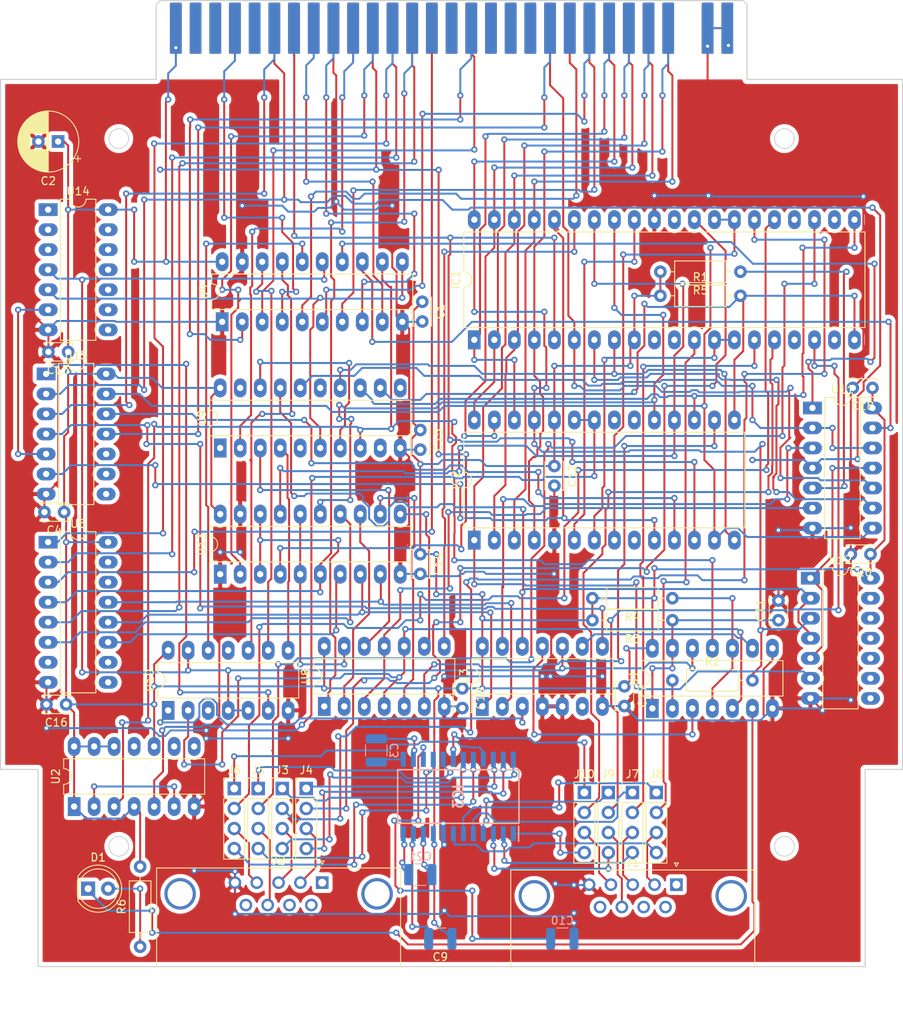
<source format=kicad_pcb>
(kicad_pcb (version 20171130) (host pcbnew "(5.1.10)-1")
  (layers (0 F.Cu signal) (31 B.Cu signal) (34 B.Paste user hide) (35 F.Paste user hide) (36 B.SilkS user hide) (37 F.SilkS user) (38 B.Mask user hide) (39 F.Mask user hide) (44 Edge.Cuts user))
  (net 0 "")
  (net 1 GND)
  (net 2 +5P)
  (net 3 "Net-(U1-Pad3)")
  (net 4 ~RESET)
  (net 5 ~M1)
  (net 6 AB8)
  (net 7 AB9)
  (net 8 AB7)
  (net 9 AB4)
  (net 10 AB5)
  (net 11 AB2)
  (net 12 AB3)
  (net 13 AB0)
  (net 14 AB1)
  (net 15 TAKT)
  (net 16 ~MAD)
  (net 17 DB7)
  (net 18 DB6)
  (net 19 DB5)
  (net 20 DB4)
  (net 21 DB3)
  (net 22 DB2)
  (net 23 DB1)
  (net 24 DB0)
  (net 25 ~WR)
  (net 26 ~RD)
  (net 27 ~IORQ)
  (net 28 "Net-(C11-Pad1)")
  (net 29 N20)
  (net 30 N21)
  (net 31 "Net-(R2-Pad1)")
  (net 32 "Net-(R4-Pad1)")
  (net 33 "Net-(U11-Pad3)")
  (net 34 "Net-(U12-Pad2)")
  (net 35 "Net-(U10-Pad1)")
  (net 36 "Net-(U13-Pad9)")
  (net 37 "Net-(U13-Pad8)")
  (net 38 "Net-(U10-Pad9)")
  (net 39 "Net-(U10-Pad10)")
  (net 40 "Net-(U10-Pad12)")
  (net 41 "Net-(U11-Pad1)")
  (net 42 "Net-(U11-Pad13)")
  (net 43 "Net-(U13-Pad14)")
  (net 44 "Net-(U13-Pad7)")
  (net 45 "Net-(U13-Pad16)")
  (net 46 "Net-(U8-Pad12)")
  (net 47 "Net-(U13-Pad13)")
  (net 48 "Net-(U13-Pad18)")
  (net 49 "Net-(U11-Pad12)")
  (net 50 "Net-(U10-Pad8)")
  (net 51 "Net-(U11-Pad11)")
  (net 52 "Net-(C3-Pad2)")
  (net 53 "Net-(C3-Pad1)")
  (net 54 "Net-(C9-Pad1)")
  (net 55 "Net-(C10-Pad2)")
  (net 56 "Net-(C21-Pad2)")
  (net 57 "Net-(C21-Pad1)")
  (net 58 "Net-(D1-Pad2)")
  (net 59 "Net-(D1-Pad1)")
  (net 60 N13)
  (net 61 N25)
  (net 62 "Net-(IC1-Pad35)")
  (net 63 "Net-(IC1-Pad13)")
  (net 64 N12)
  (net 65 "Net-(IC1-Pad27)")
  (net 66 N15)
  (net 67 "Net-(IC1-Pad7)")
  (net 68 IEI)
  (net 69 ~INT)
  (net 70 N16)
  (net 71 "Net-(IC2-Pad13)")
  (net 72 "Net-(IC2-Pad11)")
  (net 73 N33)
  (net 74 "Net-(IC2-Pad16)")
  (net 75 "Net-(J1-Pad8)")
  (net 76 "Net-(J1-Pad4)")
  (net 77 "Net-(J1-Pad3)")
  (net 78 "Net-(J1-Pad2)")
  (net 79 "Net-(J2-Pad8)")
  (net 80 "Net-(J2-Pad4)")
  (net 81 "Net-(J2-Pad3)")
  (net 82 "Net-(J2-Pad2)")
  (net 83 "Net-(R5-Pad1)")
  (net 84 N09)
  (net 85 "Net-(U1-Pad5)")
  (net 86 N24)
  (net 87 "Net-(U1-Pad9)")
  (net 88 "Net-(U2-Pad2)")
  (net 89 "Net-(U15-Pad4)")
  (net 90 "Net-(U14-Pad5)")
  (net 91 "Net-(U13-Pad12)")
  (net 92 "Net-(U11-Pad6)")
  (net 93 "Net-(U13-Pad11)")
  (net 94 "Net-(U9-Pad18)")
  (net 95 "Net-(U10-Pad6)")
  (net 96 MEI)
  (net 97 N14)
  (net 98 IEO)
  (net 99 MEO)
  (net 100 CTSA)
  (net 101 DTRA)
  (net 102 TXDA)
  (net 103 RXDA)
  (net 104 RXDB)
  (net 105 TXDB)
  (net 106 DTRB)
  (net 107 CTSB)
  (net 108 "Net-(IC3-Pad24)")
  (net 109 "Net-(IC3-Pad23)")
  (net 110 "Net-(IC3-Pad22)")
  (net 111 "Net-(IC3-Pad21)")
  (net 112 "Net-(IC3-Pad20)")
  (net 113 "Net-(IC3-Pad19)")
  (net 114 "Net-(IC3-Pad18)")
  (net 115 "Net-(IC3-Pad17)")
  (net 116 "Net-(IC3-Pad16)")
  (net 117 "Net-(IC3-Pad7)")
  (net 118 "Net-(IC3-Pad6)")
  (net 119 "Net-(IC3-Pad5)")
  (net 120 "Net-(IC3-Pad4)")
  (net 121 "Net-(IC3-Pad3)")
  (net 122 "Net-(IC3-Pad2)")
  (net 123 "Net-(IC3-Pad1)")
  (module Package_DIP:DIP-14_W7.62mm_LongPads (layer F.Cu) (at 134.112 104.14 90)
    (fp_text reference U8 (at 3.81 -2.33 90) (layer F.SilkS))
    (fp_text value 74LS10)
    (pad 14 thru_hole oval (at 7.62 0 90) (size 2.4 1.6) (drill 0.8) (layers *.Cu *.Mask) (net 2 +5P))
    (pad 7 thru_hole oval (at 0 15.24 90) (size 2.4 1.6) (drill 0.8) (layers *.Cu *.Mask) (net 1 GND))
    (pad 13 thru_hole oval (at 7.62 2.54 90) (size 2.4 1.6) (drill 0.8) (layers *.Cu *.Mask) (net 45 "Net-(U13-Pad16)"))
    (pad 6 thru_hole oval (at 0 12.7 90) (size 2.4 1.6) (drill 0.8) (layers *.Cu *.Mask) (net 74 "Net-(IC2-Pad16)"))
    (pad 12 thru_hole oval (at 7.62 5.08 90) (size 2.4 1.6) (drill 0.8) (layers *.Cu *.Mask) (net 46 "Net-(U8-Pad12)"))
    (pad 5 thru_hole oval (at 0 10.16 90) (size 2.4 1.6) (drill 0.8) (layers *.Cu *.Mask) (net 91 "Net-(U13-Pad12)"))
    (pad 11 thru_hole oval (at 7.62 7.62 90) (size 2.4 1.6) (drill 0.8) (layers *.Cu *.Mask) (net 92 "Net-(U11-Pad6)"))
    (pad 4 thru_hole oval (at 0 7.62 90) (size 2.4 1.6) (drill 0.8) (layers *.Cu *.Mask) (net 85 "Net-(U1-Pad5)"))
    (pad 10 thru_hole oval (at 7.62 10.16 90) (size 2.4 1.6) (drill 0.8) (layers *.Cu *.Mask) (net 85 "Net-(U1-Pad5)"))
    (pad 3 thru_hole oval (at 0 5.08 90) (size 2.4 1.6) (drill 0.8) (layers *.Cu *.Mask) (net 92 "Net-(U11-Pad6)"))
    (pad 9 thru_hole oval (at 7.62 12.7 90) (size 2.4 1.6) (drill 0.8) (layers *.Cu *.Mask) (net 93 "Net-(U13-Pad11)"))
    (pad 2 thru_hole oval (at 0 2.54 90) (size 2.4 1.6) (drill 0.8) (layers *.Cu *.Mask) (net 47 "Net-(U13-Pad13)"))
    (pad 8 thru_hole oval (at 7.62 15.24 90) (size 2.4 1.6) (drill 0.8) (layers *.Cu *.Mask) (net 62 "Net-(IC1-Pad35)"))
    (pad 1 thru_hole rect (at 0 0 90) (size 2.4 1.6) (drill 0.8) (layers *.Cu *.Mask) (net 48 "Net-(U13-Pad18)"))
  )
  (module SamacSys_Parts:SOIC127P1032X265-24N (layer B.Cu) (at 151.13 115.57 90)
    (fp_text reference IC3 (at 0 0 90) (layer B.SilkS) (effects (font (size 1.27 1.27) (thickness 0.254)) (justify mirror)))
    (fp_text value MAX238CWG+ hide)
    (pad 24 smd rect (at 4.712 6.985) (size 0.65 1.925) (layers B.Cu B.Paste B.Mask) (net 108 "Net-(IC3-Pad24)"))
    (pad 23 smd rect (at 4.712 5.715) (size 0.65 1.925) (layers B.Cu B.Paste B.Mask) (net 109 "Net-(IC3-Pad23)"))
    (pad 22 smd rect (at 4.712 4.445) (size 0.65 1.925) (layers B.Cu B.Paste B.Mask) (net 110 "Net-(IC3-Pad22)"))
    (pad 21 smd rect (at 4.712 3.175) (size 0.65 1.925) (layers B.Cu B.Paste B.Mask) (net 111 "Net-(IC3-Pad21)"))
    (pad 20 smd rect (at 4.712 1.905) (size 0.65 1.925) (layers B.Cu B.Paste B.Mask) (net 112 "Net-(IC3-Pad20)"))
    (pad 19 smd rect (at 4.712 0.635) (size 0.65 1.925) (layers B.Cu B.Paste B.Mask) (net 113 "Net-(IC3-Pad19)"))
    (pad 18 smd rect (at 4.712 -0.635) (size 0.65 1.925) (layers B.Cu B.Paste B.Mask) (net 114 "Net-(IC3-Pad18)"))
    (pad 17 smd rect (at 4.712 -1.905) (size 0.65 1.925) (layers B.Cu B.Paste B.Mask) (net 115 "Net-(IC3-Pad17)"))
    (pad 16 smd rect (at 4.712 -3.175) (size 0.65 1.925) (layers B.Cu B.Paste B.Mask) (net 116 "Net-(IC3-Pad16)"))
    (pad 15 smd rect (at 4.712 -4.445) (size 0.65 1.925) (layers B.Cu B.Paste B.Mask) (net 55 "Net-(C10-Pad2)"))
    (pad 14 smd rect (at 4.712 -5.715) (size 0.65 1.925) (layers B.Cu B.Paste B.Mask) (net 52 "Net-(C3-Pad2)"))
    (pad 13 smd rect (at 4.712 -6.985) (size 0.65 1.925) (layers B.Cu B.Paste B.Mask) (net 53 "Net-(C3-Pad1)"))
    (pad 12 smd rect (at -4.712 -6.985) (size 0.65 1.925) (layers B.Cu B.Paste B.Mask) (net 56 "Net-(C21-Pad2)"))
    (pad 11 smd rect (at -4.712 -5.715) (size 0.65 1.925) (layers B.Cu B.Paste B.Mask) (net 54 "Net-(C9-Pad1)"))
    (pad 10 smd rect (at -4.712 -4.445) (size 0.65 1.925) (layers B.Cu B.Paste B.Mask) (net 57 "Net-(C21-Pad1)"))
    (pad 9 smd rect (at -4.712 -3.175) (size 0.65 1.925) (layers B.Cu B.Paste B.Mask) (net 2 +5P))
    (pad 8 smd rect (at -4.712 -1.905) (size 0.65 1.925) (layers B.Cu B.Paste B.Mask) (net 1 GND))
    (pad 7 smd rect (at -4.712 -0.635) (size 0.65 1.925) (layers B.Cu B.Paste B.Mask) (net 117 "Net-(IC3-Pad7)"))
    (pad 6 smd rect (at -4.712 0.635) (size 0.65 1.925) (layers B.Cu B.Paste B.Mask) (net 118 "Net-(IC3-Pad6)"))
    (pad 5 smd rect (at -4.712 1.905) (size 0.65 1.925) (layers B.Cu B.Paste B.Mask) (net 119 "Net-(IC3-Pad5)"))
    (pad 4 smd rect (at -4.712 3.175) (size 0.65 1.925) (layers B.Cu B.Paste B.Mask) (net 120 "Net-(IC3-Pad4)"))
    (pad 3 smd rect (at -4.712 4.445) (size 0.65 1.925) (layers B.Cu B.Paste B.Mask) (net 121 "Net-(IC3-Pad3)"))
    (pad 2 smd rect (at -4.712 5.715) (size 0.65 1.925) (layers B.Cu B.Paste B.Mask) (net 122 "Net-(IC3-Pad2)"))
    (pad 1 smd rect (at -4.712 6.985) (size 0.65 1.925) (layers B.Cu B.Paste B.Mask) (net 123 "Net-(IC3-Pad1)"))
  )
  (module Capacitor_SMD:C_1210_3225Metric (layer B.Cu) (at 146.304 125.476 180)
    (fp_text reference C21 (at 0 2.3) (layer B.SilkS) (effects (justify mirror)))
    (fp_text value 1µ)
    (pad 2 smd roundrect (at 1.475 0 180) (size 1.15 2.7) (layers B.Cu B.Paste B.Mask) (roundrect_rratio 0.2173904347826087) (net 56 "Net-(C21-Pad2)"))
    (pad 1 smd roundrect (at -1.475 0 180) (size 1.15 2.7) (layers B.Cu B.Paste B.Mask) (roundrect_rratio 0.2173904347826087) (net 57 "Net-(C21-Pad1)"))
  )
  (module Capacitor_SMD:C_1210_3225Metric (layer B.Cu) (at 164.338 133.604 180)
    (fp_text reference C10 (at 0 2.3) (layer B.SilkS) (effects (justify mirror)))
    (fp_text value 1µ)
    (pad 2 smd roundrect (at 1.475 0 180) (size 1.15 2.7) (layers B.Cu B.Paste B.Mask) (roundrect_rratio 0.2173904347826087) (net 55 "Net-(C10-Pad2)"))
    (pad 1 smd roundrect (at -1.475 0 180) (size 1.15 2.7) (layers B.Cu B.Paste B.Mask) (roundrect_rratio 0.2173904347826087) (net 1 GND))
  )
  (module Capacitor_SMD:C_1210_3225Metric (layer B.Cu) (at 148.844 133.604)
    (fp_text reference C9 (at 0 2.3) (layer F.SilkS))
    (fp_text value 1µ)
    (pad 2 smd roundrect (at 1.475 0) (size 1.15 2.7) (layers B.Cu B.Paste B.Mask) (roundrect_rratio 0.2173904347826087) (net 2 +5P))
    (pad 1 smd roundrect (at -1.475 0) (size 1.15 2.7) (layers B.Cu B.Paste B.Mask) (roundrect_rratio 0.2173904347826087) (net 54 "Net-(C9-Pad1)"))
  )
  (module Capacitor_SMD:C_1210_3225Metric (layer B.Cu) (at 140.716 109.728 90)
    (fp_text reference C3 (at 0 2.3 90) (layer B.SilkS) (effects (justify mirror)))
    (fp_text value 1µ)
    (pad 2 smd roundrect (at 1.475 0 90) (size 1.15 2.7) (layers B.Cu B.Paste B.Mask) (roundrect_rratio 0.2173904347826087) (net 52 "Net-(C3-Pad2)"))
    (pad 1 smd roundrect (at -1.475 0 90) (size 1.15 2.7) (layers B.Cu B.Paste B.Mask) (roundrect_rratio 0.2173904347826087) (net 53 "Net-(C3-Pad1)"))
  )
  (module Libs:KC85_Modul (layer F.Cu) (at 112.776 24.638)
    (fp_text reference XM1 hide)
    (fp_text value KC85_Modulsteckverbinder hide)
    (fp_line (start 94.75 87.5) (end 90 87.5) (layer Edge.Cuts) (width 0.15))
    (fp_line (start 94.75 0) (end 94.75 87.5) (layer Edge.Cuts) (width 0.15))
    (fp_line (start 90 87.5) (end 90 112.5) (layer Edge.Cuts) (width 0.15))
    (fp_line (start 90 112.5) (end -15 112.5) (layer Edge.Cuts) (width 0.15))
    (fp_line (start 75 0) (end 94.75 0) (layer Edge.Cuts) (width 0.15))
    (fp_line (start 75 -9.5) (end 75 0) (layer Edge.Cuts) (width 0.15))
    (fp_line (start 75 -9.5) (end 74.5 -10) (layer Edge.Cuts) (width 0.15))
    (fp_line (start 0.5 -10) (end 74.5 -10) (layer Edge.Cuts) (width 0.15))
    (fp_line (start 0 0) (end 0 -9.5) (layer Edge.Cuts) (width 0.15))
    (fp_line (start 0 0) (end -19.75 0) (layer Edge.Cuts) (width 0.15))
    (fp_line (start 0 -9.5) (end 0.5 -10) (layer Edge.Cuts) (width 0.15))
    (fp_line (start -19.75 0) (end -19.75 87.5) (layer Edge.Cuts) (width 0.15))
    (fp_line (start -15 87.5) (end -19.75 87.5) (layer Edge.Cuts) (width 0.15))
    (fp_line (start -15 87.5) (end -15 112.5) (layer Edge.Cuts) (width 0.15))
    (fp_circle (center -4.75 97.25) (end -3.5 97.25) (layer Edge.Cuts) (width 0.12))
    (fp_circle (center -4.75 7.5) (end -3.5 7.5) (layer Edge.Cuts) (width 0.12))
    (fp_circle (center 79.75 7.5) (end 81 7.5) (layer Edge.Cuts) (width 0.12))
    (fp_circle (center 79.75 97.25) (end 81 97.25) (layer Edge.Cuts) (width 0.12))
    (pad 15A smd roundrect (at 37.5 -6.5) (size 1.5 6.5) (layers B.Cu B.Paste B.Mask) (roundrect_rratio 0.1))
    (pad 20A smd roundrect (at 25 -6.5) (size 1.5 6.5) (layers B.Cu B.Paste B.Mask) (roundrect_rratio 0.1) (net 4 ~RESET))
    (pad 22A smd roundrect (at 20 -6.5) (size 1.5 6.5) (layers B.Cu B.Paste B.Mask) (roundrect_rratio 0.1) (net 5 ~M1))
    (pad 23A smd roundrect (at 17.5 -6.5) (size 1.5 6.5) (layers B.Cu B.Paste B.Mask) (roundrect_rratio 0.1))
    (pad 25A smd roundrect (at 12.5 -6.5) (size 1.5 6.5) (layers B.Cu B.Paste B.Mask) (roundrect_rratio 0.1))
    (pad 27A smd roundrect (at 7.5 -6.5) (size 1.5 6.5) (layers B.Cu B.Paste B.Mask) (roundrect_rratio 0.1))
    (pad 28A smd roundrect (at 5 -6.5) (size 1.5 6.5) (layers B.Cu B.Paste B.Mask) (roundrect_rratio 0.1))
    (pad 28B smd roundrect (at 5 -6.5) (size 1.5 6.5) (layers F.Cu F.Paste F.Mask) (roundrect_rratio 0.1))
    (pad 27B smd roundrect (at 7.5 -6.5) (size 1.5 6.5) (layers F.Cu F.Paste F.Mask) (roundrect_rratio 0.1))
    (pad 26B smd roundrect (at 10 -6.5) (size 1.5 6.5) (layers F.Cu F.Paste F.Mask) (roundrect_rratio 0.1))
    (pad 25B smd roundrect (at 12.5 -6.5) (size 1.5 6.5) (layers F.Cu F.Paste F.Mask) (roundrect_rratio 0.1))
    (pad 23B smd roundrect (at 17.5 -6.5) (size 1.5 6.5) (layers F.Cu F.Paste F.Mask) (roundrect_rratio 0.1) (net 69 ~INT))
    (pad 22B smd roundrect (at 20 -6.5) (size 1.5 6.5) (layers F.Cu F.Paste F.Mask) (roundrect_rratio 0.1))
    (pad 15B smd roundrect (at 37.5 -6.5) (size 1.5 6.5) (layers F.Cu F.Paste F.Mask) (roundrect_rratio 0.1))
    (pad 20B smd roundrect (at 25 -6.5) (size 1.5 6.5) (layers F.Cu F.Paste F.Mask) (roundrect_rratio 0.1))
    (pad 10A smd roundrect (at 50 -6.5) (size 1.5 6.5) (layers B.Cu B.Paste B.Mask) (roundrect_rratio 0.1) (net 98 IEO))
    (pad 10B smd roundrect (at 50 -6.5) (size 1.5 6.5) (layers F.Cu F.Paste F.Mask) (roundrect_rratio 0.1) (net 68 IEI))
    (pad 11A smd roundrect (at 47.5 -6.5) (size 1.5 6.5) (layers B.Cu B.Paste B.Mask) (roundrect_rratio 0.1))
    (pad 11B smd roundrect (at 47.5 -6.5) (size 1.5 6.5) (layers F.Cu F.Paste F.Mask) (roundrect_rratio 0.1))
    (pad 12A smd roundrect (at 45 -6.5) (size 1.5 6.5) (layers B.Cu B.Paste B.Mask) (roundrect_rratio 0.1))
    (pad 12B smd roundrect (at 45 -6.5) (size 1.5 6.5) (layers F.Cu F.Paste F.Mask) (roundrect_rratio 0.1))
    (pad 13A smd roundrect (at 42.5 -6.5) (size 1.5 6.5) (layers B.Cu B.Paste B.Mask) (roundrect_rratio 0.1))
    (pad 13B smd roundrect (at 42.5 -6.5) (size 1.5 6.5) (layers F.Cu F.Paste F.Mask) (roundrect_rratio 0.1))
    (pad 14A smd roundrect (at 40 -6.5) (size 1.5 6.5) (layers B.Cu B.Paste B.Mask) (roundrect_rratio 0.1) (net 6 AB8))
    (pad 14B smd roundrect (at 40 -6.5) (size 1.5 6.5) (layers F.Cu F.Paste F.Mask) (roundrect_rratio 0.1) (net 7 AB9))
    (pad 16A smd roundrect (at 35 -6.5) (size 1.5 6.5) (layers B.Cu B.Paste B.Mask) (roundrect_rratio 0.1))
    (pad 16B smd roundrect (at 35 -6.5) (size 1.5 6.5) (layers F.Cu F.Paste F.Mask) (roundrect_rratio 0.1) (net 8 AB7))
    (pad 17A smd roundrect (at 32.5 -6.5) (size 1.5 6.5) (layers B.Cu B.Paste B.Mask) (roundrect_rratio 0.1) (net 9 AB4))
    (pad 17B smd roundrect (at 32.5 -6.5) (size 1.5 6.5) (layers F.Cu F.Paste F.Mask) (roundrect_rratio 0.1) (net 10 AB5))
    (pad 18A smd roundrect (at 30 -6.5) (size 1.5 6.5) (layers B.Cu B.Paste B.Mask) (roundrect_rratio 0.1) (net 11 AB2))
    (pad 18B smd roundrect (at 30 -6.5) (size 1.5 6.5) (layers F.Cu F.Paste F.Mask) (roundrect_rratio 0.1) (net 12 AB3))
    (pad 19A smd roundrect (at 27.5 -6.5) (size 1.5 6.5) (layers B.Cu B.Paste B.Mask) (roundrect_rratio 0.1) (net 13 AB0))
    (pad 19B smd roundrect (at 27.5 -6.5) (size 1.5 6.5) (layers F.Cu F.Paste F.Mask) (roundrect_rratio 0.1) (net 14 AB1))
    (pad 1A smd roundrect (at 72.5 -6.5) (size 1.5 6.5) (layers B.Cu B.Paste B.Mask) (roundrect_rratio 0.1) (net 1 GND))
    (pad 1B smd roundrect (at 72.5 -6.5) (size 1.5 6.5) (layers F.Cu F.Paste F.Mask) (roundrect_rratio 0.1) (net 1 GND))
    (pad 21A smd roundrect (at 22.5 -6.5) (size 1.5 6.5) (layers B.Cu B.Paste B.Mask) (roundrect_rratio 0.1) (net 15 TAKT))
    (pad 21B smd roundrect (at 22.5 -6.5) (size 1.5 6.5) (layers F.Cu F.Paste F.Mask) (roundrect_rratio 0.1) (net 1 GND))
    (pad 24A smd roundrect (at 15 -6.5) (size 1.5 6.5) (layers B.Cu B.Paste B.Mask) (roundrect_rratio 0.1) (net 99 MEO))
    (pad 24B smd roundrect (at 15 -6.5) (size 1.5 6.5) (layers F.Cu F.Paste F.Mask) (roundrect_rratio 0.1) (net 96 MEI))
    (pad 26A smd roundrect (at 10 -6.5) (size 1.5 6.5) (layers B.Cu B.Paste B.Mask) (roundrect_rratio 0.1) (net 16 ~MAD))
    (pad 29A smd roundrect (at 2.5 -6.5) (size 1.5 6.5) (layers B.Cu B.Paste B.Mask) (roundrect_rratio 0.1) (net 2 +5P))
    (pad 29B smd roundrect (at 2.5 -6.5) (size 1.5 6.5) (layers F.Cu F.Paste F.Mask) (roundrect_rratio 0.1) (net 2 +5P))
    (pad 2A smd roundrect (at 70 -6.5) (size 1.5 6.5) (layers B.Cu B.Paste B.Mask) (roundrect_rratio 0.1) (net 1 GND))
    (pad 2B smd roundrect (at 70 -6.5) (size 1.5 6.5) (layers F.Cu F.Paste F.Mask) (roundrect_rratio 0.1) (net 1 GND))
    (pad 4A smd roundrect (at 65 -6.5) (size 1.5 6.5) (layers B.Cu B.Paste B.Mask) (roundrect_rratio 0.1) (net 17 DB7))
    (pad 4B smd roundrect (at 65 -6.5) (size 1.5 6.5) (layers F.Cu F.Paste F.Mask) (roundrect_rratio 0.1) (net 18 DB6))
    (pad 5A smd roundrect (at 62.5 -6.5) (size 1.5 6.5) (layers B.Cu B.Paste B.Mask) (roundrect_rratio 0.1) (net 19 DB5))
    (pad 5B smd roundrect (at 62.5 -6.5) (size 1.5 6.5) (layers F.Cu F.Paste F.Mask) (roundrect_rratio 0.1) (net 20 DB4))
    (pad 6A smd roundrect (at 60 -6.5) (size 1.5 6.5) (layers B.Cu B.Paste B.Mask) (roundrect_rratio 0.1) (net 21 DB3))
    (pad 6B smd roundrect (at 60 -6.5) (size 1.5 6.5) (layers F.Cu F.Paste F.Mask) (roundrect_rratio 0.1) (net 22 DB2))
    (pad 7A smd roundrect (at 57.5 -6.5) (size 1.5 6.5) (layers B.Cu B.Paste B.Mask) (roundrect_rratio 0.1) (net 23 DB1))
    (pad 7B smd roundrect (at 57.5 -6.5) (size 1.5 6.5) (layers F.Cu F.Paste F.Mask) (roundrect_rratio 0.1) (net 24 DB0))
    (pad 8A smd roundrect (at 55 -6.5) (size 1.5 6.5) (layers B.Cu B.Paste B.Mask) (roundrect_rratio 0.1) (net 25 ~WR))
    (pad 8B smd roundrect (at 55 -6.5) (size 1.5 6.5) (layers F.Cu F.Paste F.Mask) (roundrect_rratio 0.1) (net 26 ~RD))
    (pad 9A smd roundrect (at 52.5 -6.5) (size 1.5 6.5) (layers B.Cu B.Paste B.Mask) (roundrect_rratio 0.1))
    (pad 9B smd roundrect (at 52.5 -6.5) (size 1.5 6.5) (layers F.Cu F.Paste F.Mask) (roundrect_rratio 0.1) (net 27 ~IORQ))
  )
  (module Connector_PinHeader_2.54mm:PinHeader_1x04_P2.54mm_Vertical (layer F.Cu) (at 167.132 115.062)
    (fp_text reference J10 (at 0 -2.33) (layer F.SilkS))
    (fp_text value DTR1)
    (pad 4 thru_hole oval (at 0 7.62) (size 1.7 1.7) (drill 1) (layers *.Cu *.Mask) (net 123 "Net-(IC3-Pad1)"))
    (pad 3 thru_hole oval (at 0 5.08) (size 1.7 1.7) (drill 1) (layers *.Cu *.Mask) (net 76 "Net-(J1-Pad4)"))
    (pad 2 thru_hole oval (at 0 2.54) (size 1.7 1.7) (drill 1) (layers *.Cu *.Mask) (net 101 DTRA))
    (pad 1 thru_hole rect (at 0 0) (size 1.7 1.7) (drill 1) (layers *.Cu *.Mask) (net 114 "Net-(IC3-Pad18)"))
  )
  (module Connector_PinHeader_2.54mm:PinHeader_1x04_P2.54mm_Vertical (layer F.Cu) (at 170.18 115.062)
    (fp_text reference J9 (at 0 -2.33) (layer F.SilkS))
    (fp_text value CTS1)
    (pad 4 thru_hole oval (at 0 7.62) (size 1.7 1.7) (drill 1) (layers *.Cu *.Mask) (net 121 "Net-(IC3-Pad3)"))
    (pad 3 thru_hole oval (at 0 5.08) (size 1.7 1.7) (drill 1) (layers *.Cu *.Mask) (net 75 "Net-(J1-Pad8)"))
    (pad 2 thru_hole oval (at 0 2.54) (size 1.7 1.7) (drill 1) (layers *.Cu *.Mask) (net 100 CTSA))
    (pad 1 thru_hole rect (at 0 0) (size 1.7 1.7) (drill 1) (layers *.Cu *.Mask) (net 120 "Net-(IC3-Pad4)"))
  )
  (module Connector_PinHeader_2.54mm:PinHeader_1x04_P2.54mm_Vertical (layer F.Cu) (at 176.276 115.062)
    (fp_text reference J8 (at 0 -2.33) (layer F.SilkS))
    (fp_text value RxD1)
    (pad 4 thru_hole oval (at 0 7.62) (size 1.7 1.7) (drill 1) (layers *.Cu *.Mask) (net 117 "Net-(IC3-Pad7)"))
    (pad 3 thru_hole oval (at 0 5.08) (size 1.7 1.7) (drill 1) (layers *.Cu *.Mask) (net 78 "Net-(J1-Pad2)"))
    (pad 2 thru_hole oval (at 0 2.54) (size 1.7 1.7) (drill 1) (layers *.Cu *.Mask) (net 103 RXDA))
    (pad 1 thru_hole rect (at 0 0) (size 1.7 1.7) (drill 1) (layers *.Cu *.Mask) (net 118 "Net-(IC3-Pad6)"))
  )
  (module Connector_PinHeader_2.54mm:PinHeader_1x04_P2.54mm_Vertical (layer F.Cu) (at 173.228 115.062)
    (fp_text reference J7 (at 0 -2.33) (layer F.SilkS))
    (fp_text value TXD1)
    (pad 4 thru_hole oval (at 0 7.62) (size 1.7 1.7) (drill 1) (layers *.Cu *.Mask) (net 122 "Net-(IC3-Pad2)"))
    (pad 3 thru_hole oval (at 0 5.08) (size 1.7 1.7) (drill 1) (layers *.Cu *.Mask) (net 77 "Net-(J1-Pad3)"))
    (pad 2 thru_hole oval (at 0 2.54) (size 1.7 1.7) (drill 1) (layers *.Cu *.Mask) (net 102 TXDA))
    (pad 1 thru_hole rect (at 0 0) (size 1.7 1.7) (drill 1) (layers *.Cu *.Mask) (net 119 "Net-(IC3-Pad5)"))
  )
  (module Connector_PinHeader_2.54mm:PinHeader_1x04_P2.54mm_Vertical (layer F.Cu) (at 122.682 114.554)
    (fp_text reference J6 (at 0 -2.33) (layer F.SilkS))
    (fp_text value DTR2)
    (pad 4 thru_hole oval (at 0 7.62) (size 1.7 1.7) (drill 1) (layers *.Cu *.Mask) (net 112 "Net-(IC3-Pad20)"))
    (pad 3 thru_hole oval (at 0 5.08) (size 1.7 1.7) (drill 1) (layers *.Cu *.Mask) (net 80 "Net-(J2-Pad4)"))
    (pad 2 thru_hole oval (at 0 2.54) (size 1.7 1.7) (drill 1) (layers *.Cu *.Mask) (net 106 DTRB))
    (pad 1 thru_hole rect (at 0 0) (size 1.7 1.7) (drill 1) (layers *.Cu *.Mask) (net 111 "Net-(IC3-Pad21)"))
  )
  (module Connector_PinHeader_2.54mm:PinHeader_1x04_P2.54mm_Vertical (layer F.Cu) (at 125.73 114.554)
    (fp_text reference J5 (at 0 -2.33) (layer F.SilkS))
    (fp_text value CTS2)
    (pad 4 thru_hole oval (at 0 7.62) (size 1.7 1.7) (drill 1) (layers *.Cu *.Mask) (net 116 "Net-(IC3-Pad16)"))
    (pad 3 thru_hole oval (at 0 5.08) (size 1.7 1.7) (drill 1) (layers *.Cu *.Mask) (net 79 "Net-(J2-Pad8)"))
    (pad 2 thru_hole oval (at 0 2.54) (size 1.7 1.7) (drill 1) (layers *.Cu *.Mask) (net 107 CTSB))
    (pad 1 thru_hole rect (at 0 0) (size 1.7 1.7) (drill 1) (layers *.Cu *.Mask) (net 115 "Net-(IC3-Pad17)"))
  )
  (module Connector_PinHeader_2.54mm:PinHeader_1x04_P2.54mm_Vertical (layer F.Cu) (at 131.826 114.554)
    (fp_text reference J4 (at 0 -2.33) (layer F.SilkS))
    (fp_text value RxD2)
    (pad 4 thru_hole oval (at 0 7.62) (size 1.7 1.7) (drill 1) (layers *.Cu *.Mask) (net 109 "Net-(IC3-Pad23)"))
    (pad 3 thru_hole oval (at 0 5.08) (size 1.7 1.7) (drill 1) (layers *.Cu *.Mask) (net 82 "Net-(J2-Pad2)"))
    (pad 2 thru_hole oval (at 0 2.54) (size 1.7 1.7) (drill 1) (layers *.Cu *.Mask) (net 104 RXDB))
    (pad 1 thru_hole rect (at 0 0) (size 1.7 1.7) (drill 1) (layers *.Cu *.Mask) (net 110 "Net-(IC3-Pad22)"))
  )
  (module Connector_PinHeader_2.54mm:PinHeader_1x04_P2.54mm_Vertical (layer F.Cu) (at 128.778 114.554)
    (fp_text reference J3 (at 0 -2.33) (layer F.SilkS))
    (fp_text value TXD2)
    (pad 4 thru_hole oval (at 0 7.62) (size 1.7 1.7) (drill 1) (layers *.Cu *.Mask) (net 108 "Net-(IC3-Pad24)"))
    (pad 3 thru_hole oval (at 0 5.08) (size 1.7 1.7) (drill 1) (layers *.Cu *.Mask) (net 81 "Net-(J2-Pad3)"))
    (pad 2 thru_hole oval (at 0 2.54) (size 1.7 1.7) (drill 1) (layers *.Cu *.Mask) (net 105 TXDB))
    (pad 1 thru_hole rect (at 0 0) (size 1.7 1.7) (drill 1) (layers *.Cu *.Mask) (net 113 "Net-(IC3-Pad19)"))
  )
  (module Package_DIP:DIP-14_W7.62mm_LongPads (layer F.Cu) (at 98.806 61.976)
    (fp_text reference U15 (at 3.81 -2.33) (layer F.SilkS))
    (fp_text value 74LS08)
    (pad 14 thru_hole oval (at 7.62 0) (size 2.4 1.6) (drill 0.8) (layers *.Cu *.Mask) (net 2 +5P))
    (pad 7 thru_hole oval (at 0 15.24) (size 2.4 1.6) (drill 0.8) (layers *.Cu *.Mask) (net 1 GND))
    (pad 13 thru_hole oval (at 7.62 2.54) (size 2.4 1.6) (drill 0.8) (layers *.Cu *.Mask) (net 71 "Net-(IC2-Pad13)"))
    (pad 6 thru_hole oval (at 0 12.7) (size 2.4 1.6) (drill 0.8) (layers *.Cu *.Mask) (net 61 N25))
    (pad 12 thru_hole oval (at 7.62 5.08) (size 2.4 1.6) (drill 0.8) (layers *.Cu *.Mask) (net 72 "Net-(IC2-Pad11)"))
    (pad 5 thru_hole oval (at 0 10.16) (size 2.4 1.6) (drill 0.8) (layers *.Cu *.Mask) (net 97 N14))
    (pad 11 thru_hole oval (at 7.62 7.62) (size 2.4 1.6) (drill 0.8) (layers *.Cu *.Mask) (net 98 IEO))
    (pad 4 thru_hole oval (at 0 7.62) (size 2.4 1.6) (drill 0.8) (layers *.Cu *.Mask) (net 89 "Net-(U15-Pad4)"))
    (pad 10 thru_hole oval (at 7.62 10.16) (size 2.4 1.6) (drill 0.8) (layers *.Cu *.Mask))
    (pad 3 thru_hole oval (at 0 5.08) (size 2.4 1.6) (drill 0.8) (layers *.Cu *.Mask) (net 99 MEO))
    (pad 9 thru_hole oval (at 7.62 12.7) (size 2.4 1.6) (drill 0.8) (layers *.Cu *.Mask))
    (pad 2 thru_hole oval (at 0 2.54) (size 2.4 1.6) (drill 0.8) (layers *.Cu *.Mask) (net 96 MEI))
    (pad 8 thru_hole oval (at 7.62 15.24) (size 2.4 1.6) (drill 0.8) (layers *.Cu *.Mask))
    (pad 1 thru_hole rect (at 0 0) (size 2.4 1.6) (drill 0.8) (layers *.Cu *.Mask) (net 95 "Net-(U10-Pad6)"))
  )
  (module Package_DIP:DIP-14_W7.62mm_LongPads (layer F.Cu) (at 99.06 41.148)
    (fp_text reference U14 (at 3.81 -2.33) (layer F.SilkS))
    (fp_text value 74LS00)
    (pad 14 thru_hole oval (at 7.62 0) (size 2.4 1.6) (drill 0.8) (layers *.Cu *.Mask) (net 2 +5P))
    (pad 7 thru_hole oval (at 0 15.24) (size 2.4 1.6) (drill 0.8) (layers *.Cu *.Mask) (net 1 GND))
    (pad 13 thru_hole oval (at 7.62 2.54) (size 2.4 1.6) (drill 0.8) (layers *.Cu *.Mask))
    (pad 6 thru_hole oval (at 0 12.7) (size 2.4 1.6) (drill 0.8) (layers *.Cu *.Mask) (net 97 N14))
    (pad 12 thru_hole oval (at 7.62 5.08) (size 2.4 1.6) (drill 0.8) (layers *.Cu *.Mask))
    (pad 5 thru_hole oval (at 0 10.16) (size 2.4 1.6) (drill 0.8) (layers *.Cu *.Mask) (net 90 "Net-(U14-Pad5)"))
    (pad 11 thru_hole oval (at 7.62 7.62) (size 2.4 1.6) (drill 0.8) (layers *.Cu *.Mask))
    (pad 4 thru_hole oval (at 0 7.62) (size 2.4 1.6) (drill 0.8) (layers *.Cu *.Mask) (net 84 N09))
    (pad 10 thru_hole oval (at 7.62 10.16) (size 2.4 1.6) (drill 0.8) (layers *.Cu *.Mask))
    (pad 3 thru_hole oval (at 0 5.08) (size 2.4 1.6) (drill 0.8) (layers *.Cu *.Mask))
    (pad 9 thru_hole oval (at 7.62 12.7) (size 2.4 1.6) (drill 0.8) (layers *.Cu *.Mask))
    (pad 2 thru_hole oval (at 0 2.54) (size 2.4 1.6) (drill 0.8) (layers *.Cu *.Mask))
    (pad 8 thru_hole oval (at 7.62 15.24) (size 2.4 1.6) (drill 0.8) (layers *.Cu *.Mask))
    (pad 1 thru_hole rect (at 0 0) (size 2.4 1.6) (drill 0.8) (layers *.Cu *.Mask))
  )
  (module Resistor_THT:R_Axial_DIN0207_L6.3mm_D2.5mm_P10.16mm_Horizontal (layer F.Cu) (at 110.744 134.62 90)
    (fp_text reference R6 (at 5.08 -2.37 90) (layer F.SilkS))
    (fp_text value 390R)
    (pad 2 thru_hole oval (at 10.16 0 90) (size 1.6 1.6) (drill 0.8) (layers *.Cu *.Mask) (net 2 +5P))
    (pad 1 thru_hole circle (at 0 0 90) (size 1.6 1.6) (drill 0.8) (layers *.Cu *.Mask) (net 58 "Net-(D1-Pad2)"))
  )
  (module Resistor_THT:R_Axial_DIN0207_L6.3mm_D2.5mm_P10.16mm_Horizontal (layer F.Cu) (at 186.944 49.022 180)
    (fp_text reference R5 (at 5.08 -2.37) (layer F.SilkS))
    (fp_text value 2K2)
    (pad 2 thru_hole oval (at 10.16 0 180) (size 1.6 1.6) (drill 0.8) (layers *.Cu *.Mask) (net 2 +5P))
    (pad 1 thru_hole circle (at 0 0 180) (size 1.6 1.6) (drill 0.8) (layers *.Cu *.Mask) (net 83 "Net-(R5-Pad1)"))
  )
  (module Capacitor_THT:C_Disc_D3.4mm_W2.1mm_P2.50mm (layer F.Cu) (at 203.454 84.836 180)
    (fp_text reference C20 (at 1.25 -2.3) (layer F.SilkS))
    (fp_text value 22nF)
    (pad 2 thru_hole circle (at 2.5 0 180) (size 1.6 1.6) (drill 0.8) (layers *.Cu *.Mask) (net 1 GND))
    (pad 1 thru_hole circle (at 0 0 180) (size 1.6 1.6) (drill 0.8) (layers *.Cu *.Mask) (net 2 +5P))
  )
  (module Capacitor_THT:C_Disc_D3.4mm_W2.1mm_P2.50mm (layer F.Cu) (at 151.638 101.854 270)
    (fp_text reference C19 (at 1.25 -2.3 90) (layer F.SilkS))
    (fp_text value 22nF)
    (pad 2 thru_hole circle (at 2.5 0 270) (size 1.6 1.6) (drill 0.8) (layers *.Cu *.Mask) (net 1 GND))
    (pad 1 thru_hole circle (at 0 0 270) (size 1.6 1.6) (drill 0.8) (layers *.Cu *.Mask) (net 2 +5P))
  )
  (module Capacitor_THT:C_Disc_D3.4mm_W2.1mm_P2.50mm (layer F.Cu) (at 203.708 63.754 180)
    (fp_text reference C18 (at 1.25 -2.3) (layer F.SilkS))
    (fp_text value 22nF)
    (pad 2 thru_hole circle (at 2.5 0 180) (size 1.6 1.6) (drill 0.8) (layers *.Cu *.Mask) (net 1 GND))
    (pad 1 thru_hole circle (at 0 0 180) (size 1.6 1.6) (drill 0.8) (layers *.Cu *.Mask) (net 2 +5P))
  )
  (module Capacitor_THT:C_Disc_D3.4mm_W2.1mm_P2.50mm (layer F.Cu) (at 172.212 101.6 270)
    (fp_text reference C17 (at 1.25 -2.3 90) (layer F.SilkS))
    (fp_text value 22nF)
    (pad 2 thru_hole circle (at 2.5 0 270) (size 1.6 1.6) (drill 0.8) (layers *.Cu *.Mask) (net 1 GND))
    (pad 1 thru_hole circle (at 0 0 270) (size 1.6 1.6) (drill 0.8) (layers *.Cu *.Mask) (net 2 +5P))
  )
  (module Capacitor_THT:C_Disc_D3.4mm_W2.1mm_P2.50mm (layer F.Cu) (at 101.346 103.886 180)
    (fp_text reference C16 (at 1.25 -2.3) (layer F.SilkS))
    (fp_text value 22nF)
    (pad 2 thru_hole circle (at 2.5 0 180) (size 1.6 1.6) (drill 0.8) (layers *.Cu *.Mask) (net 1 GND))
    (pad 1 thru_hole circle (at 0 0 180) (size 1.6 1.6) (drill 0.8) (layers *.Cu *.Mask) (net 2 +5P))
  )
  (module Capacitor_THT:C_Disc_D3.4mm_W2.1mm_P2.50mm (layer F.Cu) (at 146.304 69.088 270)
    (fp_text reference C15 (at 1.25 -2.3 90) (layer F.SilkS))
    (fp_text value 22nF)
    (pad 2 thru_hole circle (at 2.5 0 270) (size 1.6 1.6) (drill 0.8) (layers *.Cu *.Mask) (net 1 GND))
    (pad 1 thru_hole circle (at 0 0 270) (size 1.6 1.6) (drill 0.8) (layers *.Cu *.Mask) (net 2 +5P))
  )
  (module Capacitor_THT:C_Disc_D3.4mm_W2.1mm_P2.50mm (layer F.Cu) (at 146.304 84.836 270)
    (fp_text reference C14 (at 1.25 -2.3 90) (layer F.SilkS))
    (fp_text value 22nF)
    (pad 2 thru_hole circle (at 2.5 0 270) (size 1.6 1.6) (drill 0.8) (layers *.Cu *.Mask) (net 1 GND))
    (pad 1 thru_hole circle (at 0 0 270) (size 1.6 1.6) (drill 0.8) (layers *.Cu *.Mask) (net 2 +5P))
  )
  (module Capacitor_THT:C_Disc_D3.4mm_W2.1mm_P2.50mm (layer F.Cu) (at 101.6 59.182 180)
    (fp_text reference C13 (at 1.25 -2.3) (layer F.SilkS))
    (fp_text value 22nF)
    (pad 2 thru_hole circle (at 2.5 0 180) (size 1.6 1.6) (drill 0.8) (layers *.Cu *.Mask) (net 1 GND))
    (pad 1 thru_hole circle (at 0 0 180) (size 1.6 1.6) (drill 0.8) (layers *.Cu *.Mask) (net 2 +5P))
  )
  (module Capacitor_THT:C_Disc_D3.4mm_W2.1mm_P2.50mm (layer F.Cu) (at 101.092 79.502 180)
    (fp_text reference C4 (at 1.25 -2.3) (layer F.SilkS))
    (fp_text value 22nF)
    (pad 2 thru_hole circle (at 2.5 0 180) (size 1.6 1.6) (drill 0.8) (layers *.Cu *.Mask) (net 1 GND))
    (pad 1 thru_hole circle (at 0 0 180) (size 1.6 1.6) (drill 0.8) (layers *.Cu *.Mask) (net 2 +5P))
  )
  (module Capacitor_THT:C_Disc_D3.4mm_W2.1mm_P2.50mm (layer F.Cu) (at 146.558 52.832 270)
    (fp_text reference C1 (at 1.25 -2.3 90) (layer F.SilkS))
    (fp_text value 22nF)
    (pad 2 thru_hole circle (at 2.5 0 270) (size 1.6 1.6) (drill 0.8) (layers *.Cu *.Mask) (net 1 GND))
    (pad 1 thru_hole circle (at 0 0 270) (size 1.6 1.6) (drill 0.8) (layers *.Cu *.Mask) (net 2 +5P))
  )
  (module Package_DIP:DIP-20_W7.62mm_LongPads (layer F.Cu) (at 120.904 87.376 90)
    (fp_text reference U13 (at 3.81 -2.33 90) (layer F.SilkS))
    (fp_text value 74LS540)
    (pad 20 thru_hole oval (at 7.62 0 90) (size 2.4 1.6) (drill 0.8) (layers *.Cu *.Mask) (net 2 +5P))
    (pad 10 thru_hole oval (at 0 22.86 90) (size 2.4 1.6) (drill 0.8) (layers *.Cu *.Mask) (net 1 GND))
    (pad 19 thru_hole oval (at 7.62 2.54 90) (size 2.4 1.6) (drill 0.8) (layers *.Cu *.Mask) (net 1 GND))
    (pad 9 thru_hole oval (at 0 20.32 90) (size 2.4 1.6) (drill 0.8) (layers *.Cu *.Mask) (net 36 "Net-(U13-Pad9)"))
    (pad 18 thru_hole oval (at 7.62 5.08 90) (size 2.4 1.6) (drill 0.8) (layers *.Cu *.Mask) (net 48 "Net-(U13-Pad18)"))
    (pad 8 thru_hole oval (at 0 17.78 90) (size 2.4 1.6) (drill 0.8) (layers *.Cu *.Mask) (net 37 "Net-(U13-Pad8)"))
    (pad 17 thru_hole oval (at 7.62 7.62 90) (size 2.4 1.6) (drill 0.8) (layers *.Cu *.Mask) (net 29 N20))
    (pad 7 thru_hole oval (at 0 15.24 90) (size 2.4 1.6) (drill 0.8) (layers *.Cu *.Mask) (net 44 "Net-(U13-Pad7)"))
    (pad 16 thru_hole oval (at 7.62 10.16 90) (size 2.4 1.6) (drill 0.8) (layers *.Cu *.Mask) (net 45 "Net-(U13-Pad16)"))
    (pad 6 thru_hole oval (at 0 12.7 90) (size 2.4 1.6) (drill 0.8) (layers *.Cu *.Mask) (net 9 AB4))
    (pad 15 thru_hole oval (at 7.62 12.7 90) (size 2.4 1.6) (drill 0.8) (layers *.Cu *.Mask) (net 30 N21))
    (pad 5 thru_hole oval (at 0 10.16 90) (size 2.4 1.6) (drill 0.8) (layers *.Cu *.Mask) (net 45 "Net-(U13-Pad16)"))
    (pad 14 thru_hole oval (at 7.62 15.24 90) (size 2.4 1.6) (drill 0.8) (layers *.Cu *.Mask) (net 43 "Net-(U13-Pad14)"))
    (pad 4 thru_hole oval (at 0 7.62 90) (size 2.4 1.6) (drill 0.8) (layers *.Cu *.Mask) (net 14 AB1))
    (pad 13 thru_hole oval (at 7.62 17.78 90) (size 2.4 1.6) (drill 0.8) (layers *.Cu *.Mask) (net 47 "Net-(U13-Pad13)"))
    (pad 3 thru_hole oval (at 0 5.08 90) (size 2.4 1.6) (drill 0.8) (layers *.Cu *.Mask) (net 48 "Net-(U13-Pad18)"))
    (pad 12 thru_hole oval (at 7.62 20.32 90) (size 2.4 1.6) (drill 0.8) (layers *.Cu *.Mask) (net 91 "Net-(U13-Pad12)"))
    (pad 2 thru_hole oval (at 0 2.54 90) (size 2.4 1.6) (drill 0.8) (layers *.Cu *.Mask) (net 13 AB0))
    (pad 11 thru_hole oval (at 7.62 22.86 90) (size 2.4 1.6) (drill 0.8) (layers *.Cu *.Mask) (net 93 "Net-(U13-Pad11)"))
    (pad 1 thru_hole rect (at 0 0 90) (size 2.4 1.6) (drill 0.8) (layers *.Cu *.Mask) (net 1 GND))
  )
  (module Package_DIP:DIP-14_W7.62mm_LongPads (layer F.Cu) (at 195.834 87.884)
    (fp_text reference U12 (at 3.81 -2.33) (layer F.SilkS))
    (fp_text value 74LS03)
    (pad 14 thru_hole oval (at 7.62 0) (size 2.4 1.6) (drill 0.8) (layers *.Cu *.Mask) (net 2 +5P))
    (pad 7 thru_hole oval (at 0 15.24) (size 2.4 1.6) (drill 0.8) (layers *.Cu *.Mask) (net 1 GND))
    (pad 13 thru_hole oval (at 7.62 2.54) (size 2.4 1.6) (drill 0.8) (layers *.Cu *.Mask))
    (pad 6 thru_hole oval (at 0 12.7) (size 2.4 1.6) (drill 0.8) (layers *.Cu *.Mask) (net 20 DB4))
    (pad 12 thru_hole oval (at 7.62 5.08) (size 2.4 1.6) (drill 0.8) (layers *.Cu *.Mask))
    (pad 5 thru_hole oval (at 0 10.16) (size 2.4 1.6) (drill 0.8) (layers *.Cu *.Mask) (net 51 "Net-(U11-Pad11)"))
    (pad 11 thru_hole oval (at 7.62 7.62) (size 2.4 1.6) (drill 0.8) (layers *.Cu *.Mask))
    (pad 4 thru_hole oval (at 0 7.62) (size 2.4 1.6) (drill 0.8) (layers *.Cu *.Mask) (net 34 "Net-(U12-Pad2)"))
    (pad 10 thru_hole oval (at 7.62 10.16) (size 2.4 1.6) (drill 0.8) (layers *.Cu *.Mask))
    (pad 3 thru_hole oval (at 0 5.08) (size 2.4 1.6) (drill 0.8) (layers *.Cu *.Mask) (net 24 DB0))
    (pad 9 thru_hole oval (at 7.62 12.7) (size 2.4 1.6) (drill 0.8) (layers *.Cu *.Mask))
    (pad 2 thru_hole oval (at 0 2.54) (size 2.4 1.6) (drill 0.8) (layers *.Cu *.Mask) (net 34 "Net-(U12-Pad2)"))
    (pad 8 thru_hole oval (at 7.62 15.24) (size 2.4 1.6) (drill 0.8) (layers *.Cu *.Mask))
    (pad 1 thru_hole rect (at 0 0) (size 2.4 1.6) (drill 0.8) (layers *.Cu *.Mask) (net 51 "Net-(U11-Pad11)"))
  )
  (module Package_DIP:DIP-14_W7.62mm_LongPads (layer F.Cu) (at 196.088 66.294)
    (fp_text reference U11 (at 3.81 -2.33) (layer F.SilkS))
    (fp_text value 74LS08)
    (pad 14 thru_hole oval (at 7.62 0) (size 2.4 1.6) (drill 0.8) (layers *.Cu *.Mask) (net 2 +5P))
    (pad 7 thru_hole oval (at 0 15.24) (size 2.4 1.6) (drill 0.8) (layers *.Cu *.Mask) (net 1 GND))
    (pad 13 thru_hole oval (at 7.62 2.54) (size 2.4 1.6) (drill 0.8) (layers *.Cu *.Mask) (net 42 "Net-(U11-Pad13)"))
    (pad 6 thru_hole oval (at 0 12.7) (size 2.4 1.6) (drill 0.8) (layers *.Cu *.Mask) (net 92 "Net-(U11-Pad6)"))
    (pad 12 thru_hole oval (at 7.62 5.08) (size 2.4 1.6) (drill 0.8) (layers *.Cu *.Mask) (net 49 "Net-(U11-Pad12)"))
    (pad 5 thru_hole oval (at 0 10.16) (size 2.4 1.6) (drill 0.8) (layers *.Cu *.Mask) (net 83 "Net-(R5-Pad1)"))
    (pad 11 thru_hole oval (at 7.62 7.62) (size 2.4 1.6) (drill 0.8) (layers *.Cu *.Mask) (net 51 "Net-(U11-Pad11)"))
    (pad 4 thru_hole oval (at 0 7.62) (size 2.4 1.6) (drill 0.8) (layers *.Cu *.Mask) (net 96 MEI))
    (pad 10 thru_hole oval (at 7.62 10.16) (size 2.4 1.6) (drill 0.8) (layers *.Cu *.Mask) (net 68 IEI))
    (pad 3 thru_hole oval (at 0 5.08) (size 2.4 1.6) (drill 0.8) (layers *.Cu *.Mask) (net 33 "Net-(U11-Pad3)"))
    (pad 9 thru_hole oval (at 7.62 12.7) (size 2.4 1.6) (drill 0.8) (layers *.Cu *.Mask) (net 67 "Net-(IC1-Pad7)"))
    (pad 2 thru_hole oval (at 0 2.54) (size 2.4 1.6) (drill 0.8) (layers *.Cu *.Mask) (net 49 "Net-(U11-Pad12)"))
    (pad 8 thru_hole oval (at 7.62 15.24) (size 2.4 1.6) (drill 0.8) (layers *.Cu *.Mask) (net 71 "Net-(IC2-Pad13)"))
    (pad 1 thru_hole rect (at 0 0) (size 2.4 1.6) (drill 0.8) (layers *.Cu *.Mask) (net 41 "Net-(U11-Pad1)"))
  )
  (module Package_DIP:DIP-14_W7.62mm_LongPads (layer F.Cu) (at 114.3 104.648 90)
    (fp_text reference U10 (at 3.81 -2.33 90) (layer F.SilkS))
    (fp_text value 74LS20)
    (pad 14 thru_hole oval (at 7.62 0 90) (size 2.4 1.6) (drill 0.8) (layers *.Cu *.Mask) (net 2 +5P))
    (pad 7 thru_hole oval (at 0 15.24 90) (size 2.4 1.6) (drill 0.8) (layers *.Cu *.Mask) (net 1 GND))
    (pad 13 thru_hole oval (at 7.62 2.54 90) (size 2.4 1.6) (drill 0.8) (layers *.Cu *.Mask) (net 84 N09))
    (pad 6 thru_hole oval (at 0 12.7 90) (size 2.4 1.6) (drill 0.8) (layers *.Cu *.Mask) (net 95 "Net-(U10-Pad6)"))
    (pad 12 thru_hole oval (at 7.62 5.08 90) (size 2.4 1.6) (drill 0.8) (layers *.Cu *.Mask) (net 40 "Net-(U10-Pad12)"))
    (pad 5 thru_hole oval (at 0 10.16 90) (size 2.4 1.6) (drill 0.8) (layers *.Cu *.Mask) (net 84 N09))
    (pad 11 thru_hole oval (at 7.62 7.62 90) (size 2.4 1.6) (drill 0.8) (layers *.Cu *.Mask))
    (pad 4 thru_hole oval (at 0 7.62 90) (size 2.4 1.6) (drill 0.8) (layers *.Cu *.Mask) (net 84 N09))
    (pad 10 thru_hole oval (at 7.62 10.16 90) (size 2.4 1.6) (drill 0.8) (layers *.Cu *.Mask) (net 39 "Net-(U10-Pad10)"))
    (pad 3 thru_hole oval (at 0 5.08 90) (size 2.4 1.6) (drill 0.8) (layers *.Cu *.Mask))
    (pad 9 thru_hole oval (at 7.62 12.7 90) (size 2.4 1.6) (drill 0.8) (layers *.Cu *.Mask) (net 38 "Net-(U10-Pad9)"))
    (pad 2 thru_hole oval (at 0 2.54 90) (size 2.4 1.6) (drill 0.8) (layers *.Cu *.Mask) (net 85 "Net-(U1-Pad5)"))
    (pad 8 thru_hole oval (at 7.62 15.24 90) (size 2.4 1.6) (drill 0.8) (layers *.Cu *.Mask) (net 50 "Net-(U10-Pad8)"))
    (pad 1 thru_hole rect (at 0 0 90) (size 2.4 1.6) (drill 0.8) (layers *.Cu *.Mask) (net 35 "Net-(U10-Pad1)"))
  )
  (module Package_DIP:DIP-20_W7.62mm_LongPads (layer F.Cu) (at 120.904 71.374 90)
    (fp_text reference U9 (at 3.81 -2.33 90) (layer F.SilkS))
    (fp_text value 74LS540)
    (pad 20 thru_hole oval (at 7.62 0 90) (size 2.4 1.6) (drill 0.8) (layers *.Cu *.Mask) (net 2 +5P))
    (pad 10 thru_hole oval (at 0 22.86 90) (size 2.4 1.6) (drill 0.8) (layers *.Cu *.Mask) (net 1 GND))
    (pad 19 thru_hole oval (at 7.62 2.54 90) (size 2.4 1.6) (drill 0.8) (layers *.Cu *.Mask))
    (pad 9 thru_hole oval (at 0 20.32 90) (size 2.4 1.6) (drill 0.8) (layers *.Cu *.Mask))
    (pad 18 thru_hole oval (at 7.62 5.08 90) (size 2.4 1.6) (drill 0.8) (layers *.Cu *.Mask) (net 94 "Net-(U9-Pad18)"))
    (pad 8 thru_hole oval (at 0 17.78 90) (size 2.4 1.6) (drill 0.8) (layers *.Cu *.Mask) (net 86 N24))
    (pad 17 thru_hole oval (at 7.62 7.62 90) (size 2.4 1.6) (drill 0.8) (layers *.Cu *.Mask) (net 34 "Net-(U12-Pad2)"))
    (pad 7 thru_hole oval (at 0 15.24 90) (size 2.4 1.6) (drill 0.8) (layers *.Cu *.Mask) (net 94 "Net-(U9-Pad18)"))
    (pad 16 thru_hole oval (at 7.62 10.16 90) (size 2.4 1.6) (drill 0.8) (layers *.Cu *.Mask) (net 49 "Net-(U11-Pad12)"))
    (pad 6 thru_hole oval (at 0 12.7 90) (size 2.4 1.6) (drill 0.8) (layers *.Cu *.Mask) (net 90 "Net-(U14-Pad5)"))
    (pad 15 thru_hole oval (at 7.62 12.7 90) (size 2.4 1.6) (drill 0.8) (layers *.Cu *.Mask))
    (pad 5 thru_hole oval (at 0 10.16 90) (size 2.4 1.6) (drill 0.8) (layers *.Cu *.Mask))
    (pad 14 thru_hole oval (at 7.62 15.24 90) (size 2.4 1.6) (drill 0.8) (layers *.Cu *.Mask) (net 66 N15))
    (pad 4 thru_hole oval (at 0 7.62 90) (size 2.4 1.6) (drill 0.8) (layers *.Cu *.Mask) (net 50 "Net-(U10-Pad8)"))
    (pad 13 thru_hole oval (at 7.62 17.78 90) (size 2.4 1.6) (drill 0.8) (layers *.Cu *.Mask) (net 70 N16))
    (pad 3 thru_hole oval (at 0 5.08 90) (size 2.4 1.6) (drill 0.8) (layers *.Cu *.Mask) (net 46 "Net-(U8-Pad12)"))
    (pad 12 thru_hole oval (at 7.62 20.32 90) (size 2.4 1.6) (drill 0.8) (layers *.Cu *.Mask) (net 60 N13))
    (pad 2 thru_hole oval (at 0 2.54 90) (size 2.4 1.6) (drill 0.8) (layers *.Cu *.Mask) (net 4 ~RESET))
    (pad 11 thru_hole oval (at 7.62 22.86 90) (size 2.4 1.6) (drill 0.8) (layers *.Cu *.Mask))
    (pad 1 thru_hole rect (at 0 0 90) (size 2.4 1.6) (drill 0.8) (layers *.Cu *.Mask))
  )
  (module Resistor_THT:R_Axial_DIN0207_L6.3mm_D2.5mm_P10.16mm_Horizontal (layer F.Cu) (at 178.308 90.424 180)
    (fp_text reference R4 (at 5.08 -2.37) (layer F.SilkS))
    (fp_text value 2K2)
    (pad 2 thru_hole oval (at 10.16 0 180) (size 1.6 1.6) (drill 0.8) (layers *.Cu *.Mask) (net 2 +5P))
    (pad 1 thru_hole circle (at 0 0 180) (size 1.6 1.6) (drill 0.8) (layers *.Cu *.Mask) (net 32 "Net-(R4-Pad1)"))
  )
  (module Resistor_THT:R_Axial_DIN0207_L6.3mm_D2.5mm_P10.16mm_Horizontal (layer F.Cu) (at 178.308 93.218 180)
    (fp_text reference R3 (at 5.08 -2.37) (layer F.SilkS))
    (fp_text value 2K2)
    (pad 2 thru_hole oval (at 10.16 0 180) (size 1.6 1.6) (drill 0.8) (layers *.Cu *.Mask) (net 2 +5P))
    (pad 1 thru_hole circle (at 0 0 180) (size 1.6 1.6) (drill 0.8) (layers *.Cu *.Mask) (net 28 "Net-(C11-Pad1)"))
  )
  (module Resistor_THT:R_Axial_DIN0207_L6.3mm_D2.5mm_P10.16mm_Horizontal (layer F.Cu) (at 178.308 100.838)
    (fp_text reference R2 (at 5.08 -2.37) (layer F.SilkS))
    (fp_text value 100R)
    (pad 2 thru_hole oval (at 10.16 0) (size 1.6 1.6) (drill 0.8) (layers *.Cu *.Mask) (net 24 DB0))
    (pad 1 thru_hole circle (at 0 0) (size 1.6 1.6) (drill 0.8) (layers *.Cu *.Mask) (net 31 "Net-(R2-Pad1)"))
  )
  (module Capacitor_THT:C_Disc_D3.4mm_W2.1mm_P2.50mm (layer F.Cu) (at 163.322 73.66 270)
    (fp_text reference C12 (at 1.25 -2.3 90) (layer F.SilkS))
    (fp_text value 22nF)
    (pad 2 thru_hole circle (at 2.5 0 270) (size 1.6 1.6) (drill 0.8) (layers *.Cu *.Mask) (net 1 GND))
    (pad 1 thru_hole circle (at 0 0 270) (size 1.6 1.6) (drill 0.8) (layers *.Cu *.Mask) (net 2 +5P))
  )
  (module Capacitor_THT:C_Disc_D3.4mm_W2.1mm_P2.50mm (layer F.Cu) (at 191.77 93.218 90)
    (fp_text reference C11 (at 1.25 -2.3 90) (layer F.SilkS))
    (fp_text value 100n)
    (pad 2 thru_hole circle (at 2.5 0 90) (size 1.6 1.6) (drill 0.8) (layers *.Cu *.Mask) (net 1 GND))
    (pad 1 thru_hole circle (at 0 0 90) (size 1.6 1.6) (drill 0.8) (layers *.Cu *.Mask) (net 28 "Net-(C11-Pad1)"))
  )
  (module Package_DIP:DIP-16_W7.62mm_LongPads (layer F.Cu) (at 99.06 83.312)
    (fp_text reference U5 (at 3.81 -2.33) (layer F.SilkS))
    (fp_text value 74LS138)
    (pad 16 thru_hole oval (at 7.62 0) (size 2.4 1.6) (drill 0.8) (layers *.Cu *.Mask) (net 2 +5P))
    (pad 8 thru_hole oval (at 0 17.78) (size 2.4 1.6) (drill 0.8) (layers *.Cu *.Mask) (net 1 GND))
    (pad 15 thru_hole oval (at 7.62 2.54) (size 2.4 1.6) (drill 0.8) (layers *.Cu *.Mask))
    (pad 7 thru_hole oval (at 0 15.24) (size 2.4 1.6) (drill 0.8) (layers *.Cu *.Mask))
    (pad 14 thru_hole oval (at 7.62 5.08) (size 2.4 1.6) (drill 0.8) (layers *.Cu *.Mask))
    (pad 6 thru_hole oval (at 0 12.7) (size 2.4 1.6) (drill 0.8) (layers *.Cu *.Mask) (net 43 "Net-(U13-Pad14)"))
    (pad 13 thru_hole oval (at 7.62 7.62) (size 2.4 1.6) (drill 0.8) (layers *.Cu *.Mask) (net 36 "Net-(U13-Pad9)"))
    (pad 5 thru_hole oval (at 0 10.16) (size 2.4 1.6) (drill 0.8) (layers *.Cu *.Mask) (net 10 AB5))
    (pad 12 thru_hole oval (at 7.62 10.16) (size 2.4 1.6) (drill 0.8) (layers *.Cu *.Mask) (net 37 "Net-(U13-Pad8)"))
    (pad 4 thru_hole oval (at 0 7.62) (size 2.4 1.6) (drill 0.8) (layers *.Cu *.Mask) (net 9 AB4))
    (pad 11 thru_hole oval (at 7.62 12.7) (size 2.4 1.6) (drill 0.8) (layers *.Cu *.Mask) (net 44 "Net-(U13-Pad7)"))
    (pad 3 thru_hole oval (at 0 5.08) (size 2.4 1.6) (drill 0.8) (layers *.Cu *.Mask) (net 8 AB7))
    (pad 10 thru_hole oval (at 7.62 15.24) (size 2.4 1.6) (drill 0.8) (layers *.Cu *.Mask))
    (pad 2 thru_hole oval (at 0 2.54) (size 2.4 1.6) (drill 0.8) (layers *.Cu *.Mask) (net 12 AB3))
    (pad 9 thru_hole oval (at 7.62 17.78) (size 2.4 1.6) (drill 0.8) (layers *.Cu *.Mask))
    (pad 1 thru_hole rect (at 0 0) (size 2.4 1.6) (drill 0.8) (layers *.Cu *.Mask) (net 11 AB2))
  )
  (module Package_DIP:DIP-20_W7.62mm_LongPads (layer F.Cu) (at 121.158 55.372 90)
    (fp_text reference U4 (at 3.81 -2.33 90) (layer F.SilkS))
    (fp_text value 74LS540)
    (pad 20 thru_hole oval (at 7.62 0 90) (size 2.4 1.6) (drill 0.8) (layers *.Cu *.Mask) (net 2 +5P))
    (pad 10 thru_hole oval (at 0 22.86 90) (size 2.4 1.6) (drill 0.8) (layers *.Cu *.Mask) (net 1 GND))
    (pad 19 thru_hole oval (at 7.62 2.54 90) (size 2.4 1.6) (drill 0.8) (layers *.Cu *.Mask) (net 1 GND))
    (pad 9 thru_hole oval (at 0 20.32 90) (size 2.4 1.6) (drill 0.8) (layers *.Cu *.Mask) (net 5 ~M1))
    (pad 18 thru_hole oval (at 7.62 5.08 90) (size 2.4 1.6) (drill 0.8) (layers *.Cu *.Mask) (net 38 "Net-(U10-Pad9)"))
    (pad 8 thru_hole oval (at 0 17.78 90) (size 2.4 1.6) (drill 0.8) (layers *.Cu *.Mask) (net 15 TAKT))
    (pad 17 thru_hole oval (at 7.62 7.62 90) (size 2.4 1.6) (drill 0.8) (layers *.Cu *.Mask) (net 39 "Net-(U10-Pad10)"))
    (pad 7 thru_hole oval (at 0 15.24 90) (size 2.4 1.6) (drill 0.8) (layers *.Cu *.Mask) (net 26 ~RD))
    (pad 16 thru_hole oval (at 7.62 10.16 90) (size 2.4 1.6) (drill 0.8) (layers *.Cu *.Mask) (net 40 "Net-(U10-Pad12)"))
    (pad 6 thru_hole oval (at 0 12.7 90) (size 2.4 1.6) (drill 0.8) (layers *.Cu *.Mask) (net 25 ~WR))
    (pad 15 thru_hole oval (at 7.62 12.7 90) (size 2.4 1.6) (drill 0.8) (layers *.Cu *.Mask) (net 84 N09))
    (pad 5 thru_hole oval (at 0 10.16 90) (size 2.4 1.6) (drill 0.8) (layers *.Cu *.Mask) (net 27 ~IORQ))
    (pad 14 thru_hole oval (at 7.62 15.24 90) (size 2.4 1.6) (drill 0.8) (layers *.Cu *.Mask) (net 41 "Net-(U11-Pad1)"))
    (pad 4 thru_hole oval (at 0 7.62 90) (size 2.4 1.6) (drill 0.8) (layers *.Cu *.Mask) (net 16 ~MAD))
    (pad 13 thru_hole oval (at 7.62 17.78 90) (size 2.4 1.6) (drill 0.8) (layers *.Cu *.Mask) (net 42 "Net-(U11-Pad13)"))
    (pad 3 thru_hole oval (at 0 5.08 90) (size 2.4 1.6) (drill 0.8) (layers *.Cu *.Mask) (net 7 AB9))
    (pad 12 thru_hole oval (at 7.62 20.32 90) (size 2.4 1.6) (drill 0.8) (layers *.Cu *.Mask) (net 86 N24))
    (pad 2 thru_hole oval (at 0 2.54 90) (size 2.4 1.6) (drill 0.8) (layers *.Cu *.Mask) (net 6 AB8))
    (pad 11 thru_hole oval (at 7.62 22.86 90) (size 2.4 1.6) (drill 0.8) (layers *.Cu *.Mask) (net 90 "Net-(U14-Pad5)"))
    (pad 1 thru_hole rect (at 0 0 90) (size 2.4 1.6) (drill 0.8) (layers *.Cu *.Mask) (net 1 GND))
  )
  (module Package_DIP:DIP-14_W7.62mm_LongPads (layer F.Cu) (at 154.178 104.14 90)
    (fp_text reference U3 (at 3.81 -2.33 90) (layer F.SilkS))
    (fp_text value 74LS00)
    (pad 14 thru_hole oval (at 7.62 0 90) (size 2.4 1.6) (drill 0.8) (layers *.Cu *.Mask) (net 2 +5P))
    (pad 7 thru_hole oval (at 0 15.24 90) (size 2.4 1.6) (drill 0.8) (layers *.Cu *.Mask) (net 1 GND))
    (pad 13 thru_hole oval (at 7.62 2.54 90) (size 2.4 1.6) (drill 0.8) (layers *.Cu *.Mask) (net 33 "Net-(U11-Pad3)"))
    (pad 6 thru_hole oval (at 0 12.7 90) (size 2.4 1.6) (drill 0.8) (layers *.Cu *.Mask))
    (pad 12 thru_hole oval (at 7.62 5.08 90) (size 2.4 1.6) (drill 0.8) (layers *.Cu *.Mask) (net 34 "Net-(U12-Pad2)"))
    (pad 5 thru_hole oval (at 0 10.16 90) (size 2.4 1.6) (drill 0.8) (layers *.Cu *.Mask) (net 1 GND))
    (pad 11 thru_hole oval (at 7.62 7.62 90) (size 2.4 1.6) (drill 0.8) (layers *.Cu *.Mask) (net 3 "Net-(U1-Pad3)"))
    (pad 4 thru_hole oval (at 0 7.62 90) (size 2.4 1.6) (drill 0.8) (layers *.Cu *.Mask) (net 1 GND))
    (pad 10 thru_hole oval (at 7.62 10.16 90) (size 2.4 1.6) (drill 0.8) (layers *.Cu *.Mask) (net 84 N09))
    (pad 3 thru_hole oval (at 0 5.08 90) (size 2.4 1.6) (drill 0.8) (layers *.Cu *.Mask) (net 35 "Net-(U10-Pad1)"))
    (pad 9 thru_hole oval (at 7.62 12.7 90) (size 2.4 1.6) (drill 0.8) (layers *.Cu *.Mask) (net 87 "Net-(U1-Pad9)"))
    (pad 2 thru_hole oval (at 0 2.54 90) (size 2.4 1.6) (drill 0.8) (layers *.Cu *.Mask) (net 36 "Net-(U13-Pad9)"))
    (pad 8 thru_hole oval (at 7.62 15.24 90) (size 2.4 1.6) (drill 0.8) (layers *.Cu *.Mask) (net 89 "Net-(U15-Pad4)"))
    (pad 1 thru_hole rect (at 0 0 90) (size 2.4 1.6) (drill 0.8) (layers *.Cu *.Mask) (net 37 "Net-(U13-Pad8)"))
  )
  (module Package_DIP:DIP-14_W7.62mm_LongPads (layer F.Cu) (at 102.362 116.84 90)
    (fp_text reference U2 (at 3.81 -2.33 90) (layer F.SilkS))
    (fp_text value 74LS74)
    (pad 14 thru_hole oval (at 7.62 0 90) (size 2.4 1.6) (drill 0.8) (layers *.Cu *.Mask) (net 2 +5P))
    (pad 7 thru_hole oval (at 0 15.24 90) (size 2.4 1.6) (drill 0.8) (layers *.Cu *.Mask) (net 1 GND))
    (pad 13 thru_hole oval (at 7.62 2.54 90) (size 2.4 1.6) (drill 0.8) (layers *.Cu *.Mask) (net 2 +5P))
    (pad 6 thru_hole oval (at 0 12.7 90) (size 2.4 1.6) (drill 0.8) (layers *.Cu *.Mask) (net 88 "Net-(U2-Pad2)"))
    (pad 12 thru_hole oval (at 7.62 5.08 90) (size 2.4 1.6) (drill 0.8) (layers *.Cu *.Mask) (net 2 +5P))
    (pad 5 thru_hole oval (at 0 10.16 90) (size 2.4 1.6) (drill 0.8) (layers *.Cu *.Mask) (net 73 N33))
    (pad 11 thru_hole oval (at 7.62 7.62 90) (size 2.4 1.6) (drill 0.8) (layers *.Cu *.Mask))
    (pad 4 thru_hole oval (at 0 7.62 90) (size 2.4 1.6) (drill 0.8) (layers *.Cu *.Mask) (net 2 +5P))
    (pad 10 thru_hole oval (at 7.62 10.16 90) (size 2.4 1.6) (drill 0.8) (layers *.Cu *.Mask) (net 2 +5P))
    (pad 3 thru_hole oval (at 0 5.08 90) (size 2.4 1.6) (drill 0.8) (layers *.Cu *.Mask) (net 86 N24))
    (pad 9 thru_hole oval (at 7.62 12.7 90) (size 2.4 1.6) (drill 0.8) (layers *.Cu *.Mask))
    (pad 2 thru_hole oval (at 0 2.54 90) (size 2.4 1.6) (drill 0.8) (layers *.Cu *.Mask) (net 88 "Net-(U2-Pad2)"))
    (pad 8 thru_hole oval (at 7.62 15.24 90) (size 2.4 1.6) (drill 0.8) (layers *.Cu *.Mask))
    (pad 1 thru_hole rect (at 0 0 90) (size 2.4 1.6) (drill 0.8) (layers *.Cu *.Mask) (net 2 +5P))
  )
  (module Package_DIP:DIP-14_W7.62mm_LongPads (layer F.Cu) (at 175.768 104.394 90)
    (fp_text reference U1 (at 3.81 -2.33 90) (layer F.SilkS))
    (fp_text value 74LS74)
    (pad 14 thru_hole oval (at 7.62 0 90) (size 2.4 1.6) (drill 0.8) (layers *.Cu *.Mask) (net 2 +5P))
    (pad 7 thru_hole oval (at 0 15.24 90) (size 2.4 1.6) (drill 0.8) (layers *.Cu *.Mask) (net 1 GND))
    (pad 13 thru_hole oval (at 7.62 2.54 90) (size 2.4 1.6) (drill 0.8) (layers *.Cu *.Mask) (net 28 "Net-(C11-Pad1)"))
    (pad 6 thru_hole oval (at 0 12.7 90) (size 2.4 1.6) (drill 0.8) (layers *.Cu *.Mask) (net 59 "Net-(D1-Pad1)"))
    (pad 12 thru_hole oval (at 7.62 5.08 90) (size 2.4 1.6) (drill 0.8) (layers *.Cu *.Mask) (net 84 N09))
    (pad 5 thru_hole oval (at 0 10.16 90) (size 2.4 1.6) (drill 0.8) (layers *.Cu *.Mask) (net 85 "Net-(U1-Pad5)"))
    (pad 11 thru_hole oval (at 7.62 7.62 90) (size 2.4 1.6) (drill 0.8) (layers *.Cu *.Mask) (net 86 N24))
    (pad 4 thru_hole oval (at 0 7.62 90) (size 2.4 1.6) (drill 0.8) (layers *.Cu *.Mask) (net 32 "Net-(R4-Pad1)"))
    (pad 10 thru_hole oval (at 7.62 10.16 90) (size 2.4 1.6) (drill 0.8) (layers *.Cu *.Mask) (net 32 "Net-(R4-Pad1)"))
    (pad 3 thru_hole oval (at 0 5.08 90) (size 2.4 1.6) (drill 0.8) (layers *.Cu *.Mask) (net 3 "Net-(U1-Pad3)"))
    (pad 9 thru_hole oval (at 7.62 12.7 90) (size 2.4 1.6) (drill 0.8) (layers *.Cu *.Mask) (net 87 "Net-(U1-Pad9)"))
    (pad 2 thru_hole oval (at 0 2.54 90) (size 2.4 1.6) (drill 0.8) (layers *.Cu *.Mask) (net 31 "Net-(R2-Pad1)"))
    (pad 8 thru_hole oval (at 7.62 15.24 90) (size 2.4 1.6) (drill 0.8) (layers *.Cu *.Mask))
    (pad 1 thru_hole rect (at 0 0 90) (size 2.4 1.6) (drill 0.8) (layers *.Cu *.Mask) (net 28 "Net-(C11-Pad1)"))
  )
  (module Resistor_THT:R_Axial_DIN0207_L6.3mm_D2.5mm_P10.16mm_Horizontal (layer F.Cu) (at 176.784 52.07)
    (fp_text reference R1 (at 5.08 -2.37) (layer F.SilkS))
    (fp_text value 620)
    (pad 2 thru_hole oval (at 10.16 0) (size 1.6 1.6) (drill 0.8) (layers *.Cu *.Mask) (net 60 N13))
    (pad 1 thru_hole circle (at 0 0) (size 1.6 1.6) (drill 0.8) (layers *.Cu *.Mask) (net 2 +5P))
  )
  (module Connector_Dsub:DSUB-9_Female_Horizontal_P2.77x2.84mm_EdgePinOffset7.70mm_Housed_MountingHolesOffset9.12mm (layer F.Cu) (at 133.858 126.492)
    (fp_text reference J2 (at -5.54 -2.8) (layer F.SilkS))
    (fp_text value SER2)
    (pad 0 thru_hole circle (at 6.96 1.42) (size 4 4) (drill 3.2) (layers *.Cu *.Mask))
    (pad 0 thru_hole circle (at -18.04 1.42) (size 4 4) (drill 3.2) (layers *.Cu *.Mask))
    (pad 9 thru_hole circle (at -9.695 2.84) (size 1.6 1.6) (drill 1) (layers *.Cu *.Mask))
    (pad 8 thru_hole circle (at -6.925 2.84) (size 1.6 1.6) (drill 1) (layers *.Cu *.Mask) (net 79 "Net-(J2-Pad8)"))
    (pad 7 thru_hole circle (at -4.155 2.84) (size 1.6 1.6) (drill 1) (layers *.Cu *.Mask))
    (pad 6 thru_hole circle (at -1.385 2.84) (size 1.6 1.6) (drill 1) (layers *.Cu *.Mask))
    (pad 5 thru_hole circle (at -11.08 0) (size 1.6 1.6) (drill 1) (layers *.Cu *.Mask) (net 1 GND))
    (pad 4 thru_hole circle (at -8.31 0) (size 1.6 1.6) (drill 1) (layers *.Cu *.Mask) (net 80 "Net-(J2-Pad4)"))
    (pad 3 thru_hole circle (at -5.54 0) (size 1.6 1.6) (drill 1) (layers *.Cu *.Mask) (net 81 "Net-(J2-Pad3)"))
    (pad 2 thru_hole circle (at -2.77 0) (size 1.6 1.6) (drill 1) (layers *.Cu *.Mask) (net 82 "Net-(J2-Pad2)"))
    (pad 1 thru_hole rect (at 0 0) (size 1.6 1.6) (drill 1) (layers *.Cu *.Mask))
  )
  (module Connector_Dsub:DSUB-9_Female_Horizontal_P2.77x2.84mm_EdgePinOffset7.70mm_Housed_MountingHolesOffset9.12mm (layer F.Cu) (at 178.816 126.746)
    (fp_text reference J1 (at -5.54 -2.8) (layer F.SilkS))
    (fp_text value SER1)
    (pad 0 thru_hole circle (at 6.96 1.42) (size 4 4) (drill 3.2) (layers *.Cu *.Mask))
    (pad 0 thru_hole circle (at -18.04 1.42) (size 4 4) (drill 3.2) (layers *.Cu *.Mask))
    (pad 9 thru_hole circle (at -9.695 2.84) (size 1.6 1.6) (drill 1) (layers *.Cu *.Mask))
    (pad 8 thru_hole circle (at -6.925 2.84) (size 1.6 1.6) (drill 1) (layers *.Cu *.Mask) (net 75 "Net-(J1-Pad8)"))
    (pad 7 thru_hole circle (at -4.155 2.84) (size 1.6 1.6) (drill 1) (layers *.Cu *.Mask))
    (pad 6 thru_hole circle (at -1.385 2.84) (size 1.6 1.6) (drill 1) (layers *.Cu *.Mask))
    (pad 5 thru_hole circle (at -11.08 0) (size 1.6 1.6) (drill 1) (layers *.Cu *.Mask) (net 1 GND))
    (pad 4 thru_hole circle (at -8.31 0) (size 1.6 1.6) (drill 1) (layers *.Cu *.Mask) (net 76 "Net-(J1-Pad4)"))
    (pad 3 thru_hole circle (at -5.54 0) (size 1.6 1.6) (drill 1) (layers *.Cu *.Mask) (net 77 "Net-(J1-Pad3)"))
    (pad 2 thru_hole circle (at -2.77 0) (size 1.6 1.6) (drill 1) (layers *.Cu *.Mask) (net 78 "Net-(J1-Pad2)"))
    (pad 1 thru_hole rect (at 0 0) (size 1.6 1.6) (drill 1) (layers *.Cu *.Mask))
  )
  (module Package_DIP:DIP-28_W15.24mm_LongPads (layer F.Cu) (at 153.162 83.058 90)
    (fp_text reference IC2 (at 7.62 -2.33 90) (layer F.SilkS))
    (fp_text value CTC-DIP-28)
    (pad 28 thru_hole oval (at 15.24 0 90) (size 2.4 1.6) (drill 0.8) (layers *.Cu *.Mask) (net 21 DB3))
    (pad 14 thru_hole oval (at 0 33.02 90) (size 2.4 1.6) (drill 0.8) (layers *.Cu *.Mask) (net 66 N15))
    (pad 27 thru_hole oval (at 15.24 2.54 90) (size 2.4 1.6) (drill 0.8) (layers *.Cu *.Mask) (net 22 DB2))
    (pad 13 thru_hole oval (at 0 30.48 90) (size 2.4 1.6) (drill 0.8) (layers *.Cu *.Mask) (net 71 "Net-(IC2-Pad13)"))
    (pad 26 thru_hole oval (at 15.24 5.08 90) (size 2.4 1.6) (drill 0.8) (layers *.Cu *.Mask) (net 23 DB1))
    (pad 12 thru_hole oval (at 0 27.94 90) (size 2.4 1.6) (drill 0.8) (layers *.Cu *.Mask) (net 69 ~INT))
    (pad 25 thru_hole oval (at 15.24 7.62 90) (size 2.4 1.6) (drill 0.8) (layers *.Cu *.Mask) (net 24 DB0))
    (pad 11 thru_hole oval (at 0 25.4 90) (size 2.4 1.6) (drill 0.8) (layers *.Cu *.Mask) (net 72 "Net-(IC2-Pad11)"))
    (pad 24 thru_hole oval (at 15.24 10.16 90) (size 2.4 1.6) (drill 0.8) (layers *.Cu *.Mask) (net 2 +5P))
    (pad 10 thru_hole oval (at 0 22.86 90) (size 2.4 1.6) (drill 0.8) (layers *.Cu *.Mask) (net 61 N25))
    (pad 23 thru_hole oval (at 15.24 12.7 90) (size 2.4 1.6) (drill 0.8) (layers *.Cu *.Mask) (net 73 N33))
    (pad 9 thru_hole oval (at 0 20.32 90) (size 2.4 1.6) (drill 0.8) (layers *.Cu *.Mask))
    (pad 22 thru_hole oval (at 15.24 15.24 90) (size 2.4 1.6) (drill 0.8) (layers *.Cu *.Mask) (net 73 N33))
    (pad 8 thru_hole oval (at 0 17.78 90) (size 2.4 1.6) (drill 0.8) (layers *.Cu *.Mask) (net 65 "Net-(IC1-Pad27)"))
    (pad 21 thru_hole oval (at 15.24 17.78 90) (size 2.4 1.6) (drill 0.8) (layers *.Cu *.Mask))
    (pad 7 thru_hole oval (at 0 15.24 90) (size 2.4 1.6) (drill 0.8) (layers *.Cu *.Mask) (net 63 "Net-(IC1-Pad13)"))
    (pad 20 thru_hole oval (at 15.24 20.32 90) (size 2.4 1.6) (drill 0.8) (layers *.Cu *.Mask))
    (pad 6 thru_hole oval (at 0 12.7 90) (size 2.4 1.6) (drill 0.8) (layers *.Cu *.Mask) (net 64 N12))
    (pad 19 thru_hole oval (at 15.24 22.86 90) (size 2.4 1.6) (drill 0.8) (layers *.Cu *.Mask) (net 30 N21))
    (pad 5 thru_hole oval (at 0 10.16 90) (size 2.4 1.6) (drill 0.8) (layers *.Cu *.Mask) (net 1 GND))
    (pad 18 thru_hole oval (at 15.24 25.4 90) (size 2.4 1.6) (drill 0.8) (layers *.Cu *.Mask) (net 29 N20))
    (pad 4 thru_hole oval (at 0 7.62 90) (size 2.4 1.6) (drill 0.8) (layers *.Cu *.Mask) (net 17 DB7))
    (pad 17 thru_hole oval (at 15.24 27.94 90) (size 2.4 1.6) (drill 0.8) (layers *.Cu *.Mask) (net 70 N16))
    (pad 3 thru_hole oval (at 0 5.08 90) (size 2.4 1.6) (drill 0.8) (layers *.Cu *.Mask) (net 18 DB6))
    (pad 16 thru_hole oval (at 15.24 30.48 90) (size 2.4 1.6) (drill 0.8) (layers *.Cu *.Mask) (net 74 "Net-(IC2-Pad16)"))
    (pad 2 thru_hole oval (at 0 2.54 90) (size 2.4 1.6) (drill 0.8) (layers *.Cu *.Mask) (net 19 DB5))
    (pad 15 thru_hole oval (at 15.24 33.02 90) (size 2.4 1.6) (drill 0.8) (layers *.Cu *.Mask) (net 60 N13))
    (pad 1 thru_hole rect (at 0 0 90) (size 2.4 1.6) (drill 0.8) (layers *.Cu *.Mask) (net 20 DB4))
  )
  (module Package_DIP:DIP-40_W15.24mm_LongPads (layer F.Cu) (at 153.162 57.658 90)
    (fp_text reference IC1 (at 7.62 -2.33 90) (layer F.SilkS))
    (fp_text value SIO2-DIP-40)
    (pad 40 thru_hole oval (at 15.24 0 90) (size 2.4 1.6) (drill 0.8) (layers *.Cu *.Mask) (net 24 DB0))
    (pad 20 thru_hole oval (at 0 48.26 90) (size 2.4 1.6) (drill 0.8) (layers *.Cu *.Mask) (net 60 N13))
    (pad 39 thru_hole oval (at 15.24 2.54 90) (size 2.4 1.6) (drill 0.8) (layers *.Cu *.Mask) (net 22 DB2))
    (pad 19 thru_hole oval (at 0 45.72 90) (size 2.4 1.6) (drill 0.8) (layers *.Cu *.Mask))
    (pad 38 thru_hole oval (at 15.24 5.08 90) (size 2.4 1.6) (drill 0.8) (layers *.Cu *.Mask) (net 20 DB4))
    (pad 18 thru_hole oval (at 0 43.18 90) (size 2.4 1.6) (drill 0.8) (layers *.Cu *.Mask) (net 100 CTSA))
    (pad 37 thru_hole oval (at 15.24 7.62 90) (size 2.4 1.6) (drill 0.8) (layers *.Cu *.Mask) (net 18 DB6))
    (pad 17 thru_hole oval (at 0 40.64 90) (size 2.4 1.6) (drill 0.8) (layers *.Cu *.Mask))
    (pad 36 thru_hole oval (at 15.24 10.16 90) (size 2.4 1.6) (drill 0.8) (layers *.Cu *.Mask) (net 61 N25))
    (pad 16 thru_hole oval (at 0 38.1 90) (size 2.4 1.6) (drill 0.8) (layers *.Cu *.Mask) (net 101 DTRA))
    (pad 35 thru_hole oval (at 15.24 12.7 90) (size 2.4 1.6) (drill 0.8) (layers *.Cu *.Mask) (net 62 "Net-(IC1-Pad35)"))
    (pad 15 thru_hole oval (at 0 35.56 90) (size 2.4 1.6) (drill 0.8) (layers *.Cu *.Mask) (net 102 TXDA))
    (pad 34 thru_hole oval (at 15.24 15.24 90) (size 2.4 1.6) (drill 0.8) (layers *.Cu *.Mask) (net 29 N20))
    (pad 14 thru_hole oval (at 0 33.02 90) (size 2.4 1.6) (drill 0.8) (layers *.Cu *.Mask) (net 63 "Net-(IC1-Pad13)"))
    (pad 33 thru_hole oval (at 15.24 17.78 90) (size 2.4 1.6) (drill 0.8) (layers *.Cu *.Mask) (net 30 N21))
    (pad 13 thru_hole oval (at 0 30.48 90) (size 2.4 1.6) (drill 0.8) (layers *.Cu *.Mask) (net 63 "Net-(IC1-Pad13)"))
    (pad 32 thru_hole oval (at 15.24 20.32 90) (size 2.4 1.6) (drill 0.8) (layers *.Cu *.Mask) (net 64 N12))
    (pad 12 thru_hole oval (at 0 27.94 90) (size 2.4 1.6) (drill 0.8) (layers *.Cu *.Mask) (net 103 RXDA))
    (pad 31 thru_hole oval (at 15.24 22.86 90) (size 2.4 1.6) (drill 0.8) (layers *.Cu *.Mask) (net 1 GND))
    (pad 11 thru_hole oval (at 0 25.4 90) (size 2.4 1.6) (drill 0.8) (layers *.Cu *.Mask))
    (pad 30 thru_hole oval (at 15.24 25.4 90) (size 2.4 1.6) (drill 0.8) (layers *.Cu *.Mask))
    (pad 10 thru_hole oval (at 0 22.86 90) (size 2.4 1.6) (drill 0.8) (layers *.Cu *.Mask))
    (pad 29 thru_hole oval (at 15.24 27.94 90) (size 2.4 1.6) (drill 0.8) (layers *.Cu *.Mask) (net 104 RXDB))
    (pad 9 thru_hole oval (at 0 20.32 90) (size 2.4 1.6) (drill 0.8) (layers *.Cu *.Mask) (net 2 +5P))
    (pad 28 thru_hole oval (at 15.24 30.48 90) (size 2.4 1.6) (drill 0.8) (layers *.Cu *.Mask) (net 65 "Net-(IC1-Pad27)"))
    (pad 8 thru_hole oval (at 0 17.78 90) (size 2.4 1.6) (drill 0.8) (layers *.Cu *.Mask) (net 66 N15))
    (pad 27 thru_hole oval (at 15.24 33.02 90) (size 2.4 1.6) (drill 0.8) (layers *.Cu *.Mask) (net 65 "Net-(IC1-Pad27)"))
    (pad 7 thru_hole oval (at 0 15.24 90) (size 2.4 1.6) (drill 0.8) (layers *.Cu *.Mask) (net 67 "Net-(IC1-Pad7)"))
    (pad 26 thru_hole oval (at 15.24 35.56 90) (size 2.4 1.6) (drill 0.8) (layers *.Cu *.Mask) (net 105 TXDB))
    (pad 6 thru_hole oval (at 0 12.7 90) (size 2.4 1.6) (drill 0.8) (layers *.Cu *.Mask) (net 68 IEI))
    (pad 25 thru_hole oval (at 15.24 38.1 90) (size 2.4 1.6) (drill 0.8) (layers *.Cu *.Mask) (net 106 DTRB))
    (pad 5 thru_hole oval (at 0 10.16 90) (size 2.4 1.6) (drill 0.8) (layers *.Cu *.Mask) (net 69 ~INT))
    (pad 24 thru_hole oval (at 15.24 40.64 90) (size 2.4 1.6) (drill 0.8) (layers *.Cu *.Mask))
    (pad 4 thru_hole oval (at 0 7.62 90) (size 2.4 1.6) (drill 0.8) (layers *.Cu *.Mask) (net 17 DB7))
    (pad 23 thru_hole oval (at 15.24 43.18 90) (size 2.4 1.6) (drill 0.8) (layers *.Cu *.Mask) (net 107 CTSB))
    (pad 3 thru_hole oval (at 0 5.08 90) (size 2.4 1.6) (drill 0.8) (layers *.Cu *.Mask) (net 19 DB5))
    (pad 22 thru_hole oval (at 15.24 45.72 90) (size 2.4 1.6) (drill 0.8) (layers *.Cu *.Mask))
    (pad 2 thru_hole oval (at 0 2.54 90) (size 2.4 1.6) (drill 0.8) (layers *.Cu *.Mask) (net 21 DB3))
    (pad 21 thru_hole oval (at 15.24 48.26 90) (size 2.4 1.6) (drill 0.8) (layers *.Cu *.Mask) (net 70 N16))
    (pad 1 thru_hole rect (at 0 0 90) (size 2.4 1.6) (drill 0.8) (layers *.Cu *.Mask) (net 23 DB1))
  )
  (module LED_THT:LED_D5.0mm (layer F.Cu) (at 104.14 127.254)
    (fp_text reference D1 (at 1.27 -3.96) (layer F.SilkS))
    (fp_text value LED)
    (pad 2 thru_hole circle (at 2.54 0) (size 1.8 1.8) (drill 0.9) (layers *.Cu *.Mask) (net 58 "Net-(D1-Pad2)"))
    (pad 1 thru_hole rect (at 0 0) (size 1.8 1.8) (drill 0.9) (layers *.Cu *.Mask) (net 59 "Net-(D1-Pad1)"))
  )
  (module Capacitor_THT:CP_Radial_D7.5mm_P2.50mm (layer F.Cu) (at 100.33 32.512 180)
    (fp_text reference C2 (at 1.25 -5) (layer F.SilkS))
    (fp_text value 560µ)
    (pad 2 thru_hole circle (at 2.5 0 180) (size 1.6 1.6) (drill 0.8) (layers *.Cu *.Mask) (net 1 GND))
    (pad 1 thru_hole rect (at 0 0 180) (size 1.6 1.6) (drill 0.8) (layers *.Cu *.Mask) (net 2 +5P))
  )
  (segment (start 189.88299 105.26501) (end 189.88299 99.42301) (width 0.25) (layer F.Cu) (net 0))
  (segment (start 191.008 98.298) (end 191.008 96.774) (width 0.25) (layer F.Cu) (net 0))
  (segment (start 189.88299 99.42301) (end 191.008 98.298) (width 0.25) (layer F.Cu) (net 0))
  (via (at 185.42 20.32) (size 0.8) (drill 0.4) (layers F.Cu B.Cu) (net 1))
  (segment (start 185.276 18.138) (end 182.776 18.138) (width 0.25) (layer F.Cu) (net 1))
  (segment (start 182.776 18.138) (end 185.276 18.138) (width 0.25) (layer B.Cu) (net 1))
  (segment (start 144.88901 68.79899) (end 144.88901 56.24301) (width 0.25) (layer F.Cu) (net 1))
  (segment (start 144.88901 56.24301) (end 144.018 55.372) (width 0.25) (layer F.Cu) (net 1))
  (segment (start 143.764 69.924) (end 144.88901 68.79899) (width 0.25) (layer F.Cu) (net 1))
  (segment (start 143.764 71.374) (end 143.764 69.924) (width 0.25) (layer F.Cu) (net 1))
  (segment (start 163.322 83.058) (end 163.322 76.16) (width 0.25) (layer F.Cu) (net 1))
  (segment (start 191.77 90.718) (end 191.77 81.788) (width 0.25) (layer F.Cu) (net 1))
  (segment (start 191.77 81.788) (end 191.516 81.788) (width 0.25) (layer F.Cu) (net 1))
  (segment (start 200.954 64.008) (end 201.208 63.754) (width 0.25) (layer F.Cu) (net 1))
  (segment (start 200.954 84.836) (end 200.954 81.494) (width 0.25) (layer F.Cu) (net 1))
  (segment (start 200.954 84.836) (end 200.954 103.338) (width 0.25) (layer F.Cu) (net 1))
  (segment (start 191.77 81.788) (end 191.77 81.788) (width 0.25) (layer F.Cu) (net 1))
  (via (at 191.77 81.788) (size 0.8) (drill 0.4) (layers F.Cu B.Cu) (net 1))
  (segment (start 200.954 103.338) (end 200.954 103.338) (width 0.25) (layer F.Cu) (net 1))
  (via (at 200.954 103.338) (size 0.8) (drill 0.4) (layers F.Cu B.Cu) (net 1))
  (segment (start 98.846 101.306) (end 99.06 101.092) (width 0.25) (layer F.Cu) (net 1))
  (segment (start 98.846 103.886) (end 98.846 101.306) (width 0.25) (layer F.Cu) (net 1))
  (segment (start 98.592 77.43) (end 98.806 77.216) (width 0.25) (layer F.Cu) (net 1))
  (segment (start 98.592 79.502) (end 98.592 77.43) (width 0.25) (layer F.Cu) (net 1))
  (segment (start 99.1 56.428) (end 99.06 56.388) (width 0.25) (layer F.Cu) (net 1))
  (segment (start 99.1 59.182) (end 99.1 56.428) (width 0.25) (layer F.Cu) (net 1))
  (segment (start 97.030001 54.358001) (end 99.06 56.388) (width 0.25) (layer F.Cu) (net 1))
  (segment (start 97.030001 33.311999) (end 97.030001 54.358001) (width 0.25) (layer F.Cu) (net 1))
  (segment (start 97.83 32.512) (end 97.030001 33.311999) (width 0.25) (layer F.Cu) (net 1))
  (segment (start 117.602 116.84) (end 117.602 124.968) (width 0.25) (layer F.Cu) (net 1))
  (segment (start 122.778 126.492) (end 122.778 125.064) (width 0.25) (layer F.Cu) (net 1))
  (segment (start 129.54 104.648) (end 129.54 108.204) (width 0.25) (layer F.Cu) (net 1))
  (segment (start 117.602 116.84) (end 119.126 115.316) (width 0.25) (layer F.Cu) (net 1))
  (segment (start 119.126 115.316) (end 119.126 108.204) (width 0.25) (layer F.Cu) (net 1))
  (segment (start 98.846 103.886) (end 98.846 106.894) (width 0.25) (layer F.Cu) (net 1))
  (segment (start 98.846 106.894) (end 98.846 106.894) (width 0.25) (layer F.Cu) (net 1))
  (via (at 98.846 106.894) (size 0.8) (drill 0.4) (layers F.Cu B.Cu) (net 1))
  (segment (start 119.126 108.204) (end 119.126 108.204) (width 0.25) (layer F.Cu) (net 1))
  (via (at 119.126 108.204) (size 0.8) (drill 0.4) (layers F.Cu B.Cu) (net 1))
  (segment (start 129.54 108.204) (end 129.54 108.204) (width 0.25) (layer F.Cu) (net 1))
  (via (at 129.54 108.204) (size 0.8) (drill 0.4) (layers F.Cu B.Cu) (net 1))
  (segment (start 119.126 108.204) (end 119.126 107.188) (width 0.25) (layer F.Cu) (net 1))
  (segment (start 119.126 107.188) (end 119.126 107.188) (width 0.25) (layer F.Cu) (net 1))
  (via (at 119.126 107.188) (size 0.8) (drill 0.4) (layers F.Cu B.Cu) (net 1))
  (segment (start 98.849001 106.897001) (end 98.846 106.894) (width 0.25) (layer B.Cu) (net 1))
  (segment (start 113.189999 107.913001) (end 112.173999 106.897001) (width 0.25) (layer B.Cu) (net 1))
  (segment (start 113.886001 107.913001) (end 113.189999 107.913001) (width 0.25) (layer B.Cu) (net 1))
  (segment (start 114.611002 107.188) (end 113.886001 107.913001) (width 0.25) (layer B.Cu) (net 1))
  (segment (start 112.173999 106.897001) (end 98.849001 106.897001) (width 0.25) (layer B.Cu) (net 1))
  (segment (start 119.126 107.188) (end 114.611002 107.188) (width 0.25) (layer B.Cu) (net 1))
  (segment (start 146.518 55.372) (end 146.558 55.332) (width 0.25) (layer B.Cu) (net 1))
  (segment (start 144.018 55.372) (end 146.518 55.372) (width 0.25) (layer B.Cu) (net 1))
  (segment (start 182.776 18.138) (end 182.776 20.424) (width 0.25) (layer F.Cu) (net 1))
  (segment (start 182.776 36.98) (end 182.88 37.084) (width 0.25) (layer F.Cu) (net 1))
  (segment (start 182.88 37.084) (end 182.88 39.37) (width 0.25) (layer F.Cu) (net 1))
  (segment (start 176.022 42.418) (end 176.022 39.37) (width 0.25) (layer F.Cu) (net 1))
  (segment (start 176.022 39.37) (end 176.022 39.37) (width 0.25) (layer F.Cu) (net 1))
  (via (at 176.022 39.37) (size 0.8) (drill 0.4) (layers F.Cu B.Cu) (net 1))
  (segment (start 182.88 39.37) (end 182.88 39.37) (width 0.25) (layer F.Cu) (net 1))
  (via (at 182.88 39.37) (size 0.8) (drill 0.4) (layers F.Cu B.Cu) (net 1))
  (segment (start 135.276 18.138) (end 135.276 23.77) (width 0.25) (layer F.Cu) (net 1))
  (segment (start 135.276 23.77) (end 135.636 24.13) (width 0.25) (layer F.Cu) (net 1))
  (segment (start 182.776 20.424) (end 182.776 24.234) (width 0.25) (layer F.Cu) (net 1))
  (via (at 182.776 20.424) (size 0.8) (drill 0.4) (layers F.Cu B.Cu) (net 1))
  (segment (start 182.776 24.234) (end 182.776 36.98) (width 0.25) (layer F.Cu) (net 1))
  (segment (start 135.636 24.13) (end 135.636 24.13) (width 0.25) (layer F.Cu) (net 1))
  (segment (start 135.636 24.13) (end 135.636 40.132) (width 0.25) (layer F.Cu) (net 1))
  (segment (start 135.636 40.132) (end 135.636 40.132) (width 0.25) (layer F.Cu) (net 1))
  (via (at 135.636 40.132) (size 0.8) (drill 0.4) (layers F.Cu B.Cu) (net 1))
  (segment (start 176.022 39.37) (end 182.88 39.37) (width 0.25) (layer B.Cu) (net 1))
  (segment (start 195.834 81.788) (end 196.088 81.534) (width 0.25) (layer B.Cu) (net 1))
  (segment (start 191.77 81.788) (end 195.834 81.788) (width 0.25) (layer B.Cu) (net 1))
  (segment (start 196.088 81.534) (end 200.914 81.534) (width 0.25) (layer B.Cu) (net 1))
  (segment (start 200.954 81.494) (end 200.954 64.008) (width 0.25) (layer F.Cu) (net 1))
  (via (at 200.954 81.494) (size 0.8) (drill 0.4) (layers F.Cu B.Cu) (net 1))
  (segment (start 197.35901 104.64901) (end 197.358 104.648) (width 0.25) (layer F.Cu) (net 1))
  (segment (start 197.358 104.648) (end 195.834 103.124) (width 0.25) (layer F.Cu) (net 1))
  (via (at 197.358 104.648) (size 0.8) (drill 0.4) (layers F.Cu B.Cu) (net 1))
  (segment (start 197.104 104.394) (end 197.358 104.648) (width 0.25) (layer B.Cu) (net 1))
  (segment (start 191.008 104.394) (end 197.104 104.394) (width 0.25) (layer B.Cu) (net 1))
  (segment (start 200.74 103.124) (end 200.954 103.338) (width 0.25) (layer B.Cu) (net 1))
  (segment (start 195.834 103.124) (end 200.74 103.124) (width 0.25) (layer B.Cu) (net 1))
  (segment (start 117.602 124.968) (end 117.602 124.968) (width 0.25) (layer F.Cu) (net 1))
  (via (at 117.602 124.968) (size 0.8) (drill 0.4) (layers F.Cu B.Cu) (net 1))
  (segment (start 122.778 125.064) (end 122.778 125.064) (width 0.25) (layer F.Cu) (net 1))
  (via (at 122.778 125.064) (size 0.8) (drill 0.4) (layers F.Cu B.Cu) (net 1))
  (segment (start 122.682 124.968) (end 122.778 125.064) (width 0.25) (layer B.Cu) (net 1))
  (segment (start 117.602 124.968) (end 122.682 124.968) (width 0.25) (layer B.Cu) (net 1))
  (segment (start 169.458 104.1) (end 169.418 104.14) (width 0.25) (layer B.Cu) (net 1))
  (segment (start 172.212 104.1) (end 169.458 104.1) (width 0.25) (layer B.Cu) (net 1))
  (segment (start 161.798 104.14) (end 164.338 104.14) (width 0.25) (layer B.Cu) (net 1))
  (segment (start 174.03101 105.91901) (end 172.212 104.1) (width 0.25) (layer B.Cu) (net 1))
  (segment (start 189.48299 105.91901) (end 174.03101 105.91901) (width 0.25) (layer B.Cu) (net 1))
  (segment (start 191.008 104.394) (end 189.48299 105.91901) (width 0.25) (layer B.Cu) (net 1))
  (segment (start 191.262 104.648) (end 191.008 104.394) (width 0.25) (layer F.Cu) (net 1))
  (segment (start 143.804 87.336) (end 143.764 87.376) (width 0.25) (layer B.Cu) (net 1))
  (segment (start 146.304 87.336) (end 143.804 87.336) (width 0.25) (layer B.Cu) (net 1))
  (segment (start 151.424 104.14) (end 151.638 104.354) (width 0.25) (layer B.Cu) (net 1))
  (segment (start 149.352 104.14) (end 151.424 104.14) (width 0.25) (layer B.Cu) (net 1))
  (segment (start 161.798 104.14) (end 161.798 100.33) (width 0.25) (layer F.Cu) (net 1))
  (segment (start 149.352 104.14) (end 149.352 100.33) (width 0.25) (layer F.Cu) (net 1))
  (segment (start 169.418 104.14) (end 169.418 100.33) (width 0.25) (layer F.Cu) (net 1))
  (segment (start 149.352 100.33) (end 149.352 100.33) (width 0.25) (layer F.Cu) (net 1))
  (via (at 149.352 100.33) (size 0.8) (drill 0.4) (layers F.Cu B.Cu) (net 1))
  (segment (start 161.798 100.33) (end 161.798 100.33) (width 0.25) (layer F.Cu) (net 1))
  (via (at 161.798 100.33) (size 0.8) (drill 0.4) (layers F.Cu B.Cu) (net 1))
  (segment (start 169.418 100.33) (end 169.418 100.33) (width 0.25) (layer F.Cu) (net 1))
  (via (at 169.418 100.33) (size 0.8) (drill 0.4) (layers F.Cu B.Cu) (net 1))
  (segment (start 169.418 100.33) (end 162.814 100.33) (width 0.25) (layer B.Cu) (net 1))
  (segment (start 123.698 47.752) (end 123.698 40.64) (width 0.25) (layer F.Cu) (net 1))
  (segment (start 123.698 40.64) (end 123.698 40.64) (width 0.25) (layer F.Cu) (net 1))
  (via (at 123.698 40.64) (size 0.8) (drill 0.4) (layers F.Cu B.Cu) (net 1))
  (segment (start 163.282 87.336) (end 163.282 87.336) (width 0.25) (layer B.Cu) (net 1))
  (via (at 163.282 87.336) (size 0.8) (drill 0.4) (layers F.Cu B.Cu) (net 1))
  (segment (start 162.814 100.33) (end 149.352 100.33) (width 0.25) (layer B.Cu) (net 1))
  (via (at 162.814 100.33) (size 0.8) (drill 0.4) (layers F.Cu B.Cu) (net 1))
  (segment (start 162.92301 87.69499) (end 163.282 87.336) (width 0.25) (layer F.Cu) (net 1))
  (segment (start 162.92301 100.22099) (end 162.92301 87.69499) (width 0.25) (layer F.Cu) (net 1))
  (segment (start 162.814 100.33) (end 162.92301 100.22099) (width 0.25) (layer F.Cu) (net 1))
  (segment (start 123.444 84.582) (end 123.444 84.582) (width 0.25) (layer F.Cu) (net 1))
  (segment (start 123.444 79.756) (end 123.444 84.328) (width 0.25) (layer F.Cu) (net 1))
  (segment (start 120.904 87.376) (end 120.904 84.836) (width 0.25) (layer F.Cu) (net 1))
  (segment (start 144.88901 72.49901) (end 143.764 71.374) (width 0.25) (layer F.Cu) (net 1))
  (segment (start 143.764 84.836) (end 144.88901 83.71099) (width 0.25) (layer F.Cu) (net 1))
  (segment (start 143.764 87.376) (end 143.764 84.836) (width 0.25) (layer F.Cu) (net 1))
  (segment (start 144.816999 76.671001) (end 144.88901 76.59899) (width 0.25) (layer F.Cu) (net 1))
  (segment (start 144.816999 78.776999) (end 144.816999 76.671001) (width 0.25) (layer F.Cu) (net 1))
  (segment (start 144.88901 76.59899) (end 144.88901 72.49901) (width 0.25) (layer F.Cu) (net 1))
  (segment (start 144.88901 78.84901) (end 144.816999 78.776999) (width 0.25) (layer F.Cu) (net 1))
  (segment (start 144.88901 83.71099) (end 144.88901 78.84901) (width 0.25) (layer F.Cu) (net 1))
  (segment (start 163.282 83.098) (end 163.322 83.058) (width 0.25) (layer F.Cu) (net 1))
  (segment (start 163.282 87.336) (end 163.282 83.098) (width 0.25) (layer F.Cu) (net 1))
  (segment (start 120.904 84.836) (end 120.904 84.582) (width 0.25) (layer F.Cu) (net 1))
  (segment (start 120.904 84.582) (end 120.904 84.582) (width 0.25) (layer F.Cu) (net 1))
  (via (at 120.904 84.582) (size 0.8) (drill 0.4) (layers F.Cu B.Cu) (net 1))
  (segment (start 123.444 84.582) (end 123.444 84.328) (width 0.25) (layer F.Cu) (net 1))
  (via (at 123.444 84.582) (size 0.8) (drill 0.4) (layers F.Cu B.Cu) (net 1))
  (segment (start 120.904 84.582) (end 123.444 84.582) (width 0.25) (layer B.Cu) (net 1))
  (segment (start 100.33101 75.69099) (end 98.806 77.216) (width 0.25) (layer F.Cu) (net 1))
  (segment (start 100.33101 60.41301) (end 100.33101 75.69099) (width 0.25) (layer F.Cu) (net 1))
  (segment (start 99.1 59.182) (end 100.33101 60.41301) (width 0.25) (layer F.Cu) (net 1))
  (segment (start 100.18501 55.26299) (end 99.06 56.388) (width 0.25) (layer B.Cu) (net 1))
  (segment (start 107.545994 55.26299) (end 100.18501 55.26299) (width 0.25) (layer B.Cu) (net 1))
  (segment (start 107.655004 55.372) (end 107.545994 55.26299) (width 0.25) (layer B.Cu) (net 1))
  (segment (start 121.158 55.372) (end 107.655004 55.372) (width 0.25) (layer B.Cu) (net 1))
  (segment (start 120.79499 87.48501) (end 120.904 87.376) (width 0.25) (layer F.Cu) (net 1))
  (segment (start 120.79499 105.51901) (end 120.79499 87.48501) (width 0.25) (layer F.Cu) (net 1))
  (segment (start 119.126 107.188) (end 120.79499 105.51901) (width 0.25) (layer F.Cu) (net 1))
  (segment (start 202.54701 62.41499) (end 202.54701 39.47901) (width 0.25) (layer F.Cu) (net 1))
  (segment (start 201.208 63.754) (end 202.54701 62.41499) (width 0.25) (layer F.Cu) (net 1))
  (segment (start 202.54701 39.47901) (end 202.54701 39.47901) (width 0.25) (layer F.Cu) (net 1))
  (segment (start 143.978 71.588) (end 143.764 71.374) (width 0.25) (layer B.Cu) (net 1))
  (segment (start 146.304 71.588) (end 143.978 71.588) (width 0.25) (layer B.Cu) (net 1))
  (segment (start 143.292999 49.018003) (end 142.748 48.473004) (width 0.25) (layer F.Cu) (net 1))
  (segment (start 143.292999 54.646999) (end 143.292999 49.018003) (width 0.25) (layer F.Cu) (net 1))
  (segment (start 144.018 55.372) (end 143.292999 54.646999) (width 0.25) (layer F.Cu) (net 1))
  (segment (start 142.748 48.473004) (end 142.748 40.64) (width 0.25) (layer F.Cu) (net 1))
  (segment (start 123.698 48.768) (end 123.698 47.752) (width 0.25) (layer F.Cu) (net 1))
  (segment (start 122.174 50.292) (end 123.698 48.768) (width 0.25) (layer F.Cu) (net 1))
  (segment (start 121.158 52.832) (end 122.174 51.816) (width 0.25) (layer F.Cu) (net 1))
  (segment (start 122.174 51.816) (end 122.174 50.292) (width 0.25) (layer F.Cu) (net 1))
  (segment (start 121.158 55.372) (end 121.158 52.832) (width 0.25) (layer F.Cu) (net 1))
  (segment (start 142.748 40.64) (end 142.748 40.64) (width 0.25) (layer F.Cu) (net 1))
  (via (at 142.748 40.64) (size 0.8) (drill 0.4) (layers F.Cu B.Cu) (net 1))
  (segment (start 142.748 40.64) (end 141.224 40.64) (width 0.25) (layer B.Cu) (net 1))
  (segment (start 141.224 40.64) (end 140.716 41.148) (width 0.25) (layer B.Cu) (net 1))
  (segment (start 136.652 41.148) (end 135.636 40.132) (width 0.25) (layer B.Cu) (net 1))
  (segment (start 140.716 41.148) (end 136.652 41.148) (width 0.25) (layer B.Cu) (net 1))
  (segment (start 135.636 40.132) (end 134.874 40.894) (width 0.25) (layer B.Cu) (net 1))
  (segment (start 134.329001 40.930999) (end 133.313001 40.930999) (width 0.25) (layer B.Cu) (net 1))
  (segment (start 134.366 40.894) (end 134.329001 40.930999) (width 0.25) (layer B.Cu) (net 1))
  (segment (start 134.874 40.894) (end 134.366 40.894) (width 0.25) (layer B.Cu) (net 1))
  (segment (start 133.313001 40.930999) (end 132.842 41.402) (width 0.25) (layer B.Cu) (net 1))
  (segment (start 129.54 41.402) (end 128.778 40.64) (width 0.25) (layer B.Cu) (net 1))
  (segment (start 132.842 41.402) (end 129.54 41.402) (width 0.25) (layer B.Cu) (net 1))
  (segment (start 128.778 40.64) (end 123.698 40.64) (width 0.25) (layer B.Cu) (net 1))
  (segment (start 202.54701 39.47901) (end 202.438 39.37) (width 0.25) (layer F.Cu) (net 1))
  (via (at 202.54701 39.47901) (size 0.8) (drill 0.4) (layers F.Cu B.Cu) (net 1))
  (segment (start 202.54701 39.47901) (end 183.49701 39.47901) (width 0.25) (layer B.Cu) (net 1))
  (segment (start 183.388 39.37) (end 182.88 39.37) (width 0.25) (layer B.Cu) (net 1))
  (segment (start 183.49701 39.47901) (end 183.388 39.37) (width 0.25) (layer B.Cu) (net 1))
  (segment (start 149.225 120.282) (end 149.225 118.999) (width 0.25) (layer B.Cu) (net 1))
  (segment (start 149.225 120.282) (end 149.225 121.539) (width 0.25) (layer B.Cu) (net 1))
  (segment (start 149.225 121.539) (end 149.352 121.666) (width 0.25) (layer B.Cu) (net 1))
  (segment (start 149.352 121.666) (end 149.352 121.666) (width 0.25) (layer B.Cu) (net 1))
  (via (at 149.352 121.666) (size 0.8) (drill 0.4) (layers F.Cu B.Cu) (net 1))
  (segment (start 149.225 118.999) (end 149.225 118.999) (width 0.25) (layer B.Cu) (net 1))
  (via (at 149.225 118.999) (size 0.8) (drill 0.4) (layers F.Cu B.Cu) (net 1))
  (segment (start 149.225 104.267) (end 149.352 104.14) (width 0.25) (layer F.Cu) (net 1))
  (segment (start 149.225 118.999) (end 149.225 104.267) (width 0.25) (layer F.Cu) (net 1))
  (segment (start 165.813 133.604) (end 165.813 131.621) (width 0.25) (layer B.Cu) (net 1))
  (segment (start 165.813 131.621) (end 165.813 131.621) (width 0.25) (layer B.Cu) (net 1))
  (via (at 165.813 131.621) (size 0.8) (drill 0.4) (layers F.Cu B.Cu) (net 1))
  (segment (start 149.352 121.666) (end 149.352 130.048) (width 0.25) (layer F.Cu) (net 1))
  (segment (start 165.813 131.621) (end 165.813 130.351) (width 0.25) (layer F.Cu) (net 1))
  (segment (start 165.813 130.351) (end 165.813 130.351) (width 0.25) (layer F.Cu) (net 1))
  (via (at 165.813 130.351) (size 0.8) (drill 0.4) (layers F.Cu B.Cu) (net 1))
  (segment (start 165.813 130.351) (end 165.813 126.795) (width 0.25) (layer F.Cu) (net 1))
  (segment (start 165.813 126.795) (end 165.813 126.795) (width 0.25) (layer F.Cu) (net 1))
  (via (at 165.813 126.795) (size 0.8) (drill 0.4) (layers F.Cu B.Cu) (net 1))
  (segment (start 161.798 124.206) (end 161.798 124.968) (width 0.25) (layer F.Cu) (net 1))
  (segment (start 161.798 104.14) (end 161.798 124.206) (width 0.25) (layer F.Cu) (net 1))
  (segment (start 161.798 124.206) (end 161.798 124.714) (width 0.25) (layer F.Cu) (net 1))
  (segment (start 161.798 124.968) (end 163.449 126.619) (width 0.25) (layer F.Cu) (net 1))
  (segment (start 149.352 130.048) (end 149.352 130.048) (width 0.25) (layer F.Cu) (net 1))
  (via (at 149.352 130.048) (size 0.8) (drill 0.4) (layers F.Cu B.Cu) (net 1))
  (segment (start 163.449 126.619) (end 163.576 126.746) (width 0.25) (layer F.Cu) (net 1))
  (via (at 163.449 126.619) (size 0.8) (drill 0.4) (layers F.Cu B.Cu) (net 1))
  (segment (start 165.413001 130.750999) (end 165.813 130.351) (width 0.25) (layer B.Cu) (net 1))
  (segment (start 150.054999 130.750999) (end 165.413001 130.750999) (width 0.25) (layer B.Cu) (net 1))
  (segment (start 149.352 130.048) (end 150.054999 130.750999) (width 0.25) (layer B.Cu) (net 1))
  (segment (start 167.687 126.795) (end 167.736 126.746) (width 0.25) (layer B.Cu) (net 1))
  (segment (start 165.813 126.795) (end 167.687 126.795) (width 0.25) (layer B.Cu) (net 1))
  (segment (start 163.625 126.795) (end 163.449 126.619) (width 0.25) (layer B.Cu) (net 1))
  (segment (start 165.813 126.795) (end 163.625 126.795) (width 0.25) (layer B.Cu) (net 1))
  (segment (start 122.778 126.492) (end 122.778 130.46) (width 0.25) (layer F.Cu) (net 1))
  (segment (start 148.942999 130.457001) (end 122.780999 130.457001) (width 0.25) (layer B.Cu) (net 1))
  (segment (start 149.352 130.048) (end 148.942999 130.457001) (width 0.25) (layer B.Cu) (net 1))
  (via (at 122.778 130.46) (size 0.8) (drill 0.4) (layers F.Cu B.Cu) (net 1))
  (segment (start 154.646 87.336) (end 163.282 87.336) (width 0.25) (layer B.Cu) (net 1))
  (segment (start 152.009993 87.061009) (end 154.371009 87.061009) (width 0.25) (layer B.Cu) (net 1))
  (segment (start 151.735002 87.336) (end 152.009993 87.061009) (width 0.25) (layer B.Cu) (net 1))
  (segment (start 151.424 87.336) (end 151.735002 87.336) (width 0.25) (layer B.Cu) (net 1))
  (segment (start 154.371009 87.061009) (end 154.646 87.336) (width 0.25) (layer B.Cu) (net 1))
  (segment (start 151.13 87.63) (end 151.424 87.336) (width 0.25) (layer B.Cu) (net 1))
  (segment (start 146.598 87.63) (end 151.13 87.63) (width 0.25) (layer B.Cu) (net 1))
  (segment (start 146.304 87.336) (end 146.598 87.63) (width 0.25) (layer B.Cu) (net 1))
  (segment (start 129.54 108.204) (end 119.126 108.204) (width 0.25) (layer B.Cu) (net 1))
  (segment (start 119.778999 78.630999) (end 120.904 79.756) (width 0.25) (layer F.Cu) (net 2))
  (segment (start 119.778999 64.879001) (end 119.778999 78.630999) (width 0.25) (layer F.Cu) (net 2))
  (segment (start 120.904 63.754) (end 119.778999 64.879001) (width 0.25) (layer F.Cu) (net 2))
  (segment (start 163.322 73.66) (end 163.322 67.818) (width 0.25) (layer F.Cu) (net 2))
  (segment (start 176.784 52.07) (end 176.784 49.022) (width 0.25) (layer F.Cu) (net 2))
  (segment (start 173.482 57.658) (end 173.482 52.07) (width 0.25) (layer F.Cu) (net 2))
  (segment (start 203.708 66.294) (end 203.708 63.754) (width 0.25) (layer F.Cu) (net 2))
  (segment (start 203.454 87.884) (end 203.454 84.836) (width 0.25) (layer F.Cu) (net 2))
  (segment (start 205.23301 83.05699) (end 203.454 84.836) (width 0.25) (layer F.Cu) (net 2))
  (segment (start 205.23301 67.81901) (end 205.23301 83.05699) (width 0.25) (layer F.Cu) (net 2))
  (segment (start 203.708 66.294) (end 205.23301 67.81901) (width 0.25) (layer F.Cu) (net 2))
  (segment (start 112.522 98.806) (end 114.3 97.028) (width 0.25) (layer F.Cu) (net 2))
  (segment (start 112.522 109.22) (end 112.522 101.6) (width 0.25) (layer F.Cu) (net 2))
  (segment (start 102.362 104.902) (end 101.346 103.886) (width 0.25) (layer F.Cu) (net 2))
  (segment (start 102.362 109.22) (end 102.362 104.902) (width 0.25) (layer F.Cu) (net 2))
  (segment (start 101.346 79.756) (end 101.092 79.502) (width 0.25) (layer F.Cu) (net 2))
  (segment (start 101.346 103.886) (end 101.346 79.756) (width 0.25) (layer F.Cu) (net 2))
  (segment (start 101.6 69.382996) (end 101.6 61.722) (width 0.25) (layer F.Cu) (net 2))
  (segment (start 101.092 69.890996) (end 101.6 69.382996) (width 0.25) (layer F.Cu) (net 2))
  (segment (start 101.092 79.502) (end 101.092 69.890996) (width 0.25) (layer F.Cu) (net 2))
  (segment (start 101.6 59.182) (end 101.6 41.148) (width 0.25) (layer F.Cu) (net 2))
  (segment (start 101.6 41.148) (end 101.6 41.148) (width 0.25) (layer F.Cu) (net 2))
  (via (at 101.6 41.148) (size 0.8) (drill 0.4) (layers F.Cu B.Cu) (net 2))
  (segment (start 101.6 41.148) (end 101.6 33.02) (width 0.25) (layer F.Cu) (net 2))
  (segment (start 101.092 32.512) (end 100.33 32.512) (width 0.25) (layer F.Cu) (net 2))
  (segment (start 101.6 33.02) (end 101.092 32.512) (width 0.25) (layer F.Cu) (net 2))
  (segment (start 101.6 41.148) (end 106.68 41.148) (width 0.25) (layer B.Cu) (net 2))
  (segment (start 121.158 47.752) (end 114.046 47.752) (width 0.25) (layer B.Cu) (net 2))
  (segment (start 106.68 41.148) (end 109.982 41.148) (width 0.25) (layer B.Cu) (net 2))
  (segment (start 106.426 61.976) (end 101.854 61.976) (width 0.25) (layer B.Cu) (net 2))
  (segment (start 101.6 61.722) (end 101.6 59.182) (width 0.25) (layer F.Cu) (net 2))
  (via (at 101.6 61.722) (size 0.8) (drill 0.4) (layers F.Cu B.Cu) (net 2))
  (segment (start 109.982 41.148) (end 109.982 41.148) (width 0.25) (layer B.Cu) (net 2))
  (via (at 109.982 41.148) (size 0.8) (drill 0.4) (layers F.Cu B.Cu) (net 2))
  (segment (start 109.982 47.752) (end 109.982 47.752) (width 0.25) (layer B.Cu) (net 2))
  (via (at 109.982 47.752) (size 0.8) (drill 0.4) (layers F.Cu B.Cu) (net 2))
  (segment (start 106.68 83.312) (end 101.6 83.312) (width 0.25) (layer B.Cu) (net 2))
  (segment (start 101.6 83.312) (end 101.346 83.312) (width 0.25) (layer B.Cu) (net 2))
  (segment (start 101.346 103.886) (end 112.522 103.886) (width 0.25) (layer B.Cu) (net 2))
  (segment (start 103.412 109.22) (end 107.442 109.22) (width 0.25) (layer B.Cu) (net 2))
  (segment (start 102.362 109.22) (end 103.412 109.22) (width 0.25) (layer B.Cu) (net 2))
  (segment (start 103.88701 118.36501) (end 108.45699 118.36501) (width 0.25) (layer B.Cu) (net 2))
  (segment (start 108.45699 118.36501) (end 109.982 116.84) (width 0.25) (layer B.Cu) (net 2))
  (segment (start 102.362 116.84) (end 103.88701 118.36501) (width 0.25) (layer B.Cu) (net 2))
  (segment (start 112.522 103.886) (end 112.522 103.886) (width 0.25) (layer B.Cu) (net 2))
  (via (at 112.522 103.886) (size 0.8) (drill 0.4) (layers F.Cu B.Cu) (net 2))
  (segment (start 102.362 116.84) (end 102.362 109.22) (width 0.25) (layer F.Cu) (net 2))
  (segment (start 110.744 117.602) (end 109.982 116.84) (width 0.25) (layer F.Cu) (net 2))
  (segment (start 110.744 124.46) (end 110.744 117.602) (width 0.25) (layer F.Cu) (net 2))
  (segment (start 115.276 18.138) (end 115.276 20.614) (width 0.25) (layer B.Cu) (net 2))
  (segment (start 115.276 22.9) (end 114.3 23.876) (width 0.25) (layer B.Cu) (net 2))
  (segment (start 114.3 23.876) (end 114.3 27.178) (width 0.25) (layer B.Cu) (net 2))
  (segment (start 173.482 52.07) (end 173.482 52.07) (width 0.25) (layer F.Cu) (net 2))
  (via (at 173.482 52.07) (size 0.8) (drill 0.4) (layers F.Cu B.Cu) (net 2))
  (segment (start 145.178999 70.213001) (end 146.304 69.088) (width 0.25) (layer F.Cu) (net 2))
  (segment (start 145.178999 72.128001) (end 145.178999 70.213001) (width 0.25) (layer F.Cu) (net 2))
  (segment (start 146.304 73.253002) (end 145.178999 72.128001) (width 0.25) (layer F.Cu) (net 2))
  (segment (start 146.304 84.836) (end 146.304 73.253002) (width 0.25) (layer F.Cu) (net 2))
  (segment (start 145.432999 53.957001) (end 146.558 52.832) (width 0.25) (layer F.Cu) (net 2))
  (segment (start 145.432999 68.216999) (end 145.432999 53.957001) (width 0.25) (layer F.Cu) (net 2))
  (segment (start 146.304 69.088) (end 145.432999 68.216999) (width 0.25) (layer F.Cu) (net 2))
  (segment (start 115.276 20.614) (end 115.276 22.9) (width 0.25) (layer B.Cu) (net 2))
  (via (at 115.276 20.614) (size 0.8) (drill 0.4) (layers F.Cu B.Cu) (net 2))
  (segment (start 173.482 52.07) (end 176.784 52.07) (width 0.25) (layer B.Cu) (net 2))
  (segment (start 114.3 27.178) (end 114.3 27.178) (width 0.25) (layer B.Cu) (net 2))
  (via (at 114.3 27.178) (size 0.8) (drill 0.4) (layers F.Cu B.Cu) (net 2))
  (segment (start 109.982 47.752) (end 109.982 41.148) (width 0.25) (layer F.Cu) (net 2))
  (segment (start 113.538 63.754) (end 120.904 63.754) (width 0.25) (layer B.Cu) (net 2))
  (segment (start 112.268 62.484) (end 113.538 63.754) (width 0.25) (layer B.Cu) (net 2))
  (segment (start 107.95 62.484) (end 112.268 62.484) (width 0.25) (layer B.Cu) (net 2))
  (segment (start 107.442 61.976) (end 107.95 62.484) (width 0.25) (layer B.Cu) (net 2))
  (segment (start 106.426 61.976) (end 107.442 61.976) (width 0.25) (layer B.Cu) (net 2))
  (segment (start 101.346 83.312) (end 101.346 83.312) (width 0.25) (layer B.Cu) (net 2))
  (via (at 101.346 83.312) (size 0.8) (drill 0.4) (layers F.Cu B.Cu) (net 2))
  (segment (start 114.009001 27.468999) (end 114.009001 47.715001) (width 0.25) (layer F.Cu) (net 2))
  (segment (start 114.3 27.178) (end 114.009001 27.468999) (width 0.25) (layer F.Cu) (net 2))
  (segment (start 114.046 47.752) (end 109.982 47.752) (width 0.25) (layer B.Cu) (net 2))
  (via (at 114.046 47.752) (size 0.8) (drill 0.4) (layers F.Cu B.Cu) (net 2))
  (segment (start 202.328999 86.758999) (end 201.785001 86.758999) (width 0.25) (layer B.Cu) (net 2))
  (segment (start 203.454 87.884) (end 202.328999 86.758999) (width 0.25) (layer B.Cu) (net 2))
  (segment (start 176.420999 86.758999) (end 176.276 86.614) (width 0.25) (layer B.Cu) (net 2))
  (segment (start 176.276 86.614) (end 176.022 86.614) (width 0.25) (layer B.Cu) (net 2))
  (segment (start 168.148 90.424) (end 176.022 90.424) (width 0.25) (layer B.Cu) (net 2))
  (segment (start 176.022 86.614) (end 176.022 86.614) (width 0.25) (layer B.Cu) (net 2))
  (via (at 176.022 86.614) (size 0.8) (drill 0.4) (layers F.Cu B.Cu) (net 2))
  (segment (start 176.022 90.424) (end 176.022 90.424) (width 0.25) (layer B.Cu) (net 2))
  (via (at 176.022 90.424) (size 0.8) (drill 0.4) (layers F.Cu B.Cu) (net 2))
  (segment (start 168.148 93.218) (end 168.148 90.424) (width 0.25) (layer F.Cu) (net 2))
  (segment (start 175.768 90.678) (end 176.022 90.424) (width 0.25) (layer F.Cu) (net 2))
  (segment (start 175.768 96.774) (end 175.768 90.678) (width 0.25) (layer F.Cu) (net 2))
  (segment (start 176.022 90.424) (end 176.022 86.614) (width 0.25) (layer F.Cu) (net 2))
  (segment (start 201.785001 86.758999) (end 176.420999 86.758999) (width 0.25) (layer B.Cu) (net 2))
  (via (at 201.785001 86.758999) (size 0.8) (drill 0.4) (layers F.Cu B.Cu) (net 2))
  (segment (start 201.92899 86.902988) (end 201.785001 86.758999) (width 0.25) (layer F.Cu) (net 2))
  (segment (start 168.148 93.218) (end 154.432 93.218) (width 0.25) (layer B.Cu) (net 2))
  (segment (start 154.432 93.218) (end 154.178 92.964) (width 0.25) (layer B.Cu) (net 2))
  (segment (start 171.958 101.854) (end 172.212 101.6) (width 0.25) (layer B.Cu) (net 2))
  (segment (start 151.638 101.854) (end 154.178 101.854) (width 0.25) (layer B.Cu) (net 2))
  (segment (start 175.768 96.774) (end 172.466 96.774) (width 0.25) (layer B.Cu) (net 2))
  (segment (start 154.178 92.964) (end 154.178 92.964) (width 0.25) (layer B.Cu) (net 2))
  (via (at 154.178 92.964) (size 0.8) (drill 0.4) (layers F.Cu B.Cu) (net 2))
  (segment (start 154.178 101.854) (end 171.958 101.854) (width 0.25) (layer B.Cu) (net 2))
  (via (at 154.178 101.854) (size 0.8) (drill 0.4) (layers F.Cu B.Cu) (net 2))
  (segment (start 154.178 101.854) (end 154.178 96.52) (width 0.25) (layer F.Cu) (net 2))
  (segment (start 154.178 96.52) (end 154.178 92.964) (width 0.25) (layer F.Cu) (net 2))
  (segment (start 151.638 101.854) (end 148.59 101.854) (width 0.25) (layer B.Cu) (net 2))
  (segment (start 134.112 101.854) (end 134.112 101.854) (width 0.25) (layer B.Cu) (net 2))
  (via (at 134.112 101.854) (size 0.8) (drill 0.4) (layers F.Cu B.Cu) (net 2))
  (segment (start 134.112 101.854) (end 134.112 96.52) (width 0.25) (layer F.Cu) (net 2))
  (segment (start 112.522 101.6) (end 112.522 98.806) (width 0.25) (layer F.Cu) (net 2))
  (via (at 112.522 101.6) (size 0.8) (drill 0.4) (layers F.Cu B.Cu) (net 2))
  (segment (start 133.858 101.6) (end 134.112 101.854) (width 0.25) (layer B.Cu) (net 2))
  (segment (start 112.522 101.6) (end 133.858 101.6) (width 0.25) (layer B.Cu) (net 2))
  (segment (start 172.466 96.774) (end 172.212 96.774) (width 0.25) (layer B.Cu) (net 2))
  (via (at 172.466 96.774) (size 0.8) (drill 0.4) (layers F.Cu B.Cu) (net 2))
  (segment (start 172.865999 100.946001) (end 172.212 101.6) (width 0.25) (layer F.Cu) (net 2))
  (segment (start 172.865999 97.173999) (end 172.865999 100.946001) (width 0.25) (layer F.Cu) (net 2))
  (segment (start 172.466 96.774) (end 172.865999 97.173999) (width 0.25) (layer F.Cu) (net 2))
  (segment (start 154.178 92.964) (end 154.178 89.916) (width 0.25) (layer F.Cu) (net 2))
  (segment (start 154.178 89.916) (end 154.178 89.916) (width 0.25) (layer F.Cu) (net 2))
  (via (at 154.178 89.916) (size 0.8) (drill 0.4) (layers F.Cu B.Cu) (net 2))
  (segment (start 147.828 84.836) (end 148.336 84.836) (width 0.25) (layer B.Cu) (net 2))
  (segment (start 146.304 84.836) (end 147.828 84.836) (width 0.25) (layer B.Cu) (net 2))
  (segment (start 147.828 84.836) (end 148.082 84.836) (width 0.25) (layer B.Cu) (net 2))
  (segment (start 148.336 84.836) (end 148.336 84.836) (width 0.25) (layer B.Cu) (net 2))
  (via (at 148.336 84.836) (size 0.8) (drill 0.4) (layers F.Cu B.Cu) (net 2))
  (segment (start 154.178 89.916) (end 148.336 89.916) (width 0.25) (layer B.Cu) (net 2))
  (segment (start 148.336 89.916) (end 148.336 89.916) (width 0.25) (layer B.Cu) (net 2))
  (via (at 148.336 89.916) (size 0.8) (drill 0.4) (layers F.Cu B.Cu) (net 2))
  (segment (start 148.336 89.916) (end 148.336 84.836) (width 0.25) (layer F.Cu) (net 2))
  (segment (start 146.304 73.406) (end 146.304 73.406) (width 0.25) (layer B.Cu) (net 2))
  (via (at 146.304 73.406) (size 0.8) (drill 0.4) (layers F.Cu B.Cu) (net 2))
  (segment (start 163.322 67.818) (end 163.322 60.96) (width 0.25) (layer F.Cu) (net 2))
  (via (at 163.322 60.96) (size 0.8) (drill 0.4) (layers F.Cu B.Cu) (net 2))
  (segment (start 164.338 60.96) (end 163.322 60.96) (width 0.25) (layer B.Cu) (net 2))
  (segment (start 164.084 60.96) (end 164.338 60.96) (width 0.25) (layer B.Cu) (net 2))
  (segment (start 164.338 60.96) (end 172.974 60.96) (width 0.25) (layer B.Cu) (net 2))
  (segment (start 146.304 73.406) (end 148.59 73.406) (width 0.25) (layer B.Cu) (net 2))
  (segment (start 148.59 73.406) (end 149.098 72.898) (width 0.25) (layer B.Cu) (net 2))
  (segment (start 153.924 72.898) (end 154.686 73.66) (width 0.25) (layer B.Cu) (net 2))
  (segment (start 149.098 72.898) (end 153.924 72.898) (width 0.25) (layer B.Cu) (net 2))
  (segment (start 154.686 73.66) (end 163.322 73.66) (width 0.25) (layer B.Cu) (net 2))
  (via (at 172.974 60.96) (size 0.8) (drill 0.4) (layers F.Cu B.Cu) (net 2))
  (segment (start 172.974 58.166) (end 173.482 57.658) (width 0.25) (layer F.Cu) (net 2))
  (segment (start 172.974 60.96) (end 172.974 58.166) (width 0.25) (layer F.Cu) (net 2))
  (segment (start 147.955 120.282) (end 147.955 121.539) (width 0.25) (layer B.Cu) (net 2))
  (segment (start 147.955 121.539) (end 148.082 121.666) (width 0.25) (layer B.Cu) (net 2))
  (segment (start 148.082 121.666) (end 148.082 121.666) (width 0.25) (layer B.Cu) (net 2))
  (via (at 148.082 121.666) (size 0.8) (drill 0.4) (layers F.Cu B.Cu) (net 2))
  (segment (start 150.319 133.604) (end 149.303 132.588) (width 0.25) (layer B.Cu) (net 2))
  (segment (start 149.303 132.588) (end 149.098 132.588) (width 0.25) (layer B.Cu) (net 2))
  (segment (start 149.098 132.588) (end 148.082 131.572) (width 0.25) (layer B.Cu) (net 2))
  (segment (start 148.082 131.572) (end 148.082 131.572) (width 0.25) (layer B.Cu) (net 2))
  (via (at 148.082 131.572) (size 0.8) (drill 0.4) (layers F.Cu B.Cu) (net 2))
  (segment (start 148.082 121.666) (end 148.082 131.572) (width 0.25) (layer F.Cu) (net 2))
  (segment (start 148.59 101.854) (end 134.112 101.854) (width 0.25) (layer B.Cu) (net 2))
  (via (at 148.59 101.854) (size 0.8) (drill 0.4) (layers F.Cu B.Cu) (net 2))
  (segment (start 148.082 103.418996) (end 148.59 102.910996) (width 0.25) (layer F.Cu) (net 2))
  (segment (start 148.082 107.696) (end 148.082 103.418996) (width 0.25) (layer F.Cu) (net 2))
  (segment (start 148.59 102.910996) (end 148.59 101.854) (width 0.25) (layer F.Cu) (net 2))
  (segment (start 148.082 121.666) (end 148.082 107.696) (width 0.25) (layer F.Cu) (net 2))
  (segment (start 148.082 107.696) (end 148.082 107.188) (width 0.25) (layer F.Cu) (net 2))
  (segment (start 160.67299 107.58699) (end 160.782 107.696) (width 0.25) (layer F.Cu) (net 3))
  (segment (start 161.798 98.298) (end 160.67299 99.42301) (width 0.25) (layer F.Cu) (net 3))
  (segment (start 161.798 96.52) (end 161.798 98.298) (width 0.25) (layer F.Cu) (net 3))
  (segment (start 160.67299 99.42301) (end 160.67299 107.58699) (width 0.25) (layer F.Cu) (net 3))
  (segment (start 160.782 107.696) (end 160.782 107.696) (width 0.25) (layer F.Cu) (net 3))
  (via (at 160.782 107.696) (size 0.8) (drill 0.4) (layers F.Cu B.Cu) (net 3))
  (segment (start 160.782 107.696) (end 180.848 107.696) (width 0.25) (layer B.Cu) (net 3))
  (segment (start 180.848 107.696) (end 180.848 107.696) (width 0.25) (layer B.Cu) (net 3))
  (via (at 180.848 107.696) (size 0.8) (drill 0.4) (layers F.Cu B.Cu) (net 3))
  (segment (start 180.848 107.696) (end 180.848 104.394) (width 0.25) (layer F.Cu) (net 3))
  (segment (start 137.776 18.138) (end 137.776 22.498) (width 0.25) (layer B.Cu) (net 4))
  (segment (start 137.776 22.498) (end 136.652 23.622) (width 0.25) (layer B.Cu) (net 4))
  (segment (start 136.652 23.622) (end 136.652 26.67) (width 0.25) (layer B.Cu) (net 4))
  (segment (start 136.652 26.67) (end 136.398 26.924) (width 0.25) (layer B.Cu) (net 4))
  (segment (start 136.398 26.924) (end 136.398 26.924) (width 0.25) (layer B.Cu) (net 4))
  (via (at 136.398 26.924) (size 0.8) (drill 0.4) (layers F.Cu B.Cu) (net 4))
  (segment (start 124.968 50.8) (end 124.968 43.942) (width 0.25) (layer F.Cu) (net 4))
  (segment (start 124.714 51.054) (end 124.968 50.8) (width 0.25) (layer F.Cu) (net 4))
  (segment (start 124.714 51.873002) (end 124.714 51.054) (width 0.25) (layer F.Cu) (net 4))
  (segment (start 124.82301 51.982012) (end 124.714 51.873002) (width 0.25) (layer F.Cu) (net 4))
  (segment (start 136.398 26.924) (end 136.398 43.942) (width 0.25) (layer F.Cu) (net 4))
  (segment (start 124.968 43.942) (end 124.968 43.942) (width 0.25) (layer F.Cu) (net 4))
  (via (at 124.968 43.942) (size 0.8) (drill 0.4) (layers F.Cu B.Cu) (net 4))
  (segment (start 136.398 43.942) (end 136.398 43.942) (width 0.25) (layer F.Cu) (net 4))
  (via (at 136.398 43.942) (size 0.8) (drill 0.4) (layers F.Cu B.Cu) (net 4))
  (segment (start 135.998001 43.542001) (end 136.398 43.942) (width 0.25) (layer B.Cu) (net 4))
  (segment (start 125.367999 43.542001) (end 135.998001 43.542001) (width 0.25) (layer B.Cu) (net 4))
  (segment (start 124.968 43.942) (end 125.367999 43.542001) (width 0.25) (layer B.Cu) (net 4))
  (segment (start 123.444 68.58) (end 124.82301 67.20099) (width 0.25) (layer F.Cu) (net 4))
  (segment (start 123.444 71.374) (end 123.444 68.58) (width 0.25) (layer F.Cu) (net 4))
  (segment (start 124.82301 67.20099) (end 124.82301 51.982012) (width 0.25) (layer F.Cu) (net 4))
  (segment (start 132.776 18.138) (end 132.776 21.91) (width 0.25) (layer B.Cu) (net 5))
  (segment (start 132.776 21.91) (end 131.826 22.86) (width 0.25) (layer B.Cu) (net 5))
  (segment (start 131.826 22.86) (end 131.826 26.924) (width 0.25) (layer B.Cu) (net 5))
  (segment (start 131.826 26.924) (end 131.826 26.924) (width 0.25) (layer B.Cu) (net 5))
  (via (at 131.826 26.924) (size 0.8) (drill 0.4) (layers F.Cu B.Cu) (net 5))
  (segment (start 131.826 26.924) (end 131.826 37.592) (width 0.25) (layer F.Cu) (net 5))
  (segment (start 131.826 37.592) (end 131.826 37.592) (width 0.25) (layer F.Cu) (net 5))
  (via (at 131.826 37.592) (size 0.8) (drill 0.4) (layers F.Cu B.Cu) (net 5))
  (segment (start 140.24398 37.592) (end 140.24398 37.592) (width 0.25) (layer F.Cu) (net 5))
  (via (at 140.24398 37.592) (size 0.8) (drill 0.4) (layers F.Cu B.Cu) (net 5))
  (segment (start 131.826 37.592) (end 140.24398 37.592) (width 0.25) (layer B.Cu) (net 5))
  (segment (start 140.35299 37.70101) (end 140.24398 37.592) (width 0.25) (layer F.Cu) (net 5))
  (segment (start 140.35299 49.5494) (end 140.35299 37.70101) (width 0.25) (layer F.Cu) (net 5))
  (segment (start 141.478 50.67441) (end 140.35299 49.5494) (width 0.25) (layer F.Cu) (net 5))
  (segment (start 141.478 55.372) (end 141.478 50.67441) (width 0.25) (layer F.Cu) (net 5))
  (segment (start 152.776 18.138) (end 152.776 21.976) (width 0.25) (layer B.Cu) (net 6))
  (segment (start 152.776 21.976) (end 151.384 23.368) (width 0.25) (layer B.Cu) (net 6))
  (segment (start 151.384 23.368) (end 151.384 26.67) (width 0.25) (layer B.Cu) (net 6))
  (segment (start 151.384 26.67) (end 151.384 26.67) (width 0.25) (layer B.Cu) (net 6))
  (via (at 151.384 26.67) (size 0.8) (drill 0.4) (layers F.Cu B.Cu) (net 6))
  (segment (start 123.698 55.372) (end 123.698 57.658) (width 0.25) (layer F.Cu) (net 6))
  (segment (start 123.444 57.658) (end 123.444 57.658) (width 0.25) (layer F.Cu) (net 6))
  (segment (start 123.444 57.658) (end 123.698 57.658) (width 0.25) (layer F.Cu) (net 6))
  (via (at 123.444 57.658) (size 0.8) (drill 0.4) (layers F.Cu B.Cu) (net 6))
  (segment (start 119.634 57.658) (end 123.444 57.658) (width 0.25) (layer B.Cu) (net 6))
  (segment (start 118.908999 56.932999) (end 119.634 57.658) (width 0.25) (layer B.Cu) (net 6))
  (segment (start 117.057001 56.932999) (end 117.057001 56.932999) (width 0.25) (layer B.Cu) (net 6))
  (segment (start 117.057001 56.932999) (end 118.908999 56.932999) (width 0.25) (layer B.Cu) (net 6))
  (via (at 117.057001 56.932999) (size 0.8) (drill 0.4) (layers F.Cu B.Cu) (net 6))
  (segment (start 117.057001 30.713997) (end 117.094 30.676998) (width 0.25) (layer F.Cu) (net 6))
  (segment (start 117.057001 56.932999) (end 117.057001 30.713997) (width 0.25) (layer F.Cu) (net 6))
  (segment (start 117.094 30.676998) (end 117.094 29.718) (width 0.25) (layer F.Cu) (net 6))
  (segment (start 117.094 29.718) (end 117.094 29.718) (width 0.25) (layer F.Cu) (net 6))
  (via (at 117.094 29.718) (size 0.8) (drill 0.4) (layers F.Cu B.Cu) (net 6))
  (segment (start 117.094 29.718) (end 151.384 29.718) (width 0.25) (layer B.Cu) (net 6))
  (segment (start 151.384 29.718) (end 151.384 29.718) (width 0.25) (layer B.Cu) (net 6))
  (via (at 151.384 29.718) (size 0.8) (drill 0.4) (layers F.Cu B.Cu) (net 6))
  (segment (start 151.384 29.718) (end 151.384 26.162) (width 0.25) (layer F.Cu) (net 6))
  (segment (start 151.384 26.162) (end 151.384 26.67) (width 0.25) (layer F.Cu) (net 6))
  (segment (start 152.776 21.388) (end 153.162 21.774) (width 0.25) (layer F.Cu) (net 7))
  (segment (start 152.776 18.138) (end 152.776 21.388) (width 0.25) (layer F.Cu) (net 7))
  (segment (start 153.162 21.774) (end 153.162 33.274) (width 0.25) (layer F.Cu) (net 7))
  (segment (start 153.162 33.274) (end 153.162 33.528) (width 0.25) (layer F.Cu) (net 7))
  (segment (start 127.65299 33.63701) (end 127.65299 33.63701) (width 0.25) (layer F.Cu) (net 7))
  (via (at 127.65299 33.63701) (size 0.8) (drill 0.4) (layers F.Cu B.Cu) (net 7))
  (segment (start 153.162 33.528) (end 153.162 33.528) (width 0.25) (layer F.Cu) (net 7))
  (via (at 153.162 33.528) (size 0.8) (drill 0.4) (layers F.Cu B.Cu) (net 7))
  (segment (start 153.05299 33.63701) (end 153.162 33.528) (width 0.25) (layer B.Cu) (net 7))
  (segment (start 127.65299 33.63701) (end 153.05299 33.63701) (width 0.25) (layer B.Cu) (net 7))
  (segment (start 126.238 55.372) (end 126.238 51.562) (width 0.25) (layer F.Cu) (net 7))
  (segment (start 126.238 51.562) (end 127.65299 50.14701) (width 0.25) (layer F.Cu) (net 7))
  (segment (start 127.65299 50.14701) (end 127.65299 33.63701) (width 0.25) (layer F.Cu) (net 7))
  (segment (start 147.776 18.138) (end 147.776 81.99) (width 0.25) (layer F.Cu) (net 8))
  (segment (start 147.776 81.99) (end 147.776 81.99) (width 0.25) (layer F.Cu) (net 8))
  (via (at 147.776 81.99) (size 0.8) (drill 0.4) (layers F.Cu B.Cu) (net 8))
  (segment (start 99.06 88.392) (end 100.33 88.392) (width 0.25) (layer B.Cu) (net 8))
  (segment (start 100.33 88.392) (end 101.6 87.122) (width 0.25) (layer B.Cu) (net 8))
  (segment (start 101.6 87.122) (end 117.602 87.122) (width 0.25) (layer B.Cu) (net 8))
  (segment (start 147.776 81.99) (end 117.654 81.99) (width 0.25) (layer B.Cu) (net 8))
  (segment (start 117.602 87.122) (end 117.602 87.122) (width 0.25) (layer B.Cu) (net 8))
  (via (at 117.602 87.122) (size 0.8) (drill 0.4) (layers F.Cu B.Cu) (net 8))
  (segment (start 117.654 81.99) (end 117.654 81.99) (width 0.25) (layer B.Cu) (net 8))
  (via (at 117.654 81.99) (size 0.8) (drill 0.4) (layers F.Cu B.Cu) (net 8))
  (segment (start 117.602 82.042) (end 117.654 81.99) (width 0.25) (layer F.Cu) (net 8))
  (segment (start 117.602 87.122) (end 117.602 82.042) (width 0.25) (layer F.Cu) (net 8))
  (segment (start 145.276 18.138) (end 145.276 22.872) (width 0.25) (layer B.Cu) (net 9))
  (segment (start 145.276 22.872) (end 144.272 23.876) (width 0.25) (layer B.Cu) (net 9))
  (segment (start 144.272 23.876) (end 144.272 26.416) (width 0.25) (layer B.Cu) (net 9))
  (segment (start 144.272 26.416) (end 144.272 26.416) (width 0.25) (layer B.Cu) (net 9))
  (via (at 144.272 26.416) (size 0.8) (drill 0.4) (layers F.Cu B.Cu) (net 9))
  (segment (start 99.06 90.932) (end 101.346 90.932) (width 0.25) (layer B.Cu) (net 9))
  (segment (start 102.76099 89.51701) (end 133.45901 89.51701) (width 0.25) (layer B.Cu) (net 9))
  (segment (start 101.346 90.932) (end 102.76099 89.51701) (width 0.25) (layer B.Cu) (net 9))
  (segment (start 133.45901 89.51701) (end 133.604 89.662) (width 0.25) (layer B.Cu) (net 9))
  (segment (start 133.604 89.662) (end 133.604 89.662) (width 0.25) (layer B.Cu) (net 9))
  (via (at 133.604 89.662) (size 0.8) (drill 0.4) (layers F.Cu B.Cu) (net 9))
  (segment (start 133.604 89.662) (end 133.604 87.376) (width 0.25) (layer F.Cu) (net 9))
  (segment (start 144.272 26.416) (end 144.272 42.672) (width 0.25) (layer F.Cu) (net 9))
  (segment (start 134.98301 42.78101) (end 134.98301 42.78101) (width 0.25) (layer F.Cu) (net 9))
  (via (at 134.98301 42.78101) (size 0.8) (drill 0.4) (layers F.Cu B.Cu) (net 9))
  (segment (start 144.272 42.672) (end 144.272 42.672) (width 0.25) (layer F.Cu) (net 9))
  (via (at 144.272 42.672) (size 0.8) (drill 0.4) (layers F.Cu B.Cu) (net 9))
  (segment (start 144.16299 42.78101) (end 144.272 42.672) (width 0.25) (layer B.Cu) (net 9))
  (segment (start 134.98301 42.78101) (end 144.16299 42.78101) (width 0.25) (layer B.Cu) (net 9))
  (segment (start 134.98301 49.67499) (end 134.98301 42.78101) (width 0.25) (layer F.Cu) (net 9))
  (segment (start 135.382 52.324) (end 135.382 50.07398) (width 0.25) (layer F.Cu) (net 9))
  (segment (start 134.98301 52.72299) (end 135.382 52.324) (width 0.25) (layer F.Cu) (net 9))
  (segment (start 134.98301 84.72699) (end 134.98301 52.72299) (width 0.25) (layer F.Cu) (net 9))
  (segment (start 133.604 86.106) (end 134.98301 84.72699) (width 0.25) (layer F.Cu) (net 9))
  (segment (start 135.382 50.07398) (end 134.98301 49.67499) (width 0.25) (layer F.Cu) (net 9))
  (segment (start 133.604 87.376) (end 133.604 86.106) (width 0.25) (layer F.Cu) (net 9))
  (segment (start 145.276 18.138) (end 145.276 22.848) (width 0.25) (layer F.Cu) (net 10))
  (segment (start 145.276 22.848) (end 145.542 23.114) (width 0.25) (layer F.Cu) (net 10))
  (segment (start 145.542 23.114) (end 145.542 35.052) (width 0.25) (layer F.Cu) (net 10))
  (segment (start 145.542 35.052) (end 145.542 35.052) (width 0.25) (layer F.Cu) (net 10))
  (via (at 145.542 35.052) (size 0.8) (drill 0.4) (layers F.Cu B.Cu) (net 10))
  (segment (start 145.324999 35.269001) (end 116.114999 35.269001) (width 0.25) (layer B.Cu) (net 10))
  (segment (start 145.542 35.052) (end 145.324999 35.269001) (width 0.25) (layer B.Cu) (net 10))
  (segment (start 116.114999 35.269001) (end 116.114999 35.269001) (width 0.25) (layer B.Cu) (net 10))
  (via (at 116.114999 35.269001) (size 0.8) (drill 0.4) (layers F.Cu B.Cu) (net 10))
  (segment (start 115.71499 35.66901) (end 115.71499 91.58499) (width 0.25) (layer F.Cu) (net 10))
  (segment (start 116.114999 35.269001) (end 115.71499 35.66901) (width 0.25) (layer F.Cu) (net 10))
  (segment (start 115.71499 91.58499) (end 115.71499 91.58499) (width 0.25) (layer F.Cu) (net 10))
  (segment (start 115.71499 91.58499) (end 115.824 91.694) (width 0.25) (layer F.Cu) (net 10))
  (via (at 115.71499 91.58499) (size 0.8) (drill 0.4) (layers F.Cu B.Cu) (net 10))
  (segment (start 115.24297 92.05701) (end 103.26899 92.05701) (width 0.25) (layer B.Cu) (net 10))
  (segment (start 115.71499 91.58499) (end 115.24297 92.05701) (width 0.25) (layer B.Cu) (net 10))
  (segment (start 101.854 93.472) (end 99.06 93.472) (width 0.25) (layer B.Cu) (net 10))
  (segment (start 103.26899 92.05701) (end 101.854 93.472) (width 0.25) (layer B.Cu) (net 10))
  (segment (start 142.776 18.138) (end 142.776 22.578) (width 0.25) (layer B.Cu) (net 11))
  (segment (start 142.776 22.578) (end 141.986 23.368) (width 0.25) (layer B.Cu) (net 11))
  (segment (start 141.986 23.368) (end 141.986 26.67) (width 0.25) (layer B.Cu) (net 11))
  (segment (start 141.986 26.67) (end 141.986 26.67) (width 0.25) (layer B.Cu) (net 11))
  (via (at 141.986 26.67) (size 0.8) (drill 0.4) (layers F.Cu B.Cu) (net 11))
  (segment (start 101.398008 82.18699) (end 113.64701 82.18699) (width 0.25) (layer B.Cu) (net 11))
  (segment (start 113.68299 82.18699) (end 113.792 82.296) (width 0.25) (layer B.Cu) (net 11))
  (segment (start 100.272998 83.312) (end 101.398008 82.18699) (width 0.25) (layer B.Cu) (net 11))
  (segment (start 99.06 83.312) (end 100.272998 83.312) (width 0.25) (layer B.Cu) (net 11))
  (segment (start 113.64701 82.18699) (end 113.68299 82.18699) (width 0.25) (layer B.Cu) (net 11))
  (via (at 113.64701 82.18699) (size 0.8) (drill 0.4) (layers F.Cu B.Cu) (net 11))
  (segment (start 113.64701 82.18699) (end 113.64701 58.52901) (width 0.25) (layer F.Cu) (net 11))
  (segment (start 113.64701 58.52901) (end 113.64701 58.52901) (width 0.25) (layer F.Cu) (net 11))
  (segment (start 112.558999 57.440999) (end 112.558999 32.802999) (width 0.25) (layer F.Cu) (net 11))
  (segment (start 113.64701 58.52901) (end 112.558999 57.440999) (width 0.25) (layer F.Cu) (net 11))
  (segment (start 112.558999 32.802999) (end 112.522 32.766) (width 0.25) (layer F.Cu) (net 11))
  (segment (start 141.986 26.67) (end 141.986 32.766) (width 0.25) (layer F.Cu) (net 11))
  (segment (start 141.986 32.766) (end 141.986 32.766) (width 0.25) (layer F.Cu) (net 11))
  (via (at 141.986 32.766) (size 0.8) (drill 0.4) (layers F.Cu B.Cu) (net 11))
  (segment (start 112.522 32.766) (end 112.522 32.766) (width 0.25) (layer F.Cu) (net 11))
  (via (at 112.522 32.766) (size 0.8) (drill 0.4) (layers F.Cu B.Cu) (net 11))
  (segment (start 141.986 32.766) (end 112.522 32.766) (width 0.25) (layer B.Cu) (net 11))
  (segment (start 142.776 18.138) (end 142.776 22.634) (width 0.25) (layer F.Cu) (net 12))
  (segment (start 142.776 22.634) (end 143.256 23.114) (width 0.25) (layer F.Cu) (net 12))
  (segment (start 143.256 23.114) (end 143.256 34.544) (width 0.25) (layer F.Cu) (net 12))
  (segment (start 143.256 34.544) (end 143.256 34.544) (width 0.25) (layer F.Cu) (net 12))
  (via (at 143.256 34.544) (size 0.8) (drill 0.4) (layers F.Cu B.Cu) (net 12))
  (segment (start 143.256 34.544) (end 114.808 34.544) (width 0.25) (layer B.Cu) (net 12))
  (segment (start 114.808 34.544) (end 114.808 34.544) (width 0.25) (layer B.Cu) (net 12))
  (via (at 114.808 34.544) (size 0.8) (drill 0.4) (layers F.Cu B.Cu) (net 12))
  (segment (start 114.808 34.544) (end 114.808 84.836) (width 0.25) (layer F.Cu) (net 12))
  (segment (start 114.808 84.836) (end 114.808 84.836) (width 0.25) (layer F.Cu) (net 12))
  (via (at 114.808 84.836) (size 0.8) (drill 0.4) (layers F.Cu B.Cu) (net 12))
  (segment (start 99.06 85.852) (end 101.6 85.852) (width 0.25) (layer B.Cu) (net 12))
  (segment (start 114.69899 84.72699) (end 114.808 84.836) (width 0.25) (layer B.Cu) (net 12))
  (segment (start 102.72501 84.72699) (end 114.69899 84.72699) (width 0.25) (layer B.Cu) (net 12))
  (segment (start 101.6 85.852) (end 102.72501 84.72699) (width 0.25) (layer B.Cu) (net 12))
  (segment (start 140.276 18.138) (end 140.276 22.284) (width 0.25) (layer B.Cu) (net 13))
  (segment (start 140.276 22.284) (end 139.192 23.368) (width 0.25) (layer B.Cu) (net 13))
  (segment (start 139.192 23.368) (end 139.192 26.67) (width 0.25) (layer B.Cu) (net 13))
  (segment (start 139.192 26.67) (end 139.192 26.67) (width 0.25) (layer B.Cu) (net 13))
  (via (at 139.192 26.67) (size 0.8) (drill 0.4) (layers F.Cu B.Cu) (net 13))
  (segment (start 122.31899 84.80099) (end 122.31899 54.46501) (width 0.25) (layer F.Cu) (net 13))
  (segment (start 123.444 85.926) (end 122.31899 84.80099) (width 0.25) (layer F.Cu) (net 13))
  (segment (start 123.444 87.376) (end 123.444 85.926) (width 0.25) (layer F.Cu) (net 13))
  (segment (start 123.19 53.594) (end 123.19 52.832) (width 0.25) (layer F.Cu) (net 13))
  (segment (start 122.31899 54.46501) (end 123.19 53.594) (width 0.25) (layer F.Cu) (net 13))
  (segment (start 123.19 52.832) (end 123.444 52.578) (width 0.25) (layer F.Cu) (net 13))
  (segment (start 123.19 52.832) (end 123.19 51.308) (width 0.25) (layer F.Cu) (net 13))
  (segment (start 123.19 51.308) (end 123.19 51.308) (width 0.25) (layer F.Cu) (net 13))
  (via (at 123.19 51.308) (size 0.8) (drill 0.4) (layers F.Cu B.Cu) (net 13))
  (segment (start 123.19 51.308) (end 121.158 51.308) (width 0.25) (layer B.Cu) (net 13))
  (segment (start 121.158 51.308) (end 121.158 51.308) (width 0.25) (layer B.Cu) (net 13))
  (segment (start 121.158 51.308) (end 120.904 51.308) (width 0.25) (layer B.Cu) (net 13))
  (via (at 121.158 51.308) (size 0.8) (drill 0.4) (layers F.Cu B.Cu) (net 13))
  (segment (start 122.28301 48.907974) (end 122.28301 31.85901) (width 0.25) (layer F.Cu) (net 13))
  (segment (start 121.158 50.032984) (end 122.28301 48.907974) (width 0.25) (layer F.Cu) (net 13))
  (segment (start 121.158 51.308) (end 121.158 50.032984) (width 0.25) (layer F.Cu) (net 13))
  (segment (start 122.28301 31.85901) (end 122.39202 31.75) (width 0.25) (layer F.Cu) (net 13))
  (segment (start 139.192 26.67) (end 139.192 31.75) (width 0.25) (layer F.Cu) (net 13))
  (segment (start 139.192 31.75) (end 139.192 31.75) (width 0.25) (layer F.Cu) (net 13))
  (via (at 139.192 31.75) (size 0.8) (drill 0.4) (layers F.Cu B.Cu) (net 13))
  (segment (start 122.28301 31.85901) (end 122.28301 31.85901) (width 0.25) (layer F.Cu) (net 13))
  (via (at 122.28301 31.85901) (size 0.8) (drill 0.4) (layers F.Cu B.Cu) (net 13))
  (segment (start 139.08299 31.85901) (end 139.192 31.75) (width 0.25) (layer B.Cu) (net 13))
  (segment (start 122.28301 31.85901) (end 139.08299 31.85901) (width 0.25) (layer B.Cu) (net 13))
  (segment (start 140.276 18.138) (end 140.276 23.182) (width 0.25) (layer F.Cu) (net 14))
  (segment (start 140.276 23.182) (end 140.716 23.622) (width 0.25) (layer F.Cu) (net 14))
  (segment (start 140.716 23.622) (end 140.716 36.068) (width 0.25) (layer F.Cu) (net 14))
  (segment (start 140.716 36.068) (end 140.716 36.068) (width 0.25) (layer F.Cu) (net 14))
  (segment (start 140.716 36.068) (end 140.97 36.068) (width 0.25) (layer F.Cu) (net 14))
  (via (at 140.716 36.068) (size 0.8) (drill 0.4) (layers F.Cu B.Cu) (net 14))
  (segment (start 140.716 36.068) (end 113.284 36.068) (width 0.25) (layer B.Cu) (net 14))
  (segment (start 113.284 36.068) (end 113.03 36.068) (width 0.25) (layer B.Cu) (net 14))
  (via (at 113.284 36.068) (size 0.8) (drill 0.4) (layers F.Cu B.Cu) (net 14))
  (segment (start 128.524 87.376) (end 128.524 84.074) (width 0.25) (layer F.Cu) (net 14))
  (segment (start 128.524 84.074) (end 128.524 84.074) (width 0.25) (layer F.Cu) (net 14))
  (via (at 128.524 84.074) (size 0.8) (drill 0.4) (layers F.Cu B.Cu) (net 14))
  (segment (start 145.763999 83.710999) (end 151.020999 83.710999) (width 0.25) (layer B.Cu) (net 14))
  (segment (start 145.400998 84.074) (end 145.763999 83.710999) (width 0.25) (layer B.Cu) (net 14))
  (segment (start 128.524 84.074) (end 145.400998 84.074) (width 0.25) (layer B.Cu) (net 14))
  (segment (start 151.020999 83.710999) (end 151.511 84.201) (width 0.25) (layer B.Cu) (net 14))
  (segment (start 151.511 84.201) (end 151.638 84.328) (width 0.25) (layer B.Cu) (net 14))
  (via (at 151.511 84.201) (size 0.8) (drill 0.4) (layers F.Cu B.Cu) (net 14))
  (segment (start 152.109001 80.612001) (end 152.109001 72.172999) (width 0.25) (layer F.Cu) (net 14))
  (segment (start 151.511 81.210002) (end 152.109001 80.612001) (width 0.25) (layer F.Cu) (net 14))
  (segment (start 151.511 84.201) (end 151.511 81.210002) (width 0.25) (layer F.Cu) (net 14))
  (via (at 152.109001 72.172999) (size 0.8) (drill 0.4) (layers F.Cu B.Cu) (net 14))
  (segment (start 152.109001 72.172999) (end 148.626999 72.172999) (width 0.25) (layer B.Cu) (net 14))
  (segment (start 148.626999 72.172999) (end 148.626999 72.172999) (width 0.25) (layer B.Cu) (net 14))
  (via (at 148.626999 72.172999) (size 0.8) (drill 0.4) (layers F.Cu B.Cu) (net 14))
  (segment (start 148.626999 67.092999) (end 148.626999 36.104999) (width 0.25) (layer F.Cu) (net 14))
  (segment (start 148.626999 72.172999) (end 148.626999 67.092999) (width 0.25) (layer F.Cu) (net 14))
  (segment (start 148.626999 67.092999) (end 148.626999 66.838999) (width 0.25) (layer F.Cu) (net 14))
  (segment (start 148.626999 36.104999) (end 148.626999 36.104999) (width 0.25) (layer F.Cu) (net 14))
  (via (at 148.626999 36.104999) (size 0.8) (drill 0.4) (layers F.Cu B.Cu) (net 14))
  (segment (start 140.752999 36.104999) (end 140.716 36.068) (width 0.25) (layer B.Cu) (net 14))
  (segment (start 148.626999 36.104999) (end 140.752999 36.104999) (width 0.25) (layer B.Cu) (net 14))
  (segment (start 135.276 18.138) (end 135.276 21.95) (width 0.25) (layer B.Cu) (net 15))
  (segment (start 135.276 21.95) (end 134.366 22.86) (width 0.25) (layer B.Cu) (net 15))
  (segment (start 134.366 22.86) (end 134.366 26.924) (width 0.25) (layer B.Cu) (net 15))
  (segment (start 134.366 26.924) (end 134.366 26.924) (width 0.25) (layer B.Cu) (net 15))
  (via (at 134.366 26.924) (size 0.8) (drill 0.4) (layers F.Cu B.Cu) (net 15))
  (segment (start 138.938 55.372) (end 138.938 50.546) (width 0.25) (layer F.Cu) (net 15))
  (segment (start 138.938 50.546) (end 139.192 50.292) (width 0.25) (layer F.Cu) (net 15))
  (segment (start 139.192 50.292) (end 139.192 50.292) (width 0.25) (layer F.Cu) (net 15))
  (via (at 139.192 50.292) (size 0.8) (drill 0.4) (layers F.Cu B.Cu) (net 15))
  (segment (start 134.366 26.924) (end 134.366 41.656) (width 0.25) (layer F.Cu) (net 15))
  (segment (start 134.366 41.656) (end 134.366 41.656) (width 0.25) (layer F.Cu) (net 15))
  (via (at 134.366 41.656) (size 0.8) (drill 0.4) (layers F.Cu B.Cu) (net 15))
  (segment (start 134.366 41.656) (end 145.542 41.656) (width 0.25) (layer B.Cu) (net 15))
  (segment (start 139.192 50.292) (end 144.526 50.292) (width 0.25) (layer B.Cu) (net 15))
  (segment (start 144.526 50.292) (end 145.542 49.276) (width 0.25) (layer B.Cu) (net 15))
  (segment (start 145.542 49.276) (end 145.542 49.276) (width 0.25) (layer B.Cu) (net 15))
  (via (at 145.542 49.276) (size 0.8) (drill 0.4) (layers F.Cu B.Cu) (net 15))
  (segment (start 145.542 41.656) (end 145.542 41.656) (width 0.25) (layer B.Cu) (net 15))
  (via (at 145.542 41.656) (size 0.8) (drill 0.4) (layers F.Cu B.Cu) (net 15))
  (segment (start 145.542 49.276) (end 145.542 41.656) (width 0.25) (layer F.Cu) (net 15))
  (segment (start 122.776 18.138) (end 122.776 22.258) (width 0.25) (layer B.Cu) (net 16))
  (segment (start 122.776 22.258) (end 121.412 23.622) (width 0.25) (layer B.Cu) (net 16))
  (segment (start 121.412 23.622) (end 121.412 27.178) (width 0.25) (layer B.Cu) (net 16))
  (segment (start 121.412 27.178) (end 121.412 27.178) (width 0.25) (layer B.Cu) (net 16))
  (via (at 121.412 27.178) (size 0.8) (drill 0.4) (layers F.Cu B.Cu) (net 16))
  (segment (start 128.778 55.372) (end 128.778 51.562) (width 0.25) (layer F.Cu) (net 16))
  (segment (start 128.778 51.562) (end 128.778 51.562) (width 0.25) (layer F.Cu) (net 16))
  (via (at 128.778 51.562) (size 0.8) (drill 0.4) (layers F.Cu B.Cu) (net 16))
  (segment (start 121.412 27.178) (end 121.412 42.164) (width 0.25) (layer F.Cu) (net 16))
  (segment (start 121.412 42.164) (end 121.412 42.164) (width 0.25) (layer F.Cu) (net 16))
  (via (at 121.412 42.164) (size 0.8) (drill 0.4) (layers F.Cu B.Cu) (net 16))
  (segment (start 128.778 51.562) (end 130.556 51.562) (width 0.25) (layer B.Cu) (net 16))
  (segment (start 130.556 51.562) (end 130.556 51.562) (width 0.25) (layer B.Cu) (net 16))
  (via (at 130.556 51.562) (size 0.8) (drill 0.4) (layers F.Cu B.Cu) (net 16))
  (segment (start 130.156001 45.377003) (end 128.778 43.999002) (width 0.25) (layer F.Cu) (net 16))
  (segment (start 130.156001 51.162001) (end 130.156001 45.377003) (width 0.25) (layer F.Cu) (net 16))
  (segment (start 130.556 51.562) (end 130.156001 51.162001) (width 0.25) (layer F.Cu) (net 16))
  (segment (start 128.778 43.999002) (end 128.778 42.164) (width 0.25) (layer F.Cu) (net 16))
  (segment (start 128.778 42.164) (end 128.778 42.164) (width 0.25) (layer F.Cu) (net 16))
  (via (at 128.778 42.164) (size 0.8) (drill 0.4) (layers F.Cu B.Cu) (net 16))
  (segment (start 121.412 42.164) (end 128.778 42.164) (width 0.25) (layer B.Cu) (net 16))
  (segment (start 177.776 18.138) (end 177.776 22.63) (width 0.25) (layer B.Cu) (net 17))
  (segment (start 177.776 22.63) (end 177.038 23.368) (width 0.25) (layer B.Cu) (net 17))
  (segment (start 177.038 23.368) (end 177.038 26.67) (width 0.25) (layer B.Cu) (net 17))
  (segment (start 177.038 26.67) (end 177.038 26.67) (width 0.25) (layer B.Cu) (net 17))
  (via (at 177.038 26.67) (size 0.8) (drill 0.4) (layers F.Cu B.Cu) (net 17))
  (segment (start 160.782 62.23) (end 160.782 57.658) (width 0.25) (layer F.Cu) (net 17))
  (segment (start 161.507001 62.955001) (end 160.782 62.23) (width 0.25) (layer F.Cu) (net 17))
  (segment (start 160.782 83.058) (end 160.782 78.74) (width 0.25) (layer F.Cu) (net 17))
  (segment (start 160.782 78.74) (end 160.107 78.065) (width 0.25) (layer F.Cu) (net 17))
  (segment (start 160.107 78.065) (end 160.107 73.065) (width 0.25) (layer F.Cu) (net 17))
  (segment (start 160.107 73.065) (end 160.655 72.517) (width 0.25) (layer F.Cu) (net 17))
  (segment (start 160.909 72.517) (end 161.163 72.263) (width 0.25) (layer F.Cu) (net 17))
  (segment (start 160.655 72.517) (end 160.909 72.517) (width 0.25) (layer F.Cu) (net 17))
  (segment (start 161.90701 69.19701) (end 161.90701 64.91499) (width 0.25) (layer F.Cu) (net 17))
  (segment (start 161.163 72.263) (end 161.163 71.558002) (width 0.25) (layer F.Cu) (net 17))
  (segment (start 161.163 71.558002) (end 161.544 71.177002) (width 0.25) (layer F.Cu) (net 17))
  (segment (start 161.507001 64.514981) (end 161.507001 62.955001) (width 0.25) (layer F.Cu) (net 17))
  (segment (start 161.544 71.177002) (end 161.544 69.56002) (width 0.25) (layer F.Cu) (net 17))
  (segment (start 161.544 69.56002) (end 161.90701 69.19701) (width 0.25) (layer F.Cu) (net 17))
  (segment (start 161.90701 64.91499) (end 161.507001 64.514981) (width 0.25) (layer F.Cu) (net 17))
  (segment (start 160.782 45.84841) (end 162.052 44.57841) (width 0.25) (layer F.Cu) (net 17))
  (segment (start 160.782 57.658) (end 160.782 45.84841) (width 0.25) (layer F.Cu) (net 17))
  (segment (start 162.052 44.57841) (end 162.052 33.782) (width 0.25) (layer F.Cu) (net 17))
  (segment (start 162.052 33.782) (end 162.052 33.528) (width 0.25) (layer F.Cu) (net 17))
  (via (at 162.052 33.782) (size 0.8) (drill 0.4) (layers F.Cu B.Cu) (net 17))
  (segment (start 162.052 33.782) (end 177.038 33.782) (width 0.25) (layer B.Cu) (net 17))
  (segment (start 177.038 33.782) (end 177.038 33.782) (width 0.25) (layer B.Cu) (net 17))
  (via (at 177.038 33.782) (size 0.8) (drill 0.4) (layers F.Cu B.Cu) (net 17))
  (segment (start 177.038 33.782) (end 177.038 26.67) (width 0.25) (layer F.Cu) (net 17))
  (segment (start 160.782 45.212) (end 160.782 42.418) (width 0.25) (layer F.Cu) (net 18))
  (segment (start 159.65699 46.33701) (end 160.782 45.212) (width 0.25) (layer F.Cu) (net 18))
  (segment (start 177.776 18.138) (end 177.776 23.598) (width 0.25) (layer F.Cu) (net 18))
  (segment (start 177.776 23.598) (end 178.308 24.13) (width 0.25) (layer F.Cu) (net 18))
  (segment (start 178.308 24.13) (end 178.308 37.592) (width 0.25) (layer F.Cu) (net 18))
  (segment (start 160.782 42.418) (end 160.782 37.592) (width 0.25) (layer F.Cu) (net 18))
  (segment (start 160.782 37.592) (end 160.782 37.592) (width 0.25) (layer F.Cu) (net 18))
  (via (at 160.782 37.592) (size 0.8) (drill 0.4) (layers F.Cu B.Cu) (net 18))
  (segment (start 178.308 37.592) (end 178.308 37.592) (width 0.25) (layer F.Cu) (net 18))
  (via (at 178.308 37.592) (size 0.8) (drill 0.4) (layers F.Cu B.Cu) (net 18))
  (segment (start 160.782 37.592) (end 178.308 37.592) (width 0.25) (layer B.Cu) (net 18))
  (segment (start 158.242 78.01398) (end 159.65699 76.59899) (width 0.25) (layer F.Cu) (net 18))
  (segment (start 158.242 83.058) (end 158.242 78.01398) (width 0.25) (layer F.Cu) (net 18))
  (segment (start 159.65699 76.59899) (end 159.65699 46.33701) (width 0.25) (layer F.Cu) (net 18))
  (segment (start 175.276 18.138) (end 175.276 22.844) (width 0.25) (layer B.Cu) (net 19))
  (segment (start 175.276 22.844) (end 174.752 23.368) (width 0.25) (layer B.Cu) (net 19))
  (segment (start 174.752 23.368) (end 174.752 26.67) (width 0.25) (layer B.Cu) (net 19))
  (segment (start 174.752 26.67) (end 174.752 26.67) (width 0.25) (layer B.Cu) (net 19))
  (via (at 174.752 26.67) (size 0.8) (drill 0.4) (layers F.Cu B.Cu) (net 19))
  (segment (start 155.702 77.47) (end 157.11699 76.05501) (width 0.25) (layer F.Cu) (net 19))
  (segment (start 155.702 83.058) (end 155.702 77.47) (width 0.25) (layer F.Cu) (net 19))
  (segment (start 157.11699 76.05501) (end 157.11699 62.08501) (width 0.25) (layer F.Cu) (net 19))
  (segment (start 157.11699 62.08501) (end 157.226 61.976) (width 0.25) (layer F.Cu) (net 19))
  (segment (start 157.226 61.976) (end 157.226 59.944) (width 0.25) (layer F.Cu) (net 19))
  (segment (start 158.242 58.928) (end 158.242 57.658) (width 0.25) (layer F.Cu) (net 19))
  (segment (start 157.226 59.944) (end 158.242 58.928) (width 0.25) (layer F.Cu) (net 19))
  (segment (start 158.692009 43.958995) (end 159.512 43.139004) (width 0.25) (layer F.Cu) (net 19))
  (segment (start 158.692009 57.207991) (end 158.692009 43.958995) (width 0.25) (layer F.Cu) (net 19))
  (segment (start 158.242 57.658) (end 158.692009 57.207991) (width 0.25) (layer F.Cu) (net 19))
  (segment (start 159.512 43.139004) (end 159.512 33.02) (width 0.25) (layer F.Cu) (net 19))
  (segment (start 159.512 33.02) (end 159.512 32.766) (width 0.25) (layer F.Cu) (net 19))
  (via (at 159.512 33.02) (size 0.8) (drill 0.4) (layers F.Cu B.Cu) (net 19))
  (segment (start 159.512 33.02) (end 174.498 33.02) (width 0.25) (layer B.Cu) (net 19))
  (segment (start 174.498 33.02) (end 174.752 32.766) (width 0.25) (layer B.Cu) (net 19))
  (segment (start 174.752 32.766) (end 174.752 32.766) (width 0.25) (layer B.Cu) (net 19))
  (via (at 174.752 32.766) (size 0.8) (drill 0.4) (layers F.Cu B.Cu) (net 19))
  (segment (start 174.752 32.766) (end 174.752 26.67) (width 0.25) (layer F.Cu) (net 19))
  (segment (start 157.11699 58.234014) (end 157.11699 46.59101) (width 0.25) (layer F.Cu) (net 20))
  (segment (start 156.66698 58.684024) (end 157.11699 58.234014) (width 0.25) (layer F.Cu) (net 20))
  (segment (start 156.66698 63.80502) (end 156.66698 58.684024) (width 0.25) (layer F.Cu) (net 20))
  (segment (start 154.28701 66.18499) (end 156.66698 63.80502) (width 0.25) (layer F.Cu) (net 20))
  (segment (start 158.242 45.466) (end 158.242 42.418) (width 0.25) (layer F.Cu) (net 20))
  (segment (start 157.11699 46.59101) (end 158.242 45.466) (width 0.25) (layer F.Cu) (net 20))
  (segment (start 175.276 18.138) (end 175.276 22.368) (width 0.25) (layer F.Cu) (net 20))
  (segment (start 175.276 22.368) (end 175.768 22.86) (width 0.25) (layer F.Cu) (net 20))
  (segment (start 175.768 22.86) (end 175.768 36.83) (width 0.25) (layer F.Cu) (net 20))
  (segment (start 158.242 42.418) (end 158.242 36.83) (width 0.25) (layer F.Cu) (net 20))
  (segment (start 158.242 36.83) (end 158.242 36.83) (width 0.25) (layer F.Cu) (net 20))
  (via (at 158.242 36.83) (size 0.8) (drill 0.4) (layers F.Cu B.Cu) (net 20))
  (segment (start 175.768 36.83) (end 175.768 36.83) (width 0.25) (layer F.Cu) (net 20))
  (via (at 175.768 36.83) (size 0.8) (drill 0.4) (layers F.Cu B.Cu) (net 20))
  (segment (start 158.242 36.83) (end 175.768 36.83) (width 0.25) (layer B.Cu) (net 20))
  (segment (start 179.272001 101.963001) (end 174.099001 101.963001) (width 0.25) (layer B.Cu) (net 20))
  (segment (start 181.522003 99.712999) (end 179.272001 101.963001) (width 0.25) (layer B.Cu) (net 20))
  (segment (start 194.962999 99.712999) (end 181.522003 99.712999) (width 0.25) (layer B.Cu) (net 20))
  (segment (start 195.834 100.584) (end 194.962999 99.712999) (width 0.25) (layer B.Cu) (net 20))
  (segment (start 174.099001 101.963001) (end 173.736 101.6) (width 0.25) (layer B.Cu) (net 20))
  (segment (start 173.736 101.6) (end 173.736 101.6) (width 0.25) (layer B.Cu) (net 20))
  (via (at 173.736 101.6) (size 0.8) (drill 0.4) (layers F.Cu B.Cu) (net 20))
  (segment (start 173.736 101.6) (end 173.736 88.392) (width 0.25) (layer F.Cu) (net 20))
  (segment (start 173.736 88.392) (end 173.736 88.392) (width 0.25) (layer F.Cu) (net 20))
  (via (at 173.736 88.392) (size 0.8) (drill 0.4) (layers F.Cu B.Cu) (net 20))
  (segment (start 153.162 88.646) (end 153.162 88.646) (width 0.25) (layer B.Cu) (net 20))
  (via (at 153.162 88.646) (size 0.8) (drill 0.4) (layers F.Cu B.Cu) (net 20))
  (segment (start 153.162 88.646) (end 153.162 83.058) (width 0.25) (layer F.Cu) (net 20))
  (segment (start 153.162 76.2) (end 154.28701 75.07499) (width 0.25) (layer F.Cu) (net 20))
  (segment (start 153.162 83.058) (end 153.162 76.2) (width 0.25) (layer F.Cu) (net 20))
  (segment (start 154.28701 75.07499) (end 154.28701 66.18499) (width 0.25) (layer F.Cu) (net 20))
  (segment (start 173.316009 88.811991) (end 173.736 88.392) (width 0.25) (layer B.Cu) (net 20))
  (segment (start 159.677991 88.811991) (end 173.316009 88.811991) (width 0.25) (layer B.Cu) (net 20))
  (segment (start 159.512 88.646) (end 159.677991 88.811991) (width 0.25) (layer B.Cu) (net 20))
  (segment (start 153.162 88.646) (end 159.512 88.646) (width 0.25) (layer B.Cu) (net 20))
  (segment (start 153.162 67.818) (end 153.162 65.532) (width 0.25) (layer F.Cu) (net 21))
  (segment (start 155.702 62.992) (end 155.702 57.658) (width 0.25) (layer F.Cu) (net 21))
  (segment (start 153.162 65.532) (end 155.702 62.992) (width 0.25) (layer F.Cu) (net 21))
  (segment (start 172.776 18.138) (end 172.776 22.55) (width 0.25) (layer B.Cu) (net 21))
  (segment (start 172.776 22.55) (end 172.212 23.114) (width 0.25) (layer B.Cu) (net 21))
  (segment (start 172.212 23.114) (end 172.212 26.67) (width 0.25) (layer B.Cu) (net 21))
  (segment (start 172.212 26.67) (end 172.212 26.67) (width 0.25) (layer B.Cu) (net 21))
  (via (at 172.212 26.67) (size 0.8) (drill 0.4) (layers F.Cu B.Cu) (net 21))
  (segment (start 156.152009 43.999991) (end 156.972 43.18) (width 0.25) (layer F.Cu) (net 21))
  (segment (start 156.152009 57.207991) (end 156.152009 43.999991) (width 0.25) (layer F.Cu) (net 21))
  (segment (start 155.702 57.658) (end 156.152009 57.207991) (width 0.25) (layer F.Cu) (net 21))
  (segment (start 156.972 43.18) (end 156.972 32.258) (width 0.25) (layer F.Cu) (net 21))
  (segment (start 156.972 32.258) (end 156.972 32.258) (width 0.25) (layer F.Cu) (net 21))
  (via (at 156.972 32.258) (size 0.8) (drill 0.4) (layers F.Cu B.Cu) (net 21))
  (segment (start 156.972 32.258) (end 171.958 32.258) (width 0.25) (layer B.Cu) (net 21))
  (segment (start 171.958 32.258) (end 172.212 32.004) (width 0.25) (layer B.Cu) (net 21))
  (segment (start 172.212 32.004) (end 172.212 32.004) (width 0.25) (layer B.Cu) (net 21))
  (via (at 172.212 32.004) (size 0.8) (drill 0.4) (layers F.Cu B.Cu) (net 21))
  (segment (start 172.212 32.004) (end 172.212 26.67) (width 0.25) (layer F.Cu) (net 21))
  (segment (start 172.776 18.138) (end 172.776 22.408) (width 0.25) (layer F.Cu) (net 22))
  (segment (start 172.776 22.408) (end 173.228 22.86) (width 0.25) (layer F.Cu) (net 22))
  (segment (start 173.228 22.86) (end 173.228 35.814) (width 0.25) (layer F.Cu) (net 22))
  (segment (start 155.702 42.418) (end 155.702 35.814) (width 0.25) (layer F.Cu) (net 22))
  (segment (start 155.702 35.814) (end 155.702 35.814) (width 0.25) (layer F.Cu) (net 22))
  (via (at 155.702 35.814) (size 0.8) (drill 0.4) (layers F.Cu B.Cu) (net 22))
  (segment (start 173.228 35.814) (end 173.228 35.814) (width 0.25) (layer F.Cu) (net 22))
  (via (at 173.228 35.814) (size 0.8) (drill 0.4) (layers F.Cu B.Cu) (net 22))
  (segment (start 155.702 35.814) (end 173.228 35.814) (width 0.25) (layer B.Cu) (net 22))
  (segment (start 155.702 67.818) (end 155.702 69.85) (width 0.25) (layer F.Cu) (net 22))
  (segment (start 151.892 69.85) (end 151.892 69.85) (width 0.25) (layer F.Cu) (net 22))
  (via (at 151.892 69.85) (size 0.8) (drill 0.4) (layers F.Cu B.Cu) (net 22))
  (segment (start 155.702 69.85) (end 155.702 69.85) (width 0.25) (layer F.Cu) (net 22))
  (via (at 155.702 69.85) (size 0.8) (drill 0.4) (layers F.Cu B.Cu) (net 22))
  (segment (start 155.702 69.85) (end 151.892 69.85) (width 0.25) (layer B.Cu) (net 22))
  (segment (start 152.03699 65.42299) (end 154.57699 62.88299) (width 0.25) (layer F.Cu) (net 22))
  (segment (start 152.03699 69.45101) (end 152.03699 65.42299) (width 0.25) (layer F.Cu) (net 22))
  (segment (start 151.892 69.596) (end 152.03699 69.45101) (width 0.25) (layer F.Cu) (net 22))
  (segment (start 151.892 69.85) (end 151.892 69.596) (width 0.25) (layer F.Cu) (net 22))
  (segment (start 155.702 45.974) (end 154.57699 47.09901) (width 0.25) (layer F.Cu) (net 22))
  (segment (start 155.702 42.418) (end 155.702 45.974) (width 0.25) (layer F.Cu) (net 22))
  (segment (start 154.57699 62.88299) (end 154.57699 47.09901) (width 0.25) (layer F.Cu) (net 22))
  (segment (start 170.276 18.138) (end 170.276 22.002) (width 0.25) (layer B.Cu) (net 23))
  (segment (start 170.276 22.002) (end 169.672 22.606) (width 0.25) (layer B.Cu) (net 23))
  (segment (start 169.672 22.606) (end 169.672 26.67) (width 0.25) (layer B.Cu) (net 23))
  (segment (start 169.672 26.67) (end 169.672 26.67) (width 0.25) (layer B.Cu) (net 23))
  (via (at 169.672 26.67) (size 0.8) (drill 0.4) (layers F.Cu B.Cu) (net 23))
  (segment (start 153.162 57.658) (end 153.162 60.198) (width 0.25) (layer F.Cu) (net 23))
  (segment (start 158.242 67.818) (end 158.242 60.198) (width 0.25) (layer F.Cu) (net 23))
  (segment (start 153.162 60.198) (end 153.162 60.198) (width 0.25) (layer F.Cu) (net 23))
  (via (at 153.162 60.198) (size 0.8) (drill 0.4) (layers F.Cu B.Cu) (net 23))
  (segment (start 158.242 60.198) (end 158.242 60.198) (width 0.25) (layer F.Cu) (net 23))
  (via (at 158.242 60.198) (size 0.8) (drill 0.4) (layers F.Cu B.Cu) (net 23))
  (segment (start 158.242 60.198) (end 153.162 60.198) (width 0.25) (layer B.Cu) (net 23))
  (segment (start 153.887001 56.932999) (end 153.887001 45.683001) (width 0.25) (layer F.Cu) (net 23))
  (segment (start 153.162 57.658) (end 153.887001 56.932999) (width 0.25) (layer F.Cu) (net 23))
  (segment (start 153.887001 45.683001) (end 153.67 45.466) (width 0.25) (layer F.Cu) (net 23))
  (segment (start 154.57699 42.994014) (end 154.57699 31.85901) (width 0.25) (layer F.Cu) (net 23))
  (segment (start 153.887001 43.684003) (end 154.57699 42.994014) (width 0.25) (layer F.Cu) (net 23))
  (segment (start 153.887001 45.683001) (end 153.887001 43.684003) (width 0.25) (layer F.Cu) (net 23))
  (segment (start 154.57699 31.85901) (end 154.57699 31.85901) (width 0.25) (layer F.Cu) (net 23))
  (via (at 154.57699 31.85901) (size 0.8) (drill 0.4) (layers F.Cu B.Cu) (net 23))
  (segment (start 154.903001 31.532999) (end 169.381001 31.532999) (width 0.25) (layer B.Cu) (net 23))
  (segment (start 154.57699 31.85901) (end 154.903001 31.532999) (width 0.25) (layer B.Cu) (net 23))
  (segment (start 169.381001 31.532999) (end 169.672 31.242) (width 0.25) (layer B.Cu) (net 23))
  (segment (start 169.672 31.242) (end 169.672 31.242) (width 0.25) (layer B.Cu) (net 23))
  (via (at 169.672 31.242) (size 0.8) (drill 0.4) (layers F.Cu B.Cu) (net 23))
  (segment (start 169.672 31.242) (end 169.672 26.67) (width 0.25) (layer F.Cu) (net 23))
  (segment (start 170.276 18.138) (end 170.276 22.194) (width 0.25) (layer F.Cu) (net 24))
  (segment (start 170.276 22.194) (end 170.942 22.86) (width 0.25) (layer F.Cu) (net 24))
  (segment (start 170.942 22.86) (end 170.942 34.798) (width 0.25) (layer F.Cu) (net 24))
  (segment (start 170.942 34.798) (end 170.942 35.052) (width 0.25) (layer F.Cu) (net 24))
  (segment (start 153.162 42.418) (end 153.162 35.052) (width 0.25) (layer F.Cu) (net 24))
  (segment (start 153.162 35.052) (end 153.162 35.052) (width 0.25) (layer F.Cu) (net 24))
  (via (at 153.162 35.052) (size 0.8) (drill 0.4) (layers F.Cu B.Cu) (net 24))
  (segment (start 170.942 35.052) (end 170.942 35.052) (width 0.25) (layer F.Cu) (net 24))
  (via (at 170.942 35.052) (size 0.8) (drill 0.4) (layers F.Cu B.Cu) (net 24))
  (segment (start 153.162 35.052) (end 170.942 35.052) (width 0.25) (layer B.Cu) (net 24))
  (segment (start 194.454999 94.343001) (end 189.882999 94.343001) (width 0.25) (layer B.Cu) (net 24))
  (segment (start 195.834 92.964) (end 194.454999 94.343001) (width 0.25) (layer B.Cu) (net 24))
  (segment (start 189.882999 94.343001) (end 189.773998 94.234) (width 0.25) (layer B.Cu) (net 24))
  (segment (start 189.773998 94.234) (end 189.484 94.234) (width 0.25) (layer B.Cu) (net 24))
  (segment (start 189.484 94.234) (end 189.484 94.488) (width 0.25) (layer B.Cu) (net 24))
  (segment (start 189.484 94.488) (end 189.484 94.488) (width 0.25) (layer B.Cu) (net 24))
  (via (at 189.484 94.488) (size 0.8) (drill 0.4) (layers F.Cu B.Cu) (net 24))
  (segment (start 189.59301 94.59701) (end 189.484 94.488) (width 0.25) (layer F.Cu) (net 24))
  (segment (start 189.59301 98.95099) (end 189.59301 94.59701) (width 0.25) (layer F.Cu) (net 24))
  (segment (start 188.468 100.076) (end 189.59301 98.95099) (width 0.25) (layer F.Cu) (net 24))
  (segment (start 188.468 100.838) (end 188.468 100.076) (width 0.25) (layer F.Cu) (net 24))
  (segment (start 189.484 94.488) (end 189.484 71.12) (width 0.25) (layer F.Cu) (net 24))
  (segment (start 189.484 71.12) (end 189.738 70.866) (width 0.25) (layer F.Cu) (net 24))
  (segment (start 160.782 67.818) (end 160.782 70.866) (width 0.25) (layer F.Cu) (net 24))
  (segment (start 189.738 70.866) (end 189.738 70.866) (width 0.25) (layer F.Cu) (net 24))
  (via (at 189.738 70.866) (size 0.8) (drill 0.4) (layers F.Cu B.Cu) (net 24))
  (segment (start 160.782 70.866) (end 160.782 70.866) (width 0.25) (layer F.Cu) (net 24))
  (via (at 160.782 70.866) (size 0.8) (drill 0.4) (layers F.Cu B.Cu) (net 24))
  (segment (start 161.761001 71.845001) (end 160.782 70.866) (width 0.25) (layer B.Cu) (net 24))
  (segment (start 172.756999 71.845001) (end 161.761001 71.845001) (width 0.25) (layer B.Cu) (net 24))
  (segment (start 189.738 70.866) (end 188.758999 71.845001) (width 0.25) (layer B.Cu) (net 24))
  (segment (start 172.937001 71.664999) (end 181.720997 71.664999) (width 0.25) (layer B.Cu) (net 24))
  (segment (start 181.720997 71.664999) (end 181.900999 71.845001) (width 0.25) (layer B.Cu) (net 24))
  (segment (start 172.756999 71.845001) (end 172.937001 71.664999) (width 0.25) (layer B.Cu) (net 24))
  (segment (start 188.758999 71.845001) (end 181.900999 71.845001) (width 0.25) (layer B.Cu) (net 24))
  (segment (start 153.162 42.418) (end 153.162 54.102) (width 0.25) (layer F.Cu) (net 24))
  (segment (start 160.782 67.818) (end 160.782 63.754) (width 0.25) (layer F.Cu) (net 24))
  (segment (start 160.782 63.754) (end 160.782 63.754) (width 0.25) (layer F.Cu) (net 24))
  (via (at 160.782 63.754) (size 0.8) (drill 0.4) (layers F.Cu B.Cu) (net 24))
  (segment (start 160.782 63.754) (end 162.306 63.754) (width 0.25) (layer B.Cu) (net 24))
  (segment (start 162.306 63.754) (end 162.306 63.754) (width 0.25) (layer B.Cu) (net 24))
  (via (at 162.306 63.754) (size 0.8) (drill 0.4) (layers F.Cu B.Cu) (net 24))
  (segment (start 162.306 58.633004) (end 162.052 58.379004) (width 0.25) (layer F.Cu) (net 24))
  (segment (start 162.306 63.754) (end 162.306 58.633004) (width 0.25) (layer F.Cu) (net 24))
  (segment (start 162.052 58.379004) (end 162.052 54.102) (width 0.25) (layer F.Cu) (net 24))
  (segment (start 162.052 54.102) (end 162.052 54.102) (width 0.25) (layer F.Cu) (net 24))
  (via (at 162.052 54.102) (size 0.8) (drill 0.4) (layers F.Cu B.Cu) (net 24))
  (segment (start 153.162 54.102) (end 153.162 54.102) (width 0.25) (layer F.Cu) (net 24))
  (via (at 153.162 54.102) (size 0.8) (drill 0.4) (layers F.Cu B.Cu) (net 24))
  (segment (start 162.052 54.102) (end 153.162 54.102) (width 0.25) (layer B.Cu) (net 24))
  (segment (start 167.776 18.138) (end 167.776 21.962) (width 0.25) (layer B.Cu) (net 25))
  (segment (start 167.776 21.962) (end 167.132 22.606) (width 0.25) (layer B.Cu) (net 25))
  (segment (start 167.132 22.606) (end 167.132 26.67) (width 0.25) (layer B.Cu) (net 25))
  (segment (start 167.132 26.67) (end 167.132 26.67) (width 0.25) (layer B.Cu) (net 25))
  (via (at 167.132 26.67) (size 0.8) (drill 0.4) (layers F.Cu B.Cu) (net 25))
  (segment (start 133.858 54.864) (end 134.366 54.356) (width 0.25) (layer F.Cu) (net 25))
  (segment (start 133.858 55.372) (end 133.858 54.864) (width 0.25) (layer F.Cu) (net 25))
  (segment (start 134.366 54.356) (end 134.366 51.308) (width 0.25) (layer F.Cu) (net 25))
  (segment (start 134.366 51.308) (end 134.366 51.308) (width 0.25) (layer F.Cu) (net 25))
  (via (at 134.366 51.308) (size 0.8) (drill 0.4) (layers F.Cu B.Cu) (net 25))
  (segment (start 167.132 26.67) (end 167.132 29.972) (width 0.25) (layer F.Cu) (net 25))
  (segment (start 167.132 29.972) (end 167.132 29.972) (width 0.25) (layer F.Cu) (net 25))
  (via (at 167.132 29.972) (size 0.8) (drill 0.4) (layers F.Cu B.Cu) (net 25))
  (segment (start 134.366 51.308) (end 145.288 51.308) (width 0.25) (layer B.Cu) (net 25))
  (segment (start 145.288 51.308) (end 145.796 50.8) (width 0.25) (layer B.Cu) (net 25))
  (segment (start 145.796 50.8) (end 146.558 50.8) (width 0.25) (layer B.Cu) (net 25))
  (segment (start 146.558 50.8) (end 146.558 50.8) (width 0.25) (layer B.Cu) (net 25))
  (via (at 146.558 50.8) (size 0.8) (drill 0.4) (layers F.Cu B.Cu) (net 25))
  (segment (start 146.558 50.8) (end 146.558 40.64) (width 0.25) (layer F.Cu) (net 25))
  (segment (start 146.558 40.64) (end 146.558 40.64) (width 0.25) (layer F.Cu) (net 25))
  (segment (start 166.152999 28.992999) (end 146.594999 28.992999) (width 0.25) (layer B.Cu) (net 25))
  (segment (start 167.132 29.972) (end 166.152999 28.992999) (width 0.25) (layer B.Cu) (net 25))
  (segment (start 146.594999 28.992999) (end 146.594999 28.992999) (width 0.25) (layer B.Cu) (net 25))
  (via (at 146.594999 28.992999) (size 0.8) (drill 0.4) (layers F.Cu B.Cu) (net 25))
  (segment (start 146.558 29.029998) (end 146.594999 28.992999) (width 0.25) (layer F.Cu) (net 25))
  (segment (start 146.558 40.64) (end 146.558 29.029998) (width 0.25) (layer F.Cu) (net 25))
  (segment (start 167.776 18.138) (end 167.776 22.488) (width 0.25) (layer F.Cu) (net 26))
  (segment (start 167.776 22.488) (end 168.402 23.114) (width 0.25) (layer F.Cu) (net 26))
  (segment (start 168.402 23.114) (end 168.402 38.608) (width 0.25) (layer F.Cu) (net 26))
  (segment (start 136.398 55.372) (end 136.398 53.086) (width 0.25) (layer F.Cu) (net 26))
  (segment (start 137.81299 51.67101) (end 137.81299 38.71701) (width 0.25) (layer F.Cu) (net 26))
  (segment (start 136.398 53.086) (end 137.81299 51.67101) (width 0.25) (layer F.Cu) (net 26))
  (segment (start 137.81299 38.71701) (end 137.81299 38.71701) (width 0.25) (layer F.Cu) (net 26))
  (via (at 137.81299 38.71701) (size 0.8) (drill 0.4) (layers F.Cu B.Cu) (net 26))
  (segment (start 168.402 38.608) (end 168.402 38.608) (width 0.25) (layer F.Cu) (net 26))
  (via (at 168.402 38.608) (size 0.8) (drill 0.4) (layers F.Cu B.Cu) (net 26))
  (segment (start 168.148 38.862) (end 168.402 38.608) (width 0.25) (layer B.Cu) (net 26))
  (segment (start 166.681002 38.862) (end 168.148 38.862) (width 0.25) (layer B.Cu) (net 26))
  (segment (start 166.464001 38.644999) (end 166.681002 38.862) (width 0.25) (layer B.Cu) (net 26))
  (segment (start 137.885001 38.644999) (end 166.464001 38.644999) (width 0.25) (layer B.Cu) (net 26))
  (segment (start 137.81299 38.71701) (end 137.885001 38.644999) (width 0.25) (layer B.Cu) (net 26))
  (segment (start 165.276 18.138) (end 165.276 22.528) (width 0.25) (layer F.Cu) (net 27))
  (segment (start 165.276 22.528) (end 166.116 23.368) (width 0.25) (layer F.Cu) (net 27))
  (segment (start 166.116 23.368) (end 166.116 39.37) (width 0.25) (layer F.Cu) (net 27))
  (segment (start 131.318 55.372) (end 131.318 53.30402) (width 0.25) (layer F.Cu) (net 27))
  (segment (start 131.318 53.30402) (end 132.44301 52.17901) (width 0.25) (layer F.Cu) (net 27))
  (segment (start 132.44301 52.17901) (end 132.44301 39.47901) (width 0.25) (layer F.Cu) (net 27))
  (segment (start 166.116 39.37) (end 166.116 39.37) (width 0.25) (layer F.Cu) (net 27))
  (via (at 166.116 39.37) (size 0.8) (drill 0.4) (layers F.Cu B.Cu) (net 27))
  (segment (start 132.44301 39.47901) (end 132.44301 39.47901) (width 0.25) (layer F.Cu) (net 27))
  (via (at 132.44301 39.47901) (size 0.8) (drill 0.4) (layers F.Cu B.Cu) (net 27))
  (segment (start 136.884978 38.862) (end 133.06002 38.862) (width 0.25) (layer B.Cu) (net 27))
  (segment (start 137.792977 39.769999) (end 136.884978 38.862) (width 0.25) (layer B.Cu) (net 27))
  (segment (start 138.575999 39.769999) (end 137.792977 39.769999) (width 0.25) (layer B.Cu) (net 27))
  (segment (start 139.229998 39.116) (end 138.575999 39.769999) (width 0.25) (layer B.Cu) (net 27))
  (segment (start 150.838002 39.116) (end 139.229998 39.116) (width 0.25) (layer B.Cu) (net 27))
  (segment (start 151.492001 39.769999) (end 150.838002 39.116) (width 0.25) (layer B.Cu) (net 27))
  (segment (start 165.716001 39.769999) (end 151.492001 39.769999) (width 0.25) (layer B.Cu) (net 27))
  (segment (start 133.06002 38.862) (end 132.44301 39.47901) (width 0.25) (layer B.Cu) (net 27))
  (segment (start 166.116 39.37) (end 165.716001 39.769999) (width 0.25) (layer B.Cu) (net 27))
  (segment (start 178.308 96.774) (end 178.308 93.218) (width 0.25) (layer F.Cu) (net 28))
  (segment (start 175.768 100.33) (end 175.768 99.314) (width 0.25) (layer F.Cu) (net 28))
  (segment (start 175.768 104.394) (end 175.768 100.33) (width 0.25) (layer F.Cu) (net 28))
  (segment (start 175.768 100.33) (end 175.768 99.822) (width 0.25) (layer F.Cu) (net 28))
  (segment (start 175.768 99.314) (end 175.768 99.314) (width 0.25) (layer F.Cu) (net 28))
  (via (at 175.768 99.314) (size 0.8) (drill 0.4) (layers F.Cu B.Cu) (net 28))
  (segment (start 178.308 93.218) (end 191.77 93.218) (width 0.25) (layer B.Cu) (net 28))
  (segment (start 178.308 96.774) (end 178.308 98.806) (width 0.25) (layer F.Cu) (net 28))
  (segment (start 178.308 98.806) (end 178.308 99.314) (width 0.25) (layer F.Cu) (net 28))
  (segment (start 178.308 99.314) (end 178.308 99.314) (width 0.25) (layer F.Cu) (net 28))
  (via (at 178.308 99.314) (size 0.8) (drill 0.4) (layers F.Cu B.Cu) (net 28))
  (segment (start 178.308 99.314) (end 175.768 99.314) (width 0.25) (layer B.Cu) (net 28))
  (segment (start 179.68701 58.523994) (end 179.68701 50.65501) (width 0.25) (layer F.Cu) (net 29))
  (segment (start 178.562 59.649004) (end 179.68701 58.523994) (width 0.25) (layer F.Cu) (net 29))
  (segment (start 178.562 67.818) (end 178.562 59.649004) (width 0.25) (layer F.Cu) (net 29))
  (segment (start 179.68701 50.65501) (end 179.578 50.546) (width 0.25) (layer F.Cu) (net 29))
  (segment (start 179.578 50.546) (end 179.578 50.546) (width 0.25) (layer F.Cu) (net 29))
  (via (at 179.578 50.546) (size 0.8) (drill 0.4) (layers F.Cu B.Cu) (net 29))
  (segment (start 179.578 50.546) (end 168.402 50.546) (width 0.25) (layer B.Cu) (net 29))
  (segment (start 168.402 50.546) (end 168.402 50.546) (width 0.25) (layer B.Cu) (net 29))
  (via (at 168.402 50.546) (size 0.8) (drill 0.4) (layers F.Cu B.Cu) (net 29))
  (segment (start 168.402 50.546) (end 168.402 42.418) (width 0.25) (layer F.Cu) (net 29))
  (segment (start 128.524 79.756) (end 128.524 73.914) (width 0.25) (layer F.Cu) (net 29))
  (segment (start 128.524 73.914) (end 128.524 73.914) (width 0.25) (layer F.Cu) (net 29))
  (via (at 128.524 73.914) (size 0.8) (drill 0.4) (layers F.Cu B.Cu) (net 29))
  (segment (start 178.562 72.39) (end 178.562 72.39) (width 0.25) (layer B.Cu) (net 29))
  (via (at 178.562 72.39) (size 0.8) (drill 0.4) (layers F.Cu B.Cu) (net 29))
  (segment (start 178.562 72.39) (end 178.562 67.818) (width 0.25) (layer F.Cu) (net 29))
  (segment (start 151.13 71.374) (end 151.13 71.300002) (width 0.25) (layer B.Cu) (net 29))
  (segment (start 151.384 71.374) (end 151.384 71.374) (width 0.25) (layer B.Cu) (net 29))
  (segment (start 151.674999 71.083001) (end 151.384 71.374) (width 0.25) (layer B.Cu) (net 29))
  (segment (start 159.729001 71.083001) (end 151.674999 71.083001) (width 0.25) (layer B.Cu) (net 29))
  (segment (start 161.036 72.39) (end 159.729001 71.083001) (width 0.25) (layer B.Cu) (net 29))
  (segment (start 178.562 72.39) (end 161.036 72.39) (width 0.25) (layer B.Cu) (net 29))
  (segment (start 151.238001 74.313999) (end 151.238001 74.313999) (width 0.25) (layer B.Cu) (net 29))
  (via (at 151.238001 74.313999) (size 0.8) (drill 0.4) (layers F.Cu B.Cu) (net 29))
  (segment (start 151.384 71.374) (end 151.13 71.374) (width 0.25) (layer B.Cu) (net 29))
  (via (at 151.384 71.374) (size 0.8) (drill 0.4) (layers F.Cu B.Cu) (net 29))
  (segment (start 151.238001 71.519999) (end 151.384 71.374) (width 0.25) (layer F.Cu) (net 29))
  (segment (start 151.238001 74.313999) (end 151.238001 71.519999) (width 0.25) (layer F.Cu) (net 29))
  (segment (start 128.923999 74.313999) (end 128.524 73.914) (width 0.25) (layer B.Cu) (net 29))
  (segment (start 144.163999 74.313999) (end 128.923999 74.313999) (width 0.25) (layer B.Cu) (net 29))
  (segment (start 144.434989 74.584989) (end 144.163999 74.313999) (width 0.25) (layer B.Cu) (net 29))
  (segment (start 149.697011 74.584989) (end 144.434989 74.584989) (width 0.25) (layer B.Cu) (net 29))
  (segment (start 149.968001 74.313999) (end 149.697011 74.584989) (width 0.25) (layer B.Cu) (net 29))
  (segment (start 151.238001 74.313999) (end 149.968001 74.313999) (width 0.25) (layer B.Cu) (net 29))
  (segment (start 170.942 42.418) (end 170.942 53.594) (width 0.25) (layer F.Cu) (net 30))
  (segment (start 170.942 53.594) (end 170.942 53.594) (width 0.25) (layer F.Cu) (net 30))
  (via (at 170.942 53.594) (size 0.8) (drill 0.4) (layers F.Cu B.Cu) (net 30))
  (segment (start 171.30501 53.95701) (end 170.942 53.594) (width 0.25) (layer B.Cu) (net 30))
  (segment (start 176.022 63.21002) (end 177.14701 62.08501) (width 0.25) (layer F.Cu) (net 30))
  (segment (start 176.022 67.818) (end 176.022 65.278) (width 0.25) (layer F.Cu) (net 30))
  (segment (start 177.14701 62.08501) (end 177.14701 54.50099) (width 0.25) (layer F.Cu) (net 30))
  (segment (start 176.022 65.278) (end 176.022 63.21002) (width 0.25) (layer F.Cu) (net 30))
  (via (at 176.022 65.278) (size 0.8) (drill 0.4) (layers F.Cu B.Cu) (net 30))
  (segment (start 136.017 65.913) (end 135.89 66.04) (width 0.25) (layer B.Cu) (net 30))
  (via (at 136.017 65.913) (size 0.8) (drill 0.4) (layers F.Cu B.Cu) (net 30))
  (segment (start 136.017 65.913) (end 136.017 67.691) (width 0.25) (layer F.Cu) (net 30))
  (segment (start 136.017 67.691) (end 136.017 67.691) (width 0.25) (layer F.Cu) (net 30))
  (via (at 136.017 67.691) (size 0.8) (drill 0.4) (layers F.Cu B.Cu) (net 30))
  (segment (start 136.017 67.691) (end 137.541 67.691) (width 0.25) (layer B.Cu) (net 30))
  (segment (start 137.541 67.691) (end 137.541 67.691) (width 0.25) (layer B.Cu) (net 30))
  (via (at 137.541 67.691) (size 0.8) (drill 0.4) (layers F.Cu B.Cu) (net 30))
  (segment (start 137.541 68.256685) (end 137.414 68.383685) (width 0.25) (layer F.Cu) (net 30))
  (segment (start 137.541 67.691) (end 137.541 68.256685) (width 0.25) (layer F.Cu) (net 30))
  (segment (start 137.414 68.383685) (end 137.414 77.978) (width 0.25) (layer F.Cu) (net 30))
  (segment (start 133.604 79.756) (end 133.604 78.232) (width 0.25) (layer F.Cu) (net 30))
  (segment (start 133.604 78.232) (end 133.604 78.232) (width 0.25) (layer F.Cu) (net 30))
  (via (at 133.604 78.232) (size 0.8) (drill 0.4) (layers F.Cu B.Cu) (net 30))
  (segment (start 137.414 77.978) (end 137.414 77.978) (width 0.25) (layer F.Cu) (net 30))
  (via (at 137.414 77.978) (size 0.8) (drill 0.4) (layers F.Cu B.Cu) (net 30))
  (segment (start 133.858 77.978) (end 133.604 78.232) (width 0.25) (layer B.Cu) (net 30))
  (segment (start 137.414 77.978) (end 133.858 77.978) (width 0.25) (layer B.Cu) (net 30))
  (segment (start 149.04001 65.58999) (end 175.71001 65.58999) (width 0.25) (layer B.Cu) (net 30))
  (segment (start 148.27801 66.35199) (end 149.04001 65.58999) (width 0.25) (layer B.Cu) (net 30))
  (segment (start 175.71001 65.58999) (end 176.022 65.278) (width 0.25) (layer B.Cu) (net 30))
  (segment (start 136.70999 66.35199) (end 148.27801 66.35199) (width 0.25) (layer B.Cu) (net 30))
  (segment (start 136.271 65.913) (end 136.70999 66.35199) (width 0.25) (layer B.Cu) (net 30))
  (segment (start 136.017 65.913) (end 136.271 65.913) (width 0.25) (layer B.Cu) (net 30))
  (via (at 177.14701 54.50099) (size 0.8) (drill 0.4) (layers F.Cu B.Cu) (net 30))
  (segment (start 171.84899 54.50099) (end 170.942 53.594) (width 0.25) (layer B.Cu) (net 30))
  (segment (start 177.14701 54.50099) (end 171.84899 54.50099) (width 0.25) (layer B.Cu) (net 30))
  (segment (start 178.308 104.394) (end 178.308 100.838) (width 0.25) (layer F.Cu) (net 31))
  (segment (start 183.388 104.394) (end 183.388 101.854) (width 0.25) (layer F.Cu) (net 32))
  (segment (start 185.928 99.314) (end 185.928 96.774) (width 0.25) (layer F.Cu) (net 32))
  (segment (start 183.388 101.854) (end 185.928 99.314) (width 0.25) (layer F.Cu) (net 32))
  (segment (start 185.928 96.774) (end 185.928 90.424) (width 0.25) (layer F.Cu) (net 32))
  (segment (start 185.928 90.424) (end 185.928 90.424) (width 0.25) (layer F.Cu) (net 32))
  (via (at 185.928 90.424) (size 0.8) (drill 0.4) (layers F.Cu B.Cu) (net 32))
  (segment (start 185.928 90.424) (end 178.308 90.424) (width 0.25) (layer B.Cu) (net 32))
  (segment (start 156.718 96.52) (end 156.718 89.154) (width 0.25) (layer F.Cu) (net 33))
  (segment (start 156.718 89.154) (end 156.718 88.9) (width 0.25) (layer F.Cu) (net 33))
  (segment (start 156.82701 89.04499) (end 156.82701 77.86899) (width 0.25) (layer F.Cu) (net 33))
  (segment (start 156.718 89.154) (end 156.82701 89.04499) (width 0.25) (layer F.Cu) (net 33))
  (segment (start 156.82701 77.83301) (end 156.718 77.724) (width 0.25) (layer F.Cu) (net 33))
  (segment (start 156.82701 77.86899) (end 156.82701 77.83301) (width 0.25) (layer F.Cu) (net 33))
  (via (at 156.82701 77.86899) (size 0.8) (drill 0.4) (layers F.Cu B.Cu) (net 33))
  (segment (start 196.088 71.374) (end 193.04 71.374) (width 0.25) (layer B.Cu) (net 33))
  (segment (start 192.89501 77.86899) (end 192.93099 77.86899) (width 0.25) (layer B.Cu) (net 33))
  (via (at 192.89501 77.86899) (size 0.8) (drill 0.4) (layers F.Cu B.Cu) (net 33))
  (segment (start 193.04 71.374) (end 193.04 71.374) (width 0.25) (layer B.Cu) (net 33))
  (via (at 193.04 71.374) (size 0.8) (drill 0.4) (layers F.Cu B.Cu) (net 33))
  (segment (start 192.89501 71.51899) (end 193.04 71.374) (width 0.25) (layer F.Cu) (net 33))
  (segment (start 192.89501 77.86899) (end 192.89501 71.51899) (width 0.25) (layer F.Cu) (net 33))
  (segment (start 156.82701 77.86899) (end 159.40299 77.86899) (width 0.25) (layer B.Cu) (net 33))
  (segment (start 161.92359 78.74) (end 162.17759 78.486) (width 0.25) (layer B.Cu) (net 33))
  (segment (start 160.274 78.74) (end 161.92359 78.74) (width 0.25) (layer B.Cu) (net 33))
  (segment (start 159.40299 77.86899) (end 160.274 78.74) (width 0.25) (layer B.Cu) (net 33))
  (segment (start 190.754 78.486) (end 191.37101 77.86899) (width 0.25) (layer B.Cu) (net 33))
  (segment (start 162.17759 78.486) (end 190.754 78.486) (width 0.25) (layer B.Cu) (net 33))
  (segment (start 191.37101 77.86899) (end 192.89501 77.86899) (width 0.25) (layer B.Cu) (net 33))
  (segment (start 194.30899 91.94901) (end 195.834 90.424) (width 0.25) (layer F.Cu) (net 34))
  (segment (start 194.30899 93.429994) (end 194.30899 91.94901) (width 0.25) (layer F.Cu) (net 34))
  (segment (start 195.834 94.955004) (end 194.30899 93.429994) (width 0.25) (layer F.Cu) (net 34))
  (segment (start 195.834 95.504) (end 195.834 94.955004) (width 0.25) (layer F.Cu) (net 34))
  (segment (start 159.258 96.52) (end 159.258 89.916) (width 0.25) (layer F.Cu) (net 34))
  (segment (start 159.258 89.916) (end 159.258 89.662) (width 0.25) (layer F.Cu) (net 34))
  (segment (start 159.258 89.662) (end 159.258 89.662) (width 0.25) (layer F.Cu) (net 34))
  (via (at 159.258 89.662) (size 0.8) (drill 0.4) (layers F.Cu B.Cu) (net 34))
  (segment (start 194.672001 89.262001) (end 195.834 90.424) (width 0.25) (layer B.Cu) (net 34))
  (segment (start 159.657999 89.262001) (end 194.672001 89.262001) (width 0.25) (layer B.Cu) (net 34))
  (segment (start 159.258 89.662) (end 159.657999 89.262001) (width 0.25) (layer B.Cu) (net 34))
  (segment (start 159.36701 89.55299) (end 159.36701 79.13899) (width 0.25) (layer F.Cu) (net 34))
  (segment (start 159.258 89.662) (end 159.36701 89.55299) (width 0.25) (layer F.Cu) (net 34))
  (segment (start 159.36701 79.13899) (end 159.36701 79.13899) (width 0.25) (layer F.Cu) (net 34))
  (segment (start 159.258 79.02998) (end 159.258 78.994) (width 0.25) (layer F.Cu) (net 34))
  (segment (start 159.36701 79.13899) (end 159.258 79.02998) (width 0.25) (layer F.Cu) (net 34))
  (via (at 159.36701 79.13899) (size 0.8) (drill 0.4) (layers F.Cu B.Cu) (net 34))
  (segment (start 130.302 77.47) (end 130.302 77.47) (width 0.25) (layer B.Cu) (net 34))
  (via (at 130.302 77.47) (size 0.8) (drill 0.4) (layers F.Cu B.Cu) (net 34))
  (segment (start 130.302 77.47) (end 129.902001 77.070001) (width 0.25) (layer F.Cu) (net 34))
  (segment (start 128.524 66.839998) (end 129.902001 68.217999) (width 0.25) (layer F.Cu) (net 34))
  (segment (start 128.524 63.754) (end 128.524 66.839998) (width 0.25) (layer F.Cu) (net 34))
  (segment (start 129.902001 77.070001) (end 129.902001 68.217999) (width 0.25) (layer F.Cu) (net 34))
  (segment (start 131.572 77.47) (end 130.302 77.47) (width 0.25) (layer B.Cu) (net 34))
  (segment (start 139.044502 77.576502) (end 138.62601 77.15801) (width 0.25) (layer B.Cu) (net 34))
  (segment (start 139.044502 78.125498) (end 139.044502 77.576502) (width 0.25) (layer B.Cu) (net 34))
  (segment (start 139.80901 80.332014) (end 139.80901 78.890006) (width 0.25) (layer B.Cu) (net 34))
  (segment (start 159.36701 79.13899) (end 159.118026 78.890006) (width 0.25) (layer B.Cu) (net 34))
  (segment (start 159.118026 78.890006) (end 150.772006 78.890006) (width 0.25) (layer B.Cu) (net 34))
  (segment (start 139.80901 78.890006) (end 139.044502 78.125498) (width 0.25) (layer B.Cu) (net 34))
  (segment (start 142.34901 80.621994) (end 141.689994 81.28101) (width 0.25) (layer B.Cu) (net 34))
  (segment (start 150.368 78.486) (end 148.844 78.486) (width 0.25) (layer B.Cu) (net 34))
  (segment (start 140.758006 81.28101) (end 139.80901 80.332014) (width 0.25) (layer B.Cu) (net 34))
  (segment (start 148.844 78.486) (end 148.439994 78.890006) (width 0.25) (layer B.Cu) (net 34))
  (segment (start 148.439994 78.890006) (end 144.88901 78.890006) (width 0.25) (layer B.Cu) (net 34))
  (segment (start 144.88901 78.890006) (end 144.229994 78.23099) (width 0.25) (layer B.Cu) (net 34))
  (segment (start 144.229994 78.23099) (end 143.008026 78.23099) (width 0.25) (layer B.Cu) (net 34))
  (segment (start 131.88399 77.15801) (end 131.572 77.47) (width 0.25) (layer B.Cu) (net 34))
  (segment (start 143.008026 78.23099) (end 142.34901 78.890006) (width 0.25) (layer B.Cu) (net 34))
  (segment (start 142.34901 78.890006) (end 142.34901 80.621994) (width 0.25) (layer B.Cu) (net 34))
  (segment (start 138.62601 77.15801) (end 131.88399 77.15801) (width 0.25) (layer B.Cu) (net 34))
  (segment (start 150.772006 78.890006) (end 150.368 78.486) (width 0.25) (layer B.Cu) (net 34))
  (segment (start 141.689994 81.28101) (end 140.758006 81.28101) (width 0.25) (layer B.Cu) (net 34))
  (segment (start 159.258 104.14) (end 159.258 106.172) (width 0.25) (layer F.Cu) (net 35))
  (segment (start 159.258 106.172) (end 159.512 106.426) (width 0.25) (layer F.Cu) (net 35))
  (segment (start 114.3 104.648) (end 114.3 105.156) (width 0.25) (layer F.Cu) (net 35))
  (segment (start 114.3 105.156) (end 113.284 106.172) (width 0.25) (layer F.Cu) (net 35))
  (segment (start 113.284 106.172) (end 113.284 106.172) (width 0.25) (layer F.Cu) (net 35))
  (via (at 113.284 106.172) (size 0.8) (drill 0.4) (layers F.Cu B.Cu) (net 35))
  (segment (start 113.538 105.918) (end 113.284 106.172) (width 0.25) (layer B.Cu) (net 35))
  (segment (start 159.258 106.172) (end 159.258 106.172) (width 0.25) (layer F.Cu) (net 35))
  (via (at 159.258 106.172) (size 0.8) (drill 0.4) (layers F.Cu B.Cu) (net 35))
  (segment (start 116.372996 106.172) (end 113.284 106.172) (width 0.25) (layer B.Cu) (net 35))
  (segment (start 159.512 106.172) (end 159.005001 105.665001) (width 0.25) (layer B.Cu) (net 35))
  (segment (start 159.005001 105.665001) (end 131.005997 105.665001) (width 0.25) (layer B.Cu) (net 35))
  (segment (start 119.845994 103.12299) (end 118.914006 103.12299) (width 0.25) (layer B.Cu) (net 35))
  (segment (start 118.25499 103.782006) (end 118.25499 105.513994) (width 0.25) (layer B.Cu) (net 35))
  (segment (start 131.005997 105.665001) (end 130.244998 106.426) (width 0.25) (layer B.Cu) (net 35))
  (segment (start 130.244998 106.426) (end 121.706996 106.426) (width 0.25) (layer B.Cu) (net 35))
  (segment (start 121.706996 106.426) (end 120.50501 105.224014) (width 0.25) (layer B.Cu) (net 35))
  (segment (start 120.50501 105.224014) (end 120.50501 103.782006) (width 0.25) (layer B.Cu) (net 35))
  (segment (start 120.50501 103.782006) (end 119.845994 103.12299) (width 0.25) (layer B.Cu) (net 35))
  (segment (start 118.914006 103.12299) (end 118.25499 103.782006) (width 0.25) (layer B.Cu) (net 35))
  (segment (start 118.25499 105.513994) (end 117.595974 106.17301) (width 0.25) (layer B.Cu) (net 35))
  (segment (start 117.595974 106.17301) (end 116.374006 106.17301) (width 0.25) (layer B.Cu) (net 35))
  (segment (start 116.374006 106.17301) (end 116.372996 106.172) (width 0.25) (layer B.Cu) (net 35))
  (segment (start 115.366989 90.859989) (end 141.296011 90.859989) (width 0.25) (layer B.Cu) (net 36))
  (segment (start 115.294978 90.932) (end 115.366989 90.859989) (width 0.25) (layer B.Cu) (net 36))
  (segment (start 106.68 90.932) (end 115.294978 90.932) (width 0.25) (layer B.Cu) (net 36))
  (segment (start 141.333978 90.932) (end 141.405989 90.859989) (width 0.25) (layer B.Cu) (net 36))
  (segment (start 141.296011 90.859989) (end 141.405989 90.859989) (width 0.25) (layer B.Cu) (net 36))
  (via (at 141.296011 90.859989) (size 0.8) (drill 0.4) (layers F.Cu B.Cu) (net 36))
  (segment (start 141.296011 87.448011) (end 141.224 87.376) (width 0.25) (layer F.Cu) (net 36))
  (segment (start 141.296011 90.859989) (end 141.296011 87.448011) (width 0.25) (layer F.Cu) (net 36))
  (segment (start 157.84301 103.01499) (end 157.84301 91.04101) (width 0.25) (layer F.Cu) (net 36))
  (segment (start 156.718 104.14) (end 157.84301 103.01499) (width 0.25) (layer F.Cu) (net 36))
  (segment (start 157.84301 91.04101) (end 157.84301 91.04101) (width 0.25) (layer F.Cu) (net 36))
  (via (at 157.84301 91.04101) (size 0.8) (drill 0.4) (layers F.Cu B.Cu) (net 36))
  (segment (start 157.821051 91.062969) (end 157.84301 91.04101) (width 0.25) (layer B.Cu) (net 36))
  (segment (start 154.680621 91.062969) (end 157.821051 91.062969) (width 0.25) (layer B.Cu) (net 36))
  (segment (start 154.4996 91.24399) (end 154.680621 91.062969) (width 0.25) (layer B.Cu) (net 36))
  (segment (start 141.680012 91.24399) (end 154.4996 91.24399) (width 0.25) (layer B.Cu) (net 36))
  (segment (start 141.296011 90.859989) (end 141.680012 91.24399) (width 0.25) (layer B.Cu) (net 36))
  (segment (start 111.70616 92.50702) (end 138.37898 92.50702) (width 0.25) (layer B.Cu) (net 37))
  (segment (start 110.74118 93.472) (end 111.70616 92.50702) (width 0.25) (layer B.Cu) (net 37))
  (segment (start 106.68 93.472) (end 110.74118 93.472) (width 0.25) (layer B.Cu) (net 37))
  (segment (start 138.37898 92.50702) (end 138.684 92.202) (width 0.25) (layer B.Cu) (net 37))
  (segment (start 138.684 92.202) (end 138.938 92.202) (width 0.25) (layer B.Cu) (net 37))
  (segment (start 138.938 92.202) (end 138.938 92.202) (width 0.25) (layer B.Cu) (net 37))
  (via (at 138.938 92.202) (size 0.8) (drill 0.4) (layers F.Cu B.Cu) (net 37))
  (segment (start 138.938 87.63) (end 138.684 87.376) (width 0.25) (layer F.Cu) (net 37))
  (segment (start 138.938 92.202) (end 138.938 87.63) (width 0.25) (layer F.Cu) (net 37))
  (segment (start 155.30301 103.01499) (end 155.30301 92.34699) (width 0.25) (layer F.Cu) (net 37))
  (segment (start 154.178 104.14) (end 155.30301 103.01499) (width 0.25) (layer F.Cu) (net 37))
  (segment (start 155.30301 92.34699) (end 155.194 92.23798) (width 0.25) (layer F.Cu) (net 37))
  (segment (start 155.194 92.23798) (end 155.194 92.23798) (width 0.25) (layer F.Cu) (net 37))
  (via (at 155.194 92.23798) (size 0.8) (drill 0.4) (layers F.Cu B.Cu) (net 37))
  (segment (start 155.15802 92.202) (end 155.194 92.23798) (width 0.25) (layer B.Cu) (net 37))
  (segment (start 138.938 92.202) (end 155.15802 92.202) (width 0.25) (layer B.Cu) (net 37))
  (segment (start 127.39899 87.952014) (end 127.39899 52.94101) (width 0.25) (layer F.Cu) (net 38))
  (segment (start 127 88.351004) (end 127.39899 87.952014) (width 0.25) (layer F.Cu) (net 38))
  (segment (start 127 97.028) (end 127 88.351004) (width 0.25) (layer F.Cu) (net 38))
  (segment (start 127.39899 52.94101) (end 127.39899 51.45299) (width 0.25) (layer F.Cu) (net 38))
  (segment (start 126.238 47.752) (end 126.238 50.546) (width 0.25) (layer F.Cu) (net 38))
  (segment (start 126.238 50.546) (end 125.476 51.308) (width 0.25) (layer F.Cu) (net 38))
  (segment (start 125.476 51.562) (end 125.476 51.562) (width 0.25) (layer F.Cu) (net 38))
  (segment (start 125.476 51.562) (end 125.476 51.308) (width 0.25) (layer F.Cu) (net 38))
  (via (at 125.476 51.562) (size 0.8) (drill 0.4) (layers F.Cu B.Cu) (net 38))
  (segment (start 127.39899 51.45299) (end 127.39899 51.45299) (width 0.25) (layer F.Cu) (net 38))
  (via (at 127.39899 51.45299) (size 0.8) (drill 0.4) (layers F.Cu B.Cu) (net 38))
  (segment (start 125.58501 51.45299) (end 125.476 51.562) (width 0.25) (layer B.Cu) (net 38))
  (segment (start 127.39899 51.45299) (end 125.58501 51.45299) (width 0.25) (layer B.Cu) (net 38))
  (segment (start 124.46 97.028) (end 124.85899 96.62901) (width 0.25) (layer F.Cu) (net 39))
  (segment (start 124.85899 73.04299) (end 124.714 72.898) (width 0.25) (layer F.Cu) (net 39))
  (segment (start 124.85899 73.29699) (end 124.85899 68.18101) (width 0.25) (layer F.Cu) (net 39))
  (segment (start 124.85899 96.62901) (end 124.85899 73.29699) (width 0.25) (layer F.Cu) (net 39))
  (segment (start 124.85899 73.29699) (end 124.85899 73.04299) (width 0.25) (layer F.Cu) (net 39))
  (segment (start 124.85899 68.18101) (end 125.984 67.056) (width 0.25) (layer F.Cu) (net 39))
  (segment (start 125.984 67.056) (end 126.238 67.056) (width 0.25) (layer F.Cu) (net 39))
  (segment (start 126.238 67.056) (end 126.238 67.056) (width 0.25) (layer F.Cu) (net 39))
  (via (at 126.238 67.056) (size 0.8) (drill 0.4) (layers F.Cu B.Cu) (net 39))
  (segment (start 126.238 67.056) (end 130.048 67.056) (width 0.25) (layer B.Cu) (net 39))
  (segment (start 130.048 67.056) (end 130.048 67.056) (width 0.25) (layer B.Cu) (net 39))
  (via (at 130.048 67.056) (size 0.8) (drill 0.4) (layers F.Cu B.Cu) (net 39))
  (segment (start 128.778 50.038) (end 128.778 47.752) (width 0.25) (layer F.Cu) (net 39))
  (segment (start 129.503001 51.910001) (end 129.503001 50.763001) (width 0.25) (layer F.Cu) (net 39))
  (segment (start 129.441501 51.971501) (end 129.503001 51.910001) (width 0.25) (layer F.Cu) (net 39))
  (segment (start 129.90301 52.43301) (end 129.441501 51.971501) (width 0.25) (layer F.Cu) (net 39))
  (segment (start 129.90301 66.91101) (end 129.90301 52.43301) (width 0.25) (layer F.Cu) (net 39))
  (segment (start 129.503001 50.763001) (end 128.778 50.038) (width 0.25) (layer F.Cu) (net 39))
  (segment (start 130.048 67.056) (end 129.90301 66.91101) (width 0.25) (layer F.Cu) (net 39))
  (segment (start 119.38 78.86841) (end 119.126 78.61441) (width 0.25) (layer F.Cu) (net 40))
  (segment (start 119.38 97.028) (end 119.38 78.86841) (width 0.25) (layer F.Cu) (net 40))
  (segment (start 119.126 78.61441) (end 119.126 48.006) (width 0.25) (layer F.Cu) (net 40))
  (segment (start 119.126 48.006) (end 119.126 45.466) (width 0.25) (layer F.Cu) (net 40))
  (segment (start 131.318 47.752) (end 131.318 45.466) (width 0.25) (layer F.Cu) (net 40))
  (segment (start 119.126 45.466) (end 119.126 45.466) (width 0.25) (layer F.Cu) (net 40))
  (via (at 119.126 45.466) (size 0.8) (drill 0.4) (layers F.Cu B.Cu) (net 40))
  (segment (start 131.318 45.466) (end 131.318 45.466) (width 0.25) (layer F.Cu) (net 40))
  (via (at 131.318 45.466) (size 0.8) (drill 0.4) (layers F.Cu B.Cu) (net 40))
  (segment (start 131.318 45.466) (end 119.126 45.466) (width 0.25) (layer B.Cu) (net 40))
  (segment (start 136.398 47.752) (end 136.398 45.466) (width 0.25) (layer F.Cu) (net 41))
  (segment (start 136.398 45.466) (end 136.398 45.466) (width 0.25) (layer F.Cu) (net 41))
  (via (at 136.398 45.466) (size 0.8) (drill 0.4) (layers F.Cu B.Cu) (net 41))
  (segment (start 185.768001 45.248999) (end 188.525002 48.006) (width 0.25) (layer B.Cu) (net 41))
  (segment (start 182.785999 45.248999) (end 185.768001 45.248999) (width 0.25) (layer B.Cu) (net 41))
  (segment (start 182.568998 45.466) (end 182.785999 45.248999) (width 0.25) (layer B.Cu) (net 41))
  (segment (start 136.398 45.466) (end 182.568998 45.466) (width 0.25) (layer B.Cu) (net 41))
  (segment (start 188.525002 48.006) (end 203.708 48.006) (width 0.25) (layer B.Cu) (net 41))
  (segment (start 203.708 48.006) (end 203.962 48.006) (width 0.25) (layer B.Cu) (net 41))
  (segment (start 203.962 48.006) (end 203.962 48.006) (width 0.25) (layer B.Cu) (net 41))
  (via (at 203.962 48.006) (size 0.8) (drill 0.4) (layers F.Cu B.Cu) (net 41))
  (segment (start 203.962 48.006) (end 203.962 59.944) (width 0.25) (layer F.Cu) (net 41))
  (segment (start 203.962 59.944) (end 203.708 60.198) (width 0.25) (layer F.Cu) (net 41))
  (segment (start 203.708 60.198) (end 203.454 60.452) (width 0.25) (layer F.Cu) (net 41))
  (segment (start 196.088 61.779002) (end 195.58 61.271002) (width 0.25) (layer F.Cu) (net 41))
  (segment (start 196.088 66.294) (end 196.088 61.779002) (width 0.25) (layer F.Cu) (net 41))
  (segment (start 195.58 61.271002) (end 195.58 60.452) (width 0.25) (layer F.Cu) (net 41))
  (segment (start 195.58 60.452) (end 195.58 60.452) (width 0.25) (layer F.Cu) (net 41))
  (via (at 195.58 60.452) (size 0.8) (drill 0.4) (layers F.Cu B.Cu) (net 41))
  (segment (start 203.454 60.452) (end 203.454 60.452) (width 0.25) (layer F.Cu) (net 41))
  (via (at 203.454 60.452) (size 0.8) (drill 0.4) (layers F.Cu B.Cu) (net 41))
  (segment (start 195.797001 60.234999) (end 195.58 60.452) (width 0.25) (layer B.Cu) (net 41))
  (segment (start 198.519999 60.052001) (end 198.337001 60.234999) (width 0.25) (layer B.Cu) (net 41))
  (segment (start 203.054001 60.052001) (end 198.519999 60.052001) (width 0.25) (layer B.Cu) (net 41))
  (segment (start 198.337001 60.234999) (end 195.797001 60.234999) (width 0.25) (layer B.Cu) (net 41))
  (segment (start 203.454 60.452) (end 203.054001 60.052001) (width 0.25) (layer B.Cu) (net 41))
  (segment (start 138.938 48.964998) (end 140.208 50.234998) (width 0.25) (layer F.Cu) (net 42))
  (segment (start 138.938 47.752) (end 138.938 48.964998) (width 0.25) (layer F.Cu) (net 42))
  (segment (start 140.208 50.234998) (end 140.208 57.912) (width 0.25) (layer F.Cu) (net 42))
  (segment (start 140.208 57.912) (end 140.208 57.912) (width 0.25) (layer F.Cu) (net 42))
  (via (at 140.208 57.912) (size 0.8) (drill 0.4) (layers F.Cu B.Cu) (net 42))
  (segment (start 150.322998 57.912) (end 152.862998 55.372) (width 0.25) (layer B.Cu) (net 42))
  (segment (start 140.208 57.912) (end 150.322998 57.912) (width 0.25) (layer B.Cu) (net 42))
  (segment (start 152.862998 55.372) (end 205.74 55.372) (width 0.25) (layer B.Cu) (net 42))
  (segment (start 203.708 68.834) (end 205.994 68.834) (width 0.25) (layer B.Cu) (net 42))
  (segment (start 205.74 55.372) (end 205.74 55.372) (width 0.25) (layer B.Cu) (net 42))
  (via (at 205.74 55.372) (size 0.8) (drill 0.4) (layers F.Cu B.Cu) (net 42))
  (segment (start 205.994 68.834) (end 205.994 68.834) (width 0.25) (layer B.Cu) (net 42))
  (via (at 205.994 68.834) (size 0.8) (drill 0.4) (layers F.Cu B.Cu) (net 42))
  (segment (start 205.994 55.626) (end 205.74 55.372) (width 0.25) (layer F.Cu) (net 42))
  (segment (start 205.994 68.834) (end 205.994 55.626) (width 0.25) (layer F.Cu) (net 42))
  (segment (start 137.414 93.472) (end 137.414 93.472) (width 0.25) (layer B.Cu) (net 43))
  (via (at 137.414 93.472) (size 0.8) (drill 0.4) (layers F.Cu B.Cu) (net 43))
  (segment (start 137.414 81.026) (end 136.144 79.756) (width 0.25) (layer F.Cu) (net 43))
  (segment (start 137.414 93.472) (end 137.414 81.026) (width 0.25) (layer F.Cu) (net 43))
  (segment (start 101.854 96.012) (end 99.06 96.012) (width 0.25) (layer B.Cu) (net 43))
  (segment (start 103.124 94.742) (end 101.854 96.012) (width 0.25) (layer B.Cu) (net 43))
  (segment (start 111.37759 93.472) (end 110.10759 94.742) (width 0.25) (layer B.Cu) (net 43))
  (segment (start 124.46 93.472) (end 111.37759 93.472) (width 0.25) (layer B.Cu) (net 43))
  (segment (start 110.10759 94.742) (end 103.124 94.742) (width 0.25) (layer B.Cu) (net 43))
  (segment (start 124.968 92.964) (end 124.46 93.472) (width 0.25) (layer B.Cu) (net 43))
  (segment (start 136.906 92.964) (end 124.968 92.964) (width 0.25) (layer B.Cu) (net 43))
  (segment (start 137.414 93.472) (end 136.906 92.964) (width 0.25) (layer B.Cu) (net 43))
  (segment (start 135.12901 94.99499) (end 135.636 94.488) (width 0.25) (layer B.Cu) (net 44))
  (segment (start 109.474 96.012) (end 110.49101 94.99499) (width 0.25) (layer B.Cu) (net 44))
  (segment (start 106.68 96.012) (end 109.474 96.012) (width 0.25) (layer B.Cu) (net 44))
  (segment (start 110.49101 94.99499) (end 135.12901 94.99499) (width 0.25) (layer B.Cu) (net 44))
  (segment (start 135.636 94.488) (end 135.636 94.488) (width 0.25) (layer B.Cu) (net 44))
  (via (at 135.636 94.488) (size 0.8) (drill 0.4) (layers F.Cu B.Cu) (net 44))
  (segment (start 135.636 87.884) (end 136.144 87.376) (width 0.25) (layer F.Cu) (net 44))
  (segment (start 135.636 94.488) (end 135.636 87.884) (width 0.25) (layer F.Cu) (net 44))
  (segment (start 131.064 87.376) (end 131.064 83.058) (width 0.25) (layer F.Cu) (net 45))
  (segment (start 131.064 87.376) (end 131.064 98.552) (width 0.25) (layer F.Cu) (net 45))
  (segment (start 136.652 96.52) (end 136.652 98.806) (width 0.25) (layer F.Cu) (net 45))
  (segment (start 131.064 98.552) (end 131.064 98.806) (width 0.25) (layer F.Cu) (net 45))
  (segment (start 136.652 98.806) (end 136.652 98.806) (width 0.25) (layer F.Cu) (net 45))
  (via (at 136.652 98.806) (size 0.8) (drill 0.4) (layers F.Cu B.Cu) (net 45))
  (segment (start 131.064 98.806) (end 131.064 98.806) (width 0.25) (layer F.Cu) (net 45))
  (via (at 131.064 98.806) (size 0.8) (drill 0.4) (layers F.Cu B.Cu) (net 45))
  (segment (start 131.064 98.806) (end 136.652 98.806) (width 0.25) (layer B.Cu) (net 45))
  (segment (start 131.064 83.058) (end 131.064 79.756) (width 0.25) (layer F.Cu) (net 45))
  (segment (start 142.34901 93.36299) (end 142.34901 77.10699) (width 0.25) (layer F.Cu) (net 46))
  (segment (start 139.192 96.52) (end 142.34901 93.36299) (width 0.25) (layer F.Cu) (net 46))
  (segment (start 142.34901 77.10699) (end 142.494 76.962) (width 0.25) (layer F.Cu) (net 46))
  (segment (start 142.494 76.962) (end 142.24 76.708) (width 0.25) (layer F.Cu) (net 46))
  (segment (start 125.984 71.374) (end 125.984 76.454) (width 0.25) (layer F.Cu) (net 46))
  (segment (start 125.984 76.454) (end 125.984 76.708) (width 0.25) (layer F.Cu) (net 46))
  (segment (start 142.24 76.708) (end 142.24 76.708) (width 0.25) (layer F.Cu) (net 46))
  (via (at 142.24 76.708) (size 0.8) (drill 0.4) (layers F.Cu B.Cu) (net 46))
  (segment (start 125.984 76.708) (end 125.984 76.708) (width 0.25) (layer F.Cu) (net 46))
  (via (at 125.984 76.708) (size 0.8) (drill 0.4) (layers F.Cu B.Cu) (net 46))
  (segment (start 142.24 76.708) (end 125.984 76.708) (width 0.25) (layer B.Cu) (net 46))
  (segment (start 139.80901 84.43701) (end 139.80901 92.403992) (width 0.25) (layer F.Cu) (net 47))
  (segment (start 139.80901 92.403992) (end 137.77701 94.435992) (width 0.25) (layer F.Cu) (net 47))
  (segment (start 138.684 83.312) (end 139.80901 84.43701) (width 0.25) (layer F.Cu) (net 47))
  (segment (start 138.684 79.756) (end 138.684 83.312) (width 0.25) (layer F.Cu) (net 47))
  (segment (start 136.652 101.6) (end 137.77701 100.47499) (width 0.25) (layer F.Cu) (net 47))
  (segment (start 136.652 104.14) (end 136.652 101.6) (width 0.25) (layer F.Cu) (net 47))
  (segment (start 137.77701 94.435992) (end 137.77701 100.47499) (width 0.25) (layer F.Cu) (net 47))
  (segment (start 135.52699 95.451992) (end 134.874 94.799002) (width 0.25) (layer F.Cu) (net 48))
  (segment (start 134.874 85.47241) (end 135.89 84.45641) (width 0.25) (layer F.Cu) (net 48))
  (segment (start 134.874 87.884) (end 134.874 85.47241) (width 0.25) (layer F.Cu) (net 48))
  (segment (start 134.874 94.799002) (end 134.874 87.884) (width 0.25) (layer F.Cu) (net 48))
  (segment (start 134.874 87.884) (end 134.874 87.376) (width 0.25) (layer F.Cu) (net 48))
  (segment (start 135.89 84.45641) (end 135.89 83.058) (width 0.25) (layer F.Cu) (net 48))
  (segment (start 125.984 87.376) (end 125.984 83.058) (width 0.25) (layer F.Cu) (net 48))
  (segment (start 135.89 83.058) (end 135.89 83.058) (width 0.25) (layer F.Cu) (net 48))
  (via (at 135.89 83.058) (size 0.8) (drill 0.4) (layers F.Cu B.Cu) (net 48))
  (segment (start 125.984 83.058) (end 125.984 79.756) (width 0.25) (layer F.Cu) (net 48))
  (via (at 125.984 83.058) (size 0.8) (drill 0.4) (layers F.Cu B.Cu) (net 48))
  (segment (start 135.89 83.058) (end 125.984 83.058) (width 0.25) (layer B.Cu) (net 48))
  (segment (start 134.62 102.419002) (end 134.874 102.165002) (width 0.25) (layer F.Cu) (net 48))
  (segment (start 134.62 103.632) (end 134.62 102.419002) (width 0.25) (layer F.Cu) (net 48))
  (segment (start 134.112 104.14) (end 134.62 103.632) (width 0.25) (layer F.Cu) (net 48))
  (segment (start 134.874 102.165002) (end 134.874 100.838) (width 0.25) (layer F.Cu) (net 48))
  (segment (start 134.874 100.838) (end 135.52699 100.18501) (width 0.25) (layer F.Cu) (net 48))
  (segment (start 135.52699 100.18501) (end 135.52699 95.451992) (width 0.25) (layer F.Cu) (net 48))
  (segment (start 203.708 71.374) (end 198.628 71.374) (width 0.25) (layer B.Cu) (net 49))
  (segment (start 196.088 68.834) (end 198.628 68.834) (width 0.25) (layer B.Cu) (net 49))
  (segment (start 198.628 71.374) (end 198.628 71.374) (width 0.25) (layer B.Cu) (net 49))
  (via (at 198.628 71.374) (size 0.8) (drill 0.4) (layers F.Cu B.Cu) (net 49))
  (segment (start 198.628 68.834) (end 198.628 68.834) (width 0.25) (layer B.Cu) (net 49))
  (via (at 198.628 68.834) (size 0.8) (drill 0.4) (layers F.Cu B.Cu) (net 49))
  (segment (start 198.628 71.374) (end 198.628 68.834) (width 0.25) (layer F.Cu) (net 49))
  (segment (start 132.58901 62.22899) (end 137.92301 62.22899) (width 0.25) (layer B.Cu) (net 49))
  (segment (start 131.064 63.754) (end 132.58901 62.22899) (width 0.25) (layer B.Cu) (net 49))
  (segment (start 138.938 61.214) (end 145.796 61.214) (width 0.25) (layer B.Cu) (net 49))
  (segment (start 137.92301 62.22899) (end 138.938 61.214) (width 0.25) (layer B.Cu) (net 49))
  (segment (start 145.796 61.214) (end 146.812 62.23) (width 0.25) (layer B.Cu) (net 49))
  (segment (start 196.088 68.834) (end 189.484 68.834) (width 0.25) (layer B.Cu) (net 49))
  (segment (start 189.484 68.834) (end 188.468 67.818) (width 0.25) (layer B.Cu) (net 49))
  (segment (start 188.468 67.818) (end 188.468 67.564) (width 0.25) (layer B.Cu) (net 49))
  (segment (start 153.79559 62.23) (end 154.30359 62.738) (width 0.25) (layer B.Cu) (net 49))
  (segment (start 147.828 62.23) (end 153.79559 62.23) (width 0.25) (layer B.Cu) (net 49))
  (segment (start 146.812 62.23) (end 147.828 62.23) (width 0.25) (layer B.Cu) (net 49))
  (segment (start 147.828 62.23) (end 148.336 62.23) (width 0.25) (layer B.Cu) (net 49))
  (segment (start 154.30359 62.738) (end 165.1 62.738) (width 0.25) (layer B.Cu) (net 49))
  (segment (start 167.603001 63.463001) (end 169.200999 63.463001) (width 0.25) (layer B.Cu) (net 49))
  (segment (start 166.878 62.738) (end 167.603001 63.463001) (width 0.25) (layer B.Cu) (net 49))
  (segment (start 165.1 62.738) (end 166.878 62.738) (width 0.25) (layer B.Cu) (net 49))
  (segment (start 169.200999 63.463001) (end 169.418 63.246) (width 0.25) (layer B.Cu) (net 49))
  (segment (start 169.418 63.246) (end 171.704 63.246) (width 0.25) (layer B.Cu) (net 49))
  (segment (start 171.704 63.246) (end 171.82959 63.246) (width 0.25) (layer B.Cu) (net 49))
  (segment (start 183.859001 62.738) (end 183.896 62.774999) (width 0.25) (layer B.Cu) (net 49))
  (segment (start 176.980998 62.738) (end 183.859001 62.738) (width 0.25) (layer B.Cu) (net 49))
  (segment (start 176.726998 62.992) (end 176.980998 62.738) (width 0.25) (layer B.Cu) (net 49))
  (segment (start 171.958 62.992) (end 176.726998 62.992) (width 0.25) (layer B.Cu) (net 49))
  (segment (start 171.704 63.246) (end 171.958 62.992) (width 0.25) (layer B.Cu) (net 49))
  (segment (start 183.859001 62.738) (end 184.621001 63.5) (width 0.25) (layer B.Cu) (net 49))
  (segment (start 184.621001 63.5) (end 188.468 63.5) (width 0.25) (layer B.Cu) (net 49))
  (segment (start 188.468 67.818) (end 188.468 67.818) (width 0.25) (layer B.Cu) (net 49))
  (via (at 188.468 67.818) (size 0.8) (drill 0.4) (layers F.Cu B.Cu) (net 49))
  (segment (start 188.468 63.5) (end 188.468 63.5) (width 0.25) (layer B.Cu) (net 49))
  (via (at 188.468 63.5) (size 0.8) (drill 0.4) (layers F.Cu B.Cu) (net 49))
  (segment (start 188.468 67.818) (end 188.468 63.5) (width 0.25) (layer F.Cu) (net 49))
  (segment (start 129.451991 72.301991) (end 128.524 71.374) (width 0.25) (layer F.Cu) (net 50))
  (segment (start 129.451991 77.692993) (end 129.451991 72.301991) (width 0.25) (layer F.Cu) (net 50))
  (segment (start 129.64901 77.890012) (end 129.451991 77.692993) (width 0.25) (layer F.Cu) (net 50))
  (segment (start 129.64901 88.241994) (end 129.64901 77.890012) (width 0.25) (layer F.Cu) (net 50))
  (segment (start 129.54 88.351004) (end 129.64901 88.241994) (width 0.25) (layer F.Cu) (net 50))
  (segment (start 129.54 97.028) (end 129.54 88.351004) (width 0.25) (layer F.Cu) (net 50))
  (segment (start 197.35901 89.40901) (end 195.834 87.884) (width 0.25) (layer F.Cu) (net 51))
  (segment (start 197.35901 96.51899) (end 197.35901 89.40901) (width 0.25) (layer F.Cu) (net 51))
  (segment (start 195.834 98.044) (end 197.35901 96.51899) (width 0.25) (layer F.Cu) (net 51))
  (segment (start 195.834 87.884) (end 198.628 85.09) (width 0.25) (layer F.Cu) (net 51))
  (segment (start 198.628 85.09) (end 198.628 73.914) (width 0.25) (layer F.Cu) (net 51))
  (segment (start 198.628 73.914) (end 198.628 73.914) (width 0.25) (layer F.Cu) (net 51))
  (via (at 198.628 73.914) (size 0.8) (drill 0.4) (layers F.Cu B.Cu) (net 51))
  (segment (start 198.628 73.914) (end 203.708 73.914) (width 0.25) (layer B.Cu) (net 51))
  (segment (start 140.716 108.253) (end 145.239 108.253) (width 0.25) (layer B.Cu) (net 52))
  (segment (start 145.239 108.253) (end 145.288 108.204) (width 0.25) (layer B.Cu) (net 52))
  (segment (start 145.288 108.204) (end 145.542 108.204) (width 0.25) (layer B.Cu) (net 52))
  (segment (start 145.542 108.204) (end 145.542 108.204) (width 0.25) (layer B.Cu) (net 52))
  (via (at 145.542 108.204) (size 0.8) (drill 0.4) (layers F.Cu B.Cu) (net 52))
  (segment (start 145.415 110.858) (end 145.415 109.855) (width 0.25) (layer B.Cu) (net 52))
  (segment (start 145.415 109.855) (end 145.542 109.728) (width 0.25) (layer B.Cu) (net 52))
  (segment (start 145.542 109.728) (end 145.542 109.728) (width 0.25) (layer B.Cu) (net 52))
  (via (at 145.542 109.728) (size 0.8) (drill 0.4) (layers F.Cu B.Cu) (net 52))
  (segment (start 145.542 109.728) (end 145.542 108.204) (width 0.25) (layer F.Cu) (net 52))
  (segment (start 141.061 110.858) (end 140.716 111.203) (width 0.25) (layer B.Cu) (net 53))
  (segment (start 144.145 110.858) (end 141.061 110.858) (width 0.25) (layer B.Cu) (net 53))
  (segment (start 145.415 120.282) (end 145.415 121.539) (width 0.25) (layer B.Cu) (net 54))
  (segment (start 145.415 121.539) (end 145.288 121.666) (width 0.25) (layer B.Cu) (net 54))
  (segment (start 145.288 121.666) (end 145.288 121.666) (width 0.25) (layer B.Cu) (net 54))
  (via (at 145.288 121.666) (size 0.8) (drill 0.4) (layers F.Cu B.Cu) (net 54))
  (segment (start 147.369 133.604) (end 147.369 132.383) (width 0.25) (layer B.Cu) (net 54))
  (segment (start 147.369 132.383) (end 147.066 132.08) (width 0.25) (layer B.Cu) (net 54))
  (segment (start 147.066 132.08) (end 145.288 132.08) (width 0.25) (layer B.Cu) (net 54))
  (segment (start 145.288 132.08) (end 145.288 132.08) (width 0.25) (layer B.Cu) (net 54))
  (via (at 145.288 132.08) (size 0.8) (drill 0.4) (layers F.Cu B.Cu) (net 54))
  (segment (start 145.288 132.08) (end 145.288 121.666) (width 0.25) (layer F.Cu) (net 54))
  (segment (start 146.685 110.858) (end 146.685 109.347) (width 0.25) (layer B.Cu) (net 55))
  (segment (start 146.685 109.347) (end 146.685 109.347) (width 0.25) (layer B.Cu) (net 55))
  (via (at 146.685 109.347) (size 0.8) (drill 0.4) (layers F.Cu B.Cu) (net 55))
  (segment (start 146.685 109.912685) (end 146.05 110.547685) (width 0.25) (layer F.Cu) (net 55))
  (segment (start 146.685 109.347) (end 146.685 109.912685) (width 0.25) (layer F.Cu) (net 55))
  (segment (start 146.05 110.547685) (end 146.05 118.618) (width 0.25) (layer F.Cu) (net 55))
  (segment (start 146.05 118.618) (end 146.05 118.618) (width 0.25) (layer F.Cu) (net 55))
  (via (at 146.05 118.618) (size 0.8) (drill 0.4) (layers F.Cu B.Cu) (net 55))
  (segment (start 162.863 133.604) (end 152.908 133.604) (width 0.25) (layer B.Cu) (net 55))
  (segment (start 146.05 118.618) (end 143.002 118.618) (width 0.25) (layer B.Cu) (net 55))
  (segment (start 143.002 118.618) (end 143.002 118.618) (width 0.25) (layer B.Cu) (net 55))
  (via (at 143.002 118.618) (size 0.8) (drill 0.4) (layers F.Cu B.Cu) (net 55))
  (segment (start 152.908 133.604) (end 152.908 133.604) (width 0.25) (layer B.Cu) (net 55))
  (via (at 152.908 133.604) (size 0.8) (drill 0.4) (layers F.Cu B.Cu) (net 55))
  (segment (start 152.908 133.604) (end 152.908 127.508) (width 0.25) (layer F.Cu) (net 55))
  (segment (start 143.143001 118.759001) (end 143.143001 126.887001) (width 0.25) (layer F.Cu) (net 55))
  (segment (start 143.002 118.618) (end 143.143001 118.759001) (width 0.25) (layer F.Cu) (net 55))
  (segment (start 143.143001 126.887001) (end 143.764 127.508) (width 0.25) (layer F.Cu) (net 55))
  (segment (start 143.764 127.508) (end 143.764 127.508) (width 0.25) (layer F.Cu) (net 55))
  (via (at 143.764 127.508) (size 0.8) (drill 0.4) (layers F.Cu B.Cu) (net 55))
  (segment (start 152.908 127.508) (end 152.908 127.508) (width 0.25) (layer F.Cu) (net 55))
  (via (at 152.908 127.508) (size 0.8) (drill 0.4) (layers F.Cu B.Cu) (net 55))
  (segment (start 143.764 127.508) (end 152.908 127.508) (width 0.25) (layer B.Cu) (net 55))
  (segment (start 144.145 120.282) (end 144.145 121.285) (width 0.25) (layer B.Cu) (net 56))
  (segment (start 144.145 121.285) (end 144.272 121.412) (width 0.25) (layer B.Cu) (net 56))
  (segment (start 144.272 121.412) (end 144.272 121.666) (width 0.25) (layer B.Cu) (net 56))
  (segment (start 144.272 121.666) (end 144.272 121.666) (width 0.25) (layer B.Cu) (net 56))
  (via (at 144.272 121.666) (size 0.8) (drill 0.4) (layers F.Cu B.Cu) (net 56))
  (segment (start 144.829 125.476) (end 144.018 124.665) (width 0.25) (layer B.Cu) (net 56))
  (segment (start 144.018 124.665) (end 144.018 123.952) (width 0.25) (layer B.Cu) (net 56))
  (segment (start 144.018 123.952) (end 144.018 123.952) (width 0.25) (layer B.Cu) (net 56))
  (via (at 144.018 123.952) (size 0.8) (drill 0.4) (layers F.Cu B.Cu) (net 56))
  (segment (start 144.272 123.698) (end 144.018 123.952) (width 0.25) (layer F.Cu) (net 56))
  (segment (start 144.272 121.666) (end 144.272 123.698) (width 0.25) (layer F.Cu) (net 56))
  (segment (start 146.685 120.282) (end 146.685 121.539) (width 0.25) (layer B.Cu) (net 57))
  (segment (start 146.685 121.539) (end 146.685 121.539) (width 0.25) (layer B.Cu) (net 57))
  (via (at 146.685 121.539) (size 0.8) (drill 0.4) (layers F.Cu B.Cu) (net 57))
  (segment (start 147.779 125.476) (end 146.812 124.509) (width 0.25) (layer B.Cu) (net 57))
  (segment (start 146.812 124.509) (end 146.812 124.206) (width 0.25) (layer B.Cu) (net 57))
  (segment (start 146.812 124.206) (end 146.812 124.206) (width 0.25) (layer B.Cu) (net 57))
  (via (at 146.812 124.206) (size 0.8) (drill 0.4) (layers F.Cu B.Cu) (net 57))
  (segment (start 146.685 124.079) (end 146.812 124.206) (width 0.25) (layer F.Cu) (net 57))
  (segment (start 146.685 121.539) (end 146.685 124.079) (width 0.25) (layer F.Cu) (net 57))
  (segment (start 106.68 127.254) (end 110.49 127.254) (width 0.25) (layer B.Cu) (net 58))
  (segment (start 110.49 127.254) (end 110.744 127.254) (width 0.25) (layer B.Cu) (net 58))
  (segment (start 110.744 127.254) (end 110.744 127.254) (width 0.25) (layer B.Cu) (net 58))
  (via (at 110.744 127.254) (size 0.8) (drill 0.4) (layers F.Cu B.Cu) (net 58))
  (segment (start 110.744 127.254) (end 110.744 134.62) (width 0.25) (layer F.Cu) (net 58))
  (segment (start 104.14 127.508) (end 104.14 127.254) (width 0.25) (layer B.Cu) (net 59))
  (segment (start 106.68 130.048) (end 104.14 127.508) (width 0.25) (layer B.Cu) (net 59))
  (segment (start 112.268 130.048) (end 112.268 130.048) (width 0.25) (layer B.Cu) (net 59))
  (segment (start 112.268 130.048) (end 106.68 130.048) (width 0.25) (layer B.Cu) (net 59))
  (via (at 112.268 130.048) (size 0.8) (drill 0.4) (layers F.Cu B.Cu) (net 59))
  (segment (start 112.268 130.048) (end 112.268 132.842) (width 0.25) (layer F.Cu) (net 59))
  (segment (start 112.268 132.842) (end 112.268 132.842) (width 0.25) (layer F.Cu) (net 59))
  (via (at 112.268 132.842) (size 0.8) (drill 0.4) (layers F.Cu B.Cu) (net 59))
  (segment (start 112.268 132.842) (end 143.256 132.842) (width 0.25) (layer B.Cu) (net 59))
  (segment (start 143.256 132.842) (end 143.256 132.842) (width 0.25) (layer B.Cu) (net 59))
  (via (at 143.256 132.842) (size 0.8) (drill 0.4) (layers F.Cu B.Cu) (net 59))
  (segment (start 188.468 128.915002) (end 188.722 129.169002) (width 0.25) (layer F.Cu) (net 59))
  (segment (start 188.468 104.394) (end 188.468 128.915002) (width 0.25) (layer F.Cu) (net 59))
  (segment (start 188.722 129.169002) (end 188.722 132.588) (width 0.25) (layer F.Cu) (net 59))
  (segment (start 188.722 132.588) (end 188.722 132.588) (width 0.25) (layer F.Cu) (net 59))
  (segment (start 186.980999 134.329001) (end 188.722 132.588) (width 0.25) (layer F.Cu) (net 59))
  (segment (start 144.743001 134.329001) (end 186.980999 134.329001) (width 0.25) (layer F.Cu) (net 59))
  (segment (start 143.256 132.842) (end 144.743001 134.329001) (width 0.25) (layer F.Cu) (net 59))
  (segment (start 187.30701 52.43301) (end 186.944 52.07) (width 0.25) (layer F.Cu) (net 60))
  (segment (start 186.944 52.07) (end 201.422 52.07) (width 0.25) (layer B.Cu) (net 60))
  (segment (start 201.422 52.07) (end 201.422 52.07) (width 0.25) (layer B.Cu) (net 60))
  (via (at 201.422 52.07) (size 0.8) (drill 0.4) (layers F.Cu B.Cu) (net 60))
  (segment (start 201.422 57.658) (end 201.422 52.07) (width 0.25) (layer F.Cu) (net 60))
  (segment (start 142.74901 65.27901) (end 146.30299 65.27901) (width 0.25) (layer B.Cu) (net 60))
  (segment (start 141.224 63.754) (end 142.74901 65.27901) (width 0.25) (layer B.Cu) (net 60))
  (segment (start 146.431 65.151) (end 147.066 64.516) (width 0.25) (layer B.Cu) (net 60))
  (segment (start 146.30299 65.27901) (end 146.431 65.151) (width 0.25) (layer B.Cu) (net 60))
  (segment (start 146.431 65.151) (end 146.558 65.024) (width 0.25) (layer B.Cu) (net 60))
  (segment (start 173.228 64.516) (end 173.482 64.516) (width 0.25) (layer B.Cu) (net 60))
  (segment (start 147.066 64.516) (end 172.974 64.516) (width 0.25) (layer B.Cu) (net 60))
  (segment (start 172.974 64.516) (end 173.228 64.516) (width 0.25) (layer B.Cu) (net 60))
  (segment (start 173.228 64.516) (end 173.482 64.262) (width 0.25) (layer B.Cu) (net 60))
  (segment (start 173.482 64.262) (end 173.482 64.262) (width 0.25) (layer B.Cu) (net 60))
  (via (at 173.482 64.262) (size 0.8) (drill 0.4) (layers F.Cu B.Cu) (net 60))
  (segment (start 173.882009 59.248995) (end 174.752 58.379004) (width 0.25) (layer F.Cu) (net 60))
  (segment (start 173.882009 63.861991) (end 173.882009 59.248995) (width 0.25) (layer F.Cu) (net 60))
  (segment (start 173.482 64.262) (end 173.882009 63.861991) (width 0.25) (layer F.Cu) (net 60))
  (segment (start 174.752 58.379004) (end 174.752 53.086) (width 0.25) (layer F.Cu) (net 60))
  (segment (start 174.752 53.086) (end 174.752 53.086) (width 0.25) (layer F.Cu) (net 60))
  (via (at 174.752 53.086) (size 0.8) (drill 0.4) (layers F.Cu B.Cu) (net 60))
  (segment (start 185.528001 53.485999) (end 186.944 52.07) (width 0.25) (layer B.Cu) (net 60))
  (segment (start 175.151999 53.485999) (end 185.528001 53.485999) (width 0.25) (layer B.Cu) (net 60))
  (segment (start 174.752 53.086) (end 175.151999 53.485999) (width 0.25) (layer B.Cu) (net 60))
  (segment (start 186.182 60.198) (end 187.30701 59.07299) (width 0.25) (layer F.Cu) (net 60))
  (segment (start 186.182 67.818) (end 186.182 60.198) (width 0.25) (layer F.Cu) (net 60))
  (segment (start 187.30701 59.07299) (end 187.30701 52.43301) (width 0.25) (layer F.Cu) (net 60))
  (segment (start 100.87398 74.676) (end 101.99899 73.55099) (width 0.25) (layer B.Cu) (net 61))
  (segment (start 98.806 74.676) (end 100.87398 74.676) (width 0.25) (layer B.Cu) (net 61))
  (segment (start 101.99899 73.55099) (end 112.66699 73.55099) (width 0.25) (layer B.Cu) (net 61))
  (segment (start 112.66699 73.55099) (end 112.66699 73.55099) (width 0.25) (layer B.Cu) (net 61))
  (via (at 112.66699 73.55099) (size 0.8) (drill 0.4) (layers F.Cu B.Cu) (net 61))
  (segment (start 163.322 42.418) (end 163.322 43.18) (width 0.25) (layer F.Cu) (net 61))
  (segment (start 163.322 43.18) (end 163.83 43.688) (width 0.25) (layer F.Cu) (net 61))
  (segment (start 164.447001 44.755999) (end 164.447001 80.154999) (width 0.25) (layer F.Cu) (net 61))
  (segment (start 163.322 43.630998) (end 164.447001 44.755999) (width 0.25) (layer F.Cu) (net 61))
  (segment (start 163.322 42.418) (end 163.322 43.630998) (width 0.25) (layer F.Cu) (net 61))
  (segment (start 164.447001 80.154999) (end 164.556002 80.264) (width 0.25) (layer F.Cu) (net 61))
  (segment (start 164.556002 80.264) (end 164.592 80.264) (width 0.25) (layer F.Cu) (net 61))
  (segment (start 176.022 83.058) (end 176.022 80.518) (width 0.25) (layer F.Cu) (net 61))
  (segment (start 176.022 80.518) (end 175.768 80.264) (width 0.25) (layer F.Cu) (net 61))
  (segment (start 176.022 80.518) (end 176.022 80.518) (width 0.25) (layer F.Cu) (net 61))
  (via (at 176.022 80.518) (size 0.8) (drill 0.4) (layers F.Cu B.Cu) (net 61))
  (segment (start 164.592 80.264) (end 164.592 80.264) (width 0.25) (layer F.Cu) (net 61))
  (via (at 164.592 80.264) (size 0.8) (drill 0.4) (layers F.Cu B.Cu) (net 61))
  (segment (start 164.846 80.518) (end 164.592 80.264) (width 0.25) (layer B.Cu) (net 61))
  (segment (start 176.022 80.518) (end 164.846 80.518) (width 0.25) (layer B.Cu) (net 61))
  (segment (start 152.908 80.264) (end 151.384 80.264) (width 0.25) (layer B.Cu) (net 61))
  (segment (start 152.908 80.264) (end 152.654 80.264) (width 0.25) (layer B.Cu) (net 61))
  (segment (start 151.384 80.264) (end 151.384 80.264) (width 0.25) (layer B.Cu) (net 61))
  (via (at 151.384 80.264) (size 0.8) (drill 0.4) (layers F.Cu B.Cu) (net 61))
  (segment (start 112.66699 73.55099) (end 112.66699 76.09099) (width 0.25) (layer F.Cu) (net 61))
  (segment (start 151.384 80.264) (end 151.384 75.946) (width 0.25) (layer F.Cu) (net 61))
  (segment (start 151.384 75.946) (end 151.384 75.946) (width 0.25) (layer F.Cu) (net 61))
  (via (at 151.384 75.946) (size 0.8) (drill 0.4) (layers F.Cu B.Cu) (net 61))
  (segment (start 112.66699 76.09099) (end 112.66699 76.09099) (width 0.25) (layer F.Cu) (net 61))
  (via (at 112.66699 76.09099) (size 0.8) (drill 0.4) (layers F.Cu B.Cu) (net 61))
  (segment (start 112.81198 75.946) (end 112.66699 76.09099) (width 0.25) (layer B.Cu) (net 61))
  (segment (start 151.384 75.946) (end 112.81198 75.946) (width 0.25) (layer B.Cu) (net 61))
  (segment (start 164.592 80.264) (end 162.56 80.264) (width 0.25) (layer B.Cu) (net 61))
  (segment (start 162.56 80.264) (end 162.306 80.518) (width 0.25) (layer B.Cu) (net 61))
  (segment (start 155.448 80.518) (end 155.194 80.264) (width 0.25) (layer B.Cu) (net 61))
  (segment (start 162.306 80.518) (end 155.448 80.518) (width 0.25) (layer B.Cu) (net 61))
  (segment (start 155.194 80.264) (end 152.908 80.264) (width 0.25) (layer B.Cu) (net 61))
  (segment (start 165.862 46.482) (end 165.862 46.482) (width 0.25) (layer F.Cu) (net 62))
  (segment (start 165.862 42.418) (end 165.862 46.228) (width 0.25) (layer F.Cu) (net 62))
  (segment (start 165.862 46.482) (end 165.862 46.228) (width 0.25) (layer F.Cu) (net 62))
  (via (at 165.862 46.482) (size 0.8) (drill 0.4) (layers F.Cu B.Cu) (net 62))
  (segment (start 149.352 46.482) (end 149.352 46.482) (width 0.25) (layer F.Cu) (net 62))
  (via (at 149.352 46.482) (size 0.8) (drill 0.4) (layers F.Cu B.Cu) (net 62))
  (segment (start 162.617002 46.482) (end 165.862 46.482) (width 0.25) (layer B.Cu) (net 62))
  (segment (start 149.352 46.482) (end 162.617002 46.482) (width 0.25) (layer B.Cu) (net 62))
  (segment (start 149.352 83.82) (end 149.352 96.52) (width 0.25) (layer F.Cu) (net 62))
  (segment (start 149.134999 80.046999) (end 149.446989 80.358989) (width 0.25) (layer F.Cu) (net 62))
  (segment (start 149.446989 80.358989) (end 149.446989 83.725011) (width 0.25) (layer F.Cu) (net 62))
  (segment (start 149.134999 79.153999) (end 149.134999 80.046999) (width 0.25) (layer F.Cu) (net 62))
  (segment (start 149.446989 83.725011) (end 149.352 83.82) (width 0.25) (layer F.Cu) (net 62))
  (segment (start 149.352 78.936998) (end 149.134999 79.153999) (width 0.25) (layer F.Cu) (net 62))
  (segment (start 149.352 46.482) (end 149.352 78.936998) (width 0.25) (layer F.Cu) (net 62))
  (segment (start 183.642 57.658) (end 186.182 57.658) (width 0.25) (layer B.Cu) (net 63))
  (segment (start 183.642 57.658) (end 183.642 59.944) (width 0.25) (layer F.Cu) (net 63))
  (segment (start 183.642 59.944) (end 183.642 59.944) (width 0.25) (layer F.Cu) (net 63))
  (via (at 183.642 59.944) (size 0.8) (drill 0.4) (layers F.Cu B.Cu) (net 63))
  (segment (start 169.672 60.198) (end 169.672 59.944) (width 0.25) (layer F.Cu) (net 63))
  (via (at 169.672 60.198) (size 0.8) (drill 0.4) (layers F.Cu B.Cu) (net 63))
  (segment (start 169.926 59.944) (end 169.672 60.198) (width 0.25) (layer B.Cu) (net 63))
  (segment (start 183.642 59.944) (end 169.926 59.944) (width 0.25) (layer B.Cu) (net 63))
  (segment (start 169.672 76.2) (end 169.672 60.198) (width 0.25) (layer F.Cu) (net 63))
  (segment (start 169.418 76.454) (end 169.672 76.2) (width 0.25) (layer F.Cu) (net 63))
  (segment (start 169.418 78.994) (end 169.418 76.454) (width 0.25) (layer F.Cu) (net 63))
  (segment (start 168.402 80.01) (end 169.418 78.994) (width 0.25) (layer F.Cu) (net 63))
  (segment (start 168.402 83.058) (end 168.402 80.01) (width 0.25) (layer F.Cu) (net 63))
  (segment (start 165.862 83.058) (end 165.862 81.026) (width 0.25) (layer F.Cu) (net 64))
  (segment (start 165.862 81.026) (end 167.132 79.756) (width 0.25) (layer F.Cu) (net 64))
  (segment (start 167.132 79.756) (end 167.132 47.752) (width 0.25) (layer F.Cu) (net 64))
  (segment (start 173.482 42.418) (end 173.482 47.752) (width 0.25) (layer F.Cu) (net 64))
  (segment (start 173.482 47.752) (end 173.482 47.752) (width 0.25) (layer F.Cu) (net 64))
  (via (at 173.482 47.752) (size 0.8) (drill 0.4) (layers F.Cu B.Cu) (net 64))
  (segment (start 167.132 47.752) (end 167.132 47.752) (width 0.25) (layer F.Cu) (net 64))
  (via (at 167.132 47.752) (size 0.8) (drill 0.4) (layers F.Cu B.Cu) (net 64))
  (segment (start 173.482 47.752) (end 167.132 47.752) (width 0.25) (layer B.Cu) (net 64))
  (segment (start 183.642 42.418) (end 186.182 42.418) (width 0.25) (layer B.Cu) (net 65))
  (segment (start 172.06701 68.683994) (end 172.06701 46.84501) (width 0.25) (layer F.Cu) (net 65))
  (segment (start 170.942 69.809004) (end 172.06701 68.683994) (width 0.25) (layer F.Cu) (net 65))
  (segment (start 170.942 83.058) (end 170.942 69.809004) (width 0.25) (layer F.Cu) (net 65))
  (segment (start 186.182 42.418) (end 186.182 46.736) (width 0.25) (layer F.Cu) (net 65))
  (segment (start 172.06701 46.84501) (end 172.06701 46.84501) (width 0.25) (layer F.Cu) (net 65))
  (via (at 172.06701 46.84501) (size 0.8) (drill 0.4) (layers F.Cu B.Cu) (net 65))
  (segment (start 186.182 46.736) (end 186.182 46.736) (width 0.25) (layer F.Cu) (net 65))
  (via (at 186.182 46.736) (size 0.8) (drill 0.4) (layers F.Cu B.Cu) (net 65))
  (segment (start 186.07299 46.84501) (end 186.182 46.736) (width 0.25) (layer B.Cu) (net 65))
  (segment (start 172.06701 46.84501) (end 186.07299 46.84501) (width 0.25) (layer B.Cu) (net 65))
  (segment (start 186.182 83.312) (end 186.182 83.058) (width 0.25) (layer B.Cu) (net 66))
  (segment (start 185.05699 81.93299) (end 185.05699 62.12099) (width 0.25) (layer F.Cu) (net 66))
  (segment (start 186.182 83.058) (end 185.05699 81.93299) (width 0.25) (layer F.Cu) (net 66))
  (segment (start 185.05699 62.12099) (end 184.912 61.976) (width 0.25) (layer F.Cu) (net 66))
  (segment (start 170.942 57.658) (end 170.942 61.722) (width 0.25) (layer F.Cu) (net 66))
  (segment (start 170.942 61.722) (end 170.942 61.976) (width 0.25) (layer F.Cu) (net 66))
  (segment (start 136.144 63.754) (end 136.144 61.468) (width 0.25) (layer F.Cu) (net 66))
  (segment (start 184.912 61.976) (end 184.912 61.976) (width 0.25) (layer F.Cu) (net 66))
  (via (at 184.912 61.976) (size 0.8) (drill 0.4) (layers F.Cu B.Cu) (net 66))
  (segment (start 170.942 61.976) (end 170.942 61.976) (width 0.25) (layer F.Cu) (net 66))
  (via (at 170.942 61.976) (size 0.8) (drill 0.4) (layers F.Cu B.Cu) (net 66))
  (segment (start 136.144 61.468) (end 136.144 61.468) (width 0.25) (layer F.Cu) (net 66))
  (via (at 136.144 61.468) (size 0.8) (drill 0.4) (layers F.Cu B.Cu) (net 66))
  (segment (start 137.471002 61.468) (end 138.176 60.763002) (width 0.25) (layer B.Cu) (net 66))
  (segment (start 136.144 61.468) (end 137.471002 61.468) (width 0.25) (layer B.Cu) (net 66))
  (segment (start 138.176 60.763002) (end 147.262998 60.763002) (width 0.25) (layer B.Cu) (net 66))
  (segment (start 147.262998 60.763002) (end 147.459996 60.96) (width 0.25) (layer B.Cu) (net 66))
  (segment (start 153.162 60.96) (end 154.178 61.976) (width 0.25) (layer B.Cu) (net 66))
  (segment (start 147.459996 60.96) (end 153.162 60.96) (width 0.25) (layer B.Cu) (net 66))
  (segment (start 170.942 61.976) (end 154.178 61.976) (width 0.25) (layer B.Cu) (net 66))
  (segment (start 170.942 61.976) (end 174.570011 61.976) (width 0.25) (layer B.Cu) (net 66))
  (segment (start 174.752 61.794011) (end 174.933989 61.794011) (width 0.25) (layer B.Cu) (net 66))
  (segment (start 174.570011 61.976) (end 174.752 61.794011) (width 0.25) (layer B.Cu) (net 66))
  (segment (start 174.933989 61.794011) (end 175.26 61.468) (width 0.25) (layer B.Cu) (net 66))
  (segment (start 184.404 61.468) (end 184.912 61.976) (width 0.25) (layer B.Cu) (net 66))
  (segment (start 175.26 61.468) (end 184.404 61.468) (width 0.25) (layer B.Cu) (net 66))
  (segment (start 193.968012 77.86899) (end 193.061022 76.962) (width 0.25) (layer B.Cu) (net 67))
  (segment (start 202.58299 77.86899) (end 193.968012 77.86899) (width 0.25) (layer B.Cu) (net 67))
  (segment (start 203.708 78.994) (end 202.58299 77.86899) (width 0.25) (layer B.Cu) (net 67))
  (segment (start 193.061022 76.962) (end 191.516 76.962) (width 0.25) (layer B.Cu) (net 67))
  (segment (start 191.516 76.962) (end 191.262 76.962) (width 0.25) (layer B.Cu) (net 67))
  (via (at 191.516 76.962) (size 0.8) (drill 0.4) (layers F.Cu B.Cu) (net 67))
  (segment (start 191.116001 76.562001) (end 191.116001 75.204409) (width 0.25) (layer F.Cu) (net 67))
  (segment (start 191.516 76.962) (end 191.116001 76.562001) (width 0.25) (layer F.Cu) (net 67))
  (segment (start 191.116001 75.204409) (end 191.1944 75.12601) (width 0.25) (layer F.Cu) (net 67))
  (segment (start 191.116001 75.007411) (end 191.516 74.607412) (width 0.25) (layer F.Cu) (net 67))
  (segment (start 191.116001 75.204409) (end 191.116001 75.007411) (width 0.25) (layer F.Cu) (net 67))
  (segment (start 191.516 74.607412) (end 191.516 66.04) (width 0.25) (layer F.Cu) (net 67))
  (segment (start 191.516 66.04) (end 191.77 65.786) (width 0.25) (layer F.Cu) (net 67))
  (segment (start 191.77 65.786) (end 191.77 65.532) (width 0.25) (layer F.Cu) (net 67))
  (segment (start 168.402 57.658) (end 168.402 62.738) (width 0.25) (layer F.Cu) (net 67))
  (segment (start 168.402 62.738) (end 168.402 62.738) (width 0.25) (layer F.Cu) (net 67))
  (via (at 168.402 62.738) (size 0.8) (drill 0.4) (layers F.Cu B.Cu) (net 67))
  (segment (start 191.77 65.532) (end 191.77 62.992) (width 0.25) (layer F.Cu) (net 67))
  (segment (start 191.77 62.992) (end 191.516 62.738) (width 0.25) (layer F.Cu) (net 67))
  (segment (start 191.516 62.738) (end 191.516 62.738) (width 0.25) (layer F.Cu) (net 67))
  (via (at 191.516 62.738) (size 0.8) (drill 0.4) (layers F.Cu B.Cu) (net 67))
  (segment (start 184.186999 62.012999) (end 184.186999 62.324001) (width 0.25) (layer B.Cu) (net 67))
  (segment (start 184.15 61.976) (end 184.186999 62.012999) (width 0.25) (layer B.Cu) (net 67))
  (segment (start 184.563999 62.701001) (end 185.637001 62.701001) (width 0.25) (layer B.Cu) (net 67))
  (segment (start 175.514 61.976) (end 184.15 61.976) (width 0.25) (layer B.Cu) (net 67))
  (segment (start 184.186999 62.324001) (end 184.563999 62.701001) (width 0.25) (layer B.Cu) (net 67))
  (segment (start 175.06399 62.42601) (end 175.514 61.976) (width 0.25) (layer B.Cu) (net 67))
  (segment (start 185.637001 62.701001) (end 185.674 62.738) (width 0.25) (layer B.Cu) (net 67))
  (segment (start 171.704 62.42601) (end 175.06399 62.42601) (width 0.25) (layer B.Cu) (net 67))
  (segment (start 171.39201 62.738) (end 171.704 62.42601) (width 0.25) (layer B.Cu) (net 67))
  (segment (start 185.674 62.738) (end 191.516 62.738) (width 0.25) (layer B.Cu) (net 67))
  (segment (start 168.402 62.738) (end 171.39201 62.738) (width 0.25) (layer B.Cu) (net 67))
  (segment (start 162.776 25.362) (end 162.776 18.138) (width 0.25) (layer F.Cu) (net 68))
  (segment (start 164.44701 27.03301) (end 162.776 25.362) (width 0.25) (layer F.Cu) (net 68))
  (segment (start 164.44701 43.28901) (end 164.44701 27.03301) (width 0.25) (layer F.Cu) (net 68))
  (segment (start 165.1 43.942) (end 164.44701 43.28901) (width 0.25) (layer F.Cu) (net 68))
  (segment (start 165.1 54.61) (end 165.1 43.942) (width 0.25) (layer F.Cu) (net 68))
  (segment (start 165.862 55.372) (end 165.1 54.61) (width 0.25) (layer F.Cu) (net 68))
  (segment (start 165.862 57.658) (end 165.862 55.372) (width 0.25) (layer F.Cu) (net 68))
  (segment (start 197.100003 75.474999) (end 196.809004 75.184) (width 0.25) (layer B.Cu) (net 68))
  (segment (start 202.728999 75.474999) (end 197.100003 75.474999) (width 0.25) (layer B.Cu) (net 68))
  (segment (start 203.708 76.454) (end 202.728999 75.474999) (width 0.25) (layer B.Cu) (net 68))
  (segment (start 196.809004 75.184) (end 193.802 75.184) (width 0.25) (layer B.Cu) (net 68))
  (segment (start 193.802 75.184) (end 192.278 75.184) (width 0.25) (layer B.Cu) (net 68))
  (segment (start 192.278 75.184) (end 192.024 74.93) (width 0.25) (layer B.Cu) (net 68))
  (segment (start 192.024 74.93) (end 192.024 75.184) (width 0.25) (layer B.Cu) (net 68))
  (segment (start 192.024 75.184) (end 192.024 75.184) (width 0.25) (layer B.Cu) (net 68))
  (via (at 192.024 75.184) (size 0.8) (drill 0.4) (layers F.Cu B.Cu) (net 68))
  (segment (start 192.024 75.184) (end 192.024 71.316998) (width 0.25) (layer F.Cu) (net 68))
  (segment (start 165.862 57.658) (end 165.862 63.5) (width 0.25) (layer F.Cu) (net 68))
  (segment (start 165.862 63.5) (end 165.862 63.5) (width 0.25) (layer F.Cu) (net 68))
  (via (at 165.862 63.5) (size 0.8) (drill 0.4) (layers F.Cu B.Cu) (net 68))
  (segment (start 193.294 63.754) (end 193.294 63.754) (width 0.25) (layer B.Cu) (net 68))
  (via (at 193.294 63.754) (size 0.8) (drill 0.4) (layers F.Cu B.Cu) (net 68))
  (segment (start 193.138499 63.909501) (end 193.294 63.754) (width 0.25) (layer F.Cu) (net 68))
  (segment (start 193.138499 70.202499) (end 193.138499 63.909501) (width 0.25) (layer F.Cu) (net 68))
  (segment (start 192.024 71.316998) (end 193.138499 70.202499) (width 0.25) (layer F.Cu) (net 68))
  (segment (start 193.138499 70.202499) (end 193.294 70.046998) (width 0.25) (layer F.Cu) (net 68))
  (segment (start 165.862 63.5) (end 166.56601 63.5) (width 0.25) (layer B.Cu) (net 68))
  (segment (start 167.132 64.06599) (end 171.64601 64.06599) (width 0.25) (layer B.Cu) (net 68))
  (segment (start 192.822999 64.225001) (end 193.294 63.754) (width 0.25) (layer B.Cu) (net 68))
  (segment (start 181.450001 64.044999) (end 181.724992 64.31999) (width 0.25) (layer B.Cu) (net 68))
  (segment (start 171.64601 64.06599) (end 172.212 63.5) (width 0.25) (layer B.Cu) (net 68))
  (segment (start 181.724992 64.31999) (end 186.812012 64.31999) (width 0.25) (layer B.Cu) (net 68))
  (segment (start 172.212 63.5) (end 176.218998 63.5) (width 0.25) (layer B.Cu) (net 68))
  (segment (start 166.56601 63.5) (end 167.132 64.06599) (width 0.25) (layer B.Cu) (net 68))
  (segment (start 176.218998 63.5) (end 176.980998 64.262) (width 0.25) (layer B.Cu) (net 68))
  (segment (start 186.907001 64.225001) (end 192.822999 64.225001) (width 0.25) (layer B.Cu) (net 68))
  (segment (start 176.980998 64.262) (end 180.536998 64.262) (width 0.25) (layer B.Cu) (net 68))
  (segment (start 180.536998 64.262) (end 180.753999 64.044999) (width 0.25) (layer B.Cu) (net 68))
  (segment (start 180.753999 64.044999) (end 181.450001 64.044999) (width 0.25) (layer B.Cu) (net 68))
  (segment (start 186.812012 64.31999) (end 186.907001 64.225001) (width 0.25) (layer B.Cu) (net 68))
  (segment (start 130.276 18.138) (end 130.276 21.564) (width 0.25) (layer F.Cu) (net 69))
  (segment (start 130.276 21.564) (end 130.302 21.59) (width 0.25) (layer F.Cu) (net 69))
  (segment (start 130.302 21.59) (end 130.302 44.45) (width 0.25) (layer F.Cu) (net 69))
  (segment (start 163.322 44.704) (end 163.322 44.704) (width 0.25) (layer F.Cu) (net 69))
  (segment (start 163.322 57.658) (end 163.322 44.958) (width 0.25) (layer F.Cu) (net 69))
  (segment (start 130.302 44.45) (end 130.302 44.45) (width 0.25) (layer F.Cu) (net 69))
  (via (at 130.302 44.45) (size 0.8) (drill 0.4) (layers F.Cu B.Cu) (net 69))
  (segment (start 163.322 44.704) (end 163.322 44.958) (width 0.25) (layer F.Cu) (net 69))
  (via (at 163.322 44.704) (size 0.8) (drill 0.4) (layers F.Cu B.Cu) (net 69))
  (segment (start 130.556 44.704) (end 130.302 44.45) (width 0.25) (layer B.Cu) (net 69))
  (segment (start 163.322 44.704) (end 130.556 44.704) (width 0.25) (layer B.Cu) (net 69))
  (segment (start 181.102 83.058) (end 181.102 73.152) (width 0.25) (layer F.Cu) (net 69))
  (segment (start 181.102 73.152) (end 181.102 73.152) (width 0.25) (layer F.Cu) (net 69))
  (via (at 181.102 73.152) (size 0.8) (drill 0.4) (layers F.Cu B.Cu) (net 69))
  (segment (start 181.102 73.152) (end 165.608 73.152) (width 0.25) (layer B.Cu) (net 69))
  (segment (start 165.608 73.152) (end 165.608 73.152) (width 0.25) (layer B.Cu) (net 69))
  (via (at 165.608 73.152) (size 0.8) (drill 0.4) (layers F.Cu B.Cu) (net 69))
  (segment (start 165.608 73.152) (end 165.608 70.612) (width 0.25) (layer F.Cu) (net 69))
  (segment (start 165.608 70.612) (end 165.608 70.612) (width 0.25) (layer F.Cu) (net 69))
  (via (at 165.608 70.612) (size 0.8) (drill 0.4) (layers F.Cu B.Cu) (net 69))
  (segment (start 150.114 70.358) (end 150.114 70.358) (width 0.25) (layer B.Cu) (net 69))
  (via (at 150.114 70.358) (size 0.8) (drill 0.4) (layers F.Cu B.Cu) (net 69))
  (segment (start 150.114 44.704) (end 150.114 44.704) (width 0.25) (layer F.Cu) (net 69))
  (via (at 150.114 44.704) (size 0.8) (drill 0.4) (layers F.Cu B.Cu) (net 69))
  (segment (start 150.114 46.793002) (end 150.114 44.704) (width 0.25) (layer F.Cu) (net 69))
  (segment (start 149.896999 47.010003) (end 150.114 46.793002) (width 0.25) (layer F.Cu) (net 69))
  (segment (start 149.896999 70.067001) (end 149.896999 47.010003) (width 0.25) (layer F.Cu) (net 69))
  (segment (start 149.86 70.104) (end 149.896999 70.067001) (width 0.25) (layer F.Cu) (net 69))
  (segment (start 150.114 70.358) (end 149.86 70.104) (width 0.25) (layer F.Cu) (net 69))
  (segment (start 151.326998 70.358) (end 150.114 70.358) (width 0.25) (layer B.Cu) (net 69))
  (segment (start 156.050001 70.575001) (end 151.543999 70.575001) (width 0.25) (layer B.Cu) (net 69))
  (segment (start 156.484003 70.140999) (end 156.050001 70.575001) (width 0.25) (layer B.Cu) (net 69))
  (segment (start 151.543999 70.575001) (end 151.326998 70.358) (width 0.25) (layer B.Cu) (net 69))
  (segment (start 165.136999 70.140999) (end 156.484003 70.140999) (width 0.25) (layer B.Cu) (net 69))
  (segment (start 165.608 70.612) (end 165.136999 70.140999) (width 0.25) (layer B.Cu) (net 69))
  (segment (start 201.422 42.418) (end 201.422 45.974) (width 0.25) (layer F.Cu) (net 70))
  (segment (start 201.422 45.974) (end 201.422 45.974) (width 0.25) (layer F.Cu) (net 70))
  (via (at 201.422 45.974) (size 0.8) (drill 0.4) (layers F.Cu B.Cu) (net 70))
  (segment (start 181.102 67.818) (end 181.102 64.77) (width 0.25) (layer F.Cu) (net 70))
  (segment (start 181.102 64.77) (end 181.102 64.77) (width 0.25) (layer F.Cu) (net 70))
  (via (at 181.102 64.77) (size 0.8) (drill 0.4) (layers F.Cu B.Cu) (net 70))
  (segment (start 181.102 64.77) (end 194.818 64.77) (width 0.25) (layer B.Cu) (net 70))
  (segment (start 194.818 64.77) (end 194.945 64.643) (width 0.25) (layer B.Cu) (net 70))
  (segment (start 194.945 64.643) (end 195.072 64.516) (width 0.25) (layer B.Cu) (net 70))
  (via (at 194.945 64.643) (size 0.8) (drill 0.4) (layers F.Cu B.Cu) (net 70))
  (segment (start 194.818 45.974) (end 194.818 45.974) (width 0.25) (layer F.Cu) (net 70))
  (via (at 194.818 45.974) (size 0.8) (drill 0.4) (layers F.Cu B.Cu) (net 70))
  (segment (start 194.818 45.974) (end 201.422 45.974) (width 0.25) (layer B.Cu) (net 70))
  (segment (start 140.20901 65.27901) (end 138.684 63.754) (width 0.25) (layer B.Cu) (net 70))
  (segment (start 148.58899 65.27901) (end 148.72802 65.13998) (width 0.25) (layer B.Cu) (net 70))
  (segment (start 148.85361 65.13998) (end 148.95998 65.13998) (width 0.25) (layer B.Cu) (net 70))
  (segment (start 148.20759 65.786) (end 148.85361 65.13998) (width 0.25) (layer B.Cu) (net 70))
  (segment (start 140.462 65.786) (end 148.20759 65.786) (width 0.25) (layer B.Cu) (net 70))
  (segment (start 140.20901 65.53301) (end 140.462 65.786) (width 0.25) (layer B.Cu) (net 70))
  (segment (start 140.20901 65.27901) (end 140.20901 65.53301) (width 0.25) (layer B.Cu) (net 70))
  (segment (start 148.95998 65.13998) (end 148.72802 65.13998) (width 0.25) (layer B.Cu) (net 70))
  (segment (start 194.945 46.101) (end 194.818 45.974) (width 0.25) (layer F.Cu) (net 70))
  (segment (start 194.945 59.309) (end 194.945 46.101) (width 0.25) (layer F.Cu) (net 70))
  (segment (start 194.818 62.23) (end 194.818 59.436) (width 0.25) (layer F.Cu) (net 70))
  (segment (start 194.945 62.357) (end 194.818 62.23) (width 0.25) (layer F.Cu) (net 70))
  (segment (start 194.818 59.436) (end 194.945 59.309) (width 0.25) (layer F.Cu) (net 70))
  (segment (start 194.945 64.643) (end 194.945 62.357) (width 0.25) (layer F.Cu) (net 70))
  (segment (start 175.087018 65.13998) (end 148.95998 65.13998) (width 0.25) (layer B.Cu) (net 70))
  (segment (start 175.673999 64.552999) (end 175.087018 65.13998) (width 0.25) (layer B.Cu) (net 70))
  (segment (start 176.370001 64.552999) (end 175.673999 64.552999) (width 0.25) (layer B.Cu) (net 70))
  (segment (start 176.747001 64.929999) (end 176.370001 64.552999) (width 0.25) (layer B.Cu) (net 70))
  (segment (start 177.640001 64.929999) (end 176.747001 64.929999) (width 0.25) (layer B.Cu) (net 70))
  (segment (start 177.8 64.77) (end 177.640001 64.929999) (width 0.25) (layer B.Cu) (net 70))
  (segment (start 181.102 64.77) (end 177.8 64.77) (width 0.25) (layer B.Cu) (net 70))
  (segment (start 152.908 66.04) (end 182.372 66.04) (width 0.25) (layer B.Cu) (net 71))
  (segment (start 182.372 66.04) (end 182.372 66.04) (width 0.25) (layer B.Cu) (net 71))
  (via (at 182.372 66.04) (size 0.8) (drill 0.4) (layers F.Cu B.Cu) (net 71))
  (segment (start 185.16701 81.53299) (end 183.642 83.058) (width 0.25) (layer B.Cu) (net 71))
  (segment (start 186.647994 81.53299) (end 185.16701 81.53299) (width 0.25) (layer B.Cu) (net 71))
  (segment (start 187.774014 82.65901) (end 186.647994 81.53299) (width 0.25) (layer B.Cu) (net 71))
  (segment (start 202.58299 82.65901) (end 187.774014 82.65901) (width 0.25) (layer B.Cu) (net 71))
  (segment (start 203.708 81.534) (end 202.58299 82.65901) (width 0.25) (layer B.Cu) (net 71))
  (segment (start 182.372 66.04) (end 182.372 72.898) (width 0.25) (layer F.Cu) (net 71))
  (segment (start 183.642 74.168) (end 182.372 72.898) (width 0.25) (layer F.Cu) (net 71))
  (segment (start 183.642 83.058) (end 183.642 74.168) (width 0.25) (layer F.Cu) (net 71))
  (segment (start 182.372 56.936996) (end 183.134 56.174996) (width 0.25) (layer F.Cu) (net 71))
  (segment (start 182.372 66.04) (end 182.372 56.936996) (width 0.25) (layer F.Cu) (net 71))
  (segment (start 183.134 56.174996) (end 183.134 45.974) (width 0.25) (layer F.Cu) (net 71))
  (segment (start 183.134 45.974) (end 183.134 45.974) (width 0.25) (layer F.Cu) (net 71))
  (via (at 183.134 45.974) (size 0.8) (drill 0.4) (layers F.Cu B.Cu) (net 71))
  (segment (start 110.686998 64.516) (end 106.426 64.516) (width 0.25) (layer B.Cu) (net 71))
  (segment (start 112.210998 66.04) (end 110.686998 64.516) (width 0.25) (layer B.Cu) (net 71))
  (segment (start 134.366 66.04) (end 112.210998 66.04) (width 0.25) (layer B.Cu) (net 71))
  (segment (start 135.128 66.802) (end 134.366 66.04) (width 0.25) (layer B.Cu) (net 71))
  (segment (start 136.398 66.802) (end 135.128 66.802) (width 0.25) (layer B.Cu) (net 71))
  (segment (start 148.59 66.802) (end 149.352 66.04) (width 0.25) (layer B.Cu) (net 71))
  (segment (start 136.398 66.802) (end 148.59 66.802) (width 0.25) (layer B.Cu) (net 71))
  (segment (start 149.352 66.04) (end 152.908 66.04) (width 0.25) (layer B.Cu) (net 71))
  (segment (start 106.426 67.056) (end 117.094 67.056) (width 0.25) (layer B.Cu) (net 72))
  (segment (start 117.094 67.056) (end 117.348 67.056) (width 0.25) (layer B.Cu) (net 72))
  (segment (start 117.348 67.056) (end 117.348 67.056) (width 0.25) (layer B.Cu) (net 72))
  (segment (start 117.348 67.056) (end 118.11 67.818) (width 0.25) (layer B.Cu) (net 72))
  (segment (start 118.11 67.818) (end 131.572 67.818) (width 0.25) (layer B.Cu) (net 72))
  (segment (start 131.572 67.818) (end 131.826 67.818) (width 0.25) (layer B.Cu) (net 72))
  (via (at 131.572 67.818) (size 0.8) (drill 0.4) (layers F.Cu B.Cu) (net 72))
  (segment (start 132.47899 68.72499) (end 132.47899 73.29699) (width 0.25) (layer F.Cu) (net 72))
  (segment (start 131.572 67.818) (end 132.47899 68.72499) (width 0.25) (layer F.Cu) (net 72))
  (segment (start 132.47899 73.29699) (end 132.47899 73.29699) (width 0.25) (layer F.Cu) (net 72))
  (via (at 132.47899 73.29699) (size 0.8) (drill 0.4) (layers F.Cu B.Cu) (net 72))
  (segment (start 132.47899 73.29699) (end 145.14301 73.29699) (width 0.25) (layer B.Cu) (net 72))
  (segment (start 145.14301 73.29699) (end 145.50602 73.66) (width 0.25) (layer B.Cu) (net 72))
  (segment (start 145.50602 73.87802) (end 145.762979 74.134979) (width 0.25) (layer B.Cu) (net 72))
  (segment (start 145.50602 73.66) (end 145.50602 73.87802) (width 0.25) (layer B.Cu) (net 72))
  (segment (start 151.586002 73.588998) (end 152.419004 74.422) (width 0.25) (layer B.Cu) (net 72))
  (segment (start 150.056592 73.588998) (end 151.586002 73.588998) (width 0.25) (layer B.Cu) (net 72))
  (segment (start 149.510611 74.134979) (end 150.056592 73.588998) (width 0.25) (layer B.Cu) (net 72))
  (segment (start 148.115021 74.134979) (end 149.510611 74.134979) (width 0.25) (layer B.Cu) (net 72))
  (segment (start 145.762979 74.134979) (end 148.115021 74.134979) (width 0.25) (layer B.Cu) (net 72))
  (segment (start 148.115021 74.134979) (end 148.59 74.134979) (width 0.25) (layer B.Cu) (net 72))
  (segment (start 152.419004 74.422) (end 161.29 74.422) (width 0.25) (layer B.Cu) (net 72))
  (segment (start 161.29 74.422) (end 161.29 74.422) (width 0.25) (layer B.Cu) (net 72))
  (via (at 161.29 74.422) (size 0.8) (drill 0.4) (layers F.Cu B.Cu) (net 72))
  (segment (start 161.29 74.422) (end 161.29 76.962) (width 0.25) (layer F.Cu) (net 72))
  (segment (start 161.29 76.962) (end 161.29 77.216) (width 0.25) (layer F.Cu) (net 72))
  (via (at 161.29 76.962) (size 0.8) (drill 0.4) (layers F.Cu B.Cu) (net 72))
  (segment (start 161.29 76.962) (end 162.052 77.724) (width 0.25) (layer B.Cu) (net 72))
  (segment (start 162.052 77.724) (end 178.562 77.724) (width 0.25) (layer B.Cu) (net 72))
  (segment (start 178.562 77.724) (end 178.562 77.724) (width 0.25) (layer B.Cu) (net 72))
  (via (at 178.562 77.724) (size 0.8) (drill 0.4) (layers F.Cu B.Cu) (net 72))
  (segment (start 178.562 83.058) (end 178.562 77.724) (width 0.25) (layer F.Cu) (net 72))
  (segment (start 112.522 116.84) (end 112.522 113.538) (width 0.25) (layer F.Cu) (net 73))
  (segment (start 113.64701 112.41299) (end 113.64701 107.55101) (width 0.25) (layer F.Cu) (net 73))
  (segment (start 112.522 113.538) (end 113.64701 112.41299) (width 0.25) (layer F.Cu) (net 73))
  (segment (start 113.64701 107.55101) (end 113.538 107.442) (width 0.25) (layer F.Cu) (net 73))
  (segment (start 113.538 107.442) (end 113.538 107.188) (width 0.25) (layer F.Cu) (net 73))
  (segment (start 113.538 107.188) (end 113.538 107.188) (width 0.25) (layer F.Cu) (net 73))
  (via (at 113.538 107.188) (size 0.8) (drill 0.4) (layers F.Cu B.Cu) (net 73))
  (segment (start 131.281001 106.462999) (end 131.281001 106.462999) (width 0.25) (layer B.Cu) (net 73))
  (via (at 131.281001 106.462999) (size 0.8) (drill 0.4) (layers F.Cu B.Cu) (net 73))
  (segment (start 118.503008 106.73799) (end 113.98801 106.73799) (width 0.25) (layer B.Cu) (net 73))
  (segment (start 119.691002 106.68) (end 119.474001 106.462999) (width 0.25) (layer B.Cu) (net 73))
  (segment (start 113.98801 106.73799) (end 113.538 107.188) (width 0.25) (layer B.Cu) (net 73))
  (segment (start 118.777999 106.462999) (end 118.503008 106.73799) (width 0.25) (layer B.Cu) (net 73))
  (segment (start 120.904 106.68) (end 119.691002 106.68) (width 0.25) (layer B.Cu) (net 73))
  (segment (start 119.474001 106.462999) (end 118.777999 106.462999) (width 0.25) (layer B.Cu) (net 73))
  (segment (start 121.412 107.188) (end 120.904 106.68) (width 0.25) (layer B.Cu) (net 73))
  (segment (start 130.556 107.188) (end 121.412 107.188) (width 0.25) (layer B.Cu) (net 73))
  (segment (start 131.281001 106.462999) (end 130.556 107.188) (width 0.25) (layer B.Cu) (net 73))
  (segment (start 165.862 67.818) (end 168.402 67.818) (width 0.25) (layer B.Cu) (net 73))
  (segment (start 132.47899 105.26501) (end 132.47899 75.29301) (width 0.25) (layer F.Cu) (net 73))
  (segment (start 131.281001 106.462999) (end 132.47899 105.26501) (width 0.25) (layer F.Cu) (net 73))
  (segment (start 132.47899 75.29301) (end 132.588 75.184) (width 0.25) (layer F.Cu) (net 73))
  (segment (start 132.588 75.184) (end 132.588 75.184) (width 0.25) (layer F.Cu) (net 73))
  (via (at 132.588 75.184) (size 0.8) (drill 0.4) (layers F.Cu B.Cu) (net 73))
  (segment (start 168.402 74.93) (end 168.402 74.93) (width 0.25) (layer B.Cu) (net 73))
  (via (at 168.402 74.93) (size 0.8) (drill 0.4) (layers F.Cu B.Cu) (net 73))
  (segment (start 168.402 74.93) (end 168.402 67.818) (width 0.25) (layer F.Cu) (net 73))
  (segment (start 132.737001 75.034999) (end 132.588 75.184) (width 0.25) (layer B.Cu) (net 73))
  (segment (start 150.472999 75.034999) (end 132.737001 75.034999) (width 0.25) (layer B.Cu) (net 73))
  (segment (start 158.854999 75.034999) (end 151.787001 75.034999) (width 0.25) (layer B.Cu) (net 73))
  (segment (start 150.658999 75.220999) (end 150.472999 75.034999) (width 0.25) (layer B.Cu) (net 73))
  (segment (start 151.787001 75.034999) (end 151.601001 75.220999) (width 0.25) (layer B.Cu) (net 73))
  (segment (start 159.258 75.438) (end 158.854999 75.034999) (width 0.25) (layer B.Cu) (net 73))
  (segment (start 161.798 75.438) (end 159.258 75.438) (width 0.25) (layer B.Cu) (net 73))
  (segment (start 162.201001 75.034999) (end 161.798 75.438) (width 0.25) (layer B.Cu) (net 73))
  (segment (start 168.297001 75.034999) (end 162.201001 75.034999) (width 0.25) (layer B.Cu) (net 73))
  (segment (start 151.601001 75.220999) (end 150.658999 75.220999) (width 0.25) (layer B.Cu) (net 73))
  (segment (start 168.402 74.93) (end 168.297001 75.034999) (width 0.25) (layer B.Cu) (net 73))
  (segment (start 146.812 104.14) (end 146.812 100.076) (width 0.25) (layer F.Cu) (net 74))
  (segment (start 146.812 100.076) (end 148.082 98.806) (width 0.25) (layer F.Cu) (net 74))
  (segment (start 148.082 98.806) (end 148.082 98.806) (width 0.25) (layer F.Cu) (net 74))
  (via (at 148.082 98.806) (size 0.8) (drill 0.4) (layers F.Cu B.Cu) (net 74))
  (segment (start 171.812001 98.406001) (end 171.812001 98.406001) (width 0.25) (layer B.Cu) (net 74))
  (via (at 171.812001 98.406001) (size 0.8) (drill 0.4) (layers F.Cu B.Cu) (net 74))
  (segment (start 171.412002 98.006002) (end 171.812001 98.406001) (width 0.25) (layer F.Cu) (net 74))
  (segment (start 171.412002 86.905998) (end 171.412002 98.006002) (width 0.25) (layer F.Cu) (net 74))
  (segment (start 172.212 86.106) (end 171.412002 86.905998) (width 0.25) (layer F.Cu) (net 74))
  (segment (start 172.212 71.12) (end 172.212 71.12) (width 0.25) (layer F.Cu) (net 74))
  (segment (start 172.212 71.12) (end 172.212 86.106) (width 0.25) (layer F.Cu) (net 74))
  (via (at 172.212 71.12) (size 0.8) (drill 0.4) (layers F.Cu B.Cu) (net 74))
  (segment (start 183.642 67.818) (end 183.642 71.12) (width 0.25) (layer F.Cu) (net 74))
  (segment (start 183.642 71.12) (end 183.642 71.12) (width 0.25) (layer F.Cu) (net 74))
  (via (at 183.642 71.12) (size 0.8) (drill 0.4) (layers F.Cu B.Cu) (net 74))
  (segment (start 183.642 71.12) (end 172.212 71.12) (width 0.25) (layer B.Cu) (net 74))
  (segment (start 153.67 98.806) (end 148.082 98.806) (width 0.25) (layer B.Cu) (net 74))
  (segment (start 153.98199 99.11799) (end 153.67 98.806) (width 0.25) (layer B.Cu) (net 74))
  (segment (start 162.052 98.806) (end 161.74001 99.11799) (width 0.25) (layer B.Cu) (net 74))
  (segment (start 163.772998 98.806) (end 162.052 98.806) (width 0.25) (layer B.Cu) (net 74))
  (segment (start 164.172997 98.406001) (end 163.772998 98.806) (width 0.25) (layer B.Cu) (net 74))
  (segment (start 161.74001 99.11799) (end 153.98199 99.11799) (width 0.25) (layer B.Cu) (net 74))
  (segment (start 171.812001 98.406001) (end 164.172997 98.406001) (width 0.25) (layer B.Cu) (net 74))
  (segment (start 171.355001 125.461411) (end 171.355001 121.317001) (width 0.25) (layer F.Cu) (net 75))
  (segment (start 171.355001 121.317001) (end 170.18 120.142) (width 0.25) (layer F.Cu) (net 75))
  (segment (start 171.891 125.99741) (end 171.355001 125.461411) (width 0.25) (layer F.Cu) (net 75))
  (segment (start 171.891 129.586) (end 171.891 125.99741) (width 0.25) (layer F.Cu) (net 75))
  (segment (start 169.004999 125.244999) (end 170.506 126.746) (width 0.25) (layer F.Cu) (net 76))
  (segment (start 169.004999 122.014999) (end 169.004999 125.244999) (width 0.25) (layer F.Cu) (net 76))
  (segment (start 167.132 120.142) (end 169.004999 122.014999) (width 0.25) (layer F.Cu) (net 76))
  (segment (start 172.052999 121.317001) (end 173.228 120.142) (width 0.25) (layer F.Cu) (net 77))
  (segment (start 172.052999 125.522999) (end 172.052999 121.317001) (width 0.25) (layer F.Cu) (net 77))
  (segment (start 173.276 126.746) (end 172.052999 125.522999) (width 0.25) (layer F.Cu) (net 77))
  (segment (start 175.100999 121.317001) (end 176.276 120.142) (width 0.25) (layer F.Cu) (net 78))
  (segment (start 175.100999 125.800999) (end 175.100999 121.317001) (width 0.25) (layer F.Cu) (net 78))
  (segment (start 176.046 126.746) (end 175.100999 125.800999) (width 0.25) (layer F.Cu) (net 78))
  (segment (start 127.192999 129.072001) (end 126.933 129.332) (width 0.25) (layer F.Cu) (net 79))
  (segment (start 127.192999 121.096999) (end 127.192999 129.072001) (width 0.25) (layer F.Cu) (net 79))
  (segment (start 125.73 119.634) (end 127.192999 121.096999) (width 0.25) (layer F.Cu) (net 79))
  (segment (start 124.554999 121.506999) (end 122.682 119.634) (width 0.25) (layer F.Cu) (net 80))
  (segment (start 124.554999 125.498999) (end 124.554999 121.506999) (width 0.25) (layer F.Cu) (net 80))
  (segment (start 125.548 126.492) (end 124.554999 125.498999) (width 0.25) (layer F.Cu) (net 80))
  (segment (start 129.953001 124.856999) (end 128.318 126.492) (width 0.25) (layer F.Cu) (net 81))
  (segment (start 129.953001 120.809001) (end 129.953001 124.856999) (width 0.25) (layer F.Cu) (net 81))
  (segment (start 128.778 119.634) (end 129.953001 120.809001) (width 0.25) (layer F.Cu) (net 81))
  (segment (start 133.001001 124.578999) (end 131.088 126.492) (width 0.25) (layer F.Cu) (net 82))
  (segment (start 133.001001 120.809001) (end 133.001001 124.578999) (width 0.25) (layer F.Cu) (net 82))
  (segment (start 131.826 119.634) (end 133.001001 120.809001) (width 0.25) (layer F.Cu) (net 82))
  (segment (start 186.944 49.022) (end 200.406 49.022) (width 0.25) (layer B.Cu) (net 83))
  (segment (start 196.088 76.454) (end 199.898 76.454) (width 0.25) (layer B.Cu) (net 83))
  (segment (start 199.898 76.454) (end 200.025 76.327) (width 0.25) (layer B.Cu) (net 83))
  (segment (start 200.406 49.022) (end 200.406 49.022) (width 0.25) (layer B.Cu) (net 83))
  (via (at 200.406 49.022) (size 0.8) (drill 0.4) (layers F.Cu B.Cu) (net 83))
  (segment (start 200.025 76.327) (end 200.152 76.2) (width 0.25) (layer B.Cu) (net 83))
  (segment (start 200.152 76.2) (end 200.152 76.2) (width 0.25) (layer B.Cu) (net 83))
  (via (at 200.152 76.2) (size 0.8) (drill 0.4) (layers F.Cu B.Cu) (net 83))
  (segment (start 200.082999 49.345001) (end 200.406 49.022) (width 0.25) (layer F.Cu) (net 83))
  (segment (start 200.082999 76.130999) (end 200.082999 49.345001) (width 0.25) (layer F.Cu) (net 83))
  (segment (start 200.152 76.2) (end 200.082999 76.130999) (width 0.25) (layer F.Cu) (net 83))
  (segment (start 99.06 48.768) (end 100.18501 49.89301) (width 0.25) (layer B.Cu) (net 84))
  (segment (start 133.96701 49.89301) (end 134.112 50.038) (width 0.25) (layer B.Cu) (net 84))
  (segment (start 134.112 50.038) (end 134.112 50.038) (width 0.25) (layer B.Cu) (net 84))
  (via (at 134.112 50.038) (size 0.8) (drill 0.4) (layers F.Cu B.Cu) (net 84))
  (segment (start 134.112 48.006) (end 133.858 47.752) (width 0.25) (layer F.Cu) (net 84))
  (segment (start 134.112 50.038) (end 134.112 48.006) (width 0.25) (layer F.Cu) (net 84))
  (segment (start 121.92 104.648) (end 121.92 99.568) (width 0.25) (layer F.Cu) (net 84))
  (segment (start 116.84 97.028) (end 116.84 99.568) (width 0.25) (layer F.Cu) (net 84))
  (segment (start 116.84 99.568) (end 116.84 99.568) (width 0.25) (layer F.Cu) (net 84))
  (via (at 116.84 99.568) (size 0.8) (drill 0.4) (layers F.Cu B.Cu) (net 84))
  (segment (start 121.92 99.568) (end 121.92 99.568) (width 0.25) (layer F.Cu) (net 84))
  (via (at 121.92 99.568) (size 0.8) (drill 0.4) (layers F.Cu B.Cu) (net 84))
  (segment (start 116.84 99.568) (end 121.92 99.568) (width 0.25) (layer B.Cu) (net 84))
  (segment (start 121.92 104.648) (end 124.46 104.648) (width 0.25) (layer B.Cu) (net 84))
  (segment (start 121.92 99.568) (end 164.084 99.568) (width 0.25) (layer B.Cu) (net 84))
  (segment (start 164.084 99.568) (end 164.338 99.314) (width 0.25) (layer B.Cu) (net 84))
  (segment (start 164.338 99.314) (end 164.338 99.314) (width 0.25) (layer B.Cu) (net 84))
  (via (at 164.338 99.314) (size 0.8) (drill 0.4) (layers F.Cu B.Cu) (net 84))
  (segment (start 164.338 99.314) (end 164.338 96.52) (width 0.25) (layer F.Cu) (net 84))
  (segment (start 180.848 96.774) (end 180.848 99.314) (width 0.25) (layer F.Cu) (net 84))
  (segment (start 180.848 99.314) (end 180.848 99.568) (width 0.25) (layer F.Cu) (net 84))
  (segment (start 180.848 99.314) (end 180.848 99.314) (width 0.25) (layer F.Cu) (net 84))
  (via (at 180.848 99.314) (size 0.8) (drill 0.4) (layers F.Cu B.Cu) (net 84))
  (segment (start 180.122999 98.588999) (end 180.848 99.314) (width 0.25) (layer B.Cu) (net 84))
  (segment (start 175.419999 98.588999) (end 180.122999 98.588999) (width 0.25) (layer B.Cu) (net 84))
  (segment (start 174.694998 99.314) (end 175.419999 98.588999) (width 0.25) (layer B.Cu) (net 84))
  (segment (start 164.338 99.314) (end 174.694998 99.314) (width 0.25) (layer B.Cu) (net 84))
  (segment (start 116.84 99.568) (end 116.586 99.822) (width 0.25) (layer B.Cu) (net 84))
  (segment (start 116.586 99.822) (end 103.378 99.822) (width 0.25) (layer B.Cu) (net 84))
  (segment (start 103.378 99.822) (end 103.378 99.822) (width 0.25) (layer B.Cu) (net 84))
  (via (at 103.378 99.822) (size 0.8) (drill 0.4) (layers F.Cu B.Cu) (net 84))
  (segment (start 103.378 99.822) (end 103.378 50.038) (width 0.25) (layer F.Cu) (net 84))
  (segment (start 103.378 50.038) (end 103.378 49.784) (width 0.25) (layer F.Cu) (net 84))
  (via (at 103.378 50.038) (size 0.8) (drill 0.4) (layers F.Cu B.Cu) (net 84))
  (segment (start 103.23301 49.89301) (end 103.378 50.038) (width 0.25) (layer B.Cu) (net 84))
  (segment (start 101.70901 49.89301) (end 103.23301 49.89301) (width 0.25) (layer B.Cu) (net 84))
  (segment (start 100.18501 49.89301) (end 101.70901 49.89301) (width 0.25) (layer B.Cu) (net 84))
  (segment (start 101.70901 49.89301) (end 133.96701 49.89301) (width 0.25) (layer B.Cu) (net 84))
  (segment (start 144.272 99.822) (end 144.272 96.52) (width 0.25) (layer F.Cu) (net 85))
  (segment (start 141.732 102.362) (end 143.637 100.457) (width 0.25) (layer F.Cu) (net 85))
  (segment (start 141.732 104.14) (end 141.732 102.362) (width 0.25) (layer F.Cu) (net 85))
  (segment (start 187.05301 103.26899) (end 187.05301 94.85101) (width 0.25) (layer F.Cu) (net 85))
  (segment (start 185.928 104.394) (end 187.05301 103.26899) (width 0.25) (layer F.Cu) (net 85))
  (segment (start 187.05301 94.85101) (end 186.944 94.742) (width 0.25) (layer F.Cu) (net 85))
  (segment (start 186.944 94.742) (end 186.944 94.742) (width 0.25) (layer F.Cu) (net 85))
  (via (at 186.944 94.742) (size 0.8) (drill 0.4) (layers F.Cu B.Cu) (net 85))
  (segment (start 186.545001 94.343001) (end 144.416999 94.343001) (width 0.25) (layer B.Cu) (net 85))
  (segment (start 186.944 94.742) (end 186.545001 94.343001) (width 0.25) (layer B.Cu) (net 85))
  (segment (start 144.416999 94.343001) (end 144.416999 94.343001) (width 0.25) (layer B.Cu) (net 85))
  (via (at 144.416999 94.343001) (size 0.8) (drill 0.4) (layers F.Cu B.Cu) (net 85))
  (segment (start 144.272 94.488) (end 144.416999 94.343001) (width 0.25) (layer F.Cu) (net 85))
  (segment (start 144.272 96.52) (end 144.272 94.488) (width 0.25) (layer F.Cu) (net 85))
  (segment (start 116.84 107.95) (end 116.332 108.458) (width 0.25) (layer F.Cu) (net 85))
  (segment (start 116.84 104.648) (end 116.84 107.95) (width 0.25) (layer F.Cu) (net 85))
  (segment (start 116.332 108.458) (end 116.332 111.506) (width 0.25) (layer F.Cu) (net 85))
  (segment (start 116.332 111.506) (end 116.332 111.506) (width 0.25) (layer F.Cu) (net 85))
  (via (at 116.332 111.506) (size 0.8) (drill 0.4) (layers F.Cu B.Cu) (net 85))
  (segment (start 116.332 111.506) (end 121.158 111.506) (width 0.25) (layer B.Cu) (net 85))
  (segment (start 121.158 111.506) (end 121.158 111.506) (width 0.25) (layer B.Cu) (net 85))
  (via (at 121.158 111.506) (size 0.8) (drill 0.4) (layers F.Cu B.Cu) (net 85))
  (segment (start 121.158 107.401004) (end 123.19 105.369004) (width 0.25) (layer F.Cu) (net 85))
  (segment (start 121.158 111.506) (end 121.158 107.401004) (width 0.25) (layer F.Cu) (net 85))
  (segment (start 123.19 105.369004) (end 123.19 100.584) (width 0.25) (layer F.Cu) (net 85))
  (segment (start 123.19 100.584) (end 123.19 100.584) (width 0.25) (layer F.Cu) (net 85))
  (via (at 123.19 100.584) (size 0.8) (drill 0.4) (layers F.Cu B.Cu) (net 85))
  (segment (start 143.637 100.457) (end 144.272 99.822) (width 0.25) (layer F.Cu) (net 85))
  (via (at 143.637 100.457) (size 0.8) (drill 0.4) (layers F.Cu B.Cu) (net 85))
  (segment (start 143.637 100.457) (end 142.67899 100.457) (width 0.25) (layer B.Cu) (net 85))
  (segment (start 142.67899 100.457) (end 142.24 100.01801) (width 0.25) (layer B.Cu) (net 85))
  (segment (start 142.24 100.01801) (end 136.70999 100.01801) (width 0.25) (layer B.Cu) (net 85))
  (segment (start 136.70999 100.01801) (end 136.144 100.584) (width 0.25) (layer B.Cu) (net 85))
  (segment (start 123.19 100.584) (end 136.144 100.584) (width 0.25) (layer B.Cu) (net 85))
  (segment (start 108.56701 115.71499) (end 108.56701 106.28101) (width 0.25) (layer F.Cu) (net 86))
  (segment (start 107.442 116.84) (end 108.56701 115.71499) (width 0.25) (layer F.Cu) (net 86))
  (segment (start 108.56701 106.28101) (end 108.458 106.172) (width 0.25) (layer F.Cu) (net 86))
  (segment (start 108.458 106.172) (end 108.458 106.172) (width 0.25) (layer F.Cu) (net 86))
  (via (at 108.458 106.172) (size 0.8) (drill 0.4) (layers F.Cu B.Cu) (net 86))
  (segment (start 142.60301 68.94301) (end 142.748 69.088) (width 0.25) (layer F.Cu) (net 86))
  (segment (start 138.684 69.088) (end 138.684 69.088) (width 0.25) (layer F.Cu) (net 86))
  (segment (start 138.684 71.374) (end 138.684 69.342) (width 0.25) (layer F.Cu) (net 86))
  (segment (start 108.458 106.172) (end 111.506 106.172) (width 0.25) (layer B.Cu) (net 86))
  (segment (start 111.506 106.172) (end 111.76 105.918) (width 0.25) (layer B.Cu) (net 86))
  (segment (start 142.60301 68.94301) (end 142.60301 68.94301) (width 0.25) (layer F.Cu) (net 86))
  (via (at 142.60301 68.94301) (size 0.8) (drill 0.4) (layers F.Cu B.Cu) (net 86))
  (segment (start 138.684 69.088) (end 138.684 69.342) (width 0.25) (layer F.Cu) (net 86))
  (via (at 138.684 69.088) (size 0.8) (drill 0.4) (layers F.Cu B.Cu) (net 86))
  (segment (start 138.82899 68.94301) (end 138.684 69.088) (width 0.25) (layer B.Cu) (net 86))
  (segment (start 142.60301 68.94301) (end 138.82899 68.94301) (width 0.25) (layer B.Cu) (net 86))
  (segment (start 138.284001 68.688001) (end 112.884001 68.688001) (width 0.25) (layer B.Cu) (net 86))
  (segment (start 138.684 69.088) (end 138.284001 68.688001) (width 0.25) (layer B.Cu) (net 86))
  (segment (start 112.884001 68.688001) (end 112.522 68.326) (width 0.25) (layer B.Cu) (net 86))
  (segment (start 111.76 105.918) (end 111.76 105.918) (width 0.25) (layer B.Cu) (net 86))
  (via (at 111.76 105.918) (size 0.8) (drill 0.4) (layers F.Cu B.Cu) (net 86))
  (segment (start 112.522 68.326) (end 112.522 68.326) (width 0.25) (layer B.Cu) (net 86))
  (via (at 112.522 68.326) (size 0.8) (drill 0.4) (layers F.Cu B.Cu) (net 86))
  (segment (start 111.76 73.384978) (end 111.76 105.918) (width 0.25) (layer F.Cu) (net 86))
  (segment (start 112.522 72.622978) (end 111.76 73.384978) (width 0.25) (layer F.Cu) (net 86))
  (segment (start 112.522 68.326) (end 112.522 72.622978) (width 0.25) (layer F.Cu) (net 86))
  (segment (start 183.388 96.774) (end 183.388 85.598) (width 0.25) (layer F.Cu) (net 86))
  (segment (start 183.388 85.598) (end 183.388 85.598) (width 0.25) (layer F.Cu) (net 86))
  (via (at 183.388 85.598) (size 0.8) (drill 0.4) (layers F.Cu B.Cu) (net 86))
  (segment (start 143.583021 67.962999) (end 150.512999 67.962999) (width 0.25) (layer B.Cu) (net 86))
  (segment (start 142.60301 68.94301) (end 143.583021 67.962999) (width 0.25) (layer B.Cu) (net 86))
  (segment (start 150.512999 67.962999) (end 150.622 68.072) (width 0.25) (layer B.Cu) (net 86))
  (segment (start 150.622 85.598) (end 150.622 85.598) (width 0.25) (layer B.Cu) (net 86))
  (via (at 150.622 85.598) (size 0.8) (drill 0.4) (layers F.Cu B.Cu) (net 86))
  (segment (start 150.622 68.072) (end 150.622 68.072) (width 0.25) (layer B.Cu) (net 86))
  (via (at 150.622 68.072) (size 0.8) (drill 0.4) (layers F.Cu B.Cu) (net 86))
  (segment (start 161.544 85.598) (end 150.622 85.598) (width 0.25) (layer B.Cu) (net 86))
  (segment (start 162.052 86.106) (end 161.544 85.598) (width 0.25) (layer B.Cu) (net 86))
  (segment (start 167.132 86.106) (end 162.052 86.106) (width 0.25) (layer B.Cu) (net 86))
  (segment (start 167.64 85.598) (end 167.132 86.106) (width 0.25) (layer B.Cu) (net 86))
  (segment (start 183.388 85.598) (end 167.64 85.598) (width 0.25) (layer B.Cu) (net 86))
  (segment (start 150.622 82.296) (end 150.622 85.598) (width 0.25) (layer F.Cu) (net 86))
  (segment (start 150.622 68.072) (end 150.368 68.326) (width 0.25) (layer F.Cu) (net 86))
  (segment (start 150.462001 71.083001) (end 150.404999 71.083001) (width 0.25) (layer F.Cu) (net 86))
  (segment (start 150.368 74.93) (end 150.622 75.184) (width 0.25) (layer F.Cu) (net 86))
  (segment (start 150.368 69.538998) (end 150.839001 70.009999) (width 0.25) (layer F.Cu) (net 86))
  (segment (start 150.839001 70.009999) (end 150.839001 70.706001) (width 0.25) (layer F.Cu) (net 86))
  (segment (start 150.839001 70.706001) (end 150.462001 71.083001) (width 0.25) (layer F.Cu) (net 86))
  (segment (start 150.404999 71.083001) (end 150.368 71.12) (width 0.25) (layer F.Cu) (net 86))
  (segment (start 150.658999 82.259001) (end 150.622 82.296) (width 0.25) (layer F.Cu) (net 86))
  (segment (start 150.368 71.12) (end 150.368 74.93) (width 0.25) (layer F.Cu) (net 86))
  (segment (start 150.622 75.184) (end 150.622 80.01) (width 0.25) (layer F.Cu) (net 86))
  (segment (start 150.368 68.326) (end 150.368 69.538998) (width 0.25) (layer F.Cu) (net 86))
  (segment (start 150.622 80.01) (end 150.658999 80.046999) (width 0.25) (layer F.Cu) (net 86))
  (segment (start 150.658999 80.046999) (end 150.658999 82.259001) (width 0.25) (layer F.Cu) (net 86))
  (segment (start 142.60301 50.94499) (end 142.38499 50.94499) (width 0.25) (layer F.Cu) (net 86))
  (segment (start 142.60301 50.94499) (end 142.60301 68.94301) (width 0.25) (layer F.Cu) (net 86))
  (segment (start 141.478 50.038) (end 141.478 47.752) (width 0.25) (layer F.Cu) (net 86))
  (segment (start 142.38499 50.94499) (end 141.478 50.038) (width 0.25) (layer F.Cu) (net 86))
  (segment (start 187.161001 95.467001) (end 188.468 96.774) (width 0.25) (layer B.Cu) (net 87))
  (segment (start 186.595999 95.467001) (end 187.161001 95.467001) (width 0.25) (layer B.Cu) (net 87))
  (segment (start 186.123988 94.99499) (end 186.595999 95.467001) (width 0.25) (layer B.Cu) (net 87))
  (segment (start 168.40301 94.99499) (end 186.123988 94.99499) (width 0.25) (layer B.Cu) (net 87))
  (segment (start 166.878 96.52) (end 168.40301 94.99499) (width 0.25) (layer B.Cu) (net 87))
  (segment (start 104.902 116.84) (end 104.902 114.3) (width 0.25) (layer F.Cu) (net 88))
  (segment (start 115.062 116.84) (end 115.062 114.3) (width 0.25) (layer F.Cu) (net 88))
  (segment (start 115.062 114.3) (end 115.062 114.3) (width 0.25) (layer F.Cu) (net 88))
  (via (at 115.062 114.3) (size 0.8) (drill 0.4) (layers F.Cu B.Cu) (net 88))
  (segment (start 104.902 114.3) (end 104.902 114.3) (width 0.25) (layer F.Cu) (net 88))
  (via (at 104.902 114.3) (size 0.8) (drill 0.4) (layers F.Cu B.Cu) (net 88))
  (segment (start 104.902 114.3) (end 115.062 114.3) (width 0.25) (layer B.Cu) (net 88))
  (segment (start 100.838 69.596) (end 101.96301 68.47099) (width 0.25) (layer B.Cu) (net 89))
  (segment (start 98.806 69.596) (end 100.838 69.596) (width 0.25) (layer B.Cu) (net 89))
  (segment (start 101.96301 68.47099) (end 111.65099 68.47099) (width 0.25) (layer B.Cu) (net 89))
  (segment (start 111.65099 68.47099) (end 111.65099 68.47099) (width 0.25) (layer B.Cu) (net 89))
  (via (at 111.65099 68.47099) (size 0.8) (drill 0.4) (layers F.Cu B.Cu) (net 89))
  (segment (start 169.418 96.52) (end 169.418 91.694) (width 0.25) (layer F.Cu) (net 89))
  (segment (start 169.418 91.694) (end 169.418 91.694) (width 0.25) (layer F.Cu) (net 89))
  (via (at 169.418 91.694) (size 0.8) (drill 0.4) (layers F.Cu B.Cu) (net 89))
  (segment (start 118.364 91.694) (end 118.364 91.694) (width 0.25) (layer B.Cu) (net 89))
  (via (at 118.364 91.694) (size 0.8) (drill 0.4) (layers F.Cu B.Cu) (net 89))
  (segment (start 118.379001 91.678999) (end 118.379001 70.881001) (width 0.25) (layer F.Cu) (net 89))
  (segment (start 118.364 91.694) (end 118.379001 91.678999) (width 0.25) (layer F.Cu) (net 89))
  (segment (start 118.379001 70.881001) (end 118.364 70.866) (width 0.25) (layer F.Cu) (net 89))
  (segment (start 111.65099 68.47099) (end 111.65099 70.75699) (width 0.25) (layer F.Cu) (net 89))
  (segment (start 111.65099 70.75699) (end 111.54198 70.866) (width 0.25) (layer F.Cu) (net 89))
  (segment (start 118.364 70.866) (end 118.364 70.866) (width 0.25) (layer F.Cu) (net 89))
  (via (at 118.364 70.866) (size 0.8) (drill 0.4) (layers F.Cu B.Cu) (net 89))
  (segment (start 111.54198 70.866) (end 111.54198 70.866) (width 0.25) (layer F.Cu) (net 89))
  (via (at 111.54198 70.866) (size 0.8) (drill 0.4) (layers F.Cu B.Cu) (net 89))
  (segment (start 118.364 70.866) (end 111.54198 70.866) (width 0.25) (layer B.Cu) (net 89))
  (segment (start 139.286001 91.476999) (end 118.581001 91.476999) (width 0.25) (layer B.Cu) (net 89))
  (segment (start 139.503002 91.694) (end 139.286001 91.476999) (width 0.25) (layer B.Cu) (net 89))
  (segment (start 154.178 91.694) (end 139.503002 91.694) (width 0.25) (layer B.Cu) (net 89))
  (segment (start 154.23599 91.75199) (end 154.178 91.694) (width 0.25) (layer B.Cu) (net 89))
  (segment (start 154.62801 91.75199) (end 154.23599 91.75199) (width 0.25) (layer B.Cu) (net 89))
  (segment (start 154.867021 91.512979) (end 154.62801 91.75199) (width 0.25) (layer B.Cu) (net 89))
  (segment (start 155.542001 91.512979) (end 154.867021 91.512979) (width 0.25) (layer B.Cu) (net 89))
  (segment (start 155.795033 91.766011) (end 155.542001 91.512979) (width 0.25) (layer B.Cu) (net 89))
  (segment (start 118.581001 91.476999) (end 118.364 91.694) (width 0.25) (layer B.Cu) (net 89))
  (segment (start 169.345989 91.766011) (end 155.795033 91.766011) (width 0.25) (layer B.Cu) (net 89))
  (segment (start 169.418 91.694) (end 169.345989 91.766011) (width 0.25) (layer B.Cu) (net 89))
  (segment (start 100.18501 52.43301) (end 143.65499 52.43301) (width 0.25) (layer B.Cu) (net 90))
  (segment (start 99.06 51.308) (end 100.18501 52.43301) (width 0.25) (layer B.Cu) (net 90))
  (segment (start 143.90899 52.43301) (end 144.018 52.324) (width 0.25) (layer B.Cu) (net 90))
  (segment (start 143.65499 52.43301) (end 143.90899 52.43301) (width 0.25) (layer B.Cu) (net 90))
  (segment (start 144.018 52.324) (end 144.018 52.324) (width 0.25) (layer B.Cu) (net 90))
  (via (at 144.018 52.324) (size 0.8) (drill 0.4) (layers F.Cu B.Cu) (net 90))
  (segment (start 144.018 52.324) (end 144.018 47.752) (width 0.25) (layer F.Cu) (net 90))
  (segment (start 133.604 68.834) (end 132.334 67.564) (width 0.25) (layer F.Cu) (net 90))
  (segment (start 133.604 71.374) (end 133.604 68.834) (width 0.25) (layer F.Cu) (net 90))
  (segment (start 132.73299 55.98901) (end 132.73299 53.19501) (width 0.25) (layer F.Cu) (net 90))
  (segment (start 132.334 56.388) (end 132.73299 55.98901) (width 0.25) (layer F.Cu) (net 90))
  (segment (start 132.334 59.436) (end 132.334 56.388) (width 0.25) (layer F.Cu) (net 90))
  (segment (start 132.334 67.564) (end 132.334 59.436) (width 0.25) (layer F.Cu) (net 90))
  (segment (start 132.334 59.436) (end 132.334 59.182) (width 0.25) (layer F.Cu) (net 90))
  (segment (start 132.73299 53.19501) (end 133.604 52.324) (width 0.25) (layer F.Cu) (net 90))
  (segment (start 133.604 52.324) (end 133.604 52.324) (width 0.25) (layer F.Cu) (net 90))
  (via (at 133.604 52.324) (size 0.8) (drill 0.4) (layers F.Cu B.Cu) (net 90))
  (segment (start 141.224 79.756) (end 141.224 77.724) (width 0.25) (layer F.Cu) (net 91))
  (segment (start 141.224 77.724) (end 141.224 77.724) (width 0.25) (layer F.Cu) (net 91))
  (via (at 141.224 77.724) (size 0.8) (drill 0.4) (layers F.Cu B.Cu) (net 91))
  (segment (start 145.542 77.724) (end 145.542 77.724) (width 0.25) (layer F.Cu) (net 91))
  (via (at 145.542 77.724) (size 0.8) (drill 0.4) (layers F.Cu B.Cu) (net 91))
  (segment (start 145.542 77.724) (end 141.224 77.724) (width 0.25) (layer B.Cu) (net 91))
  (segment (start 145.178999 87.876001) (end 145.178999 84.057411) (width 0.25) (layer F.Cu) (net 91))
  (segment (start 145.39701 88.094012) (end 145.178999 87.876001) (width 0.25) (layer F.Cu) (net 91))
  (segment (start 145.39701 100.69301) (end 145.39701 88.094012) (width 0.25) (layer F.Cu) (net 91))
  (segment (start 145.542 83.69441) (end 145.542 77.724) (width 0.25) (layer F.Cu) (net 91))
  (segment (start 144.272 101.81802) (end 145.39701 100.69301) (width 0.25) (layer F.Cu) (net 91))
  (segment (start 145.178999 84.057411) (end 145.542 83.69441) (width 0.25) (layer F.Cu) (net 91))
  (segment (start 144.272 104.14) (end 144.272 101.81802) (width 0.25) (layer F.Cu) (net 91))
  (segment (start 139.192 104.14) (end 139.192 103.124) (width 0.25) (layer F.Cu) (net 92))
  (segment (start 141.732 100.584) (end 141.732 96.52) (width 0.25) (layer F.Cu) (net 92))
  (segment (start 139.192 103.124) (end 141.732 100.584) (width 0.25) (layer F.Cu) (net 92))
  (segment (start 141.732 95.07) (end 143.764 93.038) (width 0.25) (layer F.Cu) (net 92))
  (segment (start 141.732 96.52) (end 141.732 95.07) (width 0.25) (layer F.Cu) (net 92))
  (segment (start 143.764 93.038) (end 143.764 89.408) (width 0.25) (layer F.Cu) (net 92))
  (segment (start 143.764 89.408) (end 143.764 89.408) (width 0.25) (layer F.Cu) (net 92))
  (via (at 143.764 89.408) (size 0.8) (drill 0.4) (layers F.Cu B.Cu) (net 92))
  (segment (start 196.088 78.994) (end 162.306 78.994) (width 0.25) (layer B.Cu) (net 92))
  (segment (start 162.306 78.994) (end 161.544 79.756) (width 0.25) (layer B.Cu) (net 92))
  (segment (start 155.430401 79.863991) (end 155.06841 79.502) (width 0.25) (layer B.Cu) (net 92))
  (segment (start 159.715011 79.863991) (end 155.430401 79.863991) (width 0.25) (layer B.Cu) (net 92))
  (segment (start 159.823002 79.756) (end 159.715011 79.863991) (width 0.25) (layer B.Cu) (net 92))
  (segment (start 160.782 79.756) (end 159.823002 79.756) (width 0.25) (layer B.Cu) (net 92))
  (segment (start 161.544 79.756) (end 160.782 79.756) (width 0.25) (layer B.Cu) (net 92))
  (segment (start 160.782 79.756) (end 160.528 79.756) (width 0.25) (layer B.Cu) (net 92))
  (segment (start 143.981001 89.190999) (end 149.823001 89.190999) (width 0.25) (layer B.Cu) (net 92))
  (segment (start 143.764 89.408) (end 143.981001 89.190999) (width 0.25) (layer B.Cu) (net 92))
  (segment (start 149.823001 89.190999) (end 150.077001 89.190999) (width 0.25) (layer B.Cu) (net 92))
  (segment (start 150.077001 89.190999) (end 150.077001 89.190999) (width 0.25) (layer B.Cu) (net 92))
  (via (at 150.077001 89.190999) (size 0.8) (drill 0.4) (layers F.Cu B.Cu) (net 92))
  (segment (start 150.368 79.502) (end 149.86 79.502) (width 0.25) (layer B.Cu) (net 92))
  (segment (start 155.06841 79.502) (end 150.368 79.502) (width 0.25) (layer B.Cu) (net 92))
  (segment (start 150.368 79.502) (end 150.114 79.502) (width 0.25) (layer B.Cu) (net 92))
  (segment (start 149.86 79.502) (end 149.86 79.502) (width 0.25) (layer B.Cu) (net 92))
  (via (at 149.86 79.502) (size 0.8) (drill 0.4) (layers F.Cu B.Cu) (net 92))
  (segment (start 149.896999 79.538999) (end 149.86 79.502) (width 0.25) (layer F.Cu) (net 92))
  (segment (start 149.896999 89.010997) (end 149.896999 79.538999) (width 0.25) (layer F.Cu) (net 92))
  (segment (start 150.077001 89.190999) (end 149.896999 89.010997) (width 0.25) (layer F.Cu) (net 92))
  (segment (start 147.050999 82.338001) (end 147.050999 79.771001) (width 0.25) (layer F.Cu) (net 93))
  (segment (start 147.429001 82.716003) (end 147.050999 82.338001) (width 0.25) (layer F.Cu) (net 93))
  (segment (start 147.429001 95.902999) (end 147.429001 82.716003) (width 0.25) (layer F.Cu) (net 93))
  (segment (start 146.812 96.52) (end 147.429001 95.902999) (width 0.25) (layer F.Cu) (net 93))
  (segment (start 147.050999 79.771001) (end 147.050999 79.771001) (width 0.25) (layer F.Cu) (net 93))
  (via (at 147.050999 79.771001) (size 0.8) (drill 0.4) (layers F.Cu B.Cu) (net 93))
  (segment (start 143.779001 79.771001) (end 143.764 79.756) (width 0.25) (layer B.Cu) (net 93))
  (segment (start 147.050999 79.771001) (end 143.779001 79.771001) (width 0.25) (layer B.Cu) (net 93))
  (segment (start 137.26901 60.56101) (end 137.16 60.452) (width 0.25) (layer F.Cu) (net 94))
  (segment (start 125.984 63.754) (end 125.984 60.96) (width 0.25) (layer F.Cu) (net 94))
  (segment (start 125.984 60.96) (end 125.984 60.452) (width 0.25) (layer F.Cu) (net 94))
  (segment (start 125.984 60.452) (end 125.984 60.452) (width 0.25) (layer F.Cu) (net 94))
  (via (at 125.984 60.452) (size 0.8) (drill 0.4) (layers F.Cu B.Cu) (net 94))
  (segment (start 137.26901 60.59699) (end 137.26901 60.56101) (width 0.25) (layer F.Cu) (net 94))
  (via (at 137.26901 60.59699) (size 0.8) (drill 0.4) (layers F.Cu B.Cu) (net 94))
  (segment (start 126.12899 60.59699) (end 125.984 60.452) (width 0.25) (layer B.Cu) (net 94))
  (segment (start 137.26901 60.59699) (end 126.12899 60.59699) (width 0.25) (layer B.Cu) (net 94))
  (segment (start 136.144 71.374) (end 136.144 69.088) (width 0.25) (layer F.Cu) (net 94))
  (segment (start 136.144 69.088) (end 136.742001 68.489999) (width 0.25) (layer F.Cu) (net 94))
  (segment (start 136.742001 66.168019) (end 137.26901 65.64101) (width 0.25) (layer F.Cu) (net 94))
  (segment (start 136.742001 68.489999) (end 136.742001 66.168019) (width 0.25) (layer F.Cu) (net 94))
  (segment (start 137.26901 65.64101) (end 137.26901 60.59699) (width 0.25) (layer F.Cu) (net 94))
  (segment (start 99.93101 60.85099) (end 116.44101 60.85099) (width 0.25) (layer B.Cu) (net 95))
  (segment (start 98.806 61.976) (end 99.93101 60.85099) (width 0.25) (layer B.Cu) (net 95))
  (segment (start 116.44101 60.85099) (end 116.586 60.706) (width 0.25) (layer B.Cu) (net 95))
  (segment (start 116.586 60.706) (end 116.586 60.706) (width 0.25) (layer B.Cu) (net 95))
  (via (at 116.586 60.706) (size 0.8) (drill 0.4) (layers F.Cu B.Cu) (net 95))
  (segment (start 115.71499 96.162006) (end 115.71499 101.99899) (width 0.25) (layer F.Cu) (net 95))
  (segment (start 116.586 95.290996) (end 115.71499 96.162006) (width 0.25) (layer F.Cu) (net 95))
  (segment (start 116.586 60.706) (end 116.586 95.290996) (width 0.25) (layer F.Cu) (net 95))
  (segment (start 115.71499 101.99899) (end 115.824 102.108) (width 0.25) (layer F.Cu) (net 95))
  (segment (start 115.824 102.108) (end 115.824 102.362) (width 0.25) (layer F.Cu) (net 95))
  (segment (start 127 104.648) (end 127 102.616) (width 0.25) (layer F.Cu) (net 95))
  (segment (start 127 102.616) (end 127 102.362) (width 0.25) (layer F.Cu) (net 95))
  (segment (start 115.824 102.362) (end 115.824 102.362) (width 0.25) (layer F.Cu) (net 95))
  (via (at 115.824 102.362) (size 0.8) (drill 0.4) (layers F.Cu B.Cu) (net 95))
  (segment (start 127 102.362) (end 127 102.362) (width 0.25) (layer F.Cu) (net 95))
  (via (at 127 102.362) (size 0.8) (drill 0.4) (layers F.Cu B.Cu) (net 95))
  (segment (start 127 102.362) (end 115.824 102.362) (width 0.25) (layer B.Cu) (net 95))
  (segment (start 127.776 18.138) (end 127.776 22.62) (width 0.25) (layer F.Cu) (net 96))
  (segment (start 127.776 22.62) (end 129.032 23.876) (width 0.25) (layer F.Cu) (net 96))
  (segment (start 129.032 23.876) (end 129.032 39.878) (width 0.25) (layer F.Cu) (net 96))
  (segment (start 129.032 39.878) (end 129.032 39.878) (width 0.25) (layer F.Cu) (net 96))
  (via (at 129.032 39.878) (size 0.8) (drill 0.4) (layers F.Cu B.Cu) (net 96))
  (segment (start 129.032 39.878) (end 111.252 39.878) (width 0.25) (layer B.Cu) (net 96))
  (segment (start 111.252 39.878) (end 111.252 39.878) (width 0.25) (layer B.Cu) (net 96))
  (via (at 111.252 39.878) (size 0.8) (drill 0.4) (layers F.Cu B.Cu) (net 96))
  (segment (start 111.252 39.878) (end 111.252 64.008) (width 0.25) (layer F.Cu) (net 96))
  (segment (start 111.252 64.008) (end 111.252 64.008) (width 0.25) (layer F.Cu) (net 96))
  (via (at 111.252 64.008) (size 0.8) (drill 0.4) (layers F.Cu B.Cu) (net 96))
  (segment (start 110.63499 63.39099) (end 101.70901 63.39099) (width 0.25) (layer B.Cu) (net 96))
  (segment (start 111.252 64.008) (end 110.63499 63.39099) (width 0.25) (layer B.Cu) (net 96))
  (segment (start 100.584 64.516) (end 98.806 64.516) (width 0.25) (layer B.Cu) (net 96))
  (segment (start 101.70901 63.39099) (end 100.584 64.516) (width 0.25) (layer B.Cu) (net 96))
  (segment (start 196.088 73.914) (end 195.072 72.898) (width 0.25) (layer B.Cu) (net 96))
  (segment (start 195.072 72.898) (end 188.976 72.898) (width 0.25) (layer B.Cu) (net 96))
  (segment (start 188.976 72.898) (end 188.468 72.898) (width 0.25) (layer B.Cu) (net 96))
  (segment (start 188.468 72.898) (end 188.468 72.898) (width 0.25) (layer B.Cu) (net 96))
  (via (at 188.468 72.898) (size 0.8) (drill 0.4) (layers F.Cu B.Cu) (net 96))
  (segment (start 129.032 39.878) (end 130.81 39.878) (width 0.25) (layer B.Cu) (net 96))
  (segment (start 130.81 39.878) (end 131.064 40.132) (width 0.25) (layer B.Cu) (net 96))
  (segment (start 136.793567 39.406999) (end 137.772568 40.386) (width 0.25) (layer B.Cu) (net 96))
  (segment (start 135.287999 39.406999) (end 136.793567 39.406999) (width 0.25) (layer B.Cu) (net 96))
  (segment (start 134.490987 40.204011) (end 135.287999 39.406999) (width 0.25) (layer B.Cu) (net 96))
  (segment (start 131.136011 40.204011) (end 134.490987 40.204011) (width 0.25) (layer B.Cu) (net 96))
  (segment (start 130.81 39.878) (end 131.136011 40.204011) (width 0.25) (layer B.Cu) (net 96))
  (segment (start 137.772568 40.386) (end 140.716 40.386) (width 0.25) (layer B.Cu) (net 96))
  (segment (start 141.187001 39.914999) (end 149.134999 39.914999) (width 0.25) (layer B.Cu) (net 96))
  (segment (start 140.716 40.386) (end 141.187001 39.914999) (width 0.25) (layer B.Cu) (net 96))
  (segment (start 149.134999 39.914999) (end 150.368 41.148) (width 0.25) (layer B.Cu) (net 96))
  (segment (start 150.368 41.148) (end 150.622 41.148) (width 0.25) (layer B.Cu) (net 96))
  (segment (start 152.696006 40.89299) (end 203.70699 40.89299) (width 0.25) (layer B.Cu) (net 96))
  (segment (start 152.440996 41.148) (end 152.696006 40.89299) (width 0.25) (layer B.Cu) (net 96))
  (segment (start 150.368 41.148) (end 152.440996 41.148) (width 0.25) (layer B.Cu) (net 96))
  (segment (start 203.70699 40.89299) (end 203.70699 40.89299) (width 0.25) (layer B.Cu) (net 96))
  (via (at 203.70699 40.89299) (size 0.8) (drill 0.4) (layers F.Cu B.Cu) (net 96))
  (segment (start 197.21301 72.78899) (end 201.82099 72.78899) (width 0.25) (layer B.Cu) (net 96))
  (segment (start 196.088 73.914) (end 197.21301 72.78899) (width 0.25) (layer B.Cu) (net 96))
  (segment (start 201.82099 72.78899) (end 201.82099 72.78899) (width 0.25) (layer B.Cu) (net 96))
  (via (at 201.82099 72.78899) (size 0.8) (drill 0.4) (layers F.Cu B.Cu) (net 96))
  (segment (start 204.687001 41.873001) (end 203.70699 40.89299) (width 0.25) (layer F.Cu) (net 96))
  (segment (start 202.582999 63.015411) (end 204.687001 60.911409) (width 0.25) (layer F.Cu) (net 96))
  (segment (start 202.582999 64.044003) (end 202.582999 63.015411) (width 0.25) (layer F.Cu) (net 96))
  (segment (start 204.687001 60.911409) (end 204.687001 41.873001) (width 0.25) (layer F.Cu) (net 96))
  (segment (start 201.82099 64.806012) (end 202.582999 64.044003) (width 0.25) (layer F.Cu) (net 96))
  (segment (start 201.82099 72.78899) (end 201.82099 64.806012) (width 0.25) (layer F.Cu) (net 96))
  (segment (start 98.806 72.136) (end 95.25 72.136) (width 0.25) (layer B.Cu) (net 97))
  (segment (start 95.25 72.136) (end 95.25 72.136) (width 0.25) (layer B.Cu) (net 97))
  (via (at 95.25 72.136) (size 0.8) (drill 0.4) (layers F.Cu B.Cu) (net 97))
  (segment (start 99.06 53.848) (end 96.012 53.848) (width 0.25) (layer B.Cu) (net 97))
  (segment (start 96.012 53.848) (end 95.25 53.848) (width 0.25) (layer B.Cu) (net 97))
  (segment (start 95.25 53.848) (end 95.25 53.848) (width 0.25) (layer B.Cu) (net 97))
  (via (at 95.25 53.848) (size 0.8) (drill 0.4) (layers F.Cu B.Cu) (net 97))
  (segment (start 95.25 72.136) (end 95.25 53.848) (width 0.25) (layer F.Cu) (net 97))
  (segment (start 162.776 18.138) (end 162.776 22.39) (width 0.25) (layer B.Cu) (net 98))
  (segment (start 162.776 22.39) (end 162.052 23.114) (width 0.25) (layer B.Cu) (net 98))
  (segment (start 162.052 23.114) (end 162.052 26.924) (width 0.25) (layer B.Cu) (net 98))
  (segment (start 162.052 26.924) (end 162.052 26.924) (width 0.25) (layer B.Cu) (net 98))
  (via (at 162.052 26.924) (size 0.8) (drill 0.4) (layers F.Cu B.Cu) (net 98))
  (segment (start 106.426 69.596) (end 118.11 69.596) (width 0.25) (layer B.Cu) (net 98))
  (segment (start 118.11 69.596) (end 118.11 69.596) (width 0.25) (layer B.Cu) (net 98))
  (via (at 118.11 69.596) (size 0.8) (drill 0.4) (layers F.Cu B.Cu) (net 98))
  (segment (start 118.11 69.596) (end 118.11 57.658) (width 0.25) (layer F.Cu) (net 98))
  (segment (start 118.11 57.658) (end 118.11 57.658) (width 0.25) (layer F.Cu) (net 98))
  (segment (start 118.11 57.658) (end 118.11 30.734) (width 0.25) (layer F.Cu) (net 98))
  (segment (start 118.11 30.734) (end 118.11 30.48) (width 0.25) (layer F.Cu) (net 98))
  (via (at 118.11 30.734) (size 0.8) (drill 0.4) (layers F.Cu B.Cu) (net 98))
  (segment (start 118.11 30.734) (end 162.052 30.734) (width 0.25) (layer B.Cu) (net 98))
  (segment (start 162.052 30.734) (end 162.052 30.734) (width 0.25) (layer B.Cu) (net 98))
  (via (at 162.052 30.734) (size 0.8) (drill 0.4) (layers F.Cu B.Cu) (net 98))
  (segment (start 162.052 30.734) (end 162.052 26.924) (width 0.25) (layer F.Cu) (net 98))
  (segment (start 127.776 18.138) (end 127.776 22.084) (width 0.25) (layer B.Cu) (net 99))
  (segment (start 127.776 22.084) (end 126.492 23.368) (width 0.25) (layer B.Cu) (net 99))
  (segment (start 126.492 23.368) (end 126.492 26.924) (width 0.25) (layer B.Cu) (net 99))
  (segment (start 126.492 26.924) (end 126.492 26.924) (width 0.25) (layer B.Cu) (net 99))
  (via (at 126.492 26.924) (size 0.8) (drill 0.4) (layers F.Cu B.Cu) (net 99))
  (segment (start 98.806 67.056) (end 100.838 67.056) (width 0.25) (layer B.Cu) (net 99))
  (segment (start 101.96301 65.93099) (end 109.36499 65.93099) (width 0.25) (layer B.Cu) (net 99))
  (segment (start 100.838 67.056) (end 101.96301 65.93099) (width 0.25) (layer B.Cu) (net 99))
  (segment (start 109.36499 65.93099) (end 109.36499 65.93099) (width 0.25) (layer B.Cu) (net 99))
  (via (at 109.36499 65.93099) (size 0.8) (drill 0.4) (layers F.Cu B.Cu) (net 99))
  (segment (start 108.964991 65.530991) (end 108.964991 39.117009) (width 0.25) (layer F.Cu) (net 99))
  (segment (start 109.36499 65.93099) (end 108.964991 65.530991) (width 0.25) (layer F.Cu) (net 99))
  (segment (start 126.492 26.924) (end 126.492 39.116) (width 0.25) (layer F.Cu) (net 99))
  (segment (start 126.492 39.116) (end 126.492 39.116) (width 0.25) (layer F.Cu) (net 99))
  (via (at 126.492 39.116) (size 0.8) (drill 0.4) (layers F.Cu B.Cu) (net 99))
  (segment (start 108.964991 39.117009) (end 108.964991 39.117009) (width 0.25) (layer F.Cu) (net 99))
  (via (at 108.964991 39.117009) (size 0.8) (drill 0.4) (layers F.Cu B.Cu) (net 99))
  (segment (start 126.490991 39.117009) (end 126.492 39.116) (width 0.25) (layer B.Cu) (net 99))
  (segment (start 108.964991 39.117009) (end 126.490991 39.117009) (width 0.25) (layer B.Cu) (net 99))
  (segment (start 170.54301 104.096012) (end 170.54301 93.32701) (width 0.25) (layer F.Cu) (net 100))
  (segment (start 171.355001 104.908003) (end 170.54301 104.096012) (width 0.25) (layer F.Cu) (net 100))
  (segment (start 171.355001 116.426999) (end 171.355001 104.908003) (width 0.25) (layer F.Cu) (net 100))
  (segment (start 170.18 117.602) (end 171.355001 116.426999) (width 0.25) (layer F.Cu) (net 100))
  (segment (start 170.54301 93.32701) (end 170.434 93.218) (width 0.25) (layer F.Cu) (net 100))
  (segment (start 170.434 93.218) (end 170.434 93.218) (width 0.25) (layer F.Cu) (net 100))
  (via (at 170.434 93.218) (size 0.8) (drill 0.4) (layers F.Cu B.Cu) (net 100))
  (segment (start 170.434 93.218) (end 171.704 91.948) (width 0.25) (layer B.Cu) (net 100))
  (segment (start 171.704 91.948) (end 193.548 91.948) (width 0.25) (layer B.Cu) (net 100))
  (segment (start 193.548 91.948) (end 193.548 91.948) (width 0.25) (layer B.Cu) (net 100))
  (segment (start 199.39 91.948) (end 199.39 91.948) (width 0.25) (layer F.Cu) (net 100))
  (via (at 199.39 91.948) (size 0.8) (drill 0.4) (layers F.Cu B.Cu) (net 100))
  (segment (start 193.65701 91.83899) (end 193.548 91.948) (width 0.25) (layer B.Cu) (net 100))
  (segment (start 199.28099 91.83899) (end 193.65701 91.83899) (width 0.25) (layer B.Cu) (net 100))
  (segment (start 199.39 91.948) (end 199.28099 91.83899) (width 0.25) (layer B.Cu) (net 100))
  (segment (start 196.342 57.658) (end 196.342 60.706) (width 0.25) (layer F.Cu) (net 100))
  (segment (start 196.342 60.706) (end 196.342 60.96) (width 0.25) (layer F.Cu) (net 100))
  (segment (start 196.342 60.96) (end 196.342 60.96) (width 0.25) (layer F.Cu) (net 100))
  (via (at 196.342 60.96) (size 0.8) (drill 0.4) (layers F.Cu B.Cu) (net 100))
  (segment (start 198.882 61.976) (end 198.882 60.96) (width 0.25) (layer F.Cu) (net 100))
  (segment (start 199.39 62.484) (end 198.882 61.976) (width 0.25) (layer F.Cu) (net 100))
  (segment (start 199.39 91.948) (end 199.39 62.484) (width 0.25) (layer F.Cu) (net 100))
  (via (at 198.882 60.96) (size 0.8) (drill 0.4) (layers F.Cu B.Cu) (net 100))
  (segment (start 198.882 60.96) (end 196.342 60.96) (width 0.25) (layer B.Cu) (net 100))
  (segment (start 167.022999 93.758001) (end 167.022999 87.231001) (width 0.25) (layer F.Cu) (net 101))
  (segment (start 168.00301 94.738012) (end 167.022999 93.758001) (width 0.25) (layer F.Cu) (net 101))
  (segment (start 168.00301 105.005994) (end 168.00301 94.738012) (width 0.25) (layer F.Cu) (net 101))
  (segment (start 169.004999 106.007983) (end 168.00301 105.005994) (width 0.25) (layer F.Cu) (net 101))
  (segment (start 169.004999 115.729001) (end 169.004999 106.007983) (width 0.25) (layer F.Cu) (net 101))
  (segment (start 167.132 117.602) (end 169.004999 115.729001) (width 0.25) (layer F.Cu) (net 101))
  (segment (start 167.022999 87.231001) (end 169.418 84.836) (width 0.25) (layer F.Cu) (net 101))
  (segment (start 169.81699 79.23142) (end 170.18 78.86841) (width 0.25) (layer F.Cu) (net 101))
  (segment (start 169.81699 83.634014) (end 169.81699 79.23142) (width 0.25) (layer F.Cu) (net 101))
  (segment (start 169.418 84.033004) (end 169.81699 83.634014) (width 0.25) (layer F.Cu) (net 101))
  (segment (start 169.418 84.836) (end 169.418 84.033004) (width 0.25) (layer F.Cu) (net 101))
  (segment (start 170.18 78.86841) (end 170.18 76.962) (width 0.25) (layer F.Cu) (net 101))
  (segment (start 170.18 76.962) (end 170.18 76.962) (width 0.25) (layer F.Cu) (net 101))
  (via (at 170.18 76.962) (size 0.8) (drill 0.4) (layers F.Cu B.Cu) (net 101))
  (segment (start 182.372 76.962) (end 190.5 76.962) (width 0.25) (layer B.Cu) (net 101))
  (segment (start 170.18 76.962) (end 182.372 76.962) (width 0.25) (layer B.Cu) (net 101))
  (segment (start 182.372 76.962) (end 182.626 76.962) (width 0.25) (layer B.Cu) (net 101))
  (segment (start 190.5 76.962) (end 190.5 76.962) (width 0.25) (layer B.Cu) (net 101))
  (via (at 190.5 76.962) (size 0.8) (drill 0.4) (layers F.Cu B.Cu) (net 101))
  (segment (start 190.754 60.198) (end 191.008 59.944) (width 0.25) (layer F.Cu) (net 101))
  (segment (start 191.008 63.303002) (end 190.754 63.049002) (width 0.25) (layer F.Cu) (net 101))
  (segment (start 191.008 73.586002) (end 191.008 63.303002) (width 0.25) (layer F.Cu) (net 101))
  (segment (start 191.008 57.912) (end 191.262 57.658) (width 0.25) (layer F.Cu) (net 101))
  (segment (start 190.971001 73.623001) (end 191.008 73.586002) (width 0.25) (layer F.Cu) (net 101))
  (segment (start 190.971001 74.516001) (end 190.971001 73.623001) (width 0.25) (layer F.Cu) (net 101))
  (segment (start 190.594001 74.893001) (end 190.971001 74.516001) (width 0.25) (layer F.Cu) (net 101))
  (segment (start 190.5 74.893001) (end 190.594001 74.893001) (width 0.25) (layer F.Cu) (net 101))
  (segment (start 191.008 59.944) (end 191.008 57.912) (width 0.25) (layer F.Cu) (net 101))
  (segment (start 190.754 63.049002) (end 190.754 60.198) (width 0.25) (layer F.Cu) (net 101))
  (segment (start 190.5 76.962) (end 190.5 74.893001) (width 0.25) (layer F.Cu) (net 101))
  (segment (start 174.60701 61.06901) (end 174.498 60.96) (width 0.25) (layer F.Cu) (net 102))
  (segment (start 188.722 57.658) (end 188.722 60.706) (width 0.25) (layer F.Cu) (net 102))
  (segment (start 188.722 60.706) (end 188.722 60.96) (width 0.25) (layer F.Cu) (net 102))
  (segment (start 188.722 60.96) (end 188.722 60.96) (width 0.25) (layer F.Cu) (net 102))
  (via (at 188.722 60.96) (size 0.8) (drill 0.4) (layers F.Cu B.Cu) (net 102))
  (segment (start 174.60701 61.06901) (end 174.60701 61.06901) (width 0.25) (layer F.Cu) (net 102))
  (via (at 174.60701 61.06901) (size 0.8) (drill 0.4) (layers F.Cu B.Cu) (net 102))
  (segment (start 174.71602 60.96) (end 174.60701 61.06901) (width 0.25) (layer B.Cu) (net 102))
  (segment (start 188.722 60.96) (end 174.71602 60.96) (width 0.25) (layer B.Cu) (net 102))
  (segment (start 174.60701 85.74299) (end 174.60701 61.06901) (width 0.25) (layer F.Cu) (net 102))
  (segment (start 174.244 86.106) (end 174.60701 85.74299) (width 0.25) (layer F.Cu) (net 102))
  (segment (start 174.244 87.63) (end 174.244 86.106) (width 0.25) (layer F.Cu) (net 102))
  (segment (start 174.60701 87.99301) (end 174.244 87.63) (width 0.25) (layer F.Cu) (net 102))
  (segment (start 174.60701 116.22299) (end 174.60701 87.99301) (width 0.25) (layer F.Cu) (net 102))
  (segment (start 173.228 117.602) (end 174.60701 116.22299) (width 0.25) (layer F.Cu) (net 102))
  (segment (start 176.276 117.602) (end 177.451001 116.426999) (width 0.25) (layer F.Cu) (net 103))
  (segment (start 177.182999 113.683997) (end 177.182999 88.247001) (width 0.25) (layer F.Cu) (net 103))
  (segment (start 177.451001 113.951999) (end 177.182999 113.683997) (width 0.25) (layer F.Cu) (net 103))
  (segment (start 177.451001 116.426999) (end 177.451001 113.951999) (width 0.25) (layer F.Cu) (net 103))
  (segment (start 179.97699 88.50101) (end 180.086 88.392) (width 0.25) (layer F.Cu) (net 103))
  (segment (start 181.102 59.436) (end 179.97699 60.56101) (width 0.25) (layer F.Cu) (net 103))
  (segment (start 181.102 57.658) (end 181.102 59.436) (width 0.25) (layer F.Cu) (net 103))
  (segment (start 179.97699 60.56101) (end 179.97699 88.50101) (width 0.25) (layer F.Cu) (net 103))
  (segment (start 177.182999 88.247001) (end 177.182999 88.247001) (width 0.25) (layer F.Cu) (net 103))
  (via (at 177.182999 88.247001) (size 0.8) (drill 0.4) (layers F.Cu B.Cu) (net 103))
  (segment (start 180.086 88.392) (end 180.086 88.392) (width 0.25) (layer F.Cu) (net 103))
  (via (at 180.086 88.392) (size 0.8) (drill 0.4) (layers F.Cu B.Cu) (net 103))
  (segment (start 177.327998 88.392) (end 177.182999 88.247001) (width 0.25) (layer B.Cu) (net 103))
  (segment (start 180.086 88.392) (end 177.327998 88.392) (width 0.25) (layer B.Cu) (net 103))
  (segment (start 131.826 117.094) (end 133.096 117.094) (width 0.25) (layer B.Cu) (net 104))
  (segment (start 185.05699 59.602012) (end 183.896 60.763002) (width 0.25) (layer F.Cu) (net 104))
  (segment (start 185.05699 46.37299) (end 185.05699 59.602012) (width 0.25) (layer F.Cu) (net 104))
  (segment (start 181.102 42.418) (end 185.05699 46.37299) (width 0.25) (layer F.Cu) (net 104))
  (segment (start 177.292 63.5) (end 177.292 63.5) (width 0.25) (layer B.Cu) (net 104))
  (via (at 177.292 63.5) (size 0.8) (drill 0.4) (layers F.Cu B.Cu) (net 104))
  (segment (start 177.292 84.270998) (end 175.05702 86.505978) (width 0.25) (layer F.Cu) (net 104))
  (segment (start 177.292 63.5) (end 177.292 84.270998) (width 0.25) (layer F.Cu) (net 104))
  (segment (start 175.05702 86.505978) (end 175.05702 87.07098) (width 0.25) (layer F.Cu) (net 104))
  (segment (start 175.05702 87.07098) (end 175.05702 87.376) (width 0.25) (layer F.Cu) (net 104))
  (via (at 175.05702 87.07098) (size 0.8) (drill 0.4) (layers F.Cu B.Cu) (net 104))
  (segment (start 174.597039 86.610999) (end 151.387001 86.610999) (width 0.25) (layer B.Cu) (net 104))
  (segment (start 175.05702 87.07098) (end 174.597039 86.610999) (width 0.25) (layer B.Cu) (net 104))
  (segment (start 151.387001 86.610999) (end 151.387001 86.610999) (width 0.25) (layer B.Cu) (net 104))
  (via (at 151.387001 86.610999) (size 0.8) (drill 0.4) (layers F.Cu B.Cu) (net 104))
  (segment (start 151.387001 86.610999) (end 151.387001 93.468999) (width 0.25) (layer F.Cu) (net 104))
  (segment (start 151.387001 93.468999) (end 151.387001 93.468999) (width 0.25) (layer F.Cu) (net 104))
  (via (at 151.387001 93.468999) (size 0.8) (drill 0.4) (layers F.Cu B.Cu) (net 104))
  (segment (start 151.387001 93.468999) (end 148.339001 93.468999) (width 0.25) (layer B.Cu) (net 104))
  (segment (start 148.339001 93.468999) (end 148.339001 93.468999) (width 0.25) (layer B.Cu) (net 104))
  (via (at 148.339001 93.468999) (size 0.8) (drill 0.4) (layers F.Cu B.Cu) (net 104))
  (segment (start 148.807001 99.801997) (end 148.082 100.526998) (width 0.25) (layer F.Cu) (net 104))
  (segment (start 148.807001 98.457999) (end 148.807001 99.801997) (width 0.25) (layer F.Cu) (net 104))
  (segment (start 147.939002 97.59) (end 148.807001 98.457999) (width 0.25) (layer F.Cu) (net 104))
  (segment (start 147.939002 93.868998) (end 147.939002 97.59) (width 0.25) (layer F.Cu) (net 104))
  (segment (start 148.339001 93.468999) (end 147.939002 93.868998) (width 0.25) (layer F.Cu) (net 104))
  (segment (start 183.388 63.5) (end 177.292 63.5) (width 0.25) (layer B.Cu) (net 104))
  (via (at 183.388 63.5) (size 0.8) (drill 0.4) (layers F.Cu B.Cu) (net 104))
  (segment (start 183.896 62.992) (end 183.388 63.5) (width 0.25) (layer F.Cu) (net 104))
  (segment (start 183.896 61.468) (end 183.896 62.992) (width 0.25) (layer F.Cu) (net 104))
  (segment (start 183.896 60.763002) (end 183.896 61.468) (width 0.25) (layer F.Cu) (net 104))
  (segment (start 133.096 117.094) (end 136.906 117.094) (width 0.25) (layer B.Cu) (net 104))
  (segment (start 136.906 117.094) (end 136.906 117.094) (width 0.25) (layer B.Cu) (net 104))
  (via (at 136.906 117.094) (size 0.8) (drill 0.4) (layers F.Cu B.Cu) (net 104))
  (segment (start 136.906 117.094) (end 136.906 107.188) (width 0.25) (layer F.Cu) (net 104))
  (segment (start 137.77701 106.31699) (end 137.77701 101.74499) (width 0.25) (layer F.Cu) (net 104))
  (segment (start 136.906 107.188) (end 137.77701 106.31699) (width 0.25) (layer F.Cu) (net 104))
  (segment (start 137.77701 101.74499) (end 138.938 100.584) (width 0.25) (layer F.Cu) (net 104))
  (segment (start 148.082 100.526998) (end 148.082 100.526998) (width 0.25) (layer F.Cu) (net 104))
  (via (at 148.082 100.526998) (size 0.8) (drill 0.4) (layers F.Cu B.Cu) (net 104))
  (segment (start 148.082 100.526998) (end 147.426997 101.182001) (width 0.25) (layer B.Cu) (net 104))
  (segment (start 139.38801 101.03401) (end 139.192 100.838) (width 0.25) (layer B.Cu) (net 104))
  (segment (start 139.192 100.838) (end 139.192 100.838) (width 0.25) (layer B.Cu) (net 104))
  (via (at 139.192 100.838) (size 0.8) (drill 0.4) (layers F.Cu B.Cu) (net 104))
  (segment (start 147.426997 101.182001) (end 143.288999 101.182001) (width 0.25) (layer B.Cu) (net 104))
  (segment (start 143.014008 100.90701) (end 142.492589 100.907009) (width 0.25) (layer B.Cu) (net 104))
  (segment (start 143.288999 101.182001) (end 143.014008 100.90701) (width 0.25) (layer B.Cu) (net 104))
  (segment (start 142.492589 100.907009) (end 142.16958 100.584) (width 0.25) (layer B.Cu) (net 104))
  (segment (start 139.446 100.584) (end 139.192 100.838) (width 0.25) (layer B.Cu) (net 104))
  (segment (start 142.16958 100.584) (end 139.446 100.584) (width 0.25) (layer B.Cu) (net 104))
  (segment (start 188.722 42.418) (end 188.722 44.958) (width 0.25) (layer F.Cu) (net 105))
  (segment (start 188.722 44.958) (end 188.722 44.958) (width 0.25) (layer F.Cu) (net 105))
  (via (at 188.722 44.958) (size 0.8) (drill 0.4) (layers F.Cu B.Cu) (net 105))
  (segment (start 130.142999 118.458999) (end 128.778 117.094) (width 0.25) (layer B.Cu) (net 105))
  (segment (start 136.049001 118.458999) (end 130.142999 118.458999) (width 0.25) (layer B.Cu) (net 105))
  (segment (start 136.144 118.364) (end 136.144 118.364) (width 0.25) (layer B.Cu) (net 105))
  (segment (start 136.144 118.364) (end 136.049001 118.458999) (width 0.25) (layer B.Cu) (net 105))
  (via (at 136.144 118.364) (size 0.8) (drill 0.4) (layers F.Cu B.Cu) (net 105))
  (segment (start 136.144 118.364) (end 136.144 108.204) (width 0.25) (layer F.Cu) (net 105))
  (segment (start 136.144 108.204) (end 135.89 107.95) (width 0.25) (layer F.Cu) (net 105))
  (segment (start 135.89 107.95) (end 135.89 107.95) (width 0.25) (layer F.Cu) (net 105))
  (via (at 135.89 107.95) (size 0.8) (drill 0.4) (layers F.Cu B.Cu) (net 105))
  (segment (start 135.89 107.95) (end 136.956011 107.95) (width 0.25) (layer B.Cu) (net 105))
  (segment (start 136.956011 107.95) (end 138.176 106.730011) (width 0.25) (layer B.Cu) (net 105))
  (segment (start 151.688011 106.730011) (end 152.4 107.442) (width 0.25) (layer B.Cu) (net 105))
  (segment (start 138.176 106.730011) (end 151.688011 106.730011) (width 0.25) (layer B.Cu) (net 105))
  (segment (start 152.4 107.442) (end 152.654 107.442) (width 0.25) (layer B.Cu) (net 105))
  (segment (start 152.654 107.442) (end 152.654 107.442) (width 0.25) (layer B.Cu) (net 105))
  (via (at 152.654 107.442) (size 0.8) (drill 0.4) (layers F.Cu B.Cu) (net 105))
  (segment (start 152.763001 89.320003) (end 152.146 88.703002) (width 0.25) (layer F.Cu) (net 105))
  (segment (start 152.763001 107.332999) (end 152.763001 89.320003) (width 0.25) (layer F.Cu) (net 105))
  (segment (start 152.654 107.442) (end 152.763001 107.332999) (width 0.25) (layer F.Cu) (net 105))
  (segment (start 152.146 88.703002) (end 152.146 88.392) (width 0.25) (layer F.Cu) (net 105))
  (segment (start 152.146 88.392) (end 152.146 88.392) (width 0.25) (layer F.Cu) (net 105))
  (via (at 152.146 88.392) (size 0.8) (drill 0.4) (layers F.Cu B.Cu) (net 105))
  (segment (start 174.797038 87.884) (end 176.472998 87.884) (width 0.25) (layer B.Cu) (net 105))
  (segment (start 174.580037 87.666999) (end 174.797038 87.884) (width 0.25) (layer B.Cu) (net 105))
  (segment (start 173.387999 87.666999) (end 174.580037 87.666999) (width 0.25) (layer B.Cu) (net 105))
  (segment (start 172.993997 88.061001) (end 173.387999 87.666999) (width 0.25) (layer B.Cu) (net 105))
  (segment (start 153.650003 88.061001) (end 172.993997 88.061001) (width 0.25) (layer B.Cu) (net 105))
  (segment (start 176.834998 87.522) (end 181.502 87.522) (width 0.25) (layer B.Cu) (net 105))
  (segment (start 153.510001 87.920999) (end 153.650003 88.061001) (width 0.25) (layer B.Cu) (net 105))
  (segment (start 152.617001 87.920999) (end 153.510001 87.920999) (width 0.25) (layer B.Cu) (net 105))
  (segment (start 176.472998 87.884) (end 176.834998 87.522) (width 0.25) (layer B.Cu) (net 105))
  (segment (start 152.146 88.392) (end 152.617001 87.920999) (width 0.25) (layer B.Cu) (net 105))
  (segment (start 181.502 87.522) (end 182.118 88.138) (width 0.25) (layer B.Cu) (net 105))
  (segment (start 182.118 88.138) (end 182.372 88.138) (width 0.25) (layer B.Cu) (net 105))
  (segment (start 182.372 88.138) (end 182.372 88.138) (width 0.25) (layer B.Cu) (net 105))
  (segment (start 182.372 88.138) (end 187.452 88.138) (width 0.25) (layer B.Cu) (net 105))
  (segment (start 187.452 88.138) (end 187.706 88.138) (width 0.25) (layer B.Cu) (net 105))
  (via (at 187.452 88.138) (size 0.8) (drill 0.4) (layers F.Cu B.Cu) (net 105))
  (segment (start 187.452 88.138) (end 187.452 67.818) (width 0.25) (layer F.Cu) (net 105))
  (segment (start 187.452 67.818) (end 187.706 67.564) (width 0.25) (layer F.Cu) (net 105))
  (segment (start 187.706 63.188998) (end 187.452 62.934998) (width 0.25) (layer F.Cu) (net 105))
  (segment (start 187.706 67.564) (end 187.706 63.188998) (width 0.25) (layer F.Cu) (net 105))
  (segment (start 187.452 62.934998) (end 187.452 61.976) (width 0.25) (layer F.Cu) (net 105))
  (segment (start 187.452 61.976) (end 187.452 61.976) (width 0.25) (layer F.Cu) (net 105))
  (via (at 187.452 61.976) (size 0.8) (drill 0.4) (layers F.Cu B.Cu) (net 105))
  (segment (start 187.452 61.976) (end 197.612 61.976) (width 0.25) (layer B.Cu) (net 105))
  (segment (start 197.612 61.976) (end 197.612 61.976) (width 0.25) (layer B.Cu) (net 105))
  (segment (start 188.722 44.958) (end 197.612 44.958) (width 0.25) (layer B.Cu) (net 105))
  (segment (start 197.612 61.976) (end 197.612 61.722) (width 0.25) (layer B.Cu) (net 105))
  (via (at 197.612 61.976) (size 0.8) (drill 0.4) (layers F.Cu B.Cu) (net 105))
  (segment (start 197.612 44.958) (end 197.612 44.958) (width 0.25) (layer B.Cu) (net 105))
  (via (at 197.612 44.958) (size 0.8) (drill 0.4) (layers F.Cu B.Cu) (net 105))
  (segment (start 197.612 61.976) (end 197.612 44.958) (width 0.25) (layer F.Cu) (net 105))
  (segment (start 122.682 117.094) (end 124.554999 115.221001) (width 0.25) (layer F.Cu) (net 106))
  (segment (start 125.87499 105.26501) (end 125.87499 94.08901) (width 0.25) (layer F.Cu) (net 106))
  (segment (start 124.554999 106.585001) (end 125.87499 105.26501) (width 0.25) (layer F.Cu) (net 106))
  (segment (start 124.554999 109.314999) (end 124.554999 106.585001) (width 0.25) (layer F.Cu) (net 106))
  (segment (start 124.554999 115.221001) (end 124.554999 109.314999) (width 0.25) (layer F.Cu) (net 106))
  (segment (start 124.554999 109.314999) (end 124.554999 109.060999) (width 0.25) (layer F.Cu) (net 106))
  (segment (start 125.87499 94.08901) (end 125.87499 94.08901) (width 0.25) (layer F.Cu) (net 106))
  (via (at 125.87499 94.08901) (size 0.8) (drill 0.4) (layers F.Cu B.Cu) (net 106))
  (segment (start 143.489997 94.197001) (end 144.468998 93.218) (width 0.25) (layer B.Cu) (net 106))
  (segment (start 137.065999 94.197001) (end 143.489997 94.197001) (width 0.25) (layer B.Cu) (net 106))
  (segment (start 136.558009 93.689011) (end 137.065999 94.197001) (width 0.25) (layer B.Cu) (net 106))
  (segment (start 126.274989 93.689011) (end 136.558009 93.689011) (width 0.25) (layer B.Cu) (net 106))
  (segment (start 125.87499 94.08901) (end 126.274989 93.689011) (width 0.25) (layer B.Cu) (net 106))
  (segment (start 144.468998 93.218) (end 146.304 93.218) (width 0.25) (layer B.Cu) (net 106))
  (segment (start 146.304 93.218) (end 146.304 93.218) (width 0.25) (layer B.Cu) (net 106))
  (via (at 146.304 93.218) (size 0.8) (drill 0.4) (layers F.Cu B.Cu) (net 106))
  (segment (start 146.304 93.218) (end 146.304 89.916) (width 0.25) (layer F.Cu) (net 106))
  (segment (start 146.304 89.916) (end 146.304 89.916) (width 0.25) (layer F.Cu) (net 106))
  (via (at 146.304 89.916) (size 0.8) (drill 0.4) (layers F.Cu B.Cu) (net 106))
  (segment (start 146.304 89.916) (end 147.029001 90.641001) (width 0.25) (layer B.Cu) (net 106))
  (segment (start 147.029001 90.641001) (end 154.340589 90.641001) (width 0.25) (layer B.Cu) (net 106))
  (segment (start 154.340589 90.641001) (end 154.466179 90.641001) (width 0.25) (layer B.Cu) (net 106))
  (segment (start 154.494221 90.612959) (end 155.005041 90.612959) (width 0.25) (layer B.Cu) (net 106))
  (segment (start 154.466179 90.641001) (end 154.494221 90.612959) (width 0.25) (layer B.Cu) (net 106))
  (segment (start 158.692998 90.17) (end 158.946998 90.424) (width 0.25) (layer B.Cu) (net 106))
  (segment (start 155.448 90.17) (end 158.692998 90.17) (width 0.25) (layer B.Cu) (net 106))
  (segment (start 155.005041 90.612959) (end 155.448 90.17) (width 0.25) (layer B.Cu) (net 106))
  (segment (start 158.946998 90.424) (end 164.592 90.424) (width 0.25) (layer B.Cu) (net 106))
  (segment (start 164.592 90.424) (end 164.592 90.424) (width 0.25) (layer B.Cu) (net 106))
  (via (at 164.592 90.424) (size 0.8) (drill 0.4) (layers F.Cu B.Cu) (net 106))
  (segment (start 164.592 81.337002) (end 166.37 79.559002) (width 0.25) (layer F.Cu) (net 106))
  (segment (start 164.592 90.424) (end 164.592 81.337002) (width 0.25) (layer F.Cu) (net 106))
  (segment (start 166.37 79.559002) (end 166.37 74.168) (width 0.25) (layer F.Cu) (net 106))
  (segment (start 166.37 74.168) (end 166.37 73.914) (width 0.25) (layer F.Cu) (net 106))
  (via (at 166.37 74.168) (size 0.8) (drill 0.4) (layers F.Cu B.Cu) (net 106))
  (segment (start 189.738 74.168) (end 190.246 74.168) (width 0.25) (layer B.Cu) (net 106))
  (segment (start 166.37 74.168) (end 189.738 74.168) (width 0.25) (layer B.Cu) (net 106))
  (segment (start 189.738 74.168) (end 189.992 74.168) (width 0.25) (layer B.Cu) (net 106))
  (segment (start 190.246 74.168) (end 190.246 74.168) (width 0.25) (layer B.Cu) (net 106))
  (via (at 190.246 74.168) (size 0.8) (drill 0.4) (layers F.Cu B.Cu) (net 106))
  (segment (start 190.13699 43.54301) (end 191.262 42.418) (width 0.25) (layer F.Cu) (net 106))
  (segment (start 190.13699 64.11701) (end 190.13699 43.54301) (width 0.25) (layer F.Cu) (net 106))
  (segment (start 190.463001 64.443021) (end 190.13699 64.11701) (width 0.25) (layer F.Cu) (net 106))
  (segment (start 190.463001 73.385314) (end 190.463001 64.443021) (width 0.25) (layer F.Cu) (net 106))
  (segment (start 190.246 73.602315) (end 190.463001 73.385314) (width 0.25) (layer F.Cu) (net 106))
  (segment (start 190.246 74.168) (end 190.246 73.602315) (width 0.25) (layer F.Cu) (net 106))
  (segment (start 127.602999 115.221001) (end 127.602999 109.822999) (width 0.25) (layer F.Cu) (net 107))
  (segment (start 125.73 117.094) (end 127.602999 115.221001) (width 0.25) (layer F.Cu) (net 107))
  (segment (start 127.602999 109.822999) (end 127.508 109.728) (width 0.25) (layer F.Cu) (net 107))
  (segment (start 127.602999 106.036005) (end 128.27 105.369004) (width 0.25) (layer F.Cu) (net 107))
  (segment (start 127.602999 109.822999) (end 127.602999 106.036005) (width 0.25) (layer F.Cu) (net 107))
  (segment (start 128.27 105.369004) (end 128.27 98.806) (width 0.25) (layer F.Cu) (net 107))
  (segment (start 128.27 98.806) (end 128.27 98.806) (width 0.25) (layer F.Cu) (net 107))
  (via (at 128.27 98.806) (size 0.8) (drill 0.4) (layers F.Cu B.Cu) (net 107))
  (segment (start 130.751988 98.04501) (end 147.57299 98.04501) (width 0.25) (layer B.Cu) (net 107))
  (segment (start 129.990998 98.806) (end 130.751988 98.04501) (width 0.25) (layer B.Cu) (net 107))
  (segment (start 128.27 98.806) (end 129.990998 98.806) (width 0.25) (layer B.Cu) (net 107))
  (segment (start 155.95701 98.04501) (end 157.22701 98.04501) (width 0.25) (layer B.Cu) (net 107))
  (segment (start 147.57299 98.04501) (end 155.95701 98.04501) (width 0.25) (layer B.Cu) (net 107))
  (segment (start 157.22701 98.04501) (end 157.734 98.552) (width 0.25) (layer B.Cu) (net 107))
  (segment (start 157.734 98.552) (end 159.766 98.552) (width 0.25) (layer B.Cu) (net 107))
  (segment (start 159.766 98.552) (end 160.274 98.552) (width 0.25) (layer B.Cu) (net 107))
  (segment (start 160.274 98.552) (end 160.274 98.298) (width 0.25) (layer B.Cu) (net 107))
  (segment (start 160.274 98.298) (end 160.401 98.171) (width 0.25) (layer B.Cu) (net 107))
  (segment (start 160.401 98.171) (end 160.528 98.044) (width 0.25) (layer B.Cu) (net 107))
  (via (at 160.401 98.171) (size 0.8) (drill 0.4) (layers F.Cu B.Cu) (net 107))
  (segment (start 160.401 85.430004) (end 162.052 83.779004) (width 0.25) (layer F.Cu) (net 107))
  (segment (start 160.401 98.171) (end 160.401 85.430004) (width 0.25) (layer F.Cu) (net 107))
  (segment (start 162.052 83.779004) (end 162.052 77.978) (width 0.25) (layer F.Cu) (net 107))
  (segment (start 162.052 72.01041) (end 162.56 71.50241) (width 0.25) (layer F.Cu) (net 107))
  (segment (start 162.052 77.978) (end 162.052 72.01041) (width 0.25) (layer F.Cu) (net 107))
  (segment (start 162.56 71.50241) (end 162.56 70.866) (width 0.25) (layer F.Cu) (net 107))
  (segment (start 162.56 70.866) (end 162.56 70.866) (width 0.25) (layer F.Cu) (net 107))
  (via (at 162.56 70.866) (size 0.8) (drill 0.4) (layers F.Cu B.Cu) (net 107))
  (segment (start 170.921997 71.337001) (end 172.408998 69.85) (width 0.25) (layer B.Cu) (net 107))
  (segment (start 163.031001 71.337001) (end 170.921997 71.337001) (width 0.25) (layer B.Cu) (net 107))
  (segment (start 162.56 70.866) (end 163.031001 71.337001) (width 0.25) (layer B.Cu) (net 107))
  (segment (start 172.408998 69.85) (end 188.468 69.85) (width 0.25) (layer B.Cu) (net 107))
  (segment (start 188.468 69.85) (end 192.278 69.85) (width 0.25) (layer B.Cu) (net 107))
  (segment (start 192.278 69.85) (end 192.278 69.85) (width 0.25) (layer B.Cu) (net 107))
  (via (at 192.278 69.85) (size 0.8) (drill 0.4) (layers F.Cu B.Cu) (net 107))
  (segment (start 192.278 61.173004) (end 192.532 60.919004) (width 0.25) (layer F.Cu) (net 107))
  (segment (start 192.278 69.85) (end 192.278 61.173004) (width 0.25) (layer F.Cu) (net 107))
  (segment (start 192.532 60.919004) (end 192.532 50.546) (width 0.25) (layer F.Cu) (net 107))
  (segment (start 196.342 42.418) (end 196.342 50.546) (width 0.25) (layer F.Cu) (net 107))
  (segment (start 192.532 50.546) (end 192.532 50.546) (width 0.25) (layer F.Cu) (net 107))
  (via (at 192.532 50.546) (size 0.8) (drill 0.4) (layers F.Cu B.Cu) (net 107))
  (segment (start 196.342 50.546) (end 196.342 50.546) (width 0.25) (layer F.Cu) (net 107))
  (via (at 196.342 50.546) (size 0.8) (drill 0.4) (layers F.Cu B.Cu) (net 107))
  (segment (start 196.342 50.546) (end 192.532 50.546) (width 0.25) (layer B.Cu) (net 107))
  (segment (start 129.953001 120.998999) (end 134.779001 120.998999) (width 0.25) (layer B.Cu) (net 108))
  (segment (start 128.778 122.174) (end 129.953001 120.998999) (width 0.25) (layer B.Cu) (net 108))
  (segment (start 158.115 110.858) (end 158.115 112.141) (width 0.25) (layer B.Cu) (net 108))
  (segment (start 158.115 112.141) (end 158.115 112.141) (width 0.25) (layer B.Cu) (net 108))
  (segment (start 134.779001 120.998999) (end 134.779001 120.998999) (width 0.25) (layer B.Cu) (net 108))
  (via (at 134.779001 120.998999) (size 0.8) (drill 0.4) (layers F.Cu B.Cu) (net 108))
  (segment (start 134.779001 120.998999) (end 134.779001 112.870999) (width 0.25) (layer F.Cu) (net 108))
  (segment (start 134.779001 112.870999) (end 134.874 112.776) (width 0.25) (layer F.Cu) (net 108))
  (segment (start 134.874 112.776) (end 134.874 112.776) (width 0.25) (layer F.Cu) (net 108))
  (via (at 134.874 112.776) (size 0.8) (drill 0.4) (layers F.Cu B.Cu) (net 108))
  (segment (start 158.115 112.141) (end 158.115 112.649) (width 0.25) (layer B.Cu) (net 108))
  (segment (start 158.115 112.649) (end 158.242 112.776) (width 0.25) (layer B.Cu) (net 108))
  (segment (start 158.242 112.776) (end 158.242 112.776) (width 0.25) (layer B.Cu) (net 108))
  (via (at 158.242 112.776) (size 0.8) (drill 0.4) (layers F.Cu B.Cu) (net 108))
  (segment (start 135.273999 113.175999) (end 134.874 112.776) (width 0.25) (layer B.Cu) (net 108))
  (segment (start 144.488002 113.792) (end 143.872001 113.175999) (width 0.25) (layer B.Cu) (net 108))
  (segment (start 149.86 113.792) (end 144.488002 113.792) (width 0.25) (layer B.Cu) (net 108))
  (segment (start 143.872001 113.175999) (end 135.273999 113.175999) (width 0.25) (layer B.Cu) (net 108))
  (segment (start 150.476001 113.175999) (end 149.86 113.792) (width 0.25) (layer B.Cu) (net 108))
  (segment (start 157.842001 113.175999) (end 150.476001 113.175999) (width 0.25) (layer B.Cu) (net 108))
  (segment (start 158.242 112.776) (end 157.842001 113.175999) (width 0.25) (layer B.Cu) (net 108))
  (segment (start 131.826 122.174) (end 134.112 122.174) (width 0.25) (layer B.Cu) (net 109))
  (segment (start 156.845 110.858) (end 156.845 112.141) (width 0.25) (layer B.Cu) (net 109))
  (segment (start 156.845 112.141) (end 156.845 112.141) (width 0.25) (layer B.Cu) (net 109))
  (via (at 156.845 112.141) (size 0.8) (drill 0.4) (layers F.Cu B.Cu) (net 109))
  (segment (start 156.845 112.141) (end 156.845 115.189) (width 0.25) (layer F.Cu) (net 109))
  (segment (start 134.112 122.174) (end 134.112 122.174) (width 0.25) (layer B.Cu) (net 109))
  (via (at 134.112 122.174) (size 0.8) (drill 0.4) (layers F.Cu B.Cu) (net 109))
  (segment (start 134.054 122.116) (end 134.054 115.258) (width 0.25) (layer F.Cu) (net 109))
  (segment (start 134.112 122.174) (end 134.054 122.116) (width 0.25) (layer F.Cu) (net 109))
  (segment (start 134.054 115.258) (end 133.858 115.062) (width 0.25) (layer F.Cu) (net 109))
  (segment (start 156.845 115.189) (end 156.845 115.189) (width 0.25) (layer F.Cu) (net 109))
  (via (at 156.845 115.189) (size 0.8) (drill 0.4) (layers F.Cu B.Cu) (net 109))
  (segment (start 133.858 115.062) (end 133.858 115.062) (width 0.25) (layer F.Cu) (net 109))
  (via (at 133.858 115.062) (size 0.8) (drill 0.4) (layers F.Cu B.Cu) (net 109))
  (segment (start 155.517998 115.189) (end 156.845 115.189) (width 0.25) (layer B.Cu) (net 109))
  (segment (start 155.300997 114.971999) (end 155.517998 115.189) (width 0.25) (layer B.Cu) (net 109))
  (segment (start 133.948001 114.971999) (end 155.300997 114.971999) (width 0.25) (layer B.Cu) (net 109))
  (segment (start 133.858 115.062) (end 133.948001 114.971999) (width 0.25) (layer B.Cu) (net 109))
  (segment (start 132.08 114.3) (end 131.826 114.554) (width 0.25) (layer B.Cu) (net 110))
  (segment (start 136.652 114.3) (end 132.08 114.3) (width 0.25) (layer B.Cu) (net 110))
  (segment (start 136.652 114.3) (end 155.702 114.3) (width 0.25) (layer B.Cu) (net 110))
  (segment (start 155.575 112.0705) (end 155.702 112.1975) (width 0.25) (layer B.Cu) (net 110))
  (segment (start 155.575 110.858) (end 155.575 112.0705) (width 0.25) (layer B.Cu) (net 110))
  (segment (start 155.702 114.3) (end 155.702 114.3) (width 0.25) (layer B.Cu) (net 110))
  (via (at 155.702 114.3) (size 0.8) (drill 0.4) (layers F.Cu B.Cu) (net 110))
  (segment (start 155.702 112.1975) (end 155.702 112.1975) (width 0.25) (layer B.Cu) (net 110))
  (via (at 155.702 112.1975) (size 0.8) (drill 0.4) (layers F.Cu B.Cu) (net 110))
  (segment (start 155.702 114.3) (end 155.702 112.1975) (width 0.25) (layer F.Cu) (net 110))
  (segment (start 122.682 110.49) (end 122.682 110.49) (width 0.25) (layer B.Cu) (net 111))
  (via (at 122.682 110.49) (size 0.8) (drill 0.4) (layers F.Cu B.Cu) (net 111))
  (segment (start 122.682 114.554) (end 122.682 110.49) (width 0.25) (layer F.Cu) (net 111))
  (segment (start 122.899001 110.453001) (end 122.862002 110.49) (width 0.25) (layer B.Cu) (net 111))
  (segment (start 133.698001 110.453001) (end 122.899001 110.453001) (width 0.25) (layer B.Cu) (net 111))
  (segment (start 154.305 109.855) (end 153.797 109.347) (width 0.25) (layer B.Cu) (net 111))
  (segment (start 143.002 108.966) (end 142.24 109.728) (width 0.25) (layer B.Cu) (net 111))
  (segment (start 153.797 109.347) (end 152.527 109.347) (width 0.25) (layer B.Cu) (net 111))
  (segment (start 154.305 110.858) (end 154.305 109.855) (width 0.25) (layer B.Cu) (net 111))
  (segment (start 152.527 109.347) (end 152.4 109.22) (width 0.25) (layer B.Cu) (net 111))
  (segment (start 122.862002 110.49) (end 122.682 110.49) (width 0.25) (layer B.Cu) (net 111))
  (segment (start 151.564002 109.22) (end 150.966001 108.621999) (width 0.25) (layer B.Cu) (net 111))
  (segment (start 150.966001 108.621999) (end 146.336999 108.621999) (width 0.25) (layer B.Cu) (net 111))
  (segment (start 142.24 109.728) (end 134.366 109.728) (width 0.25) (layer B.Cu) (net 111))
  (segment (start 146.336999 108.621999) (end 145.992998 108.966) (width 0.25) (layer B.Cu) (net 111))
  (segment (start 145.992998 108.966) (end 143.002 108.966) (width 0.25) (layer B.Cu) (net 111))
  (segment (start 152.4 109.22) (end 151.564002 109.22) (width 0.25) (layer B.Cu) (net 111))
  (segment (start 134.366 109.728) (end 134.366 109.785002) (width 0.25) (layer B.Cu) (net 111))
  (segment (start 134.366 109.785002) (end 133.698001 110.453001) (width 0.25) (layer B.Cu) (net 111))
  (segment (start 122.682 122.174) (end 124.714 124.206) (width 0.25) (layer B.Cu) (net 112))
  (segment (start 124.714 124.206) (end 136.144 124.206) (width 0.25) (layer B.Cu) (net 112))
  (segment (start 136.144 124.206) (end 136.144 124.206) (width 0.25) (layer B.Cu) (net 112))
  (segment (start 153.035 110.858) (end 153.035 112.141) (width 0.25) (layer B.Cu) (net 112))
  (segment (start 153.035 112.141) (end 153.035 112.141) (width 0.25) (layer B.Cu) (net 112))
  (via (at 153.035 112.141) (size 0.8) (drill 0.4) (layers F.Cu B.Cu) (net 112))
  (segment (start 153.035 112.141) (end 153.035 116.205) (width 0.25) (layer F.Cu) (net 112))
  (segment (start 153.035 116.205) (end 153.035 116.205) (width 0.25) (layer F.Cu) (net 112))
  (via (at 153.035 116.205) (size 0.8) (drill 0.4) (layers F.Cu B.Cu) (net 112))
  (segment (start 152.635001 116.604999) (end 138.157001 116.604999) (width 0.25) (layer B.Cu) (net 112))
  (segment (start 153.035 116.205) (end 152.635001 116.604999) (width 0.25) (layer B.Cu) (net 112))
  (segment (start 136.144 124.206) (end 137.922 124.206) (width 0.25) (layer B.Cu) (net 112))
  (segment (start 137.922 124.206) (end 137.922 124.206) (width 0.25) (layer B.Cu) (net 112))
  (via (at 137.922 124.206) (size 0.8) (drill 0.4) (layers F.Cu B.Cu) (net 112))
  (via (at 138.157001 116.604999) (size 0.8) (drill 0.4) (layers F.Cu B.Cu) (net 112))
  (segment (start 137.922 116.84) (end 138.157001 116.604999) (width 0.25) (layer F.Cu) (net 112))
  (segment (start 137.922 124.206) (end 137.922 116.84) (width 0.25) (layer F.Cu) (net 112))
  (segment (start 151.765 110.858) (end 151.765 112.141) (width 0.25) (layer B.Cu) (net 113))
  (segment (start 151.765 112.141) (end 151.765 112.141) (width 0.25) (layer B.Cu) (net 113))
  (via (at 151.765 112.141) (size 0.8) (drill 0.4) (layers F.Cu B.Cu) (net 113))
  (segment (start 151.511 115.697) (end 151.638 115.57) (width 0.25) (layer B.Cu) (net 113))
  (via (at 151.511 115.697) (size 0.8) (drill 0.4) (layers F.Cu B.Cu) (net 113))
  (segment (start 151.511 112.395) (end 151.765 112.141) (width 0.25) (layer F.Cu) (net 113))
  (segment (start 151.511 115.697) (end 151.511 112.395) (width 0.25) (layer F.Cu) (net 113))
  (segment (start 132.747001 115.729001) (end 129.953001 115.729001) (width 0.25) (layer B.Cu) (net 113))
  (segment (start 133.096 116.078) (end 132.747001 115.729001) (width 0.25) (layer B.Cu) (net 113))
  (segment (start 134.714999 115.729001) (end 134.366 116.078) (width 0.25) (layer B.Cu) (net 113))
  (segment (start 134.366 116.078) (end 133.096 116.078) (width 0.25) (layer B.Cu) (net 113))
  (segment (start 151.478999 115.729001) (end 134.714999 115.729001) (width 0.25) (layer B.Cu) (net 113))
  (segment (start 129.953001 115.729001) (end 128.778 114.554) (width 0.25) (layer B.Cu) (net 113))
  (segment (start 151.511 115.697) (end 151.478999 115.729001) (width 0.25) (layer B.Cu) (net 113))
  (segment (start 150.495 110.858) (end 150.495 109.601) (width 0.25) (layer B.Cu) (net 114))
  (segment (start 150.495 109.601) (end 150.495 109.601) (width 0.25) (layer B.Cu) (net 114))
  (via (at 150.495 109.601) (size 0.8) (drill 0.4) (layers F.Cu B.Cu) (net 114))
  (segment (start 150.495 109.601) (end 150.495 107.823) (width 0.25) (layer F.Cu) (net 114))
  (segment (start 150.495 107.823) (end 150.622 107.696) (width 0.25) (layer F.Cu) (net 114))
  (segment (start 150.622 107.696) (end 150.622 107.696) (width 0.25) (layer F.Cu) (net 114))
  (via (at 150.622 107.696) (size 0.8) (drill 0.4) (layers F.Cu B.Cu) (net 114))
  (segment (start 160.179999 108.167001) (end 160.724998 108.712) (width 0.25) (layer B.Cu) (net 114))
  (segment (start 151.093001 108.167001) (end 160.179999 108.167001) (width 0.25) (layer B.Cu) (net 114))
  (segment (start 150.622 107.696) (end 151.093001 108.167001) (width 0.25) (layer B.Cu) (net 114))
  (segment (start 160.724998 108.712) (end 167.132 108.712) (width 0.25) (layer B.Cu) (net 114))
  (segment (start 167.132 108.712) (end 167.132 108.712) (width 0.25) (layer B.Cu) (net 114))
  (via (at 167.132 108.712) (size 0.8) (drill 0.4) (layers F.Cu B.Cu) (net 114))
  (segment (start 167.132 115.062) (end 167.132 108.712) (width 0.25) (layer F.Cu) (net 114))
  (segment (start 125.76499 112.23301) (end 125.76499 112.23301) (width 0.25) (layer B.Cu) (net 115))
  (via (at 125.76499 112.23301) (size 0.8) (drill 0.4) (layers F.Cu B.Cu) (net 115))
  (segment (start 125.73 112.268) (end 125.76499 112.23301) (width 0.25) (layer F.Cu) (net 115))
  (segment (start 125.73 114.554) (end 125.73 112.268) (width 0.25) (layer F.Cu) (net 115))
  (segment (start 149.225 110.858) (end 149.225 111.633) (width 0.25) (layer B.Cu) (net 115))
  (segment (start 149.225 111.633) (end 149.86 112.268) (width 0.25) (layer B.Cu) (net 115))
  (segment (start 149.86 112.268) (end 149.86 112.522) (width 0.25) (layer B.Cu) (net 115))
  (segment (start 149.86 112.268) (end 150.114 112.522) (width 0.25) (layer B.Cu) (net 115))
  (segment (start 150.114 112.522) (end 150.114 112.522) (width 0.25) (layer B.Cu) (net 115))
  (via (at 150.114 112.522) (size 0.8) (drill 0.4) (layers F.Cu B.Cu) (net 115))
  (segment (start 126.164989 111.833011) (end 125.76499 112.23301) (width 0.25) (layer B.Cu) (net 115))
  (segment (start 135.004013 111.833011) (end 126.164989 111.833011) (width 0.25) (layer B.Cu) (net 115))
  (segment (start 135.439002 112.268) (end 135.004013 111.833011) (width 0.25) (layer B.Cu) (net 115))
  (segment (start 143.600412 112.268) (end 135.439002 112.268) (width 0.25) (layer B.Cu) (net 115))
  (segment (start 144.579413 113.247001) (end 143.600412 112.268) (width 0.25) (layer B.Cu) (net 115))
  (segment (start 149.388999 113.247001) (end 144.579413 113.247001) (width 0.25) (layer B.Cu) (net 115))
  (segment (start 150.114 112.522) (end 149.388999 113.247001) (width 0.25) (layer B.Cu) (net 115))
  (segment (start 126.905001 123.349001) (end 135.476999 123.349001) (width 0.25) (layer B.Cu) (net 116))
  (segment (start 125.73 122.174) (end 126.905001 123.349001) (width 0.25) (layer B.Cu) (net 116))
  (segment (start 147.955 112.0705) (end 147.5035 112.522) (width 0.25) (layer B.Cu) (net 116))
  (segment (start 147.955 110.858) (end 147.955 112.0705) (width 0.25) (layer B.Cu) (net 116))
  (segment (start 147.5035 112.522) (end 147.066 112.522) (width 0.25) (layer B.Cu) (net 116))
  (segment (start 147.066 112.522) (end 147.066 112.522) (width 0.25) (layer B.Cu) (net 116))
  (via (at 147.066 112.522) (size 0.8) (drill 0.4) (layers F.Cu B.Cu) (net 116))
  (segment (start 147.066 112.522) (end 147.066 116.586) (width 0.25) (layer F.Cu) (net 116))
  (segment (start 147.066 116.586) (end 147.066 117.348) (width 0.25) (layer F.Cu) (net 116))
  (segment (start 147.066 117.348) (end 147.066 117.348) (width 0.25) (layer F.Cu) (net 116))
  (via (at 147.066 117.348) (size 0.8) (drill 0.4) (layers F.Cu B.Cu) (net 116))
  (segment (start 135.476999 123.349001) (end 138.589001 123.349001) (width 0.25) (layer B.Cu) (net 116))
  (segment (start 138.589001 123.349001) (end 138.748002 123.19) (width 0.25) (layer B.Cu) (net 116))
  (segment (start 138.748002 123.19) (end 138.938 123.19) (width 0.25) (layer B.Cu) (net 116))
  (segment (start 147.066 117.348) (end 139.192 117.348) (width 0.25) (layer B.Cu) (net 116))
  (segment (start 139.192 117.348) (end 138.938 117.602) (width 0.25) (layer B.Cu) (net 116))
  (segment (start 138.938 123.19) (end 138.938 123.19) (width 0.25) (layer B.Cu) (net 116))
  (via (at 138.938 123.19) (size 0.8) (drill 0.4) (layers F.Cu B.Cu) (net 116))
  (segment (start 138.938 117.602) (end 138.938 117.602) (width 0.25) (layer B.Cu) (net 116))
  (via (at 138.938 117.602) (size 0.8) (drill 0.4) (layers F.Cu B.Cu) (net 116))
  (segment (start 138.938 123.19) (end 138.938 117.602) (width 0.25) (layer F.Cu) (net 116))
  (segment (start 175.100999 121.506999) (end 160.687001 121.506999) (width 0.25) (layer B.Cu) (net 117))
  (segment (start 176.276 122.682) (end 175.100999 121.506999) (width 0.25) (layer B.Cu) (net 117))
  (segment (start 150.622 120.409) (end 150.495 120.282) (width 0.25) (layer B.Cu) (net 117))
  (segment (start 157.193001 122.518001) (end 154.268001 122.518001) (width 0.25) (layer B.Cu) (net 117))
  (segment (start 157.664002 122.047) (end 157.193001 122.518001) (width 0.25) (layer B.Cu) (net 117))
  (segment (start 160.147 122.047) (end 157.664002 122.047) (width 0.25) (layer B.Cu) (net 117))
  (segment (start 160.687001 121.506999) (end 160.147 122.047) (width 0.25) (layer B.Cu) (net 117))
  (segment (start 153.416 121.666) (end 150.622 121.666) (width 0.25) (layer B.Cu) (net 117))
  (segment (start 154.268001 122.518001) (end 153.416 121.666) (width 0.25) (layer B.Cu) (net 117))
  (segment (start 150.622 121.666) (end 150.622 120.409) (width 0.25) (layer B.Cu) (net 117))
  (segment (start 151.765 120.282) (end 151.765 118.237) (width 0.25) (layer B.Cu) (net 118))
  (segment (start 151.765 118.237) (end 152.654 117.348) (width 0.25) (layer B.Cu) (net 118))
  (segment (start 152.654 117.348) (end 152.654 117.348) (width 0.25) (layer B.Cu) (net 118))
  (segment (start 153.053999 116.948001) (end 163.938001 116.948001) (width 0.25) (layer B.Cu) (net 118))
  (segment (start 152.654 117.348) (end 153.053999 116.948001) (width 0.25) (layer B.Cu) (net 118))
  (segment (start 175.100999 113.886999) (end 164.178999 113.886999) (width 0.25) (layer B.Cu) (net 118))
  (segment (start 176.276 115.062) (end 175.100999 113.886999) (width 0.25) (layer B.Cu) (net 118))
  (segment (start 164.178999 113.886999) (end 164.084 113.792) (width 0.25) (layer B.Cu) (net 118))
  (segment (start 163.83 113.792) (end 163.83 113.792) (width 0.25) (layer B.Cu) (net 118))
  (segment (start 163.83 113.792) (end 164.084 113.792) (width 0.25) (layer B.Cu) (net 118))
  (via (at 163.83 113.792) (size 0.8) (drill 0.4) (layers F.Cu B.Cu) (net 118))
  (segment (start 163.938001 116.948001) (end 163.938001 116.948001) (width 0.25) (layer B.Cu) (net 118))
  (via (at 163.938001 116.948001) (size 0.8) (drill 0.4) (layers F.Cu B.Cu) (net 118))
  (segment (start 163.938001 113.900001) (end 163.83 113.792) (width 0.25) (layer F.Cu) (net 118))
  (segment (start 163.938001 116.948001) (end 163.938001 113.900001) (width 0.25) (layer F.Cu) (net 118))
  (segment (start 153.035 120.282) (end 153.035 118.491) (width 0.25) (layer B.Cu) (net 119))
  (segment (start 153.035 118.491) (end 153.416 118.11) (width 0.25) (layer B.Cu) (net 119))
  (segment (start 153.416 118.11) (end 153.416 118.11) (width 0.25) (layer B.Cu) (net 119))
  (segment (start 153.815999 117.710001) (end 153.416 118.11) (width 0.25) (layer B.Cu) (net 119))
  (segment (start 155.918003 118.777001) (end 154.851003 117.710001) (width 0.25) (layer B.Cu) (net 119))
  (segment (start 170.744001 118.777001) (end 155.918003 118.777001) (width 0.25) (layer B.Cu) (net 119))
  (segment (start 154.851003 117.710001) (end 153.815999 117.710001) (width 0.25) (layer B.Cu) (net 119))
  (segment (start 171.355001 118.166001) (end 170.744001 118.777001) (width 0.25) (layer B.Cu) (net 119))
  (segment (start 171.355001 115.834999) (end 171.355001 118.166001) (width 0.25) (layer B.Cu) (net 119))
  (segment (start 172.128 115.062) (end 171.355001 115.834999) (width 0.25) (layer B.Cu) (net 119))
  (segment (start 173.228 115.062) (end 172.128 115.062) (width 0.25) (layer B.Cu) (net 119))
  (segment (start 154.305 120.282) (end 154.305 118.999) (width 0.25) (layer B.Cu) (net 120))
  (segment (start 154.305 118.999) (end 154.686 118.618) (width 0.25) (layer B.Cu) (net 120))
  (segment (start 154.686 118.618) (end 154.686 118.618) (width 0.25) (layer B.Cu) (net 120))
  (via (at 154.686 118.618) (size 0.8) (drill 0.4) (layers F.Cu B.Cu) (net 120))
  (segment (start 154.94 116.078) (end 154.686 116.078) (width 0.25) (layer B.Cu) (net 120))
  (segment (start 155.099001 116.237001) (end 154.94 116.078) (width 0.25) (layer B.Cu) (net 120))
  (segment (start 161.638999 116.237001) (end 155.099001 116.237001) (width 0.25) (layer B.Cu) (net 120))
  (segment (start 161.653 116.223) (end 161.638999 116.237001) (width 0.25) (layer B.Cu) (net 120))
  (segment (start 164.286002 116.223) (end 161.653 116.223) (width 0.25) (layer B.Cu) (net 120))
  (segment (start 164.300003 116.237001) (end 164.286002 116.223) (width 0.25) (layer B.Cu) (net 120))
  (segment (start 169.004999 116.237001) (end 164.300003 116.237001) (width 0.25) (layer B.Cu) (net 120))
  (segment (start 170.18 115.062) (end 169.004999 116.237001) (width 0.25) (layer B.Cu) (net 120))
  (segment (start 154.686 116.078) (end 154.686 116.078) (width 0.25) (layer B.Cu) (net 120))
  (via (at 154.686 116.078) (size 0.8) (drill 0.4) (layers F.Cu B.Cu) (net 120))
  (segment (start 154.686 118.618) (end 154.686 116.078) (width 0.25) (layer F.Cu) (net 120))
  (segment (start 170.18 122.682) (end 170.18 124.714) (width 0.25) (layer F.Cu) (net 121))
  (segment (start 170.18 124.714) (end 170.18 124.714) (width 0.25) (layer F.Cu) (net 121))
  (via (at 170.18 124.714) (size 0.8) (drill 0.4) (layers F.Cu B.Cu) (net 121))
  (segment (start 155.575 120.282) (end 155.575 121.793) (width 0.25) (layer B.Cu) (net 121))
  (segment (start 155.575 121.793) (end 155.702 121.92) (width 0.25) (layer B.Cu) (net 121))
  (segment (start 170.18 124.714) (end 155.702 124.714) (width 0.25) (layer B.Cu) (net 121))
  (segment (start 155.575 121.793) (end 155.575 121.793) (width 0.25) (layer B.Cu) (net 121))
  (via (at 155.575 121.793) (size 0.8) (drill 0.4) (layers F.Cu B.Cu) (net 121))
  (segment (start 155.702 124.714) (end 155.702 124.714) (width 0.25) (layer B.Cu) (net 121))
  (via (at 155.702 124.714) (size 0.8) (drill 0.4) (layers F.Cu B.Cu) (net 121))
  (segment (start 155.702 121.92) (end 155.575 121.793) (width 0.25) (layer F.Cu) (net 121))
  (segment (start 155.702 124.714) (end 155.702 121.92) (width 0.25) (layer F.Cu) (net 121))
  (segment (start 156.845 120.282) (end 156.845 121.539) (width 0.25) (layer B.Cu) (net 122))
  (segment (start 156.845 121.539) (end 156.972 121.666) (width 0.25) (layer B.Cu) (net 122))
  (segment (start 156.972 121.666) (end 156.972 121.666) (width 0.25) (layer B.Cu) (net 122))
  (via (at 156.972 121.666) (size 0.8) (drill 0.4) (layers F.Cu B.Cu) (net 122))
  (segment (start 171.921001 123.988999) (end 157.262999 123.988999) (width 0.25) (layer B.Cu) (net 122))
  (segment (start 173.228 122.682) (end 171.921001 123.988999) (width 0.25) (layer B.Cu) (net 122))
  (segment (start 157.262999 123.988999) (end 156.972 123.698) (width 0.25) (layer B.Cu) (net 122))
  (segment (start 156.972 123.698) (end 156.972 123.698) (width 0.25) (layer B.Cu) (net 122))
  (via (at 156.972 123.698) (size 0.8) (drill 0.4) (layers F.Cu B.Cu) (net 122))
  (segment (start 156.972 123.698) (end 156.972 121.666) (width 0.25) (layer F.Cu) (net 122))
  (segment (start 163.97 120.282) (end 163.97 120.282) (width 0.25) (layer B.Cu) (net 123))
  (segment (start 158.115 120.282) (end 163.69 120.282) (width 0.25) (layer B.Cu) (net 123))
  (segment (start 163.97 120.282) (end 163.69 120.282) (width 0.25) (layer B.Cu) (net 123))
  (via (at 163.97 120.282) (size 0.8) (drill 0.4) (layers F.Cu B.Cu) (net 123))
  (segment (start 167.132 122.682) (end 164.084 122.682) (width 0.25) (layer B.Cu) (net 123))
  (segment (start 164.084 122.682) (end 164.084 122.682) (width 0.25) (layer B.Cu) (net 123))
  (via (at 164.084 122.682) (size 0.8) (drill 0.4) (layers F.Cu B.Cu) (net 123))
  (segment (start 164.084 120.396) (end 163.97 120.282) (width 0.25) (layer F.Cu) (net 123))
  (segment (start 164.084 122.682) (end 164.084 120.396) (width 0.25) (layer F.Cu) (net 123))
  (zone (net 1) (net_name GND) (layer F.Cu) (connect_pads (clearance 0.508)) (min_thickness 0.254) (fill yes (arc_segments 32) (thermal_gap 0.508) (thermal_bridge_width 0.508))
    (polygon (pts (xy 207.264 112.268) (xy 202.692 112.268) (xy 202.946 137.414) (xy 97.79 137.16) (xy 97.79 112.268) (xy 92.964 112.014) (xy 93.218 24.638) (xy 207.264 24.638)))
  )
)
</source>
